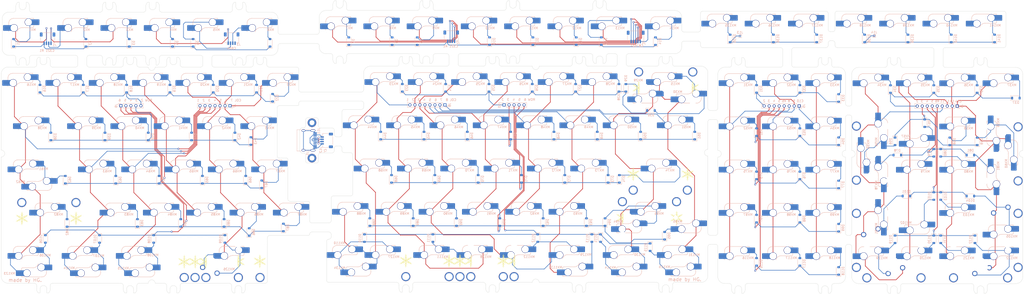
<source format=kicad_pcb>
(kicad_pcb (version 20221018) (generator pcbnew)
  (layers (0 "F.Cu" signal) (31 "B.Cu" signal) (34 "B.Paste" user) (35 "F.Paste" user) (36 "B.SilkS" user "B.Silkscreen") (37 "F.SilkS" user "F.Silkscreen") (38 "B.Mask" user) (39 "F.Mask" user) (44 "Edge.Cuts" user))
  (net 0 "")
  (net 1 "FnL_ROW1")
  (net 2 "Net-(D1-A)")
  (net 3 "Net-(D2-A)")
  (net 4 "Net-(D3-A)")
  (net 5 "Net-(D4-A)")
  (net 6 "Net-(D5-A)")
  (net 7 "Net-(D6-A)")
  (net 8 "FnR_ROW1")
  (net 9 "Net-(D7-A)")
  (net 10 "Net-(D8-A)")
  (net 11 "Net-(D9-A)")
  (net 12 "Net-(D10-A)")
  (net 13 "Net-(D11-A)")
  (net 14 "Net-(D12-A)")
  (net 15 "Net-(D13-A)")
  (net 16 "Net-(D14-A)")
  (net 17 "L_ROW2")
  (net 18 "Net-(D16-A)")
  (net 19 "Net-(D17-A)")
  (net 20 "Net-(D18-A)")
  (net 21 "Net-(D19-A)")
  (net 22 "Net-(D20-A)")
  (net 23 "Net-(D21-A)")
  (net 24 "Net-(D22-A)")
  (net 25 "R_ROW2")
  (net 26 "Net-(D23-A)")
  (net 27 "Net-(D24-A)")
  (net 28 "Net-(D25-A)")
  (net 29 "Net-(D26-A)")
  (net 30 "Net-(D27-A)")
  (net 31 "Net-(D28-A)")
  (net 32 "Net-(D29-A)")
  (net 33 "Net-(D30-A)")
  (net 34 "navi_ROW2")
  (net 35 "Net-(D31-A)")
  (net 36 "Net-(D32-A)")
  (net 37 "Net-(D33-A)")
  (net 38 "NUM_ROW2")
  (net 39 "Net-(D34-A)")
  (net 40 "Net-(D35-A)")
  (net 41 "Net-(D36-A)")
  (net 42 "Net-(D37-A)")
  (net 43 "L_ROW3")
  (net 44 "Net-(D38-A)")
  (net 45 "Net-(D39-A)")
  (net 46 "Net-(D40-A)")
  (net 47 "Net-(D41-A)")
  (net 48 "Net-(D42-A)")
  (net 49 "Net-(D43-A)")
  (net 50 "R_ROW3")
  (net 51 "Net-(D44-A)")
  (net 52 "Net-(D45-A)")
  (net 53 "Net-(D46-A)")
  (net 54 "Net-(D47-A)")
  (net 55 "Net-(D48-A)")
  (net 56 "Net-(D49-A)")
  (net 57 "Net-(D50-A)")
  (net 58 "Net-(D51-A)")
  (net 59 "navi_ROW3")
  (net 60 "Net-(D52-A)")
  (net 61 "Net-(D53-A)")
  (net 62 "Net-(D54-A)")
  (net 63 "NUM_ROW3")
  (net 64 "Net-(D56-A)")
  (net 65 "Net-(D57-A)")
  (net 66 "Net-(D58-A)")
  (net 67 "L_ROW4")
  (net 68 "Net-(D62-A)")
  (net 69 "Net-(D63-A)")
  (net 70 "Net-(D64-A)")
  (net 71 "Net-(D65-A)")
  (net 72 "Net-(D66-A)")
  (net 73 "Net-(D67-A)")
  (net 74 "R_ROW4")
  (net 75 "Net-(D68-A)")
  (net 76 "Net-(D69-A)")
  (net 77 "Net-(D70-A)")
  (net 78 "Net-(D71-A)")
  (net 79 "Net-(D72-A)")
  (net 80 "Net-(D73-A)")
  (net 81 "Net-(D74-A)")
  (net 82 "navi_ROW4")
  (net 83 "Net-(D75-A)")
  (net 84 "Net-(D76-A)")
  (net 85 "Net-(D77-A)")
  (net 86 "NUM_ROW4")
  (net 87 "Net-(D78-A)")
  (net 88 "Net-(D79-A)")
  (net 89 "Net-(D80-A)")
  (net 90 "Net-(D81-A)")
  (net 91 "L_ROW5")
  (net 92 "Net-(D82-A)")
  (net 93 "Net-(D83-A)")
  (net 94 "Net-(D84-A)")
  (net 95 "Net-(D85-A)")
  (net 96 "Net-(D86-A)")
  (net 97 "Net-(D87-A)")
  (net 98 "R_ROW5")
  (net 99 "Net-(D88-A)")
  (net 100 "Net-(D89-A)")
  (net 101 "Net-(D90-A)")
  (net 102 "Net-(D91-A)")
  (net 103 "Net-(D92-A)")
  (net 104 "Net-(D93-A)")
  (net 105 "Net-(D94-A)")
  (net 106 "Net-(D95-A)")
  (net 107 "navi_ROW5")
  (net 108 "Net-(D97-A)")
  (net 109 "Net-(D98-A)")
  (net 110 "Net-(D99-A)")
  (net 111 "NUM_COL13")
  (net 112 "Net-(D101-A)")
  (net 113 "Net-(D102-A)")
  (net 114 "Net-(D103-A)")
  (net 115 "L_ROW6")
  (net 116 "Net-(D106-A)")
  (net 117 "Net-(D107-A)")
  (net 118 "Net-(D108-A)")
  (net 119 "Net-(D109-A)")
  (net 120 "R_ROW6")
  (net 121 "Net-(D110-A)")
  (net 122 "Net-(D111-A)")
  (net 123 "Net-(D112-A)")
  (net 124 "Net-(D113-A)")
  (net 125 "Net-(D114-A)")
  (net 126 "Net-(D115-A)")
  (net 127 "navi_ROW6")
  (net 128 "Net-(D116-A)")
  (net 129 "Net-(D117-A)")
  (net 130 "Net-(D118-A)")
  (net 131 "NUM_ROW6")
  (net 132 "Net-(D119-A)")
  (net 133 "Net-(D120-A)")
  (net 134 "Net-(D121-A)")
  (net 135 "Net-(D122-A)")
  (net 136 "FnL_COL1")
  (net 137 "FnL_COL2")
  (net 138 "FnL_COL3")
  (net 139 "FnR_COL1")
  (net 140 "FnR_COL2")
  (net 141 "FnR_COL3")
  (net 142 "FnL_COL4")
  (net 143 "FnL_COL5")
  (net 144 "FnL_COL6")
  (net 146 "FnR_COL4")
  (net 147 "FnR_COL5")
  (net 148 "FnR_COL6")
  (net 149 "FnR_COL7")
  (net 150 "FnR_COL8")
  (net 151 "navi_COL10")
  (net 152 "navi_COL9")
  (net 153 "navi_COL8")
  (net 154 "NUM_COL14")
  (net 155 "NUM_COL12")
  (net 156 "NUM_COL11")
  (net 157 "L_COL7")
  (net 158 "L_COL6")
  (net 159 "L_COL5")
  (net 160 "L_COL4")
  (net 161 "L_COL3")
  (net 162 "L_COL2")
  (net 163 "L_COL1")
  (net 164 "R_COL8")
  (net 165 "R_COL7")
  (net 166 "R_COL6")
  (net 167 "R_COL5")
  (net 168 "R_COL4")
  (net 169 "R_COL3")
  (net 170 "R_COL2")
  (net 171 "R_COL1")
  (net 172 "Net-(J11-SHIELD)")
  (net 173 "Net-(J12-Pin_1)")
  (net 175 "Net-(J12-Pin_3)")
  (net 176 "Net-(J12-Pin_2)")
  (net 180 "Net-(D59-A)")
  (net 181 "Net-(D104-A)")
  (net 182 "NUM_ROW5")
  (net 183 "EXTRA_ROW1")
  (net 184 "Net-(D135-A)")
  (net 185 "Net-(D136-A)")
  (net 186 "Net-(D137-A)")
  (net 187 "Net-(D138-A)")
  (net 188 "Net-(D139-A)")
  (net 189 "Net-(D140-A)")
  (net 190 "Net-(D141-A)")
  (net 191 "EXTRA_COL1")
  (net 192 "EXTRA_COL2")
  (net 193 "EXTRA_COL3")
  (net 194 "EXTRA_ROW2")
  (net 195 "EXTRA_COL4")
  (net 196 "EXTRA_COL5")
  (net 197 "EXTRA_COL6")
  (net 198 "EXTRA_COL7")
  (footprint "MountingHole:MountingHole_2.1mm" (layer "F.Cu") (at 181.6 186.1)
    (fp_text reference "REF**" hide)
    (fp_text value "MountingHole_2.1mm" hide)
  )
  (footprint "MountingHole:MountingHole_2.1mm" (layer "F.Cu") (at 447.8 105.9 90)
    (fp_text reference "REF**" hide)
    (fp_text value "MountingHole_2.1mm" hide)
  )
  (footprint "MountingHole:MountingHole_2.1mm" (layer "F.Cu") (at 196 129.1)
    (fp_text reference "REF**" hide)
    (fp_text value "MountingHole_2.1mm" hide)
  )
  (footprint "MountingHole:MountingHole_2.1mm" (layer "F.Cu") (at 403.4 100.5)
    (fp_text reference "REF**" hide)
    (fp_text value "MountingHole_2.1mm" hide)
  )
  (footprint "MountingHole:MountingHole_2.1mm" (layer "F.Cu") (at 407.4 135.3 180)
    (fp_text reference "REF**" hide)
    (fp_text value "MountingHole_2.1mm" hide)
  )
  (footprint "MountingHole:MountingHole_2.1mm" (layer "F.Cu") (at 399.6 101.2)
    (fp_text reference "REF**" hide)
    (fp_text value "MountingHole_2.1mm" hide)
  )
  (footprint "MountingHole:MountingHole_2.1mm" (layer "F.Cu") (at 128.4 109.3 90)
    (fp_text reference "REF**" hide)
    (fp_text value "MountingHole_2.1mm" hide)
  )
  (footprint "MountingHole:MountingHole_2.1mm" (layer "F.Cu") (at 351.6 190.8 180)
    (fp_text reference "REF**" hide)
    (fp_text value "MountingHole_2.1mm" hide)
  )
  (footprint "MountingHole:MountingHole_2.1mm" (layer "F.Cu") (at 71.3 114.9 90)
    (fp_text reference "REF**" hide)
    (fp_text value "MountingHole_2.1mm" hide)
  )
  (footprint "MountingHole:MountingHole_2.1mm" (layer "F.Cu") (at 128.4 114.9 90)
    (fp_text reference "REF**" hide)
    (fp_text value "MountingHole_2.1mm" hide)
  )
  (footprint "MountingHole:MountingHole_2.1mm" (layer "F.Cu") (at 351.6 192.2 180)
    (fp_text reference "REF**" hide)
    (fp_text value "MountingHole_2.1mm" hide)
  )
  (footprint "MountingHole:MountingHole_2.1mm" (layer "F.Cu") (at 449.9 105.9 90)
    (fp_text reference "REF**" hide)
    (fp_text value "MountingHole_2.1mm" hide)
  )
  (footprint "MountingHole:MountingHole_2.1mm" (layer "F.Cu") (at 450 115 90)
    (fp_text reference "REF**" hide)
    (fp_text value "MountingHole_2.1mm" hide)
  )
  (footprint "MountingHole:MountingHole_2.1mm" (layer "F.Cu") (at 181.6 185.4)
    (fp_text reference "REF**" hide)
    (fp_text value "MountingHole_2.1mm" hide)
  )
  (footprint "MountingHole:MountingHole_2.1mm" (layer "F.Cu") (at 399.6 102.6)
    (fp_text reference "REF**" hide)
    (fp_text value "MountingHole_2.1mm" hide)
  )
  (footprint "MountingHole:MountingHole_2.1mm" (layer "F.Cu") (at 125.6 109.3 90)
    (fp_text reference "REF**" hide)
    (fp_text value "MountingHole_2.1mm" hide)
  )
  (footprint "MountingHole:MountingHole_2.1mm" (layer "F.Cu") (at 346.9 134.4 180)
    (fp_text reference "REF**" hide)
    (fp_text value "MountingHole_2.1mm" hide)
  )
  (footprint "MountingHole:MountingHole_2.1mm" (layer "F.Cu") (at 186.6 146.6)
    (fp_text reference "REF**" hide)
    (fp_text value "MountingHole_2.1mm" hide)
  )
  (footprint "MountingHole:MountingHole_2.1mm" (layer "F.Cu") (at 407.4 191.6 180)
    (fp_text reference "REF**" hide)
    (fp_text value "MountingHole_2.1mm" hide)
  )
  (footprint "MountingHole:MountingHole_2.1mm" (layer "F.Cu") (at 351.6 137.2 180)
    (fp_text reference "REF**" hide)
    (fp_text value "MountingHole_2.1mm" hide)
  )
  (footprint "MountingHole:MountingHole_2.1mm" (layer "F.Cu") (at 182.4 146.7)
    (fp_text reference "REF**" hide)
    (fp_text value "MountingHole_2.1mm" hide)
  )
  (footprint "MountingHole:MountingHole_2.1mm" (layer "F.Cu") (at 72 109.3 90)
    (fp_text reference "REF**" hide)
    (fp_text value "MountingHole_2.1mm" hide)
  )
  (footprint "MountingHole:MountingHole_2.1mm" (layer "F.Cu") (at 186.6 148.7)
    (fp_text reference "REF**" hide)
    (fp_text value "MountingHole_2.1mm" hide)
  )
  (footprint "MountingHole:MountingHole_2.1mm" (layer "F.Cu") (at 157.6 101.7)
    (fp_text reference "REF**" hide)
    (fp_text value "MountingHole_2.1mm" hide)
  )
  (footprint "MountingHole:MountingHole_2.1mm" (layer "F.Cu") (at 380.6 115 90)
    (fp_text reference "REF**" hide)
    (fp_text value "MountingHole_2.1mm" hide)
  )
  (footprint "MountingHole:MountingHole_2.1mm" (layer "F.Cu") (at 410.5 190.9 180)
    (fp_text reference "REF**" hide)
    (fp_text value "MountingHole_2.1mm" hide)
  )
  (footprint "MountingHole:MountingHole_2.1mm" (layer "F.Cu") (at 176.4 101.6)
    (fp_text reference "REF**" hide)
    (fp_text value "MountingHole_2.1mm" hide)
  )
  (footprint "MountingHole:MountingHole_2.1mm" (layer "F.Cu") (at 234.6 108.6 90)
    (fp_text reference "REF**" hide)
    (fp_text value "MountingHole_2.1mm" hide)
  )
  (footprint "MountingHole:MountingHole_2.1mm" (layer "F.Cu") (at 407.4 189.5 180)
    (fp_text reference "REF**" hide)
    (fp_text value "MountingHole_2.1mm" hide)
  )
  (footprint "MountingHole:MountingHole_2.1mm" (layer "F.Cu") (at 449.3 115 90)
    (fp_text reference "REF**" hide)
    (fp_text value "MountingHole_2.1mm" hide)
  )
  (footprint "MountingHole:MountingHole_2.1mm" (layer "F.Cu") (at 344.2 99.9)
    (fp_text reference "REF**" hide)
    (fp_text value "MountingHole_2.1mm" hide)
  )
  (footprint "MountingHole:MountingHole_2.1mm" (layer "F.Cu") (at 157.6 101)
    (fp_text reference "REF**" hide)
    (fp_text value "MountingHole_2.1mm" hide)
  )
  (footprint "MountingHole:MountingHole_2.1mm" (layer "F.Cu") (at 407.4 133.2 180)
    (fp_text reference "REF**" hide)
    (fp_text value "MountingHole_2.1mm" hide)
  )
  (footprint "MountingHole:MountingHole_2.1mm" (layer "F.Cu") (at 383.4 105.9 90)
    (fp_text reference "REF**" hide)
    (fp_text value "MountingHole_2.1mm" hide)
  )
  (footprint "MountingHole:MountingHole_2.1mm" (layer "F.Cu") (at 70.6 109.3 90)
    (fp_text reference "REF**" hide)
    (fp_text value "MountingHole_2.1mm" hide)
  )
  (footprint "MountingHole:MountingHole_2.1mm" (layer "F.Cu") (at 308.6 114.5 90)
    (fp_text reference "REF**" hide)
    (fp_text value "MountingHole_2.1mm" hide)
  )
  (footprint "MountingHole:MountingHole_2.1mm" (layer "F.Cu") (at 171.7 184 180)
    (fp_text reference "REF**" hide)
    (fp_text value "MountingHole_2.1mm" hide)
  )
  (footprint "MountingHole:MountingHole_2.1mm" (layer "F.Cu") (at 235.3 114.6 90)
    (fp_text reference "REF**" hide)
    (fp_text value "MountingHole_2.1mm" hide)
  )
  (footprint "MountingHole:MountingHole_2.1mm" (layer "F.Cu") (at 127 114.9 90)
    (fp_text reference "REF**" hide)
    (fp_text value "MountingHole_2.1mm" hide)
  )
  (footprint "MountingHole:MountingHole_2.1mm" (layer "F.Cu") (at 407.4 133.9 180)
    (fp_text reference "REF**" hide)
    (fp_text value "MountingHole_2.1mm" hide)
  )
  (footprint "MountingHole:MountingHole_2.1mm" (layer "F.Cu") (at 381.3 115 90)
    (fp_text reference "REF**" hide)
    (fp_text value "MountingHole_2.1mm" hide)
  )
  (footprint "MountingHole:MountingHole_2.1mm" (layer "F.Cu") (at 157.6 103.1)
    (fp_text reference "REF**" hide)
    (fp_text value "MountingHole_2.1mm" hide)
  )
  (footprint "MountingHole:MountingHole_2.1mm" (layer "F.Cu") (at 166.8 128.5)
    (fp_text reference "REF**" hide)
    (fp_text value "MountingHole_2.1mm" hide)
  )
  (footprint "MountingHole:MountingHole_2.1mm" (layer "F.Cu") (at 346.9 136.5 180)
    (fp_text reference "REF**" hide)
    (fp_text value "MountingHole_2.1mm" hide)
  )
  (footprint "MountingHole:MountingHole_2.1mm" (layer "F.Cu") (at 447.9 115 90)
    (fp_text reference "REF**" hide)
    (fp_text value "MountingHole_2.1mm" hide)
  )
  (footprint "MountingHole:MountingHole_2.1mm" (layer "F.Cu") (at 410.5 133.2 180)
    (fp_text reference "REF**" hide)
    (fp_text value "MountingHole_2.1mm" hide)
  )
  (footprint "MountingHole:MountingHole_2.1mm" (layer "F.Cu") (at 310.7 108.6 90)
    (fp_text reference "REF**" hide)
    (fp_text value "MountingHole_2.1mm" hide)
  )
  (footprint "MountingHole:MountingHole_2.1mm" (layer "F.Cu") (at 166.8 126.4)
    (fp_text reference "REF**" hide)
    (fp_text value "MountingHole_2.1mm" hide)
  )
  (footprint "MountingHole:MountingHole_2.1mm" (layer "F.Cu") (at 181.6 184.7)
    (fp_text reference "REF**" hide)
    (fp_text value "MountingHole_2.1mm" hide)
  )
  (footprint "MountingHole:MountingHole_2.1mm" (layer "F.Cu") (at 344.2 101.3)
    (fp_text reference "REF**" hide)
    (fp_text value "MountingHole_2.1mm" hide)
  )
  (footprint "MountingHole:MountingHole_2.1mm" (layer "F.Cu") (at 344.2 102.7)
    (fp_text reference "REF**" hide)
    (fp_text value "MountingHole_2.1mm" hide)
  )
  (footprint "MountingHole:MountingHole_2.1mm" (layer "F.Cu") (at 351.6 134.4 180)
    (fp_text reference "REF**" hide)
    (fp_text value "MountingHole_2.1mm" hide)
  )
  (footprint "MountingHole:MountingHole_2.1mm" (layer "F.Cu") (at 447.1 105.9 90)
    (fp_text reference "REF**" hide)
    (fp_text value "MountingHole_2.1mm" hide)
  )
  (footprint "MountingHole:MountingHole_2.1mm" (layer "F.Cu") (at 351.6 135.8 180)
    (fp_text reference "REF**" hide)
    (fp_text value "MountingHole_2.1mm" hide)
  )
  (footprint "MountingHole:MountingHole_2.1mm" (layer "F.Cu") (at 182.4 147.4)
    (fp_text reference "REF**" hide)
    (fp_text value "MountingHole_2.1mm" hide)
  )
  (footprint "MountingHole:MountingHole_2.1mm" (layer "F.Cu") (at 72.7 109.3 90)
    (fp_text reference "REF**" hide)
    (fp_text value "MountingHole_2.1mm" hide)
  )
  (footprint "MountingHole:MountingHole_2.1mm" (layer "F.Cu") (at 346.9 135.1 180)
    (fp_text reference "REF**" hide)
    (fp_text value "MountingHole_2.1mm" hide)
  )
  (footprint "MountingHole:MountingHole_2.1mm" (layer "F.Cu") (at 196 126.3)
    (fp_text reference "REF**" hide)
    (fp_text value "MountingHole_2.1mm" hide)
  )
  (footprint "MountingHole:MountingHole_2.1mm" (layer "F.Cu") (at 171.7 186.8 180)
    (fp_text reference "REF**" hide)
    (fp_text value "MountingHole_2.1mm" hide)
  )
  (footprint "MountingHole:MountingHole_2.1mm" (layer "F.Cu") (at 407.4 190.9 180)
    (fp_text reference "REF**" hide)
    (fp_text value "MountingHole_2.1mm" hide)
  )
  (footprint "MountingHole:MountingHole_2.1mm" (layer "F.Cu") (at 346.9 192.2 180)
    (fp_text reference "REF**" hide)
    (fp_text value "MountingHole_2.1mm" hide)
  )
  (footprint "MountingHole:MountingHole_2.1mm" (layer "F.Cu") (at 307.9 108.6 90)
    (fp_text reference "REF**" hide)
    (fp_text value "MountingHole_2.1mm" hide)
  )
  (footprint "MountingHole:MountingHole_2.1mm" (layer "F.Cu") (at 182.4 148.1)
    (fp_text reference "REF**" hide)
    (fp_text value "MountingHole_2.1mm" hide)
  )
  (footprint "MountingHole:MountingHole_2.1mm" (layer "F.Cu") (at 236.7 108.6 90)
    (fp_text reference "REF**" hide)
    (fp_text value "MountingHole_2.1mm" hide)
  )
  (footprint "MountingHole:MountingHole_2.1mm" (layer "F.Cu") (at 449.2 105.9 90)
    (fp_text reference "REF**" hide)
    (fp_text value "MountingHole_2.1mm" hide)
  )
  (footprint "MountingHole:MountingHole_2.1mm" (layer "F.Cu") (at 351.6 190.1 180)
    (fp_text reference "REF**" hide)
    (fp_text value "MountingHole_2.1mm" hide)
  )
  (footprint "MountingHole:MountingHole_2.1mm" (layer "F.Cu") (at 410.5 134.6 180)
    (fp_text reference "REF**" hide)
    (fp_text value "MountingHole_2.1mm" hide)
  )
  (footprint "MountingHole:MountingHole_2.1mm" (layer "F.Cu") (at 407.4 132.5 180)
    (fp_text reference "REF**" hide)
    (fp_text value "MountingHole_2.1mm" hide)
  )
  (footprint "MountingHole:MountingHole_2.1mm" (layer "F.Cu") (at 176.4 100.9)
    (fp_text reference "REF**" hide)
    (fp_text value "MountingHole_2.1mm" hide)
  )
  (footprint "MountingHole:MountingHole_2.1mm" (layer "F.Cu") (at 196 128.4)
    (fp_text reference "REF**" hide)
    (fp_text value "MountingHole_2.1mm" hide)
  )
  (footprint "PCM_marbastlib-mx:SW_MX_1u" (layer "F.Cu") (at 428.9 200.55 180)
    (fp_text reference "MX132" hide)
    (fp_text value "MX_SW_HS")
  )
  (footprint "PCM_marbastlib-mx:SW_MX_1u" (layer "F.Cu") (at 419.375 191.025)
    (fp_text reference "MX100" hide)
    (fp_text value "MX_SW_HS")
  )
  (footprint "MountingHole:MountingHole_2.1mm" (layer "F.Cu") (at 127.7 109.3 90)
    (fp_text reference "REF**" hide)
    (fp_text value "MountingHole_2.1mm" hide)
  )
  (footprint "MountingHole:MountingHole_2.1mm" (layer "F.Cu") (at 310 108.6 90)
    (fp_text reference "REF**" hide)
    (fp_text value "MountingHole_2.1mm" hide)
  )
  (footprint "MountingHole:MountingHole_2.1mm" (layer "F.Cu") (at 125.6 114.9 90)
    (fp_text reference "REF**" hide)
    (fp_text value "MountingHole_2.1mm" hide)
  )
  (footprint "MountingHole:MountingHole_2.1mm" (layer "F.Cu") (at 447.2 115 90)
    (fp_text reference "REF**" hide)
    (fp_text value "MountingHole_2.1mm" hide)
  )
  (footprint "MountingHole:MountingHole_2.1mm" (layer "F.Cu") (at 335.2 99.8)
    (fp_text reference "REF**" hide)
    (fp_text value "MountingHole_2.1mm" hide)
  )
  (footprint "MountingHole:MountingHole_2.1mm" (layer "F.Cu") (at 196 127.7)
    (fp_text reference "REF**" hide)
    (fp_text value "MountingHole_2.1mm" hide)
  )
  (footprint "MountingHole:MountingHole_2.1mm" (layer "F.Cu") (at 407.4 190.2 180)
    (fp_text reference "REF**" hide)
    (fp_text value "MountingHole_2.1mm" hide)
  )
  (footprint "PCM_marbastlib-mx:SW_MX_1u" (layer "F.Cu") (at 476.525 181.5)
    (fp_text reference "MX104" hide)
    (fp_text value "MX_SW_HS")
  )
  (footprint "MountingHole:MountingHole_2.1mm" (layer "F.Cu") (at 157.6 103.8)
    (fp_text reference "REF**" hide)
    (fp_text value "MountingHole_2.1mm" hide)
  )
  (footprint "MountingHole:MountingHole_2.1mm" (layer "F.Cu") (at 176.4 102.3)
    (fp_text reference "REF**" hide)
    (fp_text value "MountingHole_2.1mm" hide)
  )
  (footprint "MountingHole:MountingHole_2.1mm" (layer "F.Cu") (at 73.4 114.9 90)
    (fp_text reference "REF**" hide)
    (fp_text value "MountingHole_2.1mm" hide)
  )
  (footprint "MountingHole:MountingHole_2.1mm" (layer "F.Cu") (at 186.6 145.9)
    (fp_text reference "REF**" hide)
    (fp_text value "MountingHole_2.1mm" hide)
  )
  (footprint "MountingHole:MountingHole_2.1mm" (layer "F.Cu") (at 72.7 114.9 90)
    (fp_text reference "REF**" hide)
    (fp_text value "MountingHole_2.1mm" hide)
  )
  (footprint "MountingHole:MountingHole_2.1mm" (layer "F.Cu") (at 233.9 114.6 90)
    (fp_text reference "REF**" hide)
    (fp_text value "MountingHole_2.1mm" hide)
  )
  (footprint "MountingHole:MountingHole_2.1mm" (layer "F.Cu") (at 410.5 190.2 180)
    (fp_text reference "REF**" hide)
    (fp_text value "MountingHole_2.1mm" hide)
  )
  (footprint "MountingHole:MountingHole_2.1mm" (layer "F.Cu") (at 403.4 101.2)
    (fp_text reference "REF**" hide)
    (fp_text value "MountingHole_2.1mm" hide)
  )
  (footprint "MountingHole:MountingHole_2.1mm" (layer "F.Cu") (at 410.5 133.9 180)
    (fp_text reference "REF**" hide)
    (fp_text value "MountingHole_2.1mm" hide)
  )
  (footprint "PCM_marbastlib-mx:SW_MX_1u" (layer "F.Cu") (at 467 200.55 180)
    (fp_text reference "MX133" hide)
    (fp_text value "MX_SW_HS")
  )
  (footprint "MountingHole:MountingHole_2.2mm_M2_DIN965_Pad" (layer "F.Cu") (at 172.95 154.8)
    (fp_text reference "REF**" hide)
    (fp_text value "MountingHole_2.2mm_M2_DIN965_Pad" hide)
  )
  (footprint "MountingHole:MountingHole_2.1mm" (layer "F.Cu") (at 344.2 100.6)
    (fp_text reference "REF**" hide)
    (fp_text value "MountingHole_2.1mm" hide)
  )
  (footprint "MountingHole:MountingHole_2.1mm" (layer "F.Cu") (at 381.3 105.9 90)
    (fp_text reference "REF**" hide)
    (fp_text value "MountingHole_2.1mm" hide)
  )
  (footprint "MountingHole:MountingHole_2.1mm" (layer "F.Cu") (at 382 115 90)
    (fp_text reference "REF**" hide)
    (fp_text value "MountingHole_2.1mm" hide)
  )
  (footprint "MountingHole:MountingHole_2.1mm" (layer "F.Cu") (at 346.9 191.5 180)
    (fp_text reference "REF**" hide)
    (fp_text value "MountingHole_2.1mm" hide)
  )
  (footprint "MountingHole:MountingHole_2.1mm" (layer "F.Cu") (at 234.6 114.6 90)
    (fp_text reference "REF**" hide)
    (fp_text value "MountingHole_2.1mm" hide)
  )
  (footprint "MountingHole:MountingHole_2.1mm" (layer "F.Cu") (at 335.2 101.2)
    (fp_text reference "REF**" hide)
    (fp_text value "MountingHole_2.1mm" hide)
  )
  (footprint "MountingHole:MountingHole_2.1mm" (layer "F.Cu") (at 346.9 137.2 180)
    (fp_text reference "REF**" hide)
    (fp_text value "MountingHole_2.1mm" hide)
  )
  (footprint "MountingHole:MountingHole_2.1mm" (layer "F.Cu") (at 73.4 109.3 90)
    (fp_text reference "REF**" hide)
    (fp_text value "MountingHole_2.1mm" hide)
  )
  (footprint "MountingHole:MountingHole_2.1mm" (layer "F.Cu") (at 399.6 99.8)
    (fp_text reference "REF**" hide)
    (fp_text value "MountingHole_2.1mm" hide)
  )
  (footprint "MountingHole:MountingHole_2.1mm" (layer "F.Cu") (at 448.5 105.9 90)
    (fp_text reference "REF**" hide)
    (fp_text value "MountingHole_2.1mm" hide)
  )
  (footprint "MountingHole:MountingHole_2.1mm" (layer "F.Cu") (at 403.4 102.6)
    (fp_text reference "REF**" hide)
    (fp_text value "MountingHole_2.1mm" hide)
  )
  (footprint "MountingHole:MountingHole_2.1mm" (layer "F.Cu") (at 70.6 114.9 90)
    (fp_text reference "REF**" hide)
    (fp_text value "MountingHole_2.1mm" hide)
  )
  (footprint "MountingHole:MountingHole_2.1mm" (layer "F.Cu") (at 127 109.3 90)
    (fp_text reference "REF**" hide)
    (fp_text value "MountingHole_2.1mm" hide)
  )
  (footprint "MountingHole:MountingHole_2.1mm" (layer "F.Cu") (at 186.6 147.3)
    (fp_text reference "REF**" hide)
    (fp_text value "MountingHole_2.1mm" hide)
  )
  (footprint "MountingHole:MountingHole_2.1mm" (layer "F.Cu") (at 236.7 114.6 90)
    (fp_text reference "REF**" hide)
    (fp_text value "MountingHole_2.1mm" hide)
  )
  (footprint "MountingHole:MountingHole_2.1mm" (layer "F.Cu") (at 383.4 115 90)
    (fp_text reference "REF**" hide)
    (fp_text value "MountingHole_2.1mm" hide)
  )
  (footprint "MountingHole:MountingHole_2.1mm" (layer "F.Cu") (at 410.5 132.5 180)
    (fp_text reference "REF**" hide)
    (fp_text value "MountingHole_2.1mm" hide)
  )
  (footprint "MountingHole:MountingHole_2.1mm" (layer "F.Cu") (at 335.2 101.9)
    (fp_text reference "REF**" hide)
    (fp_text value "MountingHole_2.1mm" hide)
  )
  (footprint "MountingHole:MountingHole_2.1mm" (layer "F.Cu") (at 335.2 100.5)
    (fp_text reference "REF**" hide)
    (fp_text value "MountingHole_2.1mm" hide)
  )
  (footprint "MountingHole:MountingHole_2.1mm" (layer "F.Cu") (at 351.6 191.5 180)
    (fp_text reference "REF**" hide)
    (fp_text value "MountingHole_2.1mm" hide)
  )
  (footprint "MountingHole:MountingHole_2.1mm" (layer "F.Cu") (at 410.5 192.3 180)
    (fp_text reference "REF**" hide)
    (fp_text value "MountingHole_2.1mm" hide)
  )
  (footprint "MountingHole:MountingHole_2.1mm" (layer "F.Cu") (at 351.6 135.1 180)
    (fp_text reference "REF**" hide)
    (fp_text value "MountingHole_2.1mm" hide)
  )
  (footprint "MountingHole:MountingHole_2.1mm" (layer "F.Cu") (at 344.2 102)
    (fp_text reference "REF**" hide)
    (fp_text value "MountingHole_2.1mm" hide)
  )
  (footprint "MountingHole:MountingHole_2.1mm" (layer "F.Cu") (at 182.4 146)
    (fp_text reference "REF**" hide)
    (fp_text value "MountingHole_2.1mm" hide)
  )
  (footprint "MountingHole:MountingHole_2.1mm" (layer "F.Cu") (at 196 127)
    (fp_text reference "REF**" hide)
    (fp_text value "MountingHole_2.1mm" hide)
  )
  (footprint "MountingHole:MountingHole_2.1mm" (layer "F.Cu") (at 310 114.5 90)
    (fp_text reference "REF**" hide)
    (fp_text value "MountingHole_2.1mm" hide)
  )
  (footprint "MountingHole:MountingHole_2.1mm" (layer "F.Cu") (at 181.6 184)
    (fp_text reference "REF**" hide)
    (fp_text value "MountingHole_2.1mm" hide)
  )
  (footprint "MountingHole:MountingHole_2.1mm" (layer "F.Cu") (at 71.3 109.3 90)
    (fp_text reference "REF**" hide)
    (fp_text value "MountingHole_2.1mm" hide)
  )
  (footprint "MountingHole:MountingHole_2.1mm" (layer "F.Cu") (at 410.5 191.6 180)
    (fp_text reference "REF**" hide)
    (fp_text value "MountingHole_2.1mm" hide)
  )
  (footprint "MountingHole:MountingHole_2.1mm" (layer "F.Cu") (at 181.6 186.8)
    (fp_text reference "REF**" hide)
    (fp_text value "MountingHole_2.1mm" hide)
  )
  (footprint "MountingHole:MountingHole_2.1mm" (layer "F.Cu") (at 380.6 105.9 90)
    (fp_text reference "REF**" hide)
    (fp_text value "MountingHole_2.1mm" hide)
  )
  (footprint "MountingHole:MountingHole_2.1mm" (layer "F.Cu") (at 403.4 99.8)
    (fp_text reference "REF**" hide)
    (fp_text value "MountingHole_2.1mm" hide)
  )
  (footprint "MountingHole:MountingHole_2.1mm" (layer "F.Cu") (at 410.5 135.3 180)
    (fp_text reference "REF**" hide)
    (fp_text value "MountingHole_2.1mm" hide)
  )
  (footprint "MountingHole:MountingHole_2.1mm" (layer "F.Cu") (at 310.7 114.5 90)
    (fp_text reference "REF**" hide)
    (fp_text value "MountingHole_2.1mm" hide)
  )
  (footprint "MountingHole:MountingHole_2.1mm" (layer "F.Cu") (at 351.6 136.5 180)
    (fp_text reference "REF**" hide)
    (fp_text value "MountingHole_2.1mm" hide)
  )
  (footprint "MountingHole:MountingHole_2.1mm" (layer "F.Cu") (at 166.8 129.2)
    (fp_text reference "REF**" hide)
    (fp_text value "MountingHole_2.1mm" hide)
  )
  (footprint "MountingHole:MountingHole_2.1mm" (layer "F.Cu") (at 403.4 101.9)
    (fp_text reference "REF**" hide)
    (fp_text value "MountingHole_2.1mm" hide)
  )
  (footprint "MountingHole:MountingHole_2.1mm" (layer "F.Cu") (at 171.7 185.4 180)
    (fp_text reference "REF**" hide)
    (fp_text value "MountingHole_2.1mm" hide)
  )
  (footprint "MountingHole:MountingHole_2.1mm" (layer "F.Cu") (at 157.6 102.4)
    (fp_text reference "REF**" hide)
    (fp_text value "MountingHole_2.1mm" hide)
  )
  (footprint "MountingHole:MountingHole_2.1mm" (layer "F.Cu") (at 233.9 108.6 90)
    (fp_text reference "REF**" hide)
    (fp_text value "MountingHole_2.1mm" hide)
  )
  (footprint "MountingHole:MountingHole_2.1mm" (layer "F.Cu") (at 382 105.9 90)
    (fp_text reference "REF**" hide)
    (fp_text value "MountingHole_2.1mm" hide)
  )
  (footprint "MountingHole:MountingHole_2.1mm" (layer "F.Cu") (at 382.7 115 90)
    (fp_text reference "REF**" hide)
    (fp_text value "MountingHole_2.1mm" hide)
  )
  (footprint "MountingHole:MountingHole_2.1mm" (layer "F.Cu") (at 236 108.6 90)
    (fp_text reference "REF**" hide)
    (fp_text value "MountingHole_2.1mm" hide)
  )
  (footprint "MountingHole:MountingHole_2.1mm" (layer "F.Cu") (at 171.7 186.1 180)
    (fp_text reference "REF**" hide)
    (fp_text value "MountingHole_2.1mm" hide)
  )
  (footprint "MountingHole:MountingHole_2.1mm" (layer "F.Cu") (at 448.6 115 90)
    (fp_text reference "REF**" hide)
    (fp_text value "MountingHole_2.1mm" hide)
  )
  (footprint "MountingHole:MountingHole_2.1mm" (layer "F.Cu") (at 72 114.9 90)
    (fp_text reference "REF**" hide)
    (fp_text value "MountingHole_2.1mm" hide)
  )
  (footprint "MountingHole:MountingHole_2.1mm" (layer "F.Cu") (at 346.9 189.4 180)
    (fp_text reference "REF**" hide)
    (fp_text value "MountingHole_2.1mm" hide)
  )
  (footprint "MountingHole:MountingHole_2.1mm" (layer "F.Cu") (at 236 114.6 90)
    (fp_text reference "REF**" hide)
    (fp_text value "MountingHole_2.1mm" hide)
  )
  (footprint "MountingHole:MountingHole_2.1mm" (layer "F.Cu") (at 171.7 184.7 180)
    (fp_text reference "REF**" hide)
    (fp_text value "MountingHole_2.1mm" hide)
  )
  (footprint "MountingHole:MountingHole_2.1mm" (layer "F.Cu") (at 182.4 148.8)
    (fp_text reference "REF**" hide)
    (fp_text value "MountingHole_2.1mm" hide)
  )
  (footprint "MountingHole:MountingHole_2.1mm" (layer "F.Cu") (at 399.6 100.5)
    (fp_text reference "REF**" hide)
    (fp_text value "MountingHole_2.1mm" hide)
  )
  (footprint "MountingHole:MountingHole_2.1mm" (layer "F.Cu") (at 346.9 135.8 180)
    (fp_text reference "REF**" hide)
    (fp_text value "MountingHole_2.1mm" hide)
  )
  (footprint "MountingHole:MountingHole_2.1mm" (layer "F.Cu") (at 399.6 101.9)
    (fp_text reference "REF**" hide)
    (fp_text value "MountingHole_2.1mm" hide)
  )
  (footprint "MountingHole:MountingHole_2.1mm" (layer "F.Cu") (at 308.6 108.6 90)
    (fp_text reference "REF**" hide)
    (fp_text value "MountingHole_2.1mm" hide)
  )
  (footprint "MountingHole:MountingHole_2.1mm" (layer "F.Cu") (at 176.4 103.7)
    (fp_text reference "REF**" hide)
    (fp_text value "MountingHole_2.1mm" hide)
  )
  (footprint "MountingHole:MountingHole_2.1mm" (layer "F.Cu") (at 186.6 148)
    (fp_text reference "REF**" hide)
    (fp_text value "MountingHole_2.1mm" hide)
  )
  (footprint "MountingHole:MountingHole_2.1mm" (layer "F.Cu") (at 235.3 108.6 90)
    (fp_text reference "REF**" hide)
    (fp_text value "MountingHole_2.1mm" hide)
  )
  (footprint "MountingHole:MountingHole_2.1mm" (layer "F.Cu") (at 407.4 192.3 180)
    (fp_text reference "REF**" hide)
    (fp_text value "MountingHole_2.1mm" hide)
  )
  (footprint "MountingHole:MountingHole_2.1mm" (layer "F.Cu") (at 126.3 109.3 90)
    (fp_text reference "REF**" hide)
    (fp_text value "MountingHole_2.1mm" hide)
  )
  (footprint "MountingHole:MountingHole_2.1mm" (layer "F.Cu") (at 166.8 127.8)
    (fp_text reference "REF**" hide)
    (fp_text value "MountingHole_2.1mm" hide)
  )
  (footprint "MountingHole:MountingHole_2.1mm" (layer "F.Cu") (at 309.3 114.5 90)
    (fp_text reference "REF**" hide)
    (fp_text value "MountingHole_2.1mm" hide)
  )
  (footprint "MountingHole:MountingHole_2.1mm" (layer "F.Cu") (at 351.6 189.4 180)
    (fp_text reference "REF**" hide)
    (fp_text value "MountingHole_2.1mm" hide)
  )
  (footprint "MountingHole:MountingHole_2.1mm" (layer "F.Cu") (at 307.9 114.5 90)
    (fp_text reference "REF**" hide)
    (fp_text value "MountingHole_2.1mm" hide)
  )
  (footprint "MountingHole:MountingHole_2.1mm" (layer "F.Cu") (at 346.9 190.1 180)
    (fp_text reference "REF**" hide)
    (fp_text value "MountingHole_2.1mm" hide)
  )
  (footprint "MountingHole:MountingHole_2.1mm" (layer "F.Cu") (at 407.4 134.6 180)
    (fp_text reference "REF**" hide)
    (fp_text value "MountingHole_2.1mm" hide)
  )
  (footprint "MountingHole:MountingHole_2.1mm" (layer "F.Cu") (at 309.3 108.6 90)
    (fp_text reference "REF**" hide)
    (fp_text value "MountingHole_2.1mm" hide)
  )
  (footprint "MountingHole:MountingHole_2.1mm" (layer "F.Cu") (at 127.7 114.9 90)
    (fp_text reference "REF**" hide)
    (fp_text value "MountingHole_2.1mm" hide)
  )
  (footprint "MountingHole:MountingHole_2.1mm" (layer "F.Cu") (at 382.7 105.9 90)
    (fp_text reference "REF**" hide)
    (fp_text value "MountingHole_2.1mm" hide)
  )
  (footprint "MountingHole:MountingHole_2.2mm_M2_DIN965_Pad" (layer "F.Cu") (at 172.95 139.2)
    (fp_text reference "REF**" hide)
    (fp_text value "MountingHole_2.2mm_M2_DIN965_Pad" hide)
  )
  (footprint "MountingHole:MountingHole_2.1mm" (layer "F.Cu") (at 126.3 114.9 90)
    (fp_text reference "REF**" hide)
    (fp_text value "MountingHole_2.1mm" hide)
  )
  (footprint "MountingHole:MountingHole_2.1mm" (layer "F.Cu") (at 346.9 190.8 180)
    (fp_text reference "REF**" hide)
    (fp_text value "MountingHole_2.1mm" hide)
  )
  (footprint "MountingHole:MountingHole_2.1mm" (layer "F.Cu") (at 176.4 103)
    (fp_text reference "REF**" hide)
    (fp_text value "MountingHole_2.1mm" hide)
  )
  (footprint "MountingHole:MountingHole_2.1mm" (layer "F.Cu") (at 335.2 102.6)
    (fp_text reference "REF**" hide)
    (fp_text value "MountingHole_2.1mm" hide)
  )
  (footprint "MountingHole:MountingHole_2.1mm" (layer "F.Cu") (at 410.5 189.5 180)
    (fp_text reference "REF**" hide)
    (fp_text value "MountingHole_2.1mm" hide)
  )
  (footprint "MountingHole:MountingHole_2.1mm" (layer "F.Cu") (at 166.8 127.1)
    (fp_text reference "REF**" hide)
    (fp_text value "MountingHole_2.1mm" hide)
  )
  (footprint "Diode_SMD:D_SOD-123" (layer "B.Cu") (at 53.3375 124.2 90)
    (fp_text reference "D16")
    (fp_text value "D_Small")
  )
  (footprint "PCM_marbastlib-mx:SW_MX_HS_1u" (layer "B.Cu") (at 140.5875 124.2 180)
    (fp_text reference "MX21")
    (fp_text value "MX_SW_HS")
  )
  (footprint "PCM_marbastlib-mx:STAB_MX_P_2.75u" (layer "B.Cu") (at 138.20625 200.4)
    (fp_text reference "S6" hide)
    (fp_text value "MX_stab")
  )
  (footprint "Diode_SMD:D_SOD-123" (layer "B.Cu") (at 160.4 185.35 90)
    (fp_text reference "D87")
    (fp_text value "D_Small")
  )
  (footprint "Diode_SMD:D_SOD-123" (layer "B.Cu") (at 226.13125 190.025 -90)
    (fp_text reference "D111")
    (fp_text value "D_Small")
  )
  (footprint "PCM_marbastlib-mx:SW_MX_HS_1.25u" (layer "B.Cu") (at 311.85625 200.025)
    (fp_text reference "MX114")
    (fp_text value "MX_SW_HS")
  )
  (footprint "PCM_marbastlib-mx:STAB_MX_P_2u" (layer "B.Cu") (at 419.375 152.59305 -90)
    (fp_text reference "S9" hide)
    (fp_text value "MX_stab")
  )
  (footprint "PCM_marbastlib-mx:SW_MX_HS_1u" (layer "B.Cu") (at 476.525 143.4 -90)
    (fp_text reference "MX59")
    (fp_text value "MX_SW_HS")
  )
  (footprint "PCM_marbastlib-mx:SW_MX_HS_1u" (layer "B.Cu") (at 45.3375 124.2 180)
    (fp_text reference "MX16")
    (fp_text value "MX_SW_HS")
  )
  (footprint "PCM_marbastlib-mx:SW_MX_HS_1u" (layer "B.Cu") (at 360.475 124.3 180)
    (fp_text reference "MX31")
    (fp_text value "MX_SW_HS")
  )
  (footprint "PCM_marbastlib-mx:SW_MX_HS_1u" (layer "B.Cu") (at 360.475 162.4 180)
    (fp_text reference "MX75")
    (fp_text value "MX_SW_HS")
  )
  (footprint "Diode_SMD:D_SOD-123" (layer "B.Cu") (at 92.5875 104 90)
    (fp_text reference "D3")
    (fp_text value "D_Small")
  )
  (footprint "Diode_SMD:D_SOD-123" (layer "B.Cu") (at 250.8 123.825 90)
    (fp_text reference "D25")
    (fp_text value "D_Small")
  )
  (footprint "PCM_marbastlib-mx:SW_MX_HS_1u" (layer "B.Cu") (at 150.1125 143.25 180)
    (fp_text reference "MX43")
    (fp_text value "MX_SW_HS")
  )
  (footprint "PCM_marbastlib-mx:STAB_MX_P_2u" (layer "B.Cu") (at 467 200.55)
    (fp_text reference "S16" hide)
    (fp_text value "MX_stab")
  )
  (footprint "Diode_SMD:D_SOD-123" (layer "B.Cu") (at 241.275 144.875 90)
    (fp_text reference "D46")
    (fp_text value "D_Small")
  )
  (footprint "Diode_SMD:D_SOD-123" (layer "B.Cu") (at 120.0125 145.25 90)
    (fp_text reference "D41")
    (fp_text value "D_Small")
  )
  (footprint "Diode_SMD:D_SOD-123" (layer "B.Cu") (at 155.6375 128.2 90)
    (fp_text reference "D22")
    (fp_text value "D_Small")
  )
  (footprint "Diode_SMD:D_SOD-123" (layer "B.Cu") (at 446.425 190.55 -90)
    (fp_text reference "D120")
    (fp_text value "D_Small")
  )
  (footprint "PCM_marbastlib-mx:SW_MX_HS_1u" (layer "B.Cu") (at 419.375 124.35 180)
    (fp_text reference "MX34")
    (fp_text value "MX_SW_HS")
  )
  (footprint "PCM_marbastlib-mx:SW_MX_HS_1u" (layer "B.Cu") (at 398.575 162.4 180)
    (fp_text reference "MX77")
    (fp_text value "MX_SW_HS")
  )
  (footprint "PCM_marbastlib-mx:SW_MX_HS_1u" (layer "B.Cu") (at 338.05 180.975)
    (fp_text reference "MX95")
    (fp_text value "MX_SW_HS")
  )
  (footprint "PCM_marbastlib-mx:SW_MX_HS_1u" (layer "B.Cu") (at 476.525 200.55 180)
    (fp_text reference "MX122")
    (fp_text value "MX_SW_HS")
  )
  (footprint "Diode_SMD:D_SOD-123" (layer "B.Cu") (at 368.475 200.5 90)
    (fp_text reference "D116")
    (fp_text value "D_Small")
  )
  (footprint "Diode_SMD:D_SOD-123" (layer "B.Cu") (at 368.475 181.45 90)
    (fp_text reference "D97")
    (fp_text value "D_Small")
  )
  (footprint "Diode_SMD:D_SOD-123" (layer "B.Cu") (at 429.375 190.55 -90)
    (fp_text reference "D119")
    (fp_text value "D_Small")
  )
  (footprint "PCM_marbastlib-mx:SW_MX_HS_1u" (layer "B.Cu") (at 257.0875 161.925 180)
    (fp_text reference "MX71")
    (fp_text value "MX_SW_HS")
  )
  (footprint "Diode_SMD:D_SOD-123" (layer "B.Cu") (at 473.15 102.075 90)
    (fp_text reference "D141")
    (fp_text value "D_Small")
  )
  (footprint "Diode_SMD:D_SOD-123" (layer "B.Cu") (at 446.425 152.45 -90)
    (fp_text reference "D79")
    (fp_text value "D_Small")
  )
  (footprint "PCM_marbastlib-mx:SW_MX_HS_1u" (layer "B.Cu") (at 280.9 123.825 180)
    (fp_text reference "MX27")
    (fp_text value "MX_SW_HS")
  )
  (footprint "Diode_SMD:D_SOD-123" (layer "B.Cu") (at 251.0625 103.263604 90)
    (fp_text reference "D10")
    (fp_text value "D_Small")
  )
  (footprint "PCM_marbastlib-mx:SW_MX_HS_1u" (layer "B.Cu") (at 457.475 124.35 180)
    (fp_text reference "MX36")
    (fp_text value "MX_SW_HS")
  )
  (footprint "Diode_SMD:D_SOD-123" (layer "B.Cu") (at 86.675 164.3 90)
    (fp_text reference "D63")
    (fp_text value "D_Small")
  )
  (footprint "Diode_SMD:D_SOD-123" (layer "B.Cu") (at 375.9 102.075 90)
    (fp_text reference "D136")
    (fp_text value "D_Small")
  )
  (footprint "Diode_SMD:D_SOD-123" (layer "B.Cu") (at 387.525 162.4 90)
    (fp_text reference "D76")
    (fp_text value "D_Small")
  )
  (footprint "Diode_SMD:D_SOD-123" (layer "B.Cu") (at 189.15 103.263604 90)
    (fp_text reference "D7")
    (fp_text value "D_Small")
  )
  (footprint "PCM_marbastlib-mx:SW_MX_HS_1u" (layer "B.Cu") (at 412 98.075 180)
    (fp_text reference "MX138")
    (fp_text value "MX_SW_HS")
  )
  (footprint "PCM_marbastlib-mx:STAB_MX_P_2.75u" (layer "B.Cu") (at 321.38125 180.975 180)
    (fp_text reference "S4" hide)
    (fp_text value "MX_stab")
  )
  (footprint "PCM_marbastlib-mx:SW_MX_HS_1.75u" (layer "B.Cu") (at 311.85625 180.975)
    (fp_text reference "MX94")
    (fp_text value "MX_SW_HS")
  )
  (footprint "Diode_SMD:D_SOD-123" (layer "B.Cu") (at 322.05 133.825)
    (fp_text reference "D30")
    (fp_text value "D_Small")
  )
  (footprint "PCM_marbastlib-mx:SW_MX_HS_1.5u" (layer "B.Cu") (at 333.2875 142.875 180)
    (fp_text reference "MX51")
    (fp_text value "MX_SW_HS")
  )
  (footprint "Diode_SMD:D_SOD-123" (layer "B.Cu") (at 274.6125 182.975 90)
    (fp_text reference "D92")
    (fp_text value "D_Small")
  )
  (footprint "Diode_SMD:D_SOD-123" (layer "B.Cu") (at 341.2875 144.875 90)
    (fp_text reference "D51")
    (fp_text value "D_Small")
  )
  (footprint "PCM_marbastlib-mx:SW_MX_HS_1u" (layer "B.Cu") (at 145.35 181.35 180)
    (fp_text reference "MX86")
    (fp_text value "MX_SW_HS")
  )
  (footprint "PCM_marbastlib-mx:SW_MX_HS_1u" (layer "B.Cu") (at 450.1 98.075 180)
    (fp_text reference "MX140")
    (fp_text value "MX_SW_HS")
  )
  (footprint "PCM_marbastlib-mx:STAB_MX_P_6.25u_Right" (layer "B.Cu") (at 192.79375 200.025)
    (fp_text reference "S13" hide)
    (fp_text value "MX_stab")
  )
  (footprint "PCM_marbastlib-mx:STAB_MX_P_2.75u" (layer "B.Cu") (at 226.13125 200.025)
    (fp_text reference "S7" hide)
    (fp_text value "MX_stab")
  )
  (footprint "PCM_marbastlib-mx:SW_MX_HS_1u" (layer "B.Cu") (at 195.175 142.875 180)
    (fp_text reference "MX44")
    (fp_text value "MX_SW_HS")
  )
  (footprint "PCM_marbastlib-mx:SW_MX_HS_1u" (layer "B.Cu") (at 97.725 162.3 180)
    (fp_text reference "MX64")
    (fp_text value "MX_SW_HS")
  )
  (footprint "PCM_marbastlib-mx:SW_MX_HS_1u" (layer "B.Cu") (at 438.425 181.5)
    (fp_text reference "MX102")
    (fp_text value "MX_SW_HS")
  )
  (footprint "Diode_SMD:D_SOD-123" (layer "B.Cu") (at 208.2 103.263604 90)
    (fp_text reference "D8")
    (fp_text value "D_Small")
  )
  (footprint "PCM_marbastlib-mx:SW_MX_HS_1u" (layer "B.Cu") (at 107.6375 100 180)
    (fp_text reference "MX4")
    (fp_text value "MX_SW_HS")
  )
  (footprint "Diode_SMD:D_SOD-123" (layer "B.Cu") (at 430.375 153.45 180)
    (fp_text reference "D78")
    (fp_text value "D_Small")
  )
  (footprint "PCM_marbastlib-mx:SW_MX_HS_1.25u" (layer "B.Cu") (at 288.04375 200.025)
    (fp_text reference "MX113")
    (fp_text value "MX_SW_HS")
  )
  (footprint "Diode_SMD:D_SOD-123" (layer "B.Cu") (at 387.525 200.5 90)
    (fp_text reference "D117")
    (fp_text value "D_Small")
  )
  (footprint "Diode_SMD:D_SOD-123" (layer "B.Cu") (at 81.9125 145.25 90)
    (fp_text reference "D39")
    (fp_text value "D_Small")
  )
  (footprint "PCM_marbastlib-mx:SW_MX_HS_1u" (layer "B.Cu") (at 78.675 162.3 180)
    (fp_text reference "MX63")
    (fp_text value "MX_SW_HS")
  )
  (footprint "Diode_SMD:D_SOD-123" (layer "B.Cu") (at 449.475 171.5 -90)
    (fp_text reference "D103")
    (fp_text value "D_Small")
  )
  (footprint "PCM_marbastlib-mx:SW_MX_HS_1u" (layer "B.Cu") (at 57.24375 181.35 180)
    (fp_text reference "MX82")
    (fp_text value "MX_SW_HS")
  )
  (footprint "Connector_USB:USB_C_Receptacle_HRO_TYPE-C-31-M-12" (layer "B.Cu") (at 170.265 147 90)
    (fp_text reference "J11")
    (fp_text value "USB_C_Receptacle_USB2.0")
  )
  (footprint "PCM_marbastlib-mx:STAB_MX_P_2u" (layer "B.Cu") (at 328.525 123.825 180)
    (fp_text reference "S1" hide)
    (fp_text value "MX_stab")
  )
  (footprint "PCM_marbastlib-mx:SW_MX_HS_1u" (layer "B.Cu") (at 476.525 124.35 180)
    (fp_text reference "MX37")
    (fp_text value "MX_SW_HS")
  )
  (footprint "Diode_SMD:D_SOD-123" (layer "B.Cu") (at 150.875 166.3 90)
    (fp_text reference "D67")
    (fp_text value "D_Small")
  )
  (footprint "Diode_SMD:D_SOD-123" (layer "B.Cu") (at 91.4375 124.2 90)
    (fp_text reference "D18")
    (fp_text value "D_Small")
  )
  (footprint "Diode_SMD:D_SOD-123" (layer "B.Cu") (at 65.24375 183.35 90)
    (fp_text reference "D82")
    (fp_text value "D_Small")
  )
  (footprint "PCM_marbastlib-mx:SW_MX_HS_1u" (layer "B.Cu") (at 309.475 200.025 180)
    (fp_text reference "MX130")
    (fp_text value "MX_SW_HS")
  )
  (footprint "PCM_marbastlib-mx:SW_MX_HS_1u" (layer "B.Cu") (at 379.525 124.3 180)
    (fp_text reference "MX32")
    (fp_text value "MX_SW_HS")
  )
  (footprint "Diode_SMD:D_SOD-123" (layer "B.Cu") (at 368.475 124.3 90)
    (fp_text reference "D31")
    (fp_text value "D_Small")
  )
  (footprint "PCM_marbastlib-mx:SW_MX_HS_1u" (layer "B.Cu") (at 299.95 123.825 180)
    (fp_text reference "MX28")
    (fp_text value "MX_SW_HS")
  )
  (footprint "PCM_marbastlib-mx:SW_MX_HS_1u" (layer "B.Cu") (at 360.475 200.5 180)
    (fp_text reference "MX116")
    (fp_text value "MX_SW_HS")
  )
  (footprint "PCM_marbastlib-mx:SW_MX_HS_1u" (layer "B.Cu") (at 135.825 162.3 180)
    (fp_text reference "MX66")
    (fp_text value "MX_SW_HS")
  )
  (footprint "PCM_marbastlib-mx:SW_MX_HS_1u" (layer "B.Cu") (at 190.4125 180.975 180)
    (fp_text reference "MX88")
    (fp_text value "MX_SW_HS")
  )
  (footprint "PCM_marbastlib-mx:SW_MX_HS_1u" (layer "B.Cu") (at 398.575 200.5 180)
    (fp_text reference "MX118")
    (fp_text value "MX_SW_HS")
  )
  (footprint "PCM_marbastlib-mx:SW_MX_HS_1u" (layer "B.Cu") (at 379.525 181.45 180)
    (fp_text reference "MX98")
    (fp_text value "MX_SW_HS")
  )
  (footprint "PCM_marbastlib-mx:SW_MX_HS_1.5u" (layer "B.Cu") (at 50.1 200.4)
    (fp_text reference "MX123")
    (fp_text value "MX_SW_HS")
  )
  (footprint "PCM_marbastlib-mx:STAB_MX_P_2u" (layer "B.Cu") (at 428.9 200.55)
    (fp_text reference "S17" hide)
    (fp_text value "MX_stab")
  )
  (footprint "Diode_SMD:D_SOD-123" (layer "B.Cu") (at 105.725 164.3 90)
    (fp_text reference "D64")
    (fp_text value "D_Small")
  )
  (footprint "PCM_marbastlib-mx:SW_MX_1u" (layer "B.Cu") (at 128.68125 200.4)
    (fp_text reference "MX109" hide)
    (fp_text value "MX_SW_HS")
  )
  (footprint "Connector_JST:JST_SH_SM05B-SRSS-TB_1x05-1MP_P1.00mm_Horizontal" (layer "B.Cu") (at 315.325 101.438604)
    (fp_text reference "J4")
    (fp_text value "fn")
  )
  (footprint "PCM_marbastlib-mx:SW_MX_HS_1u" (layer "B.Cu") (at 419.375 181.5 90)
    (fp_text reference "MX101")
    (fp_text value "MX_SW_HS")
  )
  (footprint "PCM_marbastlib-mx:SW_MX_HS_1.25u" (layer "B.Cu") (at 95.34375 200.4 180)
    (fp_text reference "MX108")
    (fp_text value "MX_SW_HS")
  )
  (footprint "Diode_SMD:D_SOD-123" (layer "B.Cu") (at 269.85 123.825 90)
    (fp_text reference "D26")
    (fp_text value "D_Small")
  )
  (footprint "PCM_marbastlib-mx:SW_MX_HS_1u" (layer "B.Cu") (at 228.5125 180.975 180)
    (fp_text reference "MX90")
    (fp_text value "MX_SW_HS")
  )
  (footprint "PCM_marbastlib-mx:SW_MX_HS_1u" (layer "B.Cu") (at 226.13125 200.025 180)
    (fp_text reference "MX111")
    (fp_text value "MX_SW_HS")
  )
  (footprint "Diode_SMD:D_SOD-123" (layer "B.Cu") (at 462.525 171.5)
    (fp_text reference "D104")
    (fp_text value "D_Small")
  )
  (footprint "Diode_SMD:D_SOD-123" (layer "B.Cu") (at 115.25 183.35 90)
    (fp_text reference "D84")
    (fp_text value "D_Small")
  )
  (footprint "Diode_SMD:D_SOD-123" (layer "B.Cu") (at 265.0875 163.925 90)
    (fp_text reference "D71")
    (fp_text value "D_Small")
  )
  (footprint "Connector_PinHeader_1.00mm:PinHeader_1x01_P1.00mm_Vertical" (layer "B.Cu") (at 420.2 100.9 180)
    (fp_text reference "J14")
    (fp_text value "Conn_01x01")
  )
  (footprint "PCM_marbastlib-mx:SW_MX_HS_1u" (layer "B.Cu") (at 204.7 123.825 180)
    (fp_text reference "MX23")
    (fp_text value "MX_SW_HS")
  )
  (footprint "PCM_marbastlib-mx:SW_MX_HS_1u" (layer "B.Cu") (at 154.875 162.3 180)
    (fp_text reference "MX67")
    (fp_text value "MX_SW_HS")
  )
  (footprint "PCM_marbastlib-mx:SW_MX_HS_1u" (layer "B.Cu") (at 457.475 143.4 180)
    (fp_text reference "MX58")
    (fp_text value "MX_SW_HS")
  )
  (footprint "PCM_marbastlib-mx:STAB_MX_P_2u" (layer "B.Cu") (at 419.375 191.025 -90)
    (fp_text reference "S11" hide)
    (fp_text value "MX_stab")
  )
  (footprint "Diode_SMD:D_SOD-123" (layer "B.Cu") (at 79.53125 190.4 -90)
    (fp_text reference "D107")
    (fp_text value "D_Small")
  )
  (footprint "PCM_marbastlib-mx:SW_MX_HS_1u" (layer "B.Cu") (at 199.9375 161.925 180)
    (fp_text reference "MX68")
    (fp_text value "MX_SW_HS")
  )
  (footprint "PCM_marbastlib-mx:SW_MX_HS_1.75u_STP_1.25" (layer "B.Cu") (at 47.71875 162.3 180)
    (fp_text reference "MX61")
    (fp_text value "MX_SW_HS")
  )
  (footprint "PCM_marbastlib-mx:SW_MX_HS_1u" (layer "B.Cu") (at 223.25 99.263604 180)
    (fp_text reference "MX9")
    (fp_text value "MX_SW_HS")
  )
  (footprint "Diode_SMD:D_SOD-123" (layer "B.Cu") (at 222.225 144.875 90)
    (fp_text reference "D45")
    (fp_text value "D_Small")
  )
  (footprint "Diode_SMD:D_SOD-123" (layer "B.Cu") (at 58.1 145.25 90)
    (fp_text reference "D38")
    (fp_text value "D_Small")
  )
  (footprint "magnetic_connector_pinhole:PinHeader_1x07_P2.20mm_Vertical" (layer "B.Cu") (at 136.9175 131.725 90)
    (fp_text reference "J7")
    (fp_text value "Conn_01x07")
  )
  (footprint "Diode_SMD:D_SOD-123" (layer "B.Cu") (at 442.425 139.4 -90)
    (fp_text reference "D57")
    (fp_text value "D_Small")
  )
  (footprint "Diode_SMD:D_SOD-123" (layer "B.Cu") (at 446.425 124.35 90)
    (fp_text reference "D35")
    (fp_text value "D_Small")
  )
  (footprint "PCM_marbastlib-mx:SW_MX_HS_1u" (layer "B.Cu") (at 102.4875 124.2 180)
    (fp_text reference "MX19")
    (fp_text value "MX_SW_HS")
  )
  (footprint "PCM_marbastlib-mx:SW_MX_HS_1u" (layer "B.Cu") (at 398.575 124.3 180)
    (fp_text reference "MX33")
    (fp_text value "MX_SW_HS")
  )
  (footprint "Diode_SMD:D_SOD-123" (layer "B.Cu") (at 434.375 171.5 180)
    (fp_text reference "D101")
    (fp_text value "D_Small")
  )
  (footprint "Diode_SMD:D_SOD-123" (layer "B.Cu") (at 368.475 143.35 90)
    (fp_text reference "D52")
    (fp_text value "D_Small")
  )
  (footprint "PCM_marbastlib-mx:SW_MX_HS_1u" (layer "B.Cu") (at 247.5625 180.975 180)
    (fp_text reference "MX91")
    (fp_text value "MX_SW_HS")
  )
  (footprint "PCM_marbastlib-mx:SW_MX_HS_1u" (layer "B.Cu") (at 112.0125 143.25 180)
    (fp_text reference "MX41")
    (fp_text value "MX_SW_HS")
  )
  (footprint "PCM_marbastlib-mx:SW_MX_HS_1u" (layer "B.Cu") (at 371.9 98.075 180)
    (fp_text reference "MX136")
    (fp_text value "MX_SW_HS")
  )
  (footprint "Diode_SMD:D_SOD-123" (layer "B.Cu") (at 226.9875 163.925 90)
    (fp_text reference "D69")
    (fp_text value "D_Small")
  )
  (footprint "Diode_SMD:D_SOD-123" (layer "B.Cu") (at 303.1875 163.925 90)
    (fp_text reference "D73")
    (fp_text value "D_Small")
  )
  (footprint "Diode_SMD:D_SOD-123" (layer "B.Cu") (at 356.85 102.075 90)
    (fp_text reference "D135")
    (fp_text value "D_Small")
  )
  (footprint "PCM_marbastlib-mx:SW_MX_HS_1u" (layer "B.Cu") (at 218.9875 161.925 180)
    (fp_text reference "MX69")
    (fp_text value "MX_SW_HS")
  )
  (footprint "Diode_SMD:D_SOD-123" (layer "B.Cu") (at 404.575 128.3 90)
    (fp_text reference "D33")
    (fp_text value "D_Small")
  )
  (footprint "PCM_marbastlib-mx:SW_MX_HS_1u" (layer "B.Cu") (at 476.525 191.025 180)
    (fp_text reference "MX105")
    (fp_text value "MX_SW_HS")
  )
  (footprint "Diode_SMD:D_SOD-123" (layer "B.Cu") (at 301.85625 182.975 90)
    (fp_text reference "D94")
    (fp_text value "D_Small")
  )
  (footprint "PCM_marbastlib-mx:SW_MX_HS_1u" (layer "B.Cu") (at 360.475 143.35 180)
    (fp_text reference "MX52")
    (fp_text value "MX_SW_HS")
  )
  (footprint "Diode_SMD:D_SOD-123" (layer "B.Cu") (at 148.5875 124.2 90)
    (fp_text reference "D21")
    (fp_text value "D_Small")
  )
  (footprint "Diode_SMD:D_SOD-123" (layer "B.Cu") (at 217.4625 182.975 90)
    (fp_text reference "D89")
    (fp_text value "D_Small")
  )
  (footprint "PCM_marbastlib-mx:SW_MX_HS_1u" (layer "B.Cu") (at 326.14375 161.925 180)
    (fp_text reference "MX74")
    (fp_text value "MX_SW_HS")
  )
  (footprint "Diode_SMD:D_SOD-123" (layer "B.Cu") (at 321.66875 194.025 -90)
    (fp_text reference "D115")
    (fp_text value "D_Small")
  )
  (footprint "Diode_SMD:D_SOD-123" (layer "B.Cu") (at 73.5375 104 90)
    (fp_text reference "D2")
    (fp_text value "D_Small")
  )
  (footprint "PCM_marbastlib-mx:SW_MX_HS_1u" (layer "B.Cu") (at 398.575 143.35 180)
    (fp_text reference "MX54")
    (fp_text value "MX_SW_HS")
  )
  (footprint "PCM_marbastlib-mx:SW_MX_HS_1u" (layer "B.Cu") (at 419.375 200.55 180)
    (fp_text reference "MX119")
    (fp_text value "MX_SW_HS")
  )
  (footprint "Diode_SMD:D_SOD-123" (layer "B.Cu") (at 300.2125 103.263604 90)
    (fp_text reference "D13")
    (fp_text value "D_Small")
  )
  (footprint "PCM_marbastlib-mx:SW_MX_HS_1u" (layer "B.Cu") (at 247.0625 99.263604 180)
    (fp_text reference "MX10")
    (fp_text value "MX_SW_HS")
  )
  (footprint "PCM_marbastlib-mx:SW_MX_HS_1u" (layer "B.Cu") (at 285.6625 180.975 180)
    (fp_text reference "MX93")
    (fp_text value "MX_SW_HS")
  )
  (footprint "Diode_SMD:D_SOD-123" (layer "B.Cu") (at 134.68125 190.4 -90)
    (fp_text reference "D109")
    (fp_text value "D_Small")
  )
  (footprint "PCM_marbastlib-mx:SW_MX_HS_1.25u" (layer "B.Cu") (at 47.71875 200.4 180)
    (fp_text reference "MX106")
    (fp_text value "MX_SW_HS")
  )
  (footprint "Diode_SMD:D_SOD-123" (layer "B.Cu") (at 255.5625 182.975 90)
    (fp_text reference "D91")
    (fp_text value "D_Small")
  )
  (footprint "PCM_marbastlib-mx:SW_MX_HS_1.25u" (layer "B.Cu") (at 264.23125 200.025 180)
    (fp_text reference "MX112")
    (fp_text value "MX_SW_HS")
  )
  (footprint "PCM_marbastlib-mx:SW_MX_HS_1u" (layer "B.Cu") (at 271.375 142.875 180)
    (fp_text reference "MX48")
    (fp_text value "MX_SW_HS")
  )
  (footprint "Connector_JST:JST_SH_SM04B-SRSS-TB_1x04-1MP_P1.00mm_Horizontal" (layer "B.Cu") (at 234.175 101.338604)
    (fp_text reference "J2")
    (fp_text value "fn")
  )
  (footprint "PCM_marbastlib-mx:SW_MX_HS_1u" (layer "B.Cu") (at 379.525 143.35 180)
    (fp_text reference "MX53")
    (fp_text value "MX_SW_HS")
  )
  (footprint "PCM_marbastlib-mx:STAB_MX_P_2.75u" (layer "B.Cu") (at 245.18125 200.025)
    (fp_text reference "S8" hide)
    (fp_text value "MX_stab")
  )
  (footprint "PCM_marbastlib-mx:SW_MX_HS_1u" (layer "B.Cu") (at 238.0375 161.925 180)
    (fp_text reference "MX70")
    (fp_text value "MX_SW_HS")
  )
  (footprint "Connector_JST:JST_SH_SM04B-SRSS-TB_1x04-1MP_P1.00mm_Horizontal" (layer "B.Cu") (at 179.4 147 -90)
    (fp_text reference "J12")
    (fp_text value "Conn_01x04")
  )
  (footprint "Diode_SMD:D_SOD-123" (layer "B.Cu") (at 124.775 164.3 90)
    (fp_text reference "D65")
    (fp_text value "D_Small")
  )
  (footprint "Diode_SMD:D_SOD-123" (layer "B.Cu") (at 41.725 104 90)
    (fp_text reference "D1")
    (fp_text value "D_Small")
  )
  (footprint "Diode_SMD:D_SOD-123" (layer "B.Cu") (at 288.9 123.825 90)
    (fp_text reference "D27")
    (fp_text value "D_Small")
  )
  (footprint "PCM_marbastlib-mx:SW_MX_HS_1u" (layer "B.Cu") (at 159.6375 124.2 180)
    (fp_text reference "MX22")
    (fp_text value "MX_SW_HS")
  )
  (footprint "Diode_SMD:D_SOD-123" (layer "B.Cu") (at 387.525 143.35 90)
    (fp_text reference "D53")
    (fp_text value "D_Small")
  )
  (footprint "Diode_SMD:D_SOD-123" (layer "B.Cu") (at 134.3 183.35 90)
    (fp_text reference "D85")
    (fp_text value "D_Small")
  )
  (footprint "PCM_marbastlib-mx:SW_MX_HS_1u" (layer "B.Cu") (at 209.4625 180.975 180)
    (fp_text reference "MX89")
    (fp_text value "MX_SW_HS")
  )
  (footprint "Diode_SMD:D_SOD-123" (layer "B.Cu") (at 231.75 123.825 90)
    (fp_text reference "D24")
    (fp_text value "D_Small")
  )
  (footprint "PCM_marbastlib-mx:SW_MX_HS_1u" (layer "B.Cu") (at 290.425 142.875 180)
    (fp_text reference "MX49")
    (fp_text value "MX_SW_HS")
  )
  (footprint "PCM_marbastlib-mx:SW_MX_HS_1u" (layer "B.Cu") (at 261.85 123.825 180)
    (fp_text reference "MX26")
    (fp_text value "MX_SW_HS")
  )
  (footprint "Diode_SMD:D_SOD-123" (layer "B.Cu") (at 198.4125 182.975 90)
    (fp_text reference "D88")
    (fp_text value "D_Small")
  )
  (footprint "PCM_marbastlib-mx:SW_MX_HS_1.25u" (layer "B.Cu") (at 188.03125 200.025 180)
    (fp_text reference "MX110")
    (fp_text value "MX_SW_HS")
  )
  (footprint "PCM_marbastlib-mx:SW_MX_HS_1u" (layer "B.Cu") (at 204.2 99.263604 180)
    (fp_text reference "MX8")
    (fp_text value "MX_SW_HS")
  )
  (footprint "PCM_marbastlib-mx:SW_MX_HS_1u" (layer "B.Cu") (at 476.525 152.925 90)
    (fp_text reference "MX60")
    (fp_text value "MX_SW_HS")
  )
  (footprint "PCM_marbastlib-mx:SW_MX_HS_1u_overlapkey" (layer "B.Cu") (at 419.375 162.45 90)
    (fp_text reference "MX78")
    (fp_text value "MX_SW_HS")
  )
  (footprint "PCM_marbastlib-mx:SW_MX_HS_1u" (layer "B.Cu") (at 457.475 200.55 180)
    (fp_text reference "MX121")
    (fp_text value "MX_SW_HS")
  )
  (footprint "PCM_marbastlib-mx:SW_MX_HS_1u" (layer "B.Cu") (at 285.1625 99.263604 180)
    (fp_text reference "MX12")
    (fp_text value "MX_SW_HS")
  )
  (footprint "Diode_SMD:D_SOD-123" (layer "B.Cu") (at 260.325 144.875 90)
    (fp_text reference "D47")
    (fp_text value "D_Small")
  )
  (footprint "Diode_SMD:D_SOD-123" (layer "B.Cu") (at 145.35 187.35 90)
    (fp_text reference "D86")
    (fp_text value "D_Small")
  )
  (footprint "PCM_marbastlib-mx:SW_MX_HS_1u" (layer "B.Cu") (at 457.475 181.5 180)
    (fp_text reference "MX103")
    (fp_text value "MX_SW_HS")
  )
  (footprint "PCM_marbastlib-mx:SW_MX_HS_1u" (layer "B.Cu") (at 319 123.825)
    (fp_text reference "MX29")
    (fp_text value "MX_SW_HS")
  )
  (footprint "Diode_SMD:D_SOD-123" (layer "B.Cu") (at 270.1125 103.263604 90)
    (fp_text reference "D11")
    (fp_text value "D_Small")
  )
  (footprint "PCM_marbastlib-mx:SW_MX_HS_1.5u" (layer "B.Cu") (at 204.7 200.025 180)
    (fp_text reference "MX127")
    (fp_text value "MX_SW_HS")
  )
  (footprint "PCM_marbastlib-mx:SW_MX_HS_1u" (layer "B.Cu") (at 276.1375 161.925 180)
    (fp_text reference "MX72")
    (fp_text value "MX_SW_HS")
  )
  (footprint "PCM_marbastlib-mx:SW_MX_HS_1u" (layer "B.Cu") (at 398.575 181.45 180)
    (fp_text reference "MX99")
    (fp_text value "MX_SW_HS")
  )
  (footprint "PCM_marbastlib-mx:SW_MX_HS_1u_overlapkey" (layer "B.Cu") (at 476.525 162.45 -90)
    (fp_text reference "MX81")
    (fp_text value "MX_SW_HS")
  )
  (footprint "Diode_SMD:D_SOD-123" (layer "B.Cu") (at 272.23125 190.025 -90)
    (fp_text reference "D112")
    (fp_text value "D_Small")
  )
  (footprint "PCM_marbastlib-mx:SW_MX_HS_1u" (layer "B.Cu") (at 438.425 143.4)
    (fp_text reference "MX57")
    (fp_text value "MX_SW_HS")
  )
  (footprint "Diode_SMD:D_SOD-123" (layer "B.Cu") (at 129.5375 124.2 90)
    (fp_text reference "D20")
    (fp_text value "D_Small")
  )
  (footprint "PCM_marbastlib-mx:SW_MX_HS_1u" (layer "B.Cu") (at 64.3875 124.2 180)
    (fp_text reference "MX17")
    (fp_text value "MX_SW_HS")
  )
  (footprint "PCM_marbastlib-mx:SW_MX_HS_1u" (layer "B.Cu") (at 192.79375 200.025)
    (fp_text reference "MX134")
    (fp_text value "MX_SW_HS")
  )
  (footprint "Diode_SMD:D_SOD-123" (layer "B.Cu") (at 394.95 102.075 90)
    (fp_text reference "D137")
    (fp_text value "D_Small")
  )
  (footprint "PCM_marbastlib-mx:SW_MX_HS_1u" (layer "B.Cu") (at 233.275 142.875 180)
    (fp_text reference "MX46")
    (fp_text value "MX_SW_HS")
  )
  (footprint "PCM_marbastlib-mx:SW_MX_HS_1u" (layer "B.Cu") (at 245.18125 200.025 180)
    (fp_text reference "MX128")
    (fp_text value "MX_SW_HS")
  )
  (footprint "PCM_marbastlib-mx:SW_MX_HS_1u" (layer "B.Cu") (at 379.525 162.4 180)
    (fp_text reference "MX76")
    (fp_text value "MX_SW_HS")
  )
  (footprint "Diode_SMD:D_SOD-123" (layer "B.Cu") (at 298.425 144.875 90)
    (fp_text reference "D49")
    (fp_text value "D_Small")
  )
  (footprint "PCM_marbastlib-mx:SW_MX_HS_1u" (layer "B.Cu") (at 321.38125 180.975 180)
    (fp_text reference "MX96")
    (fp_text value "MX_SW_HS")
  )
  (footprint "Diode_SMD:D_SOD-123" (layer "B.Cu") (at 307.95 123.825 90)
    (fp_text reference "D28")
    (fp_text value "D_Small")
  )
  (footprint "Diode_SMD:D_SOD-123" (layer "B.Cu") (at 449.475 190.55 -90)
    (fp_text reference "D121")
    (fp_text value "D_Small")
  )
  (footprint "Diode_SMD:D_SOD-123" (layer "B.Cu") (at 207.9375 163.925 90)
    (fp_text reference "D68")
    (fp_text value "D_Small")
  )
  (footprint "PCM_marbastlib-mx:SW_MX_HS_1u" (layer "B.Cu") (at 419.375 143.4 90)
    (fp_text reference "MX56")
    (fp_text value "MX_SW_HS")
  )
  (footprint "Diode_SMD:D_SOD-123" (layer "B.Cu") (at 482.525 128.35)
    (fp_text reference "D37")
    (fp_text value "D_Small")
  )
  (footprint "PCM_marbastlib-mx:SW_MX_HS_1u" (layer "B.Cu") (at 379.525 200.5 180)
    (fp_text reference "MX117")
    (fp_text value "MX_SW_HS")
  )
  (footprint "PCM_marbastlib-mx:SW_MX_HS_1u" (layer "B.Cu") (at 185.15 99.263604 180)
    (fp_text reference "MX7")
    (fp_text value "MX_SW_HS")
  )
  (footprint "Diode_SMD:D_SOD-123" (layer "B.Cu") (at 465.475 124.35 90)
    (fp_text reference "D36")
    (fp_text value "D_Small")
  )
  (footprint "PCM_marbastlib-mx:SW_MX_HS_1u" (layer "B.Cu") (at 390.95 98.075 180)
    (fp_text reference "MX137")
    (fp_text value "MX_SW_HS")
  )
  (footprint "PCM_marbastlib-mx:SW_MX_HS_1u" (layer "B.Cu") (at 126.6875 100 180)
    (fp_text reference "MX5")
    (fp_text value "MX_SW_HS")
  )
  (footprint "Diode_SMD:D_SOD-123" (layer "B.Cu") (at 203.175 144.875 90)
    (fp_text reference "D44")
    (fp_text value "D_Small")
  )
  (footprint "PCM_marbastlib-mx:SW_MX_HS_1u" (layer "B.Cu") (at 431.05 98.075 180)
    (fp_text reference "MX139")
    (fp_text value "MX_SW_HS")
  )
  (footprint "Diode_SMD:D_SOD-123" (layer "B.Cu") (at 435.05 102.075 90)
    (fp_text reference "D139")
    (fp_text value "D_Small")
  )
  (footprint "Diode_SMD:D_SOD-123" (layer "B.Cu") (at 196.03125 190.025 -90)
    (fp_text reference "D110")
    (fp_text value "D_Small")
  )
  (footprint "Diode_SMD:D_SOD-123" (layer "B.Cu") (at 449.475 152.45 -90)
    (fp_text reference "D80")
    (fp_text value "D_Small")
  )
  (footprint "Connector_PinHeader_1.00mm:PinHeader_1x01_P1.00mm_Vertical" (layer "B.Cu") (at 361.2 101 180)
    (fp_text reference "J13")
    (fp_text value "Conn_01x01")
  )
  (footprint "PCM_marbastlib-mx:SW_MX_HS_1u" (layer "B.Cu") (at 438.425 200.55 180)
    (fp_text reference "MX120")
    (fp_text value "MX_SW_HS")
  )
  (footprint "PCM_marbastlib-mx:SW_MX_HS_1u" (layer "B.Cu") (at 138.20625 200.4 180)
    (fp_text reference "MX126")
    (fp_text value "MX_SW_HS")
  )
  (footprint "Diode_SMD:D_SOD-123" (layer "B.Cu") (at 324.025 103.263604 90)
    (fp_text reference "D14")
    (fp_text value "D_Small")
  )
  (footprint "Diode_SMD:D_SOD-123" (layer "B.Cu") (at 299.85625 190.025 -90)
    (fp_text reference "D114")
    (fp_text value "D_Small")
  )
  (footprint "PCM_marbastlib-mx:SW_MX_HS_1u" (layer "B.Cu") (at 328.025 99.263604 180)
    (fp_text reference "MX14")
    (fp_text value "MX_SW_HS")
  )
  (footprint "PCM_marbastlib-mx:SW_MX_HS_1.25u" (layer "B.Cu") (at 335.66875 200.025)
    (fp_text reference "MX115")
    (fp_text value "MX_SW_HS")
  )
  (footprint "PCM_marbastlib-mx:SW_MX_HS_1u" (layer "B.Cu") (at 73.9125 200.4)
    (fp_text reference "MX124")
    (fp_text value "MX_SW_HS")
  )
  (footprint "Diode_SMD:D_SOD-123" (layer "B.Cu") (at 317.475 144.875 90)
    (fp_text reference "D50")
    (fp_text value "D_Small")
  )
  (footprint "PCM_marbastlib-mx:SW_MX_HS_1u" (layer "B.Cu") (at 438.425 124.35 180)
    (fp_text reference "MX35")
    (fp_text value "MX_SW_HS")
  )
  (footprint "Diode_SMD:D_SOD-123" (layer "B.Cu") (at 293.6625 182.975 90)
    (fp_text reference "D93")
    (fp_text value "D_Small")
  )
  (footprint "PCM_marbastlib-mx:STAB_MX_P_2u" (layer "B.Cu") (at 476.525 152.925 90)
    (fp_text reference "S10" hide)
    (fp_text value "MX_stab")
  )
  (footprint "PCM_marbastlib-mx:SW_MX_HS_1.5u" (layer "B.Cu") (at 97.725 200.4)
    (fp_text reference "MX125")
    (fp_text value "MX_SW_HS")
  )
  (footprint "PCM_marbastlib-mx:SW_MX_HS_1u" (layer "B.Cu") (at 469.15 98.075 180)
    (fp_text reference "MX141")
    (fp_text value "MX_SW_HS")
  )
  (footprint "PCM_marbastlib-mx:STAB_MX_P_2.25u" (layer "B.Cu") (at 326.14375 161.925)
    (fp_text reference "S2" hide)
    (fp_text value "MX_stab")
  )
  (footprint "Diode_SMD:D_SOD-123" (layer "B.Cu") (at 464.525 190.55 -90)
    (fp_text reference "D122")
    (fp_text value "D_Small")
  )
  (footprint "Diode_SMD:D_SOD-123" (layer "B.Cu") (at 387.525 124.3 90)
    (fp_text reference "D32")
    (fp_text value "D_Small")
  )
  (footprint "PCM_marbastlib-mx:SW_MX_HS_1.75u" (layer "B.Cu") (at 52.48125 162.3)
    (fp_text reference "MX62")
    (fp_text value "MX_SW_HS")
  )
  (footprint "Diode_SMD:D_SOD-123" (layer "B.Cu") (at 55.71875 190.4 -90)
    (fp_text reference "D106")
    (fp_text value "D_Small")
  )
  (footprint "PCM_marbastlib-mx:SW_MX_HS_1u" (layer "B.Cu") (at 88.5875 100 180)
    (fp_text reference "MX3")
    (fp_text value "MX_SW_HS")
  )
  (footprint "PCM_marbastlib-mx:SW_MX_HS_1u" (layer "B.Cu") (at 150.5 100 180)
    (fp_text reference "MX6")
    (fp_text value "MX_SW_HS")
  )
  (footprint "PCM_marbastlib-mx:SW_MX_HS_1u" (layer "B.Cu") (at 214.225 142.875 180)
    (fp_text reference "MX45")
    (fp_text value "MX_SW_HS")
  )
  (footprint "PCM_marbastlib-mx:SW_MX_HS_1u" (layer "B.Cu") (at 360.475 181.45 180)
    (fp_text reference "MX97")
    (fp_text value "MX_SW_HS")
  )
  (footprint "magnetic_connector_pinhole:PinHeader_1x09_P2.20mm_Vertical" (layer "B.Cu") (at 456.75 131.875 90)
    (fp_text reference "J6")
    (fp_text value "Conn_01x09")
  )
  (footprint "magnetic_connector_pinhole:PinHeader_1x05_P2.20mm_Vertical" (layer "B.Cu") (at 257.43 131.35 -90)
    (fp_text reference "J10")
    (fp_text value "Conn_01x05")
  )
  (footprint "PCM_marbastlib-mx:SW_MX_HS_1u" (layer "B.Cu") (at 131.0625 143.25 180)
    (fp_text reference "MX42")
    (fp_text value "MX_SW_HS")
  )
  (footprint "Diode_SMD:D_SOD-123" (layer "B.Cu") (at 427.375 124.35 90)
    (fp_text reference "D34")
    (fp_text value "D_Small")
  )
  (footprint "PCM_marbastlib-mx:SW_MX_HS_1u" (layer "B.Cu") (at 295.1875 161.925 180)
    (fp_text reference "MX73")
    (fp_text value "MX_SW_HS")
  )
  (footprint "Diode_SMD:D_SOD-123" (layer "B.Cu") (at 103.34375 190.4 -90)
    (fp_text reference "D108")
    (fp_text value "D_Small")
  )
  (footprint "Diode_SMD:D_SOD-123" (layer "B.Cu") (at 246.0375 163.925 90)
    (fp_text reference "D70")
    (fp_text value "D_Small")
  )
  (footprint "Diode_SMD:D_SOD-123" (layer "B.Cu") (at 404.575 204.5 90)
    (fp_text reference "D118")
    (fp_text value "D_Small")
  )
  (footprint "Connector_JST:JST_SH_SM04B-SRSS-TB_1x04-1MP_P1.00mm_Horizontal" (layer "B.Cu") (at 137.625 102.173)
    (fp_text reference "J3")
    (fp_text value "fn")
  )
  (footprint "PCM_marbastlib-mx:STAB_MX_P_2.25u" (layer "B.Cu") (at 57.24375 181.35 180)
    (fp_text reference "S3" hide)
    (fp_text value "MX_stab")
  )
  (footprint "Diode_SMD:D_SOD-123" (layer "B.Cu") (at 219.25 103.263604 90)
    (fp_text reference "D9")
    (fp_text value "D_Small")
  )
  (footprint "PCM_marbastlib-mx:SW_MX_HS_1.25u" (layer "B.Cu") (at 71.53125 200.4 180)
    (fp_text reference "MX107")
    (fp_text value "MX_SW_HS")
  )
  (footprint "PCM_marbastlib-mx:SW_MX_HS_1u" (layer "B.Cu") (at 328.525 123.825 180)
    (fp_text reference "MX15")
    (fp_text value "MX_SW_HS")
  )
  (footprint "PCM_marbastlib-mx:SW_MX_HS_1u" (layer "B.Cu") (at 309.475 142.875 180)
    (fp_text reference "MX50")
    (fp_text value "MX_SW_HS")
  )
  (footprint "Diode_SMD:D_SOD-123" (layer "B.Cu") (at 404.575 185.45 90)
    (fp_text reference "D99")
    (fp_text value "D_Small")
  )
  (footprint "PCM_marbastlib-mx:SW_MX_HS_1u" (layer "B.Cu") (at 419.375 152.925 -90)
    (fp_text reference "MX55")
    (fp_text value "MX_SW_HS")
  )
  (footprint "Diode_SMD:D_SOD-123" (layer "B.Cu") (at 154.5 104 90)
    (fp_text reference "D6" hide)
    (fp_text value "D_Small")
  )
  (footprint "PCM_marbastlib-mx:STAB_MX_P_2u" (layer "B.Cu") (at 476.525 191.025 90)
    (fp_text reference "S15" hide)
    (fp_text value "MX_stab")
  )
  (footprint "PCM_marbastlib-mx:SW_MX_HS_1u" (layer "B.Cu") (at 457.475 162.45 180)
    (fp_text reference "MX80")
    (fp_text value "MX_SW_HS")
  )
  (footprint "PCM_marbastlib-mx:SW_MX_HS_1.5u" (layer "B.Cu") (at 333.2875 200.025 180)
    (fp_text reference "MX131")
    (fp_text value "MX_SW_HS")
  )
  (footprint "Diode_SMD:D_SOD-123" (layer "B.Cu") (at 429.375 147.4 -90)
    (fp_text reference "D56")
    (fp_text value "D_Small")
  )
  (footprint "Diode_SMD:D_SOD-123" (layer "B.Cu") (at 139.0625 145.25 90)
    (fp_text reference "D42")
    (fp_text value "D_Small")
  )
  (footprint "magnetic_connector_pinhole:PinHeader_1x05_P2.20mm_Vertical" (layer "B.Cu") (at 88.9175 131.725 -90)
    (fp_text reference "J9")
    (fp_text value "Conn_01x05")
  )
  (footprint "Diode_SMD:D_SOD-123" (layer "B.Cu") (at 454.1 102.075 90)
    (fp_text reference "D140")
    (fp_text value "D_Small")
  )
  (footprint "PCM_marbastlib-mx:SW_MX_HS_1u" (layer "B.Cu") (at 69.5375 100 180)
    (fp_text reference "MX2")
    (fp_text value "MX_SW_HS")
  )
  (footprint "Diode_SMD:D_SOD-123" (layer "B.Cu") (at 404.575 166.4 90)
    (fp_text reference "D77")
    (fp_text value "D_Small")
  )
  (footprint "PCM_marbastlib-mx:SW_MX_HS_1u" (layer "B.Cu") (at 266.6125 180.975 180)
    (fp_text reference "MX92")
    (fp_text value "MX_SW_HS")
  )
  (footprint "Diode_SMD:D_SOD-123" (layer "B.Cu") (at 100.9625 145.25 90)
    (fp_text reference "D40")
    (fp_text value "D_Small")
  )
  (footprint "PCM_marbastlib-mx:SW_MX_HS_1u" (layer "B.Cu") (at 88.2 181.35 180)
    (fp_text reference "MX83")
    (fp_text value "MX_SW_HS")
  )
  (footprint "PCM_marbastlib-mx:SW_MX_HS_1u" (layer "B.Cu") (at 116.775 162.3 180)
    (fp_text reference "MX65")
    (fp_text value "MX_SW_HS")
  )
  (footprint "PCM_marbastlib-mx:SW_MX_HS_1u" (layer "B.Cu") (at 92.9625 143.25 180)
    (fp_text reference "MX40")
    (fp_text value "MX_SW_HS")
  )
  (footprint "Diode_SMD:D_SOD-123" (layer "B.Cu") (at 387.525 181.45 90)
    (fp_text reference "D98")
    (fp_text value "D_Small")
  )
  (footprint "PCM_marbastlib-mx:SW_MX_HS_1u" (layer "B.Cu") (at 242.8 123.825 180)
    (fp_text reference "MX25")
    (fp_text value "MX_SW_HS")
  )
  (footprint "PCM_marbastlib-mx:STAB_MX_P_7u_Left" (layer "B.Cu") (at 178.6875 200.4)
    (fp_text reference "S12" hide)
    (fp_text value "MX_stab")
  )
  (footprint "Diode_SMD:D_SOD-123" (layer "B.Cu") (at 236.5125 182.975 90)
    (fp_text reference "D90")
    (fp_text value "D_Small")
  )
  (footprint "PCM_marbastlib-mx:SW_MX_HS_1u" (layer "B.Cu") (at 304.2125 99.263604 180)
    (fp_text reference "MX13")
    (fp_text value "MX_SW_HS")
  )
  (footprint "magnetic_connector_pinhole:PinHeader_1x08_P2.20mm_Vertical" (layer "B.Cu") (at 387.225 131.825 90)
    (fp_text reference "J5")
    (fp_text value "Conn_01x08")
  )
  (footprint "Diode_SMD:D_SOD-123" (layer "B.Cu") (at 64.48125 164.3 90)
    (fp_text reference "D62")
    (fp_text value "D_Small")
  )
  (footprint "Diode_SMD:D_SOD-123" (layer "B.Cu") (at 308.14375 163.925 90)
    (fp_text reference "D74")
    (fp_text value "D_Small")
  )
  (footprint "Diode_SMD:D_SOD-123" (layer "B.Cu") (at 72.3875 124.2 90)
    (fp_text reference "D17")
    (fp_text value "D_Small")
  )
  (footprint "PCM_marbastlib-mx:STAB_MX_P_2.25u" (layer "B.Cu") (at 128.68125 200.4)
    (fp_text reference "S5" hide)
    (fp_text value "MX_stab")
  )
  (footprint "Diode_SMD:D_SOD-123" (layer "B.Cu") (at 404.575 147.35 90)
    (fp_text reference "D54")
    (fp_text value "D_Small")
  )
  (footprint "PCM_marbastlib-mx:SW_MX_HS_1.5u" (layer "B.Cu") (at 285.6625 200.025 180)
    (fp_text reference "MX129")
    (fp_text value "MX_SW_HS")
  )
  (footprint "PCM_marbastlib-mx:SW_MX_HS_1u" (layer "B.Cu") (at 121.5375 124.2 180)
    (fp_text reference "MX20")
    (fp_text value "MX_SW_HS")
  )
  (footprint "PCM_marbastlib-mx:SW_MX_HS_1u" (layer "B.Cu") (at 338.05 123.825)
    (fp_text reference "MX30")
    (fp_text value "MX_SW_HS")
  )
  (footprint "PCM_marbastlib-mx:SW_MX_HS_1u" (layer "B.Cu") (at 126.3 181.35 180)
    (fp_text reference "MX85")
    (fp_text value "MX_SW_HS")
  )
  (footprint "Diode_SMD:D_SOD-123" (layer "B.Cu") (at 279.375 144.875 90)
    (fp_text reference "D48")
    (fp_text value "D_Small")
  )
  (footprint "Diode_SMD:D_SOD-123" (layer "B.Cu") (at 289.1625 103.263604 90)
    (fp_text reference "D12")
    (fp_text value "D_Small")
  )
  (footprint "PCM_marbastlib-mx:STAB_MX_P_7u_Right" (layer "B.Cu") (at 204.7 200.025)
    (fp_text reference "S14" hide)
    (fp_text value "MX_stab")
  )
  (footprint "Diode_SMD:D_SOD-123" (layer "B.Cu") (at 311 123.825 90)
    (fp_text reference "D29")
    (fp_text value "D_Small")
  )
  (footprint "Diode_SMD:D_SOD-123" (layer "B.Cu") (at 328.05 188.975 90)
    (fp_text reference "D95")
    (fp_text value "D_Small")
  )
  (footprint "PCM_marbastlib-mx:SW_MX_HS_1u" (layer "B.Cu") (at 73.9125 143.25 180)
    (fp_text reference "MX39")
    (fp_text value "MX_SW_HS")
  )
  (footprint "Diode_SMD:D_SOD-123" (layer "B.Cu") (at 453.475 147.4 90)
    (fp_text reference "D58")
    (fp_text value "D_Small")
  )
  (footprint "Diode_SMD:D_SOD-123" (layer "B.Cu") (at 368.475 162.4 90)
    (fp_text reference "D75")
    (fp_text value "D_Small")
  )
  (footprint "PCM_marbastlib-mx:SW_MX_HS_1u" (layer "B.Cu") (at 223.75 123.825 180)
    (fp_text reference "MX24")
    (fp_text value "MX_SW_HS")
  )
  (footprint "PCM_marbastlib-mx:SW_MX_HS_1u" (layer "B.Cu") (at 266.1125 99.263604 180)
    (fp_text reference "MX11")
    (fp_text value "MX_SW_HS")
  )
  (footprint "Diode_SMD:D_SOD-123" (layer "B.Cu") (at 110.4875 124.2 90)
    (fp_text reference "D19")
    (fp_text value "D_Small")
  )
  (footprint "Diode_SMD:D_SOD-123" (layer "B.Cu") (at 296.04375 190.025 -90)
    (fp_text reference "D113")
    (fp_text value "D_Small")
  )
  (footprint "PCM_marbastlib-mx:SW_MX_HS_1u" (layer "B.Cu") (at 252.325 142.875 180)
    (fp_text reference "MX47")
    (fp_text value "MX_SW_HS")
  )
  (footprint "Diode_SMD:D_SOD-123" (layer "B.Cu") (at 96.2 183.35 90)
    (fp_text reference "D83")
    (fp_text value "D_Small")
  )
  (footprint "Diode_SMD:D_SOD-123" (layer "B.Cu") (at 284.1375 163.925 90)
    (fp_text reference "D72")
    (fp_text value "D_Small")
  )
  (footprint "Diode_SMD:D_SOD-123" (layer "B.Cu") (at 111.6375 104 90)
    (fp_text reference "D4")
    (fp_text value "D_Small")
  )
  (footprint "PCM_marbastlib-mx:SW_MX_HS_1u" (layer "B.Cu") (at 438.425 162.45 180)
    (fp_text reference "MX79")
    (fp_text value "MX_SW_HS")
  )
  (footprint "Diode_SMD:D_SOD-123" (layer "B.Cu") (at 143.825 164.3 90)
    (fp_text reference "D66")
    (fp_text value "D_Small")
  )
  (footprint "PCM_marbastlib-mx:SW_MX_HS_1.5u" (layer "B.Cu") (at 50.1 143.25 180)
    (fp_text reference "MX38")
    (fp_text value "MX_SW_HS")
  )
  (footprint "PCM_marbastlib-mx:SW_MX_HS_1u" (layer "B.Cu") (at 83.4375 124.2 180)
    (fp_text reference "MX18")
    (fp_text value "MX_SW_HS")
  )
  (footprint "Diode_SMD:D_SOD-123" (layer "B.Cu") (at 446.425 171.5 -90)
    (fp_text reference "D102")
    (fp_text value "D_Small")
  )
  (footprint "PCM_marbastlib-mx:SW_MX_HS_1u" (layer "B.Cu") (at 352.85 98.075 180)
    (fp_text reference "MX135")
    (fp_text value "MX_SW_HS")
  )
  (footprint "Connector_JST:JST_SH_SM04B-SRSS-TB_1x04-1MP_P1.00mm_Horizontal" (layer "B.Cu") (at 56.675 102.223)
    (fp_text reference "J1")
    (fp_text value "fn")
  )
  (footprint "Diode_SMD:D_SOD-123" (layer "B.Cu") (at 212.7 123.825 90)
    (fp_text reference "D23")
    (fp_text value "D_Small")
  )
  (footprint "Diode_SMD:D_SOD-123" (layer "B.Cu") (at 416 102.075 90)
    (fp_text reference "D138")
    (fp_text value "D_Small")
  )
  (footprint "PCM_marbastlib-mx:SW_MX_HS_1u" (layer "B.Cu") (at 164.4 181.35 180)
    (fp_text reference "MX87")
    (fp_text value "MX_SW_HS")
  )
  (footprint "Diode_SMD:D_SOD-123" (layer "B.Cu") (at 462.525 153.45)
    (fp_text reference "D81")
    (fp_text value "D_Small")
  )
  (footprint "Diode_SMD:D_SOD-123" (layer "B.Cu") (at 120.6875 104 90)
    (fp_text reference "D5")
    (fp_text value "D_Small")
  )
  (footprint "magnetic_connector_pinhole:PinHeader_1x08_P2.20mm_Vertical" (layer "B.Cu") (at 231.43 131.35 90)
    (fp_text reference "J8")
    (fp_text value "Conn_01x08")
  )
  (footprint "Diode_SMD:D_SOD-123" (layer "B.Cu") (at 465.525 147.4 90)
    (fp_text reference "D59")
    (fp_text value "D_Small")
  )
  (footprint "PCM_marbastlib-mx:SW_MX_HS_1u" (layer "B.Cu") (at 45.725 100 180)
    (fp_text reference "MX1")
    (fp_text value "MX_SW_HS")
  )
  (footprint "PCM_marbastlib-mx:SW_MX_HS_1u" (layer "B.Cu") (at 107.25 181.35 180)
    (fp_text reference "MX84")
    (fp_text value "MX_SW_HS")
  )
  (footprint "Diode_SMD:D_SOD-123" (layer "B.Cu") (at 146.1125 147.25 90)
    (fp_text reference "D43")
    (fp_text value "D_Small")
  )
  (gr_arc (start 216.492767 110.032233) (mid 217.034699 110.843291) (end 217.225 111.8) (stroke (width 0.1)) (layer "Edge.Cuts"))
  (gr_arc (start 347.075 138.775) (mid 347.367893 138.067893) (end 348.075 137.775) (stroke (width 0.1)) (layer "Edge.Cuts"))
  (gr_arc (start 123.9625 109.523) (mid 124.669607 109.815893) (end 124.9625 110.523) (stroke (width 0.1)) (layer "Edge.Cuts"))
  (gr_line (start 331.525 210.55) (end 331.525 212.05) (stroke (width 0.1)) (layer "Edge.Cuts"))
  (gr_arc (start 80.825 87.975) (mid 81.015301 87.018291) (end 81.557233 86.207233) (stroke (width 0.1)) (layer "Edge.Cuts"))
  (gr_line (start 182.15 109.788604) (end 182.15 111.288604) (stroke (width 0.1)) (layer "Edge.Cuts"))
  (gr_line (start 300.95 87.238604) (end 300.95 85.470837) (stroke (width 0.1)) (layer "Edge.Cuts"))
  (gr_arc (start 176.125 92.738604) (mid 177.00368 90.617284) (end 179.125 89.738604) (stroke (width 0.1)) (layer "Edge.Cuts"))
  (gr_line (start 350.45 133.775) (end 348.075 133.775) (stroke (width 0.1)) (layer "Edge.Cuts"))
  (gr_line (start 53.3625 112.175) (end 53.3625 110.407233) (stroke (width 0.1)) (layer "Edge.Cuts"))
  (gr_arc (start 182.15 88.738604) (mid 181.857107 89.445711) (end 181.15 89.738604) (stroke (width 0.1)) (layer "Edge.Cuts"))
  (gr_arc (start 404.6 114.775) (mid 406.72132 115.65368) (end 407.6 117.775) (stroke (width 0.1)) (layer "Edge.Cuts"))
  (gr_arc (start 470 211.075) (mid 470.292893 210.367893) (end 471 210.075) (stroke (width 0.1)) (layer "Edge.Cuts"))
  (gr_arc (start 343.825 91.05) (mid 344.117893 90.342893) (end 344.825 90.05) (stroke (width 0.1)) (layer "Edge.Cuts"))
  (gr_arc (start 174.775 137) (mid 175.482136 137.292864) (end 175.775 138) (stroke (width 0.1)) (layer "Edge.Cuts"))
  (gr_arc (start 143.5875 212.425) (mid 143.397199 213.381709) (end 142.855267 214.192767) (stroke (width 0.1)) (layer "Edge.Cuts"))
  (gr_arc (start 408.6 131.825) (mid 407.892893 131.532107) (end 407.6 130.825) (stroke (width 0.1)) (layer "Edge.Cuts"))
  (gr_arc (start 114.280267 110.407233) (mid 114.822199 111.218291) (end 115.0125 112.175) (stroke (width 0.1)) (layer "Edge.Cuts"))
  (gr_line (start 311.225 113.3) (end 311.225 109.788604) (stroke (width 0.1)) (layer "Edge.Cuts"))
  (gr_arc (start 181.3875 172.45) (mid 181.680393 171.742893) (end 182.3875 171.45) (stroke (width 0.1)) (layer "Edge.Cuts"))
  (gr_arc (start 181.775 141.5) (mid 182.482136 141.792864) (end 182.775 142.5) (stroke (width 0.1)) (layer "Edge.Cuts"))
  (gr_line (start 253.825 212.05) (end 253.825 213.817767) (stroke (width 0.1)) (layer "Edge.Cuts"))
  (gr_arc (start 211.225 113.3) (mid 210.932107 114.007107) (end 210.225 114.3) (stroke (width 0.1)) (layer "Edge.Cuts"))
  (gr_arc (start 176.125 99.288604) (mid 175.832105 99.995708) (end 175.125 100.288604) (stroke (width 0.1)) (layer "Edge.Cuts"))
  (gr_line (start 88.9625 209.925) (end 58.8625 209.925) (stroke (width 0.1)) (layer "Edge.Cuts"))
  (gr_line (start 264.35 109.788604) (end 264.35 111.288604) (stroke (width 0.1)) (layer "Edge.Cuts"))
  (gr_line (start 189.15 108.788604) (end 219.25 108.788604) (stroke (width 0.1)) (layer "Edge.Cuts"))
  (gr_line (start 53.3625 110.407233) (end 52.594733 110.407233) (stroke (width 0.1)) (layer "Edge.Cuts"))
  (gr_line (start 249.325 210.55) (end 249.325 212.05) (stroke (width 0.1)) (layer "Edge.Cuts"))
  (gr_arc (start 158.025 106.523) (mid 157.14632 108.64432) (end 155.025 109.523) (stroke (width 0.1)) (layer "Edge.Cuts"))
  (gr_line (start 153.1125 112.175) (end 153.1125 113.675) (stroke (width 0.1)) (layer "Edge.Cuts"))
  (gr_arc (start 169.125 152.5) (mid 169.832136 152.792864) (end 170.125 153.5) (stroke (width 0.1)) (layer "Edge.Cuts"))
  (gr_arc (start 181.3875 189.5) (mid 181.094607 190.207107) (end 180.3875 190.5) (stroke (width 0.1)) (layer "Edge.Cuts"))
  (gr_line (start 288.925 111.8) (end 288.925 110.032233) (stroke (width 0.1)) (layer "Edge.Cuts"))
  (gr_line (start 142.475 113.790767) (end 143.242767 113.790767) (stroke (width 0.1)) (layer "Edge.Cuts"))
  (gr_line (start 350.45 137.775) (end 348.075 137.775) (stroke (width 0.1)) (layer "Edge.Cuts"))
  (gr_line (start 95.230267 110.407233) (end 94.4625 110.407233) (stroke (width 0.1)) (layer "Edge.Cuts"))
  (gr_arc (start 395.575 112.275) (mid 395.765301 111.318291) (end 396.307233 110.507233) (stroke (width 0.1)) (layer "Edge.Cuts"))
  (gr_line (start 172.9 183.35) (end 180.3875 183.35) (stroke (width 0.1)) (layer "Edge.Cuts"))
  (gr_line (start 105.142767 86.207233) (end 104.375 86.207233) (stroke (width 0.1)) (layer "Edge.Cuts"))
  (gr_line (start 303.45 108.788604) (end 306.225 108.788604) (stroke (width 0.1)) (layer "Edge.Cuts"))
  (gr_line (start 220.982233 85.470837) (end 221.75 85.470837) (stroke (width 0.1)) (layer "Edge.Cuts"))
  (gr_line (start 215.725 111.8) (end 215.725 110.032233) (stroke (width 0.1)) (layer "Edge.Cuts"))
  (gr_arc (start 361.975 112.275) (mid 360.475 113.775) (end 358.975 112.275) (stroke (width 0.1)) (layer "Edge.Cuts"))
  (gr_line (start 343.825 91.05) (end 343.825 98.238604) (stroke (width 0.1)) (layer "Edge.Cuts"))
  (gr_arc (start 464.732233 214.342767) (mid 464.190301 213.531709) (end 464 212.575) (stroke (width 0.1)) (layer "Edge.Cuts"))
  (gr_line (start 73.9625 113.675) (end 73.9625 110.523) (stroke (width 0.1)) (layer "Edge.Cuts"))
  (gr_line (start 464.732233 214.342767) (end 465.5 214.342767) (stroke (width 0.1)) (layer "Edge.Cuts"))
  (gr_arc (start 296.45 88.738604) (mid 296.157107 89.445711) (end 295.45 89.738604) (stroke (width 0.1)) (layer "Edge.Cuts"))
  (gr_arc (start 147.1125 112.175) (mid 147.302801 111.218291) (end 147.844733 110.407233) (stroke (width 0.1)) (layer "Edge.Cuts"))
  (gr_line (start 464.732233 110.557233) (end 465.5 110.557233) (stroke (width 0.1)) (layer "Edge.Cuts"))
  (gr_line (start 128.9625 113.675) (end 128.9625 110.523) (stroke (width 0.1)) (layer "Edge.Cuts"))
  (gr_line (start 224.75 111.288604) (end 224.75 113.056371) (stroke (width 0.1)) (layer "Edge.Cuts"))
  (gr_line (start 47.225 87.975) (end 47.225 86.207233) (stroke (width 0.1)) (layer "Edge.Cuts"))
  (gr_line (start 407.6 154.375) (end 407.6 187.825) (stroke (width 0.1)) (layer "Edge.Cuts"))
  (gr_arc (start 186.15 144.4) (mid 185.857107 145.107107) (end 185.15 145.4) (stroke (width 0.1)) (layer "Edge.Cuts"))
  (gr_line (start 336.55 103.238604) (end 342.825 103.238604) (stroke (width 0.1)) (layer "Edge.Cuts"))
  (gr_line (start 168.137 125.675) (end 194.675 125.675) (stroke (width 0.1)) (layer "Edge.Cuts"))
  (gr_line (start 469.267767 214.342767) (end 468.5 214.342767) (stroke (width 0.1)) (layer "Edge.Cuts"))
  (gr_line (start 198.675 114.3) (end 210.225 114.3) (stroke (width 0.1)) (layer "Edge.Cuts"))
  (gr_arc (start 464 112.325) (mid 464.190301 111.368291) (end 464.732233 110.557233) (stroke (width 0.1)) (layer "Edge.Cuts"))
  (gr_line (start 175.775 140.5) (end 175.775 138) (stroke (width 0.1)) (layer "Edge.Cuts"))
  (gr_arc (start 351.45 117.775) (mid 352.32868 115.65368) (end 354.45 114.775) (stroke (width 0.1)) (layer "Edge.Cuts"))
  (gr_line (start 226.25 109.788604) (end 226.25 111.288604) (stroke (width 0.1)) (layer "Edge.Cuts"))
  (gr_arc (start 143.975 112.023) (mid 143.784699 112.979709) (end 143.242767 113.790767) (stroke (width 0.1)) (layer "Edge.Cuts"))
  (gr_line (start 86.825 110.523) (end 86.825 112.023) (stroke (width 0.1)) (layer "Edge.Cuts"))
  (gr_line (start 139.0875 212.425) (end 139.0875 214.192767) (stroke (width 0.1)) (layer "Edge.Cuts"))
  (gr_arc (start 350.45 192.775) (mid 351.157107 193.067893) (end 351.45 193.775) (stroke (width 0.1)) (layer "Edge.Cuts"))
  (gr_arc (start 143.5875 210.925) (mid 143.880393 210.217893) (end 144.5875 209.925) (stroke (width 0.1)) (layer "Edge.Cuts"))
  (gr_line (start 292.692767 110.032233) (end 291.925 110.032233) (stroke (width 0.1)) (layer "Edge.Cuts"))
  (gr_line (start 303.45 89.738604) (end 332.55 89.738604) (stroke (width 0.1)) (layer "Edge.Cuts"))
  (gr_line (start 330.025 111.8) (end 330.025 110.032233) (stroke (width 0.1)) (layer "Edge.Cuts"))
  (gr_arc (start 158.613 154.8) (mid 157.905893 154.507107) (end 157.613 153.8) (stroke (width 0.1)) (layer "Edge.Cuts"))
  (gr_line (start 237.225 113.3) (end 237.225 109.788604) (stroke (width 0.1)) (layer "Edge.Cuts"))
  (gr_line (start 99.875 87.975) (end 99.875 89.475) (stroke (width 0.1)) (layer "Edge.Cuts"))
  (gr_arc (start 101.375 112.025) (mid 102.875 110.525) (end 104.375 112.025) (stroke (width 0.1)) (layer "Edge.Cuts"))
  (gr_arc (start 325.525 111.8) (mid 325.715301 110.843291) (end 326.257233 110.032233) (stroke (width 0.1)) (layer "Edge.Cuts"))
  (gr_line (start 426.632233 214.342767) (end 427.4 214.342767) (stroke (width 0.1)) (layer "Edge.Cuts"))
  (gr_line (start 296.45 109.788604) (end 296.45 111.288604) (stroke (width 0.1)) (layer "Edge.Cuts"))
  (gr_arc (start 401.575 211.025) (mid 401.867893 210.317893) (end 402.575 210.025) (stroke (width 0.1)) (layer "Edge.Cuts"))
  (gr_arc (start 172.9 183.35) (mid 172.192893 183.057107) (end 171.9 182.35) (stroke (width 0.1)) (layer "Edge.Cuts"))
  (gr_line (start 432.9 114.825) (end 445.5 114.825) (stroke (width 0.1)) (layer "Edge.Cuts"))
  (gr_line (start 286.425 209.55) (end 272.875 209.55) (stroke (width 0.1)) (layer "Edge.Cuts"))
  (gr_line (start 430.4 112.325) (end 430.4 110.557233) (stroke (width 0.1)) (layer "Edge.Cuts"))
  (gr_line (start 431.9 211.075) (end 431.9 212.575) (stroke (width 0.1)) (layer "Edge.Cuts"))
  (gr_arc (start 136.5875 209.925) (mid 137.294607 210.217893) (end 137.5875 210.925) (stroke (width 0.1)) (layer "Edge.Cuts"))
  (gr_line (start 212.725 212.05) (end 212.725 213.817767) (stroke (width 0.1)) (layer "Edge.Cuts"))
  (gr_line (start 351.45 193.775) (end 351.45 207.025) (stroke (width 0.1)) (layer "Edge.Cuts"))
  (gr_line (start 109.0125 210.925) (end 109.0125 212.425) (stroke (width 0.1)) (layer "Edge.Cuts"))
  (gr_line (start 262.85 87.238604) (end 262.85 85.470837) (stroke (width 0.1)) (layer "Edge.Cuts"))
  (gr_line (start 291.925 212.05) (end 291.925 213.817767) (stroke (width 0.1)) (layer "Edge.Cuts"))
  (gr_arc (start 36.3125 117.675) (mid 37.19118 115.55368) (end 39.3125 114.675) (stroke (width 0.1)) (layer "Edge.Cuts"))
  (gr_line (start 167.625 151.5) (end 167.625 142.5) (stroke (width 0.1)) (layer "Edge.Cuts"))
  (gr_arc (start 255.325 210.55) (mid 255.617893 209.842893) (end 256.325 209.55) (stroke (width 0.1)) (layer "Edge.Cuts"))
  (gr_line (start 343.825 104.238604) (end 343.825 105.1) (stroke (width 0.1)) (layer "Edge.Cuts"))
  (gr_arc (start 86.825 110.523) (mid 87.117893 109.815893) (end 87.825 109.523) (stroke (width 0.1)) (layer "Edge.Cuts"))
  (gr_line (start 409.35 135.825) (end 408.6 135.825) (stroke (width 0.1)) (layer "Edge.Cuts"))
  (gr_line (start 153.375 189.85) (end 153.375 208.925) (stroke (width 0.1)) (layer "Edge.Cuts"))
  (gr_arc (start 407.6 136.825) (mid 407.892893 136.117893) (end 408.6 135.825) (stroke (width 0.1)) (layer "Edge.Cuts"))
  (gr_line (start 400.075 112.275) (end 400.075 110.507233) (stroke (width 0.1)) (layer "Edge.Cuts"))
  (gr_line (start 468.5 212.575) (end 468.5 214.342767) (stroke (width 0.1)) (layer "Edge.Cuts"))
  (gr_arc (start 287.425 113.3) (mid 287.132107 114.007107) (end 286.425 114.3) (stroke (width 0.1)) (layer "Edge.Cuts"))
  (gr_arc (start 350.45 137.775) (mid 351.157107 138.067893) (end 351.45 138.775) (stroke (width 0.1)) (layer "Edge.Cuts"))
  (gr_line (start 143.242767 86.207233) (end 142.475 86.207233) (stroke (width 0.1)) (layer "Edge.Cuts"))
  (gr_line (start 100.607233 113.790767) (end 101.375 113.790767) (stroke (width 0.1)) (layer "Edge.Cuts"))
  (gr_arc (start 211.957233 213.817767) (mid 211.415301 213.006709) (end 211.225 212.05) (stroke (width 0.1)) (layer "Edge.Cuts"))
  (gr_arc (start 407.6 207.025) (mid 406.72132 209.14632) (end 404.6 210.025) (stroke (width 0.1)) (layer "Edge.Cuts"))
  (gr_line (start 400.975 99.1) (end 401.975 99.1) (stroke (width 0.1)) (layer "Edge.Cuts"))
  (gr_line (start 471 114.825) (end 482.55 114.825) (stroke (width 0.1)) (layer "Edge.Cuts"))
  (gr_arc (start 189.9125 152.4) (mid 190.619607 152.692893) (end 190.9125 153.4) (stroke (width 0.1)) (layer "Edge.Cuts"))
  (gr_line (start 138.319733 214.192767) (end 139.0875 214.192767) (stroke (width 0.1)) (layer "Edge.Cuts"))
  (gr_arc (start 469.267767 110.557233) (mid 469.809699 111.368291) (end 470 112.325) (stroke (width 0.1)) (layer "Edge.Cuts"))
  (gr_arc (start 175.775 153.5) (mid 176.067864 152.792864) (end 176.775 152.5) (stroke (width 0.1)) (layer "Edge.Cuts"))
  (gr_arc (start 99.875 87.975) (mid 100.065301 87.018291) (end 100.607233 86.207233) (stroke (width 0.1)) (layer "Edge.Cuts"))
  (gr_line (start 263.617767 113.056371) (end 262.85 113.056371) (stroke (width 0.1)) (layer "Edge.Cuts"))
  (gr_arc (start 115.0125 212.425) (mid 114.822199 213.381709) (end 114.280267 214.192767) (stroke (width 0.1)) (layer "Edge.Cuts"))
  (gr_arc (start 398.975 90.05) (mid 399.682107 90.342893) (end 399.975 91.05) (stroke (width 0.1)) (layer "Edge.Cuts"))
  (gr_arc (start 51.8625 113.675) (mid 51.569607 114.382107) (end 50.8625 114.675) (stroke (width 0.1)) (layer "Edge.Cuts"))
  (gr_line (start 104.375 87.975) (end 104.375 86.207233) (stroke (width 0.1)) (layer "Edge.Cuts"))
  (gr_line (start 347.075 153.9) (end 347.075 187.775) (stroke (width 0.1)) (layer "Edge.Cuts"))
  (gr_line (start 158.025 105.288604) (end 158.025 106.523) (stroke (width 0.1)) (layer "Edge.Cuts"))
  (gr_line (start 312.225 114.3) (end 324.525 114.3) (stroke (width 0.1)) (layer "Edge.Cuts"))
  (gr_arc (start 143.975 110.523) (mid 144.267893 109.815893) (end 144.975 109.523) (stroke (width 0.1)) (layer "Edge.Cuts"))
  (gr_line (start 255.325 111.8) (end 255.325 113.3) (stroke (width 0.1)) (layer "Edge.Cuts"))
  (gr_line (start 288.157233 213.817767) (end 288.925 213.817767) (stroke (width 0.1)) (layer "Edge.Cuts"))
  (gr_arc (start 256.325 114.3) (mid 255.617893 114.007107) (end 255.325 113.3) (stroke (width 0.1)) (layer "Edge.Cuts"))
  (gr_arc (start 89.9625 113.675) (mid 89.669607 114.382107) (end 88.9625 114.675) (stroke (width 0.1)) (layer "Edge.Cuts"))
  (gr_arc (start 465.5 212.575) (mid 467 211.075) (end 468.5 212.575) (stroke (width 0.1)) (layer "Edge.Cuts"))
  (gr_arc (start 401.975 103.1) (mid 402.682107 103.392893) (end 402.975 104.1) (stroke (width 0.1)) (layer "Edge.Cuts"))
  (gr_line (start 101.375 112.025) (end 101.375 113.790767) (stroke (width 0.1)) (layer "Edge.Cuts"))
  (gr_arc (start 220.25 87.238604) (mid 220.440301 86.281895) (end 220.982233 85.470837) (stroke (width 0.1)) (layer "Edge.Cuts"))
  (gr_line (start 409.35 188.825) (end 408.6 188.825) (stroke (width 0.1)) (layer "Edge.Cuts"))
  (gr_arc (start 217.225 210.55) (mid 217.517893 209.842893) (end 218.225 209.55) (stroke (width 0.1)) (layer "Edge.Cuts"))
  (gr_line (start 105.875 87.975) (end 105.875 89.475) (stroke (width 0.1)) (layer "Edge.Cuts"))
  (gr_line (start 114.280267 110.407233) (end 113.5125 110.407233) (stroke (width 0.1)) (layer "Edge.Cuts"))
  (gr_arc (start 470 212.575) (mid 469.809699 213.531709) (end 469.267767 214.342767) (stroke (width 0.1)) (layer "Edge.Cuts"))
  (gr_arc (start 227.25 89.738604) (mid 226.542893 89.445711) (end 226.25 88.738604) (stroke (width 0.1)) (layer "Edge.Cuts"))
  (gr_line (start 269.875 114.3) (end 256.325 114.3) (stroke (width 0.1)) (layer "Edge.Cuts"))
  (gr_arc (start 158.025 105.288604) (mid 158.317892 104.581495) (end 159.025 104.288604) (stroke (width 0.1)) (layer "Edge.Cuts"))
  (gr_arc (start 343.825 98.238604) (mid 343.532105 98.945708) (end 342.825 99.238604) (stroke (width 0.1)) (layer "Edge.Cuts"))
  (gr_line (start 142.0875 212.425) (end 142.0875 214.192767) (stroke (width 0.1)) (layer "Edge.Cuts"))
  (gr_line (start 296.45 87.238604) (end 296.45 88.738604) (stroke (width 0.1)) (layer "Edge.Cuts"))
  (gr_line (start 151.6125 112.175) (end 151.6125 110.407233) (stroke (width 0.1)) (layer "Edge.Cuts"))
  (gr_arc (start 292.692767 110.032233) (mid 293.234699 110.843291) (end 293.425 111.8) (stroke (width 0.1)) (layer "Edge.Cuts"))
  (gr_arc (start 394.575 210.025) (mid 395.282107 210.317893) (end 395.575 211.025) (stroke (width 0.1)) (layer "Edge.Cuts"))
  (gr_line (start 185.15 145.4) (end 183.775 145.4) (stroke (width 0.1)) (layer "Edge.Cuts"))
  (gr_arc (start 186.15 134.35) (mid 186.442893 133.642893) (end 187.15 133.35) (stroke (width 0.1)) (layer "Edge.Cuts"))
  (gr_line (start 158.025 93.475) (end 158.025 99.288604) (stroke (width 0.1)) (layer "Edge.Cuts"))
  (gr_line (start 259.082233 85.470837) (end 259.85 85.470837) (stroke (width 0.1)) (layer "Edge.Cuts"))
  (gr_line (start 263.617767 85.470837) (end 262.85 85.470837) (stroke (width 0.1)) (layer "Edge.Cuts"))
  (gr_arc (start 95.230267 110.407233) (mid 95.772199 111.218291) (end 95.9625 112.175) (stroke (width 0.1)) (layer "Edge.Cuts"))
  (gr_arc (start 254.592767 110.032233) (mid 255.134699 110.843291) (end 255.325 111.8) (stroke (width 0.1)) (layer "Edge.Cuts"))
  (gr_arc (start 427.4 212.575) (mid 428.9 211.075) (end 430.4 212.575) (stroke (width 0.1)) (layer "Edge.Cuts"))
  (gr_line (start 39.7 109.525) (end 41.725 109.525) (stroke (width 0.1)) (layer "Edge.Cuts"))
  (gr_line (start 217.225 111.8) (end 217.225 113.3) (stroke (width 0.1)) (layer "Edge.Cuts"))
  (gr_line (start 358.207233 214.292767) (end 358.975 214.292767) (stroke (width 0.1)) (layer "Edge.Cuts"))
  (gr_line (start 109.0125 112.175) (end 109.0125 113.675) (stroke (width 0.1)) (layer "Edge.Cuts"))
  (gr_line (start 181.775 152.5) (end 176.775 152.5) (stroke (width 0.1)) (layer "Edge.Cuts"))
  (gr_arc (start 407.6 154.375) (mid 406.1 152.875) (end 407.6 151.375) (stroke (width 0.1)) (layer "Edge.Cuts"))
  (gr_arc (start 379.975 113.775) (mid 379.682107 114.482107) (end 378.975 114.775) (stroke (width 0.1)) (layer "Edge.Cuts"))
  (gr_line (start 227.25 108.788604) (end 232.225 108.788604) (stroke (width 0.1)) (layer "Edge.Cuts"))
  (gr_arc (start 195.675 132.35) (mid 195.382107 133.057107) (end 194.675 133.35) (stroke (width 0.1)) (layer "Edge.Cuts"))
  (gr_arc (start 124.9625 113.675) (mid 124.669607 114.382107) (end 123.9625 114.675) (stroke (width 0.1)) (layer "Edge.Cuts"))
  (gr_line (start 210.225 209.55) (end 180.3875 209.55) (stroke (width 0.1)) (layer "Edge.Cuts"))
  (gr_line (start 249.325 111.8) (end 249.325 113.3) (stroke (width 0.1)) (layer "Edge.Cuts"))
  (gr_arc (start 219.25 108.788604) (mid 219.957107 109.081497) (end 220.25 109.788604) (stroke (width 0.1)) (layer "Edge.Cuts"))
  (gr_line (start 287.425 210.55) (end 287.425 212.05) (stroke (width 0.1)) (layer "Edge.Cuts"))
  (gr_line (start 185.15 149.4) (end 183.775 149.4) (stroke (width 0.1)) (layer "Edge.Cuts"))
  (gr_arc (start 357.475 113.775) (mid 357.182107 114.482107) (end 356.475 114.775) (stroke (width 0.1)) (layer "Edge.Cuts"))
  (gr_arc (start 50.8625 209.925) (mid 51.569607 210.217893) (end 51.8625 210.925) (stroke (width 0.1)) (layer "Edge.Cuts"))
  (gr_arc (start 109.0125 112.175) (mid 109.202801 111.218291) (end 109.744733 110.407233) (stroke (width 0.1)) (layer "Edge.Cuts"))
  (gr_line (start 95.230267 214.192767) (end 94.4625 214.192767) (stroke (width 0.1)) (layer "Edge.Cuts"))
  (gr_arc (start 288.157233 213.817767) (mid 287.615301 213.006709) (end 287.425 212.05) (stroke (width 0.1)) (layer "Edge.Cuts"))
  (gr_line (start 258.35 87.238604) (end 258.35 88.738604) (stroke (width 0.1)) (layer "Edge.Cuts"))
  (gr_arc (start 468.5 112.325) (mid 467 113.825) (end 465.5 112.325) (stroke (width 0.1)) (layer "Edge.Cuts"))
  (gr_line (start 431.167767 110.557233) (end 430.4 110.557233) (stroke (width 0.1)) (layer "Edge.Cuts"))
  (gr_arc (start 87.825 90.475) (mid 87.117893 90.182107) (end 86.825 89.475) (stroke (width 0.1)) (layer "Edge.Cuts"))
  (gr_line (start 144.5875 209.925) (end 152.375 209.925) (stroke (width 0.1)) (layer "Edge.Cuts"))
  (gr_line (start 186.15 144.4) (end 186.15 134.35) (stroke (width 0.1)) (layer "Edge.Cuts"))
  (gr_arc (start 187.15 152.4) (mid 186.442893 152.107107) (end 186.15 151.4) (stroke (width 0.1)) (layer "Edge.Cuts"))
  (gr_line (start 357.475 112.275) (end 357.475 113.775) (stroke (width 0.1)) (layer "Edge.Cuts"))
  (gr_arc (start 364.475 114.775) (mid 363.767893 114.482107) (end 363.475 113.775) (stroke (width 0.1)) (layer "Edge.Cuts"))
  (gr_arc (start 95.9625 212.425) (mid 95.772199 213.381709) (end 95.230267 214.192767) (stroke (width 0.1)) (layer "Edge.Cuts"))
  (gr_line (start 161.875 154.8) (end 158.613 154.8) (stroke (width 0.1)) (layer "Edge.Cuts"))
  (gr_line (start 101.375 87.975) (end 101.375 86.207233) (stroke (width 0.1)) (layer "Edge.Cuts"))
  (gr_line (start 407.6 136.825) (end 407.6 151.375) (stroke (width 0.1)) (layer "Edge.Cuts"))
  (gr_arc (start 307.225 113.3) (mid 306.932107 114.007107) (end 306.225 114.3) (stroke (width 0.1)) (layer "Edge.Cuts"))
  (gr_arc (start 259.85 111.288604) (mid 261.35 109.788604) (end 262.85 111.288604) (stroke (width 0.1)) (layer "Edge.Cuts"))
  (gr_line (start 154.375 188.85) (end 171.4 188.85) (stroke (width 0.1)) (layer "Edge.Cuts"))
  (gr_arc (start 108.0125 209.925) (mid 108.719607 210.217893) (end 109.0125 210.925) (stroke (width 0.1)) (layer "Edge.Cuts"))
  (gr_arc (start 142.475 87.975) (mid 140.975 89.475) (end 139.475 87.975) (stroke (width 0.1)) (layer "Edge.Cuts"))
  (gr_arc (start 232.225 108.788604) (mid 232.932107 109.081497) (end 233.225 109.788604) (stroke (width 0.1)) (layer "Edge.Cuts"))
  (gr_arc (start 477.175 90.05) (mid 477.882107 90.342893) (end 478.175 91.05) (stroke (width 0.1)) (layer "Edge.Cuts"))
  (gr_arc (start 336.55 99.238604) (mid 335.842892 98.945711) (end 335.55 98.238604) (stroke (width 0.1)) (layer "Edge.Cuts"))
  (gr_line (start 181.775 141.5) (end 176.775 141.5) (stroke (width 0.1)) (layer "Edge.Cuts"))
  (gr_arc (start 161.875 154.8) (mid 162.228553 154.946447) (end 162.375 155.3) (stroke (width 0.1)) (layer "Edge.Cuts"))
  (gr_arc (start 86.825 112.023) (mid 86.634699 112.979709) (end 86.092767 113.790767) (stroke (width 0.1)) (layer "Edge.Cuts"))
  (gr_line (start 148.6125 112.175) (end 148.6125 110.407233) (stroke (width 0.1)) (layer "Edge.Cuts"))
  (gr_line (start 113.5125 212.425) (end 113.5125 214.192767) (stroke (width 0.1)) (layer "Edge.Cuts"))
  (gr_line (start 335.55 92.738604) (end 335.55 98.238604) (stroke (width 0.1)) (layer "Edge.Cuts"))
  (gr_arc (start 269.875 209.55) (mid 271.375 208.05) (end 272.875 209.55) (stroke (width 0.1)) (layer "Edge.Cuts"))
  (gr_arc (start 163.375 173.85) (mid 162.667893 173.557107) (end 162.375 172.85) (stroke (width 0.1)) (layer "Edge.Cuts"))
  (gr_arc (start 263.617767 85.470837) (mid 264.159689 86.281901) (end 264.35 87.238604) (stroke (width 0.1)) (layer "Edge.Cuts"))
  (gr_arc (start 187.417767 85.470837) (mid 187.959699 86.281895) (end 188.15 87.238604) (stroke (width 0.1)) (layer "Edge.Cuts"))
  (gr_line (start 80.825 87.975) (end 80.825 89.475) (stroke (width 0.1)) (layer "Edge.Cuts"))
  (gr_arc (start 301.717767 85.470837) (mid 302.259689 86.281901) (end 302.45 87.238604) (stroke (width 0.1)) (layer "Edge.Cuts"))
  (gr_line (start 187.15 152.4) (end 189.9125 152.4) (stroke (width 0.1)) (layer "Edge.Cuts"))
  (gr_line (start 108.0125 114.675) (end 103.9875 114.675) (stroke (width 0.1)) (layer "Edge.Cuts"))
  (gr_line (start 358.975 112.275) (end 358.975 110.507233) (stroke (width 0.1)) (layer "Edge.Cuts"))
  (gr_line (start 362.742767 110.507233) (end 361.975 110.507233) (stroke (width 0.1)) (layer "Edge.Cuts"))
  (gr_arc (start 116.0125 114.675) (mid 115.305393 114.382107) (end 115.0125 113.675) (stroke (width 0.1)) (layer "Edge.Cuts"))
  (gr_line (start 450.5 107.1) (end 450.5 113.825) (stroke (width 0.1)) (layer "Edge.Cuts"))
  (gr_line (start 42.725 87.975) (end 42.725 89.475) (stroke (width 0.1)) (layer "Edge.Cuts"))
  (gr_arc (start 73.9625 110.523) (mid 74.255393 109.815893) (end 74.9625 109.523) (stroke (width 0.1)) (layer "Edge.Cuts"))
  (gr_arc (start 58.8625 114.675) (mid 58.155393 114.382107) (end 57.8625 113.675) (stroke (width 0.1)) (layer "Edge.Cuts"))
  (gr_line (start 410.35 130.825) (end 410.35 117.825) (stroke (width 0.1)) (layer "Edge.Cuts"))
  (gr_line (start 144.975 109.523) (end 155.025 109.523) (stroke (width 0.1)) (layer "Edge.Cuts"))
  (gr_arc (start 89.9625 112.175) (mid 90.152801 111.218291) (end 90.694733 110.407233) (stroke (width 0.1)) (layer "Edge.Cuts"))
  (gr_arc (start 128.9625 110.523) (mid 129.255393 109.815893) (end 129.9625 109.523) (stroke (width 0.1)) (layer "Edge.Cuts"))
  (gr_arc (start 185.15 149.4) (mid 185.857107 149.692893) (end 186.15 150.4) (stroke (width 0.1)) (layer "Edge.Cuts"))
  (gr_line (start 259.85 87.238604) (end 259.85 85.470837) (stroke (width 0.1)) (layer "Edge.Cuts"))
  (gr_arc (start 52.594733 214.192767) (mid 52.052801 213.381709) (end 51.8625 212.425) (stroke (width 0.1)) (layer "Edge.Cuts"))
  (gr_line (start 292.692767 213.817767) (end 291.925 213.817767) (stroke (width 0.1)) (layer "Edge.Cuts"))
  (gr_line (start 168.625 152.5) (end 169.125 152.5) (stroke (width 0.1)) (layer "Edge.Cuts"))
  (gr_arc (start 98.875 109.523) (mid 99.582107 109.815893) (end 99.875 110.523) (stroke (width 0.1)) (layer "Edge.Cuts"))
  (gr_line (start 259.082233 113.056371) (end 259.85 113.056371) (stroke (width 0.1)) (layer "Edge.Cuts"))
  (gr_line (start 137.975 87.975) (end 137.975 89.475) (stroke (width 0.1)) (layer "Edge.Cuts"))
  (gr_line (start 44.225 87.975) (end 44.225 86.207233) (stroke (width 0.1)) (layer "Edge.Cuts"))
  (gr_line (start 297.182233 85.470837) (end 297.95 85.470837) (stroke (width 0.1)) (layer "Edge.Cuts"))
  (gr_arc (start 326.257233 213.817767) (mid 325.715301 213.006709) (end 325.525 212.05) (stroke (width 0.1)) (layer "Edge.Cuts"))
  (gr_arc (start 258.35 88.738604) (mid 258.057107 89.445711) (end 257.35 89.738604) (stroke (width 0.1)) (layer "Edge.Cuts"))
  (gr_arc (start 139.0875 212.425) (mid 140.5875 210.925) (end 142.0875 212.425) (stroke (width 0.1)) (layer "Edge.Cuts"))
  (gr_arc (start 183.775 145.4) (mid 183.067893 145.107107) (end 182.775 144.4) (stroke (width 0.1)) (layer "Edge.Cuts"))
  (gr_line (start 402.975 91.05) (end 402.975 98.1) (stroke (width 0.1)) (layer "Edge.Cuts"))
  (gr_line (start 431.167767 214.342767) (end 430.4 214.342767) (stroke (width 0.1)) (layer "Edge.Cuts"))
  (gr_arc (start 42.725 89.475) (mid 42.432107 90.182107) (end 41.725 90.475) (stroke (width 0.1)) (layer "Edge.Cuts"))
  (gr_arc (start 262.85 87.238604) (mid 261.35 88.738604) (end 259.85 87.238604) (stroke (width 0.1)) (layer "Edge.Cuts"))
  (gr_arc (start 81.557233 113.790767) (mid 81.015301 112.979709) (end 80.825 112.023) (stroke (width 0.1)) (layer "Edge.Cuts"))
  (gr_line (start 57.8625 210.925) (end 57.8625 212.425) (stroke (width 0.1)) (layer "Edge.Cuts"))
  (gr_line (start 58.8625 114.675) (end 68.9625 114.675) (stroke (width 0.1)) (layer "Edge.Cuts"))
  (gr_arc (start 190.9125 170.45) (mid 190.619607 171.157107) (end 189.9125 171.45) (stroke (width 0.1)) (layer "Edge.Cuts"))
  (gr_line (start 430.4 212.575) (end 430.4 214.342767) (stroke (width 0.1)) (layer "Edge.Cuts"))
  (gr_line (start 68.9625 109.523) (end 49.725 109.523) (stroke (width 0.1)) (layer "Edge.Cuts"))
  (gr_arc (start 109.0125 113.675) (mid 108.719607 114.382107) (end 108.0125 114.675) (stroke (width 0.1)) (layer "Edge.Cuts"))
  (gr_line (start 358.207233 110.507233) (end 358.975 110.507233) (stroke (width 0.1)) (layer "Edge.Cuts"))
  (gr_arc (start 167.137 131.2) (mid 166.990553 131.553553) (end 166.637 131.7) (stroke (width 0.1)) (layer "Edge.Cuts"))
  (gr_arc (start 39.7 109.525) (mid 37.57868 108.64632) (end 36.7 106.525) (stroke (width 0.1)) (layer "Edge.Cuts"))
  (gr_arc (start 410.35 151.425) (mid 411.85 152.925) (end 410.35 154.425) (stroke (width 0.1)) (layer "Edge.Cuts"))
  (gr_line (start 216.492767 110.032233) (end 215.725 110.032233) (stroke (width 0.1)) (layer "Edge.Cuts"))
  (gr_line (start 163.375 173.85) (end 171.4 173.85) (stroke (width 0.1)) (layer "Edge.Cuts"))
  (gr_arc (start 47.225 87.975) (mid 45.725 89.475) (end 44.225 87.975) (stroke (width 0.1)) (layer "Edge.Cuts"))
  (gr_arc (start 351.45 187.775) (mid 351.157107 188.482107) (end 350.45 188.775) (stroke (width 0.1)) (layer "Edge.Cuts"))
  (gr_arc (start 90.694733 214.192767) (mid 90.152801 213.381709) (end 89.9625 212.425) (stroke (width 0.1)) (layer "Edge.Cuts"))
  (gr_line (start 265.35 108.788604) (end 295.45 108.788604) (stroke (width 0.1)) (layer "Edge.Cuts"))
  (gr_arc (start 402.975 91.05) (mid 403.267893 90.342893) (end 403.975 90.05) (stroke (width 0.1)) (layer "Edge.Cuts"))
  (gr_arc (start 296.45 87.238604) (mid 296.640274 86.28188) (end 297.182233 85.470837) (stroke (width 0.1)) (layer "Edge.Cuts"))
  (gr_arc (start 485.55 207.075) (mid 484.67132 209.19632) (end 482.55 210.075) (stroke (width 0.1)) (layer "Edge.Cuts"))
  (gr_line (start 211.225 210.55) (end 211.225 212.05) (stroke (width 0.1)) (layer "Edge.Cuts"))
  (gr_line (start 171.9 182.35) (end 171.9 174.35) (stroke (width 0.1)) (layer "Edge.Cuts"))
  (gr_line (start 287.425 111.8) (end 287.425 113.3) (stroke (width 0.1)) (layer "Edge.Cuts"))
  (gr_arc (start 445.5 106.1) (mid 446.207107 106.392893) (end 446.5 107.1) (stroke (width 0.1)) (layer "Edge.Cuts"))
  (gr_arc (start 51.8625 112.175) (mid 52.052801 111.218291) (end 52.594733 110.407233) (stroke (width 0.1)) (layer "Edge.Cuts"))
  (gr_arc (start 351.45 151.375) (mid 352.95 152.875) (end 351.45 154.375) (stroke (width 0.1)) (layer "Edge.Cuts"))
  (gr_arc (start 220.25 88.738604) (mid 219.957107 89.445711) (end 219.25 89.738604) (stroke (width 0.1)) (layer "Edge.Cuts"))
  (gr_arc (start 311.225 109.788604) (mid 311.517891 109.081495) (end 312.225 108.788604) (stroke (width 0.1)) (layer "Edge.Cuts"))
  (gr_arc (start 105.142767 86.207233) (mid 105.684699 87.018291) (end 105.875 87.975) (stroke (width 0.1)) (layer "Edge.Cuts"))
  (gr_line (start 115.0125 210.925) (end 115.0125 212.425) (stroke (width 0.1)) (layer "Edge.Cuts"))
  (gr_line (start 48.725 110.523) (end 48.725 112.023) (stroke (width 0.1)) (layer "Edge.Cuts"))
  (gr_arc (start 57.8625 210.925) (mid 58.155393 210.217893) (end 58.8625 209.925) (stroke (width 0.1)) (layer "Edge.Cuts"))
  (gr_arc (start 347.075 193.775) (mid 347.367893 193.067893) (end 348.075 192.775) (stroke (width 0.1)) (layer "Edge.Cuts"))
  (gr_line (start 325.525 111.8) (end 325.525 113.3) (stroke (width 0.1)) (layer "Edge.Cuts"))
  (gr_line (start 224.75 87.238604) (end 224.75 85.470837) (stroke (width 0.1)) (layer "Edge.Cuts"))
  (gr_arc (start 233.225 113.3) (mid 232.932107 114.007107) (end 232.225 114.3) (stroke (width 0.1)) (layer "Edge.Cuts"))
  (gr_line (start 51.8625 210.925) (end 51.8625 212.425) (stroke (width 0.1)) (layer "Edge.Cuts"))
  (gr_line (start 114.280267 214.192767) (end 113.5125 214.192767) (stroke (width 0.1)) (layer "Edge.Cuts"))
  (gr_line (start 336.55 99.238604) (end 342.825 99.238604) (stroke (width 0.1)) (layer "Edge.Cuts"))
  (gr_line (start 330.792767 110.032233) (end 330.025 110.032233) (stroke (width 0.1)) (layer "Edge.Cuts"))
  (gr_line (start 53.3625 214.192767) (end 52.594733 214.192767) (stroke (width 0.1)) (layer "Edge.Cuts"))
  (gr_arc (start 176.775 141.5) (mid 176.067923 141.207077) (end 175.775 140.5) (stroke (width 0.1)) (layer "Edge.Cuts"))
  (gr_line (start 85.325 112.025) (end 85.325 113.790767) (stroke (width 0.1)) (layer "Edge.Cuts"))
  (gr_arc (start 410.35 117.825) (mid 411.22868 115.70368) (end 413.35 114.825) (stroke (width 0.1)) (layer "Edge.Cuts"))
  (gr_line (start 327.025 212.05) (end 327.025 213.817767) (stroke (width 0.1)) (layer "Edge.Cuts"))
  (gr_line (start 413.35 210.075) (end 424.9 210.075) (stroke (width 0.1)) (layer "Edge.Cuts"))
  (gr_line (start 110.5125 110.407233) (end 109.744733 110.407233) (stroke (width 0.1)) (layer "Edge.Cuts"))
  (gr_line (start 142.475 87.975) (end 142.475 86.207233) (stroke (width 0.1)) (layer "Edge.Cuts"))
  (gr_arc (start 264.35 109.788604) (mid 264.642893 109.081497) (end 265.35 108.788604) (stroke (width 0.1)) (layer "Edge.Cuts"))
  (gr_line (start 94.4625 212.425) (end 94.4625 214.192767) (stroke (width 0.1)) (layer "Edge.Cuts"))
  (gr_arc (start 224.75 87.238604) (mid 223.25 88.738604) (end 221.75 87.238604) (stroke (width 0.1)) (layer "Edge.Cuts"))
  (gr_arc (start 110.5125 212.425) (mid 112.0125 210.925) (end 113.5125 212.425) (stroke (width 0.1)) (layer "Edge.Cuts"))
  (gr_line (start 258.35 109.788604) (end 258.35 111.288604) (stroke (width 0.1)) (layer "Edge.Cuts"))
  (gr_line (start 431.9 112.325) (end 431.9 113.825) (stroke (width 0.1)) (layer "Edge.Cuts"))
  (gr_line (start 409.35 192.825) (end 408.6 192.825) (stroke (width 0.1)) (layer "Edge.Cuts"))
  (gr_line (start 400.975 103.1) (end 401.975 103.1) (stroke (width 0.1)) (layer "Edge.Cuts"))
  (gr_line (start 113.5125 112.175) (end 113.5125 110.407233) (stroke (width 0.1)) (layer "Edge.Cuts"))
  (gr_line (start 361.975 212.525) (end 361.975 214.292767) (stroke (width 0.1)) (layer "Edge.Cuts"))
  (gr_line (start 464 211.075) (end 464 212.575) (stroke (width 0.1)) (layer "Edge.Cuts"))
  (gr_line (start 363.475 112.275) (end 363.475 113.775) (stroke (width 0.1)) (layer "Edge.Cuts"))
  (gr_line (start 410.35 151.425) (end 410.35 136.825) (stroke (width 0.1)) (layer "Edge.Cuts"))
  (gr_arc (start 482.55 114.825) (mid 484.67132 115.70368) (end 485.55 117.825) (stroke (width 0.1)) (layer "Edge.Cuts"))
  (gr_arc (start 294.425 114.3) (mid 293.717893 114.007107) (end 293.425 113.3) (stroke (width 0.1)) (layer "Edge.Cuts"))
  (gr_line (start 138.707233 86.207233) (end 139.475 86.207233) (stroke (width 0.1)) (layer "Edge.Cuts"))
  (gr_arc (start 395.575 113.775) (mid 395.282107 114.482107) (end 394.575 114.775) (stroke (width 0.1)) (layer "Edge.Cuts"))
  (gr_arc (start 303.45 89.738604) (mid 302.742864 89.44574) (end 302.45 88.738604) (stroke (width 0.1)) (layer "Edge.Cuts"))
  (gr_line (start 384.975 106.1) (end 398.975 106.1) (stroke (width 0.1)) (layer "Edge.Cuts"))
  (gr_arc (start 288.925 212.05) (mid 290.425 210.55) (end 291.925 212.05) (stroke (width 0.1)) (layer "Edge.Cuts"))
  (gr_line (start 129.9625 114.675) (end 146.1125 114.675) (stroke (width 0.1)) (layer "Edge.Cuts"))
  (gr_line (start 99.875 110.523) (end 99.875 112.023) (stroke (width 0.1)) (layer "Edge.Cuts"))
  (gr_arc (start 74.9625 114.675) (mid 74.255393 114.382107) (end 73.9625 113.675) (stroke (width 0.1)) (layer "Edge.Cuts"))
  (gr_line (start 219.25 89.738604) (end 189.15 89.738604) (stroke (width 0.1)) (layer "Edge.Cuts"))
  (gr_arc (start 215.725 111.8) (mid 214.225 113.3) (end 212.725 111.8) (stroke (width 0.1)) (layer "Edge.Cuts"))
  (gr_line (start 106.875 109.523) (end 123.9625 109.523) (stroke (width 0.1)) (layer "Edge.Cuts"))
  (gr_line (start 188.15 109.788604) (end 188.15 111.288604) (stroke (width 0.1)) (layer "Edge.Cuts"))
  (gr_arc (start 357.475 112.275) (mid 357.665301 111.318291) (end 358.207233 110.507233) (stroke (width 0.1)) (layer "Edge.Cuts"))
  (gr_line (start 187.417767 113.056371) (end 186.65 113.056371) (stroke (width 0.1)) (layer "Edge.Cuts"))
  (gr_arc (start 300.95 87.238604) (mid 299.45 88.738604) (end 297.95 87.238604) (stroke (width 0.1)) (layer "Edge.Cuts"))
  (gr_line (start 410.35 154.425) (end 410.35 187.825) (stroke (width 0.1)) (layer "Edge.Cuts"))
  (gr_arc (start 195.675 117.3) (mid 196.55368 115.17868) (end 198.675 114.3) (stroke (width 0.1)) (layer "Edge.Cuts"))
  (gr_line (start 211.957233 110.032233) (end 212.725 110.032233) (stroke (width 0.1)) (layer "Edge.Cuts"))
  (gr_arc (start 407.6 193.825) (mid 407.892893 193.117893) (end 408.6 192.825) (stroke (width 0.1)) (layer "Edge.Cuts"))
  (gr_arc (start 265.35 89.738604) (mid 264.642864 89.44574) (end 264.35 88.738604) (stroke (width 0.1)) (layer "Edge.Cuts"))
  (gr_line (start 115.0125 112.175) (end 115.0125 113.675) (stroke (width 0.1)) (layer "Edge.Cuts"))
  (gr_arc (start 402.975 98.1) (mid 402.682107 98.807107) (end 401.975 99.1) (stroke (width 0.1)) (layer "Edge.Cuts"))
  (gr_arc (start 330.792767 110.032233) (mid 331.334699 110.843291) (end 331.525 111.8) (stroke (width 0.1)) (layer "Edge.Cuts"))
  (gr_line (start 195.675 130.675) (end 195.675 132.35) (stroke (width 0.1)) (layer "Edge.Cuts"))
  (gr_line (start 179.3875 191.5) (end 179.3875 208.55) (stroke (width 0.1)) (layer "Edge.Cuts"))
  (gr_arc (start 220.982233 113.056371) (mid 220.440301 112.245313) (end 220.25 111.288604) (stroke (width 0.1)) (layer "Edge.Cuts"))
  (gr_line (start 254.592767 110.032233) (end 253.825 110.032233) (stroke (width 0.1)) (layer "Edge.Cuts"))
  (gr_arc (start 137.975 87.975) (mid 138.165301 87.018291) (end 138.707233 86.207233) (stroke (width 0.1)) (layer "Edge.Cuts"))
  (gr_line (start 397.075 112.275) (end 397.075 110.507233) (stroke (width 0.1)) (layer "Edge.Cuts"))
  (gr_arc (start 180.3875 209.55) (mid 179.680393 209.257107) (end 179.3875 208.55) (stroke (width 0.1)) (layer "Edge.Cuts"))
  (gr_line (start 332.525 209.55) (end 344.075 209.55) (stroke (width 0.1)) (layer "Edge.Cuts"))
  (gr_line (start 56.3625 212.425) (end 56.3625 214.192767) (stroke (width 0.1)) (layer "Edge.Cuts"))
  (gr_line (start 105.142767 113.790767) (end 104.375 113.790767) (stroke (width 0.1)) (layer "Edge.Cuts"))
  (gr_line (start 446.5 107.1) (end 446.5 113.825) (stroke (width 0.1)) (layer "Edge.Cuts"))
  (gr_arc (start 347.075 153.9) (mid 345.575 152.4) (end 347.075 150.9) (stroke (width 0.1)) (layer "Edge.Cuts"))
  (gr_line (start 108.0125 209.925) (end 103.9875 209.925) (stroke (width 0.1)) (layer "Edge.Cuts"))
  (gr_line (start 106.875 90.475) (end 136.975 90.475) (stroke (width 0.1)) (layer "Edge.Cuts"))
  (gr_arc (start 136.975 109.523) (mid 137.682107 109.815893) (end 137.975 110.523) (stroke (width 0.1)) (layer "Edge.Cuts"))
  (gr_arc (start 408.6 188.825) (mid 407.892893 188.532107) (end 407.6 187.825) (stroke (width 0.1)) (layer "Edge.Cuts"))
  (gr_arc (start 396.307233 214.292767) (mid 395.765301 213.481709) (end 395.575 212.525) (stroke (width 0.1)) (layer "Edge.Cuts"))
  (gr_line (start 137.5875 210.925) (end 137.5875 212.425) (stroke (width 0.1)) (layer "Edge.Cuts"))
  (gr_arc (start 302.45 109.788604) (mid 302.742893 109.081497) (end 303.45 108.788604) (stroke (width 0.1)) (layer "Edge.Cuts"))
  (gr_line (start 139.475 112.025) (end 139.475 113.790767) (stroke (width 0.1)) (layer "Edge.Cuts"))
  (gr_line (start 465.5 212.575) (end 465.5 214.342767) (stroke (width 0.1)) (layer "Edge.Cuts"))
  (gr_line (start 215.725 212.05) (end 215.725 213.817767) (stroke (width 0.1)) (layer "Edge.Cuts"))
  (gr_line (start 286.425 114.3) (end 272.875 114.3) (stroke (width 0.1)) (layer "Edge.Cuts"))
  (gr_line (start 195.675 117.3) (end 195.675 124.675) (stroke (width 0.1)) (layer "Edge.Cuts"))
  (gr_arc (start 312.225 114.3) (mid 311.517894 114.007107) (end 311.225 113.3) (stroke (width 0.1)) (layer "Edge.Cuts"))
  (gr_arc (start 181.15 108.788604) (mid 181.857107 109.081497) (end 182.15 109.788604) (stroke (width 0.1)) (layer "Edge.Cuts"))
  (gr_line (start 470 112.325) (end 470 113.825) (stroke (width 0.1)) (layer "Edge.Cuts"))
  (gr_line (start 181.3875 189.5) (end 181.3875 188.35) (stroke (width 0.1)) (layer "Edge.Cuts"))
  (gr_arc (start 297.182233 113.056371) (mid 296.640291 112.245318) (end 296.45 111.288604) (stroke (width 0.1)) (layer "Edge.Cuts"))
  (gr_arc (start 189.15 89.738604) (mid 188.442893 89.445711) (end 188.15 88.738604) (stroke (width 0.1)) (layer "Edge.Cuts"))
  (gr_line (start 86.092767 113.790767) (end 85.325 113.790767) (stroke (width 0.1)) (layer "Edge.Cuts"))
  (gr_line (start 332.525 114.3) (end 344.075 114.3) (stroke (width 0.1)) (layer "Edge.Cuts"))
  (gr_line (start 269.875 209.55) (end 256.325 209.55) (stroke (width 0.1)) (layer "Edge.Cuts"))
  (gr_arc (start 49.725 90.475) (mid 49.017893 90.182107) (end 48.725 89.475) (stroke (width 0.1)) (layer "Edge.Cuts"))
  (gr_line (start 325.525 210.55) (end 325.525 212.05) (stroke (width 0.1)) (layer "Edge.Cuts"))
  (gr_arc (start 356.475 210.025) (mid 357.182107 210.317893) (end 357.475 211.025) (stroke (width 0.1)) (layer "Edge.Cuts"))
  (gr_line (start 470 211.075) (end 470 212.575) (stroke (width 0.1)) (layer "Edge.Cuts"))
  (gr_line (start 79.825 109.523) (end 74.9625 109.523) (stroke (width 0.1)) (layer "Edge.Cuts"))
  (gr_line (start 168.137 129.675) (end 194.675 129.675) (stroke (width 0.1)) (layer "Edge.Cuts"))
  (gr_line (start 394.575 114.775) (end 384.975 114.775) (stroke (width 0.1)) (layer "Edge.Cuts"))
  (gr_line (start 186.65 111.288604) (end 186.65 113.056371) (stroke (width 0.1)) (layer "Edge.Cuts"))
  (gr_line (start 395.575 211.025) (end 395.575 212.525) (stroke (width 0.1)) (layer "Edge.Cuts"))
  (gr_arc (start 225.517767 85.470837) (mid 226.059699 86.281895) (end 226.25 87.238604) (stroke (width 0.1)) (layer "Edge.Cuts"))
  (gr_line (start 221.75 87.238604) (end 221.75 85.470837) (stroke (width 0.1)) (layer "Edge.Cuts"))
  (gr_arc (start 351.45 132.775) (mid 351.157107 133.482107) (end 350.45 133.775) (stroke (width 0.1)) (layer "Edge.Cuts"))
  (gr_line (start 47.225 112.025) (end 47.225 113.790767) (stroke (width 0.1)) (layer "Edge.Cuts"))
  (gr_line (start 362.742767 214.292767) (end 361.975 214.292767) (stroke (width 0.1)) (layer "Edge.Cuts"))
  (gr_arc (start 432.9 114.825) (mid 432.192893 114.532107) (end 431.9 113.825) (stroke (width 0.1)) (layer "Edge.Cuts"))
  (gr_arc (start 43.457233 113.790767) (mid 42.915301 112.979709) (end 42.725 112.023) (stroke (width 0.1)) (layer "Edge.Cuts"))
  (gr_arc (start 249.325 113.3) (mid 249.032107 114.007107) (end 248.325 114.3) (stroke (width 0.1)) (layer "Edge.Cuts"))
  (gr_line (start 358.975 212.525) (end 358.975 214.292767) (stroke (width 0.1)) (layer "Edge.Cuts"))
  (gr_arc (start 363.475 211.025) (mid 363.767893 210.317893) (end 364.475 210.025) (stroke (width 0.1)) (layer "Edge.Cuts"))
  (gr_arc (start 347.075 206.549998) (mid 346.196321 208.67132) (end 344.075 209.549998) (stroke (width 0.1)) (layer "Edge.Cuts"))
  (gr_line (start 227.25 89.738604) (end 257.35 89.738604) (stroke (width 0.1)) (layer "Edge.Cuts"))
  (gr_line (start 291.925 111.8) (end 291.925 110.032233) (stroke (width 0.1)) (layer "Edge.Cuts"))
  (gr_line (start 81.557233 113.790767) (end 82.325 113.790767) (stroke (width 0.1)) (layer "Edge.Cuts"))
  (gr_arc (start 170.125 138) (mid 170.417864 137.292864) (end 171.125 137) (stroke (width 0.1)) (layer "Edge.Cuts"))
  (gr_line (start 188.15 87.238604) (end 188.15 88.738604) (stroke (width 0.1)) (layer "Edge.Cuts"))
  (gr_arc (start 171.9 188.35) (mid 172.192893 187.642893) (end 172.9 187.35) (stroke (width 0.1)) (layer "Edge.Cuts"))
  (gr_line (start 407.6 117.775) (end 407.6 130.825) (stroke (width 0.1)) (layer "Edge.Cuts"))
  (gr_line (start 49.725 90.475) (end 79.825 90.475) (stroke (width 0.1)) (layer "Edge.Cuts"))
  (gr_arc (start 182.15 87.238604) (mid 182.340301 86.281895) (end 182.882233 85.470837) (stroke (width 0.1)) (layer "Edge.Cuts"))
  (gr_line (start 217.225 210.55) (end 217.225 212.05) (stroke (width 0.1)) (layer "Edge.Cuts"))
  (gr_arc (start 143.242767 86.207233) (mid 143.784699 87.018291) (end 143.975 87.975) (stroke (width 0.1)) (layer "Edge.Cuts"))
  (gr_arc (start 170.125 140.5) (mid 169.832136 141.207136) (end 169.125 141.5) (stroke (width 0.1)) (layer "Edge.Cuts"))
  (gr_arc (start 226.25 109.788604) (mid 226.542893 109.081497) (end 227.25 108.788604) (stroke (width 0.1)) (layer "Edge.Cuts"))
  (gr_line (start 57.130267 214.192767) (end 56.3625 214.192767) (stroke (width 0.1)) (layer "Edge.Cuts"))
  (gr_arc (start 344.075 114.3) (mid 346.19632 115.17868) (end 347.075 117.3) (stroke (width 0.1)) (layer "Edge.Cuts"))
  (gr_line (start 331.525 111.8) (end 331.525 113.3) (stroke (width 0.1)) (layer "Edge.Cuts"))
  (gr_arc (start 113.5125 112.175) (mid 112.0125 113.675) (end 110.5125 112.175) (stroke (width 0.1)) (layer "Edge.Cuts"))
  (gr_line (start 183.65 111.288604) (end 183.65 113.056371) (stroke (width 0.1)) (layer "Edge.Cuts"))
  (gr_line (start 171.9 188.35) (end 171.9 188.35) (stroke (width 0.1)) (layer "Edge.Cuts"))
  (gr_line (start 326.257233 213.817767) (end 327.025 213.817767) (stroke (width 0.1)) (layer "Edge.Cuts"))
  (gr_line (start 166.637 131.7) (end 158.613 131.7) (stroke (width 0.1)) (layer "Edge.Cuts"))
  (gr_line (start 43.457233 86.207233) (end 44.225 86.207233) (stroke (width 0.1)) (layer "Edge.Cuts"))
  (gr_line (start 216.492767 213.817767) (end 215.725 213.817767) (stroke (width 0.1)) (layer "Edge.Cuts"))
  (gr_line (start 397.075 212.525) (end 397.075 214.292767) (stroke (width 0.1)) (layer "Edge.Cuts"))
  (gr_line (start 57.130267 110.407233) (end 56.3625 110.407233) (stroke (width 0.1)) (layer "Edge.Cuts"))
  (gr_arc (start 297.95 111.288604) (mid 299.45 109.788604) (end 300.95 111.288604) (stroke (width 0.1)) (layer "Edge.Cuts"))
  (gr_arc (start 464 113.825) (mid 463.707107 114.532107) (end 463 114.825) (stroke (width 0.1)) (layer "Edge.Cuts"))
  (gr_line (start 395.575 113.775) (end 395.575 112.275) (stroke (width 0.1)) (layer "Edge.Cuts"))
  (gr_arc (start 402.575 114.775) (mid 401.867893 114.482107) (end 401.575 113.775) (stroke (width 0.1)) (layer "Edge.Cuts"))
  (gr_line (start 396.307233 110.507233) (end 397.075 110.507233) (stroke (width 0.1)) (layer "Edge.Cuts"))
  (gr_line (start 89.9625 112.175) (end 89.9625 113.675) (stroke (width 0.1)) (layer "Edge.Cuts"))
  (gr_arc (start 358.207233 214.292767) (mid 357.665301 213.481709) (end 357.475 212.525) (stroke (width 0.1)) (layer "Edge.Cuts"))
  (gr_line (start 42.725 110.523) (end 42.725 112.023) (stroke (width 0.1)) (layer "Edge.Cuts"))
  (gr_line (start 142.855267 214.192767) (end 142.0875 214.192767) (stroke (width 0.1)) (layer "Edge.Cuts"))
  (gr_line (start 110.5125 212.425) (end 110.5125 214.192767) (stroke (width 0.1)) (layer "Edge.Cuts"))
  (gr_line (start 138.707233 113.790767) (end 139.475 113.790767) (stroke (width 0.1)) (layer "Edge.Cuts"))
  (gr_line (start 464 112.325) (end 464 113.825) (stroke (width 0.1)) (layer "Edge.Cuts"))
  (gr_arc (start 166.137 114.675) (mid 166.844107 114.967893) (end 167.137 115.675) (stroke (width 0.1)) (layer "Edge.Cuts"))
  (gr_line (start 187.417767 85.470837) (end 186.65 85.470837) (stroke (width 0.1)) (layer "Edge.Cuts"))
  (gr_arc (start 36.7 93.475) (mid 37.57868 91.35368) (end 39.7 90.475) (stroke (width 0.1)) (layer "Edge.Cuts"))
  (gr_arc (start 409.35 192.825) (mid 410.057107 193.117893) (end 410.35 193.825) (stroke (width 0.1)) (layer "Edge.Cuts"))
  (gr_arc (start 47.992767 86.207233) (mid 48.534699 87.018291) (end 48.725 87.975) (stroke (width 0.1)) (layer "Edge.Cuts"))
  (gr_line (start 190.9125 153.4) (end 190.9125 170.45) (stroke (width 0.1)) (layer "Edge.Cuts"))
  (gr_line (start 174.775 157) (end 171.125 157) (stroke (width 0.1)) (layer "Edge.Cuts"))
  (gr_arc (start 384.975 114.775) (mid 384.267893 114.482107) (end 383.975 113.775) (stroke (width 0.1)) (layer "Edge.Cuts"))
  (gr_line (start 179.125 108.788604) (end 181.15 108.788604) (stroke (width 0.1)) (layer "Edge.Cuts"))
  (gr_line (start 425.9 112.325) (end 425.9 113.825) (stroke (width 0.1)) (layer "Edge.Cuts"))
  (gr_line (start 143.5875 210.925) (end 143.5875 212.425) (stroke (width 0.1)) (layer "Edge.Cuts"))
  (gr_arc (start 226.25 111.288604) (mid 226.059699 112.245313) (end 225.517767 113.056371) (stroke (width 0.1)) (layer "Edge.Cuts"))
  (gr_arc (start 425.9 113.825) (mid 425.607107 114.532107) (end 424.9 114.825) (stroke (width 0.1)) (layer "Edge.Cuts"))
  (gr_line (start 80.825 110.523) (end 80.825 112.023) (stroke (width 0.1)) (layer "Edge.Cuts"))
  (gr_line (start 400.075 212.525) (end 400.075 214.292767) (stroke (width 0.1)) (layer "Edge.Cuts"))
  (gr_line (start 297.95 111.288604) (end 297.95 113.056371) (stroke (width 0.1)) (layer "Edge.Cuts"))
  (gr_arc (start 325.525 113.3) (mid 325.232107 114.007107) (end 324.525 114.3) (stroke (width 0.1)) (layer "Edge.Cuts"))
  (gr_line (start 89.9625 210.925) (end 89.9625 212.425) (stroke (width 0.1)) (layer "Edge.Cuts"))
  (gr_line (start 183.65 87.238604) (end 183.65 85.470837) (stroke (width 0.1)) (layer "Edge.Cuts"))
  (gr_arc (start 397.075 212.525) (mid 398.575 211.025) (end 400.075 212.525) (stroke (width 0.1)) (layer "Edge.Cuts"))
  (gr_arc (start 403.975 106.1) (mid 403.267893 105.807107) (end 402.975 105.1) (stroke (width 0.1)) (layer "Edge.Cuts"))
  (gr_line (start 485.55 154.425) (end 485.55 207.075) (stroke (width 0.1)) (layer "Edge.Cuts"))
  (gr_line (start 396.307233 214.292767) (end 397.075 214.292767) (stroke (width 0.1)) (layer "Edge.Cuts"))
  (gr_arc (start 218.225 114.3) (mid 217.517893 114.007107) (end 217.225 113.3) (stroke (width 0.1)) (layer "Edge.Cuts"))
  (gr_line (start 259.85 111.288604) (end 259.85 113.056371) (stroke (width 0.1)) (layer "Edge.Cuts"))
  (gr_arc (start 324.525 209.55) (mid 325.232107 209.842893) (end 325.525 210.55) (stroke (width 0.1)) (layer "Edge.Cuts"))
  (gr_line (start 354.45 210.025) (end 356.475 210.025) (stroke (width 0.1)) (layer "Edge.Cuts"))
  (gr_arc (start 330.025 111.8) (mid 328.525 113.3) (end 327.025 111.8) (stroke (width 0.1)) (layer "Edge.Cuts"))
  (gr_line (start 250.825 212.05) (end 250.825 213.817767) (stroke (width 0.1)) (layer "Edge.Cuts"))
  (gr_arc (start 348.075 133.775) (mid 347.367893 133.482107) (end 347.075 132.775) (stroke (width 0.1)) (layer "Edge.Cuts"))
  (gr_arc (start 44.225 112.025) (mid 45.725 110.525) (end 47.225 112.025) (stroke (width 0.1)) (layer "Edge.Cuts"))
  (gr_line (start 167.137 130.675) (end 167.137 131.2) (stroke (width 0.1)) (layer "Edge.Cuts"))
  (gr_line (start 100.9875 209.925) (end 96.9625 209.925) (stroke (width 0.1)) (layer "Edge.Cuts"))
  (gr_line (start 36.3125 154.275) (end 36.3125 206.925) (stroke (width 0.1)) (layer "Edge.Cuts"))
  (gr_arc (start 94.4625 112.175) (mid 92.9625 113.675) (end 91.4625 112.175) (stroke (width 0.1)) (layer "Edge.Cuts"))
  (gr_arc (start 85.325 87.975) (mid 83.825 89.475) (end 82.325 87.975) (stroke (width 0.1)) (layer "Edge.Cuts"))
  (gr_line (start 402.575 114.775) (end 404.6 114.775) (stroke (width 0.1)) (layer "Edge.Cuts"))
  (gr_line (start 378.975 114.775) (end 364.475 114.775) (stroke (width 0.1)) (layer "Edge.Cuts"))
  (gr_line (start 254.592767 213.817767) (end 253.825 213.817767) (stroke (width 0.1)) (layer "Edge.Cuts"))
  (gr_arc (start 153.375 189.85) (mid 153.667893 189.142893) (end 154.375 188.85) (stroke (width 0.1)) (layer "Edge.Cuts"))
  (gr_arc (start 181.3875 182.35) (mid 181.094607 183.057107) (end 180.3875 183.35) (stroke (width 0.1)) (layer "Edge.Cuts"))
  (gr_line (start 293.425 210.55) (end 293.425 212.05) (stroke (width 0.1)) (layer "Edge.Cuts"))
  (gr_arc (start 485.55 154.425) (mid 484.05 152.925) (end 485.55 151.425) (stroke (width 0.1)) (layer "Edge.Cuts"))
  (gr_arc (start 144.975 90.475) (mid 144.267893 90.182107) (end 143.975 89.475) (stroke (width 0.1)) (layer "Edge.Cuts"))
  (gr_arc (start 186.65 87.238604) (mid 185.15 88.738604) (end 183.65 87.238604) (stroke (width 0.1)) (layer "Edge.Cuts"))
  (gr_arc (start 188.15 109.788604) (mid 188.442893 109.081497) (end 189.15 108.788604) (stroke (width 0.1)) (layer "Edge.Cuts"))
  (gr_arc (start 217.225 212.05) (mid 217.034699 213.006709) (end 216.492767 213.817767) (stroke (width 0.1)) (layer "Edge.Cuts"))
  (gr_line (start 176.125 105.788604) (end 176.125 105.788604) (stroke (width 0.1)) (layer "Edge.Cuts"))
  (gr_line (start 189.9125 171.45) (end 182.3875 171.45) (stroke (width 0.1)) (layer "Edge.Cuts"))
  (gr_line (start 347.075 206.549998) (end 347.075 193.775) (stroke (width 0.1)) (layer "Edge.Cuts"))
  (gr_arc (start 167.137 130.675) (mid 167.429893 129.967893) (end 168.137 129.675) (stroke (width 0.1)) (layer "Edge.Cuts"))
  (gr_line (start 182.15 87.238604) (end 182.15 88.738604) (stroke (width 0.1)) (layer "Edge.Cuts"))
  (gr_line (start 427.4 212.575) (end 427.4 214.342767) (stroke (width 0.1)) (layer "Edge.Cuts"))
  (gr_line (start 306.225 114.3) (end 294.425 114.3) (stroke (width 0.1)) (layer "Edge.Cuts"))
  (gr_line (start 451.5 106.1) (end 477.175 106.1) (stroke (width 0.1)) (layer "Edge.Cuts"))
  (gr_arc (start 400.975 99.1) (mid 400.267893 98.807107) (end 399.975 98.1) (stroke (width 0.1)) (layer "Edge.Cuts"))
  (gr_line (start 47.992767 86.207233) (end 47.225 86.207233) (stroke (width 0.1)) (layer "Edge.Cuts"))
  (gr_arc (start 39.3125 209.925) (mid 37.19118 209.04632) (end 36.3125 206.925) (stroke (width 0.1)) (layer "Edge.Cuts"))
  (gr_arc (start 152.380267 110.407233) (mid 152.922199 111.218291) (end 153.1125 112.175) (stroke (width 0.1)) (layer "Edge.Cuts"))
  (gr_arc (start 106.875 90.475) (mid 106.167893 90.182107) (end 105.875 89.475) (stroke (width 0.1)) (layer "Edge.Cuts"))
  (gr_arc (start 463 210.075) (mid 463.707107 210.367893) (end 464 211.075) (stroke (width 0.1)) (layer "Edge.Cuts"))
  (gr_line (start 409.35 131.825) (end 408.6 131.825) (stroke (width 0.1)) (layer "Edge.Cuts"))
  (gr_line (start 400.842767 214.292767) (end 400.075 214.292767) (stroke (width 0.1)) (layer "Edge.Cuts"))
  (gr_line (start 399.975 104.1) (end 399.975 105.1) (stroke (width 0.1)) (layer "Edge.Cuts"))
  (gr_line (start 232.225 114.3) (end 218.225 114.3) (stroke (width 0.1)) (layer "Edge.Cuts"))
  (gr_arc (start 362.742767 110.507233) (mid 363.284699 111.318291) (end 363.475 112.275) (stroke (width 0.1)) (layer "Edge.Cuts"))
  (gr_arc (start 291.925 111.8) (mid 290.425 113.3) (end 288.925 111.8) (stroke (width 0.1)) (layer "Edge.Cuts"))
  (gr_arc (start 42.725 87.975) (mid 42.915301 87.018291) (end 43.457233 86.207233) (stroke (width 0.1)) (layer "Edge.Cuts"))
  (gr_arc (start 259.082233 113.056371) (mid 258.540291 112.245318) (end 258.35 111.288604) (stroke (width 0.1)) (layer "Edge.Cuts"))
  (gr_line (start 43.457233 113.790767) (end 44.225 113.790767) (stroke (width 0.1)) (layer "Edge.Cuts"))
  (gr_line (start 169.125 141.5) (end 168.625 141.5) (stroke (width 0.1)) (layer "Edge.Cuts"))
  (gr_line (start 402.975 104.1) (end 402.975 105.1) (stroke (width 0.1)) (layer "Edge.Cuts"))
  (gr_arc (start 138.707233 113.790767) (mid 138.165301 112.979709) (end 137.975 112.023) (stroke (width 0.1)) (layer "Edge.Cuts"))
  (gr_line (start 250.057233 110.032233) (end 250.825 110.032233) (stroke (width 0.1)) (layer "Edge.Cuts"))
  (gr_line (start 212.725 111.8) (end 212.725 110.032233) (stroke (width 0.1)) (layer "Edge.Cuts"))
  (gr_arc (start 182.775 151.5) (mid 182.482136 152.207136) (end 181.775 152.5) (stroke (width 0.1)) (layer "Edge.Cuts"))
  (gr_arc (start 327.025 212.05) (mid 328.525 210.55) (end 330.025 212.05) (stroke (width 0.1)) (layer "Edge.Cuts"))
  (gr_arc (start 250.825 212.05) (mid 252.325 210.55) (end 253.825 212.05) (stroke (width 0.1)) (layer "Edge.Cuts"))
  (gr_arc (start 335.55 104.238604) (mid 335.842892 103.531495) (end 336.55 103.238604) (stroke (width 0.1)) (layer "Edge.Cuts"))
  (gr_arc (start 168.137 125.675) (mid 167.429893 125.382107) (end 167.137 124.675) (stroke (width 0.1)) (layer "Edge.Cuts"))
  (gr_line (start 167.137 124.675) (end 167.137 115.675) (stroke (width 0.1)) (layer "Edge.Cuts"))
  (gr_arc (start 410.35 130.825) (mid 410.057107 131.532107) (end 409.35 131.825) (stroke (width 0.1)) (layer "Edge.Cuts"))
  (gr_arc (start 410.35 187.825) (mid 410.057107 188.532107) (end 409.35 188.825) (stroke (width 0.1)) (layer "Edge.Cuts"))
  (gr_arc (start 210.225 209.55) (mid 210.932107 209.842893) (end 211.225 210.55) (stroke (width 0.1)) (layer "Edge.Cuts"))
  (gr_line (start 175.125 100.288604) (end 159.025 100.288604) (stroke (width 0.1)) (layer "Edge.Cuts"))
  (gr_arc (start 258.35 87.238604) (mid 258.540274 86.28188) (end 259.082233 85.470837) (stroke (width 0.1)) (layer "Edge.Cuts"))
  (gr_line (start 465.5 112.325) (end 465.5 110.557233) (stroke (width 0.1)) (layer "Edge.Cuts"))
  (gr_arc (start 69.9625 113.675) (mid 69.669607 114.382107) (end 68.9625 114.675) (stroke (width 0.1)) (layer "Edge.Cuts"))
  (gr_line (start 105.875 110.523) (end 105.875 112.023) (stroke (width 0.1)) (layer "Edge.Cuts"))
  (gr_line (start 402.575 210.025) (end 404.6 210.025) (stroke (width 0.1)) (layer "Edge.Cuts"))
  (gr_line (start 300.95 111.288604) (end 300.95 113.056371) (stroke (width 0.1)) (layer "Edge.Cuts"))
  (gr_line (start 47.992767 113.790767) (end 47.225 113.790767) (stroke (width 0.1)) (layer "Edge.Cuts"))
  (gr_arc (start 175.125 104.288604) (mid 175.832105 104.581497) (end 176.125 105.288604) (stroke (width 0.1)) (layer "Edge.Cuts"))
  (gr_arc (start 86.092767 86.207233) (mid 86.634699 87.018291) (end 86.825 87.975) (stroke (width 0.1)) (layer "Edge.Cuts"))
  (gr_arc (start 354.45 210.025) (mid 352.32868 209.14632) (end 351.45 207.025) (stroke (width 0.1)) (layer "Edge.Cuts"))
  (gr_line (start 100.607233 86.207233) (end 101.375 86.207233) (stroke (width 0.1)) (layer "Edge.Cuts"))
  (gr_arc (start 171.9 188.35) (mid 171.753553 188.703553) (end 171.4 188.85) (stroke (width 0.1)) (layer "Edge.Cuts"))
  (gr_arc (start 180.3875 187.35) (mid 181.094607 187.642893) (end 181.3875 188.35) (stroke (width 0.1)) (layer "Edge.Cuts"))
  (gr_line (start 426.632233 110.557233) (end 427.4 110.557233) (stroke (width 0.1)) (layer "Edge.Cuts"))
  (gr_line (start 312.225 108.788604) (end 332.55 108.788604) (stroke (width 0.1)) (layer "Edge.Cuts"))
  (gr_line (start 295.45 89.738604) (end 265.35 89.738604) (stroke (width 0.1)) (layer "Edge.Cuts"))
  (gr_arc (start 249.325 111.8) (mid 249.515301 110.843291) (end 250.057233 110.032233) (stroke (width 0.1)) (layer "Edge.Cuts"))
  (gr_arc (start 425.9 112.325) (mid 426.090301 111.368291) (end 426.632233 110.557233) (stroke (width 0.1)) (layer "Edge.Cuts"))
  (gr_arc (start 302.45 111.288604) (mid 302.259672 112.245297) (end 301.717767 113.056371) (stroke (width 0.1)) (layer "Edge.Cuts"))
  (gr_line (start 293.425 111.8) (end 293.425 113.3) (stroke (width 0.1)) (layer "Edge.Cuts"))
  (gr_arc (start 344.825 106.1) (mid 344.117893 105.807107) (end 343.825 105.1) (stroke (width 0.1)) (layer "Edge.Cuts"))
  (gr_arc (start 100.9875 209.925) (mid 102.4875 208.425) (end 103.9875 209.925) (stroke (width 0.1)) (layer "Edge.Cuts"))
  (gr_line (start 301.717767 113.056371) (end 300.95 113.056371) (stroke (width 0.1)) (layer "Edge.Cuts"))
  (gr_line (start 250.825 111.8) (end 250.825 110.032233) (stroke (width 0.1)) (layer "Edge.Cuts"))
  (gr_line (start 154.1125 114.675) (end 166.137 114.675) (stroke (width 0.1)) (layer "Edge.Cuts"))
  (gr_arc (start 335.55 105.788604) (mid 334.67132 107.909924) (end 332.55 108.788604) (stroke (width 0.1)) (layer "Edge.Cuts"))
  (gr_line (start 95.9625 112.175) (end 95.9625 113.675) (stroke (width 0.1)) (layer "Edge.Cuts"))
  (gr_arc (start 95.9625 210.925) (mid 96.255393 210.217893) (end 96.9625 209.925) (stroke (width 0.1)) (layer "Edge.Cuts"))
  (gr_line (start 478.175 91.05) (end 478.175 105.1) (stroke (width 0.1)) (layer "Edge.Cuts"))
  (gr_arc (start 57.130267 110.407233) (mid 57.672199 111.218291) (end 57.8625 112.175) (stroke (width 0.1)) (layer "Edge.Cuts"))
  (gr_line (start 48.725 87.975) (end 48.725 89.475) (stroke (width 0.1)) (layer "Edge.Cuts"))
  (gr_line (start 211.957233 213.817767) (end 212.725 213.817767) (stroke (width 0.1)) (layer "Edge.Cuts"))
  (gr_arc (start 138.319733 214.192767) (mid 137.777801 213.381709) (end 137.5875 212.425) (stroke (width 0.1)) (layer "Edge.Cuts"))
  (gr_arc (start 211.225 111.8) (mid 211.415301 110.843291) (end 211.957233 110.032233) (stroke (width 0.1)) (layer "Edge.Cuts"))
  (gr_line (start 330.792767 213.817767) (end 330.025 213.817767) (stroke (width 0.1)) (layer "Edge.Cuts"))
  (gr_arc (start 154.1125 114.675) (mid 153.405393 114.382107) (end 153.1125 113.675) (stroke (width 0.1)) (layer "Edge.Cuts"))
  (gr_line (start 410.35 207.075) (end 410.35 193.825) (stroke (width 0.1)) (layer "Edge.Cuts"))
  (gr_line (start 41.725 90.475) (end 39.7 90.475) (stroke (width 0.1)) (layer "Edge.Cuts"))
  (gr_line (start 469.267767 110.557233) (end 468.5 110.557233) (stroke (width 0.1)) (layer "Edge.Cuts"))
  (gr_arc (start 188.15 111.288604) (mid 187.959699 112.245313) (end 187.417767 113.056371) (stroke (width 0.1)) (layer "Edge.Cuts"))
  (gr_arc (start 167.625 142.5) (mid 167.917864 141.792864) (end 168.625 141.5) (stroke (width 0.1)) (layer "Edge.Cuts"))
  (gr_line (start 143.975 87.975) (end 143.975 89.475) (stroke (width 0.1)) (layer "Edge.Cuts"))
  (gr_arc (start 348.075 188.775) (mid 347.367893 188.482107) (end 347.075 187.775) (stroke (width 0.1)) (layer "Edge.Cuts"))
  (gr_arc (start 451.5 114.825) (mid 450.792893 114.532107) (end 450.5 113.825) (stroke (width 0.1)) (layer "Edge.Cuts"))
  (gr_line (start 91.4625 212.425) (end 91.4625 214.192767) (stroke (width 0.1)) (layer "Edge.Cuts"))
  (gr_line (start 225.517767 113.056371) (end 224.75 113.056371) (stroke (width 0.1)) (layer "Edge.Cuts"))
  (gr_arc (start 399.975 104.1) (mid 400.267893 103.392893) (end 400.975 103.1) (stroke (width 0.1)) (layer "Edge.Cuts"))
  (gr_line (start 186.65 87.238604) (end 186.65 85.470837) (stroke (width 0.1)) (layer "Edge.Cuts"))
  (gr_arc (start 82.325 112.025) (mid 83.825 110.525) (end 85.325 112.025) (stroke (width 0.1)) (layer "Edge.Cuts"))
  (gr_arc (start 48.725 110.523) (mid 49.017893 109.815893) (end 49.725 109.523) (stroke (width 0.1)) (layer "Edge.Cuts"))
  (gr_arc (start 409.35 135.825) (mid 410.057107 136.117893) (end 410.35 136.825) (stroke (width 0.1)) (layer "Edge.Cuts"))
  (gr_arc (start 358.975 212.525) (mid 360.475 211.025) (end 361.975 212.525) (stroke (width 0.1)) (layer "Edge.Cuts"))
  (gr_line (start 116.0125 209.925) (end 136.5875 209.925) (stroke (width 0.1)) (layer "Edge.Cuts"))
  (gr_arc (start 79.825 109.523) (mid 80.532107 109.815893) (end 80.825 110.523) (stroke (width 0.1)) (layer "Edge.Cuts"))
  (gr_line (start 326.257233 110.032233) (end 327.025 110.032233) (stroke (width 0.1)) (layer "Edge.Cuts"))
  (gr_line (start 182.882233 85.470837) (end 183.65 85.470837) (stroke (width 0.1)) (layer "Edge.Cuts"))
  (gr_arc (start 179.125 108.788604) (mid 177.00368 107.909924) (end 176.125 105.788604) (stroke (width 0.1)) (layer "Edge.Cuts"))
  (gr_arc (start 99.875 89.475) (mid 99.582107 90.182107) (end 98.875 90.475) (stroke (width 0.1)) (layer "Edge.Cuts"))
  (gr_line (start 104.375 112.025) (end 104.375 113.790767) (stroke (width 0.1)) (layer "Edge.Cuts"))
  (gr_line (start 179.125 89.738604) (end 181.15 89.738604) (stroke (width 0.1)) (layer "Edge.Cuts"))
  (gr_arc (start 342.825 103.238604) (mid 343.532105 103.531497) (end 343.825 104.238604) (stroke (width 0.1)) (layer "Edge.Cuts"))
  (gr_arc (start 424.9 210.075) (mid 425.607107 210.367893) (end 425.9 211.075) (stroke (width 0.1)) (layer "Edge.Cuts"))
  (gr_arc (start 179.3875 191.5) (mid 179.680393 190.792893) (end 180.3875 190.5) (stroke (width 0.1)) (layer "Edge.Cuts"))
  (gr_arc (start 431.9 212.575) (mid 431.709699 213.531709) (end 431.167767 214.342767) (stroke (width 0.1)) (layer "Edge.Cuts"))
  (gr_line (start 468.5 112.325) (end 468.5 110.557233) (stroke (width 0.1)) (layer "Edge.Cuts"))
  (gr_line (start 174.775 137) (end 171.125 137) (stroke (width 0.1)) (layer "Edge.Cuts"))
  (gr_arc (start 88.9625 209.925) (mid 89.669607 210.217893) (end 89.9625 210.925) (stroke (width 0.1)) (layer "Edge.Cuts"))
  (gr_arc (start 151.6125 112.175) (mid 150.1125 113.675) (end 148.6125 112.175) (stroke (width 0.1)) (layer "Edge.Cuts"))
  (gr_line (start 255.325 210.55) (end 255.325 212.05) (stroke (width 0.1)) (layer "Edge.Cuts"))
  (gr_line (start 344.825 90.05) (end 398.975 90.05) (stroke (width 0.1)) (layer "Edge.Cuts"))
  (gr_line (start 86.092767 86.207233) (end 85.325 86.207233) (stroke (width 0.1)) (layer "Edge.Cuts"))
  (gr_arc (start 53.3625 212.425) (mid 54.8625 210.925) (end 56.3625 212.425) (stroke (width 0.1)) (layer "Edge.Cuts"))
  (gr_line (start 144.975 90.475) (end 155.025 90.475) (stroke (width 0.1)) (layer "Edge.Cuts"))
  (gr_line (start 347.075 150.9) (end 347.075 138.775) (stroke (width 0.1)) (layer "Edge.Cuts"))
  (gr_line (start 238.225 108.788604) (end 257.35 108.788604) (stroke (width 0.1)) (layer "Edge.Cuts"))
  (gr_line (start 100.9875 114.675) (end 96.9625 114.675) (stroke (width 0.1)) (layer "Edge.Cuts"))
  (gr_arc (start 332.525 114.3) (mid 331.817893 114.007107) (end 331.525 113.3) (stroke (width 0.1)) (layer "Edge.Cuts"))
  (gr_arc (start 91.4625 212.425) (mid 92.9625 210.925) (end 94.4625 212.425) (stroke (width 0.1)) (layer "Edge.Cuts"))
  (gr_line (start 302.45 87.238604) (end 302.45 88.738604) (stroke (width 0.1)) (layer "Edge.Cuts"))
  (gr_arc (start 331.525 212.05) (mid 331.334699 213.006709) (end 330.792767 213.817767) (stroke (width 0.1)) (layer "Edge.Cuts"))
  (gr_line (start 85.325 87.975) (end 85.325 86.207233) (stroke (width 0.1)) (layer "Edge.Cuts"))
  (gr_line (start 157.613 132.7) (end 157.613 153.8) (stroke (width 0.1)) (layer "Edge.Cuts"))
  (gr_arc (start 430.4 112.325) (mid 428.9 113.825) (end 427.4 112.325) (stroke (width 0.1)) (layer "Edge.Cuts"))
  (gr_line (start 354.45 114.775) (end 356.475 114.775) (stroke (width 0.1)) (layer "Edge.Cuts"))
  (gr_line (start 152.380267 110.407233) (end 151.6125 110.407233) (stroke (width 0.1)) (layer "Edge.Cuts"))
  (gr_line (start 182.882233 113.056371) (end 183.65 113.056371) (stroke (width 0.1)) (layer "Edge.Cuts"))
  (gr_line (start 44.225 112.025) (end 44.225 113.790767) (stroke (width 0.1)) (layer "Edge.Cuts"))
  (gr_arc (start 104.375 87.975) (mid 102.875 89.475) (end 101.375 87.975) (stroke (width 0.1)) (layer "Edge.Cuts"))
  (gr_line (start 139.475 87.975) (end 139.475 86.207233) (stroke (width 0.1)) (layer "Edge.Cuts"))
  (gr_arc (start 401.575 212.525) (mid 401.384699 213.481709) (end 400.842767 214.292767) (stroke (width 0.1)) (layer "Edge.Cuts"))
  (gr_line (start 82.325 112.025) (end 82.325 113.790767) (stroke (width 0.1)) (layer "Edge.Cuts"))
  (gr_arc (start 147.1125 113.675) (mid 146.819607 114.382107) (end 146.1125 114.675) (stroke (width 0.1)) (layer "Edge.Cuts"))
  (gr_arc (start 478.175 105.1) (mid 477.882107 105.807107) (end 477.175 106.1) (stroke (width 0.1)) (layer "Edge.Cuts"))
  (gr_line (start 425.9 211.075) (end 425.9 212.575) (stroke (width 0.1)) (layer "Edge.Cuts"))
  (gr_arc (start 105.875 110.523) (mid 106.167893 109.815893) (end 106.875 109.523) (stroke (width 0.1)) (layer "Edge.Cuts"))
  (gr_arc (start 400.075 112.275) (mid 398.575 113.775) (end 397.075 112.275) (stroke (width 0.1)) (layer "Edge.Cuts"))
  (gr_line (start 39.3125 114.675) (end 50.8625 114.675) (stroke (width 0.1)) (layer "Edge.Cuts"))
  (gr_arc (start 253.825 111.8) (mid 252.325 113.3) (end 250.825 111.8) (stroke (width 0.1)) (layer "Edge.Cuts"))
  (gr_arc (start 139.475 112.025) (mid 140.975 110.525) (end 142.475 112.025) (stroke (width 0.1)) (layer "Edge.Cuts"))
  (gr_line (start 307.225 113.3) (end 307.225 109.788604) (stroke (width 0.1)) (layer "Edge.Cuts"))
  (gr_arc (start 237.225 109.788604) (mid 237.517892 109.081495) (end 238.225 108.788604) (stroke (width 0.1)) (layer "Edge.Cuts"))
  (gr_arc (start 115.0125 210.925) (mid 115.305393 210.217893) (end 116.0125 209.925) (stroke (width 0.1)) (layer "Edge.Cuts"))
  (gr_line (start 330.025 212.05) (end 330.025 213.817767) (stroke (width 0.1)) (layer "Edge.Cuts"))
  (gr_arc (start 80.825 89.475) (mid 80.532107 90.182107) (end 79.825 90.475) (stroke (width 0.1)) (layer "Edge.Cuts"))
  (gr_line (start 211.225 111.8) (end 211.225 113.3) (stroke (width 0.1)) (layer "Edge.Cuts"))
  (gr_arc (start 103.9875 114.675) (mid 102.4875 116.175) (end 100.9875 114.675) (stroke (width 0.1)) (layer "Edge.Cuts"))
  (gr_line (start 56.3625 112.175) (end 56.3625 110.407233) (stroke (width 0.1)) (layer "Edge.Cuts"))
  (gr_line (start 110.5125 112.175) (end 110.5125 110.407233) (stroke (width 0.1)) (layer "Edge.Cuts"))
  (gr_line (start 383.975 107.1) (end 383.975 113.775) (stroke (width 0.1)) (layer "Edge.Cuts"))
  (gr_line (start 400.842767 110.507233) (end 400.075 110.507233) (stroke (width 0.1)) (layer "Edge.Cuts"))
  (gr_line (start 288.925 212.05) (end 288.925 213.817767) (stroke (width 0.1)) (layer "Edge.Cuts"))
  (gr_line (start 51.8625 112.175) (end 51.8625 113.675) (stroke (width 0.1)) (layer "Edge.Cuts"))
  (gr_line (start 194.675 133.35) (end 187.15 133.35) (stroke (width 0.1)) (layer "Edge.Cuts"))
  (gr_line (start 361.975 112.275) (end 361.975 110.507233) (stroke (width 0.1)) (layer "Edge.Cuts"))
  (gr_line (start 445.5 106.1) (end 403.975 106.1) (stroke (width 0.1)) (layer "Edge.Cuts"))
  (gr_arc (start 57.8625 212.425) (mid 57.672199 213.381709) (end 57.130267 214.192767) (stroke (width 0.1)) (layer "Edge.Cuts"))
  (gr_line (start 170.125 156) (end 170.125 153.5) (stroke (width 0.1)) (layer "Edge.Cuts"))
  (gr_line (start 124.9625 113.675) (end 124.9625 110.523) (stroke (width 0.1)) (layer "Edge.Cuts"))
  (gr_arc (start 168.625 152.5) (mid 167.917923 152.207077) (end 167.625 151.5) (stroke (width 0.1)) (layer "Edge.Cuts"))
  (gr_line (start 262.85 111.288604) (end 262.85 113.056371) (stroke (width 0.1)) (layer "Edge.Cuts"))
  (gr_arc (start 426.632233 214.342767) (mid 426.090301 213.531709) (end 425.9 212.575) (stroke (width 0.1)) (layer "Edge.Cuts"))
  (gr_line (start 233.225 113.3) (end 233.225 109.788604) (stroke (width 0.1)) (layer "Edge.Cuts"))
  (gr_line (start 413.35 114.825) (end 424.9 114.825) (stroke (width 0.1)) (layer "Edge.Cuts"))
  (gr_line (start 471 210.075) (end 482.55 210.075) (stroke (width 0.1)) (layer "Edge.Cuts"))
  (gr_line (start 297.182233 113.056371) (end 297.95 113.056371) (stroke (width 0.1)) (layer "Edge.Cuts"))
  (gr_arc (start 109.744733 214.192767) (mid 109.202801 213.381709) (end 109.0125 212.425) (stroke (width 0.1)) (layer "Edge.Cuts"))
  (gr_arc (start 431.9 211.075) (mid 432.192893 210.367893) (end 432.9 210.075) (stroke (width 0.1)) (layer "Edge.Cuts"))
  (gr_arc (start 56.3625 112.175) (mid 54.8625 113.675) (end 53.3625 112.175) (stroke (width 0.1)) (layer "Edge.Cuts"))
  (gr_line (start 225.517767 85.470837) (end 224.75 85.470837) (stroke (width 0.1)) (layer "Edge.Cuts"))
  (gr_line (start 82.325 87.975) (end 82.325 86.207233) (stroke (width 0.1)) (layer "Edge.Cuts"))
  (gr_line (start 407.6 193.825) (end 407.6 207.025) (stroke (width 0.1)) (layer "Edge.Cuts"))
  (gr_line (start 53.3625 212.425) (end 53.3625 214.192767) (stroke (width 0.1)) (layer "Edge.Cuts"))
  (gr_line (start 250.057233 213.817767) (end 250.825 213.817767) (stroke (width 0.1)) (layer "Edge.Cuts"))
  (gr_arc (start 255.325 212.05) (mid 255.134699 213.006709) (end 254.592767 213.817767) (stroke (width 0.1)) (layer "Edge.Cuts"))
  (gr_line (start 176.125 105.288604) (end 176.125 105.788604) (stroke (width 0.1)) (layer "Edge.Cuts"))
  (gr_arc (start 157.613 132.7) (mid 157.905893 131.992893) (end 158.613 131.7) (stroke (width 0.1)) (layer "Edge.Cuts"))
  (gr_arc (start 331.525 210.55) (mid 331.817893 209.842893) (end 332.525 209.55) (stroke (width 0.1)) (layer "Edge.Cuts"))
  (gr_arc (start 264.35 111.288604) (mid 264.159672 112.245297) (end 263.617767 113.056371) (stroke (width 0.1)) (layer "Edge.Cuts"))
  (gr_line (start 357.475 211.025) (end 357.475 212.525) (stroke (width 0.1)) (layer "Edge.Cuts"))
  (gr_line (start 147.844733 110.407233) (end 148.6125 110.407233) (stroke (width 0.1)) (layer "Edge.Cuts"))
  (gr_arc (start 221.75 111.288604) (mid 223.25 109.788604) (end 224.75 111.288604) (stroke (width 0.1)) (layer "Edge.Cuts"))
  (gr_line (start 172.9 187.35) (end 180.3875 187.35) (stroke (width 0.1)) (layer "Edge.Cuts"))
  (gr_line (start 109.744733 214.192767) (end 110.5125 214.192767) (stroke (width 0.1)) (layer "Edge.Cuts"))
  (gr_arc (start 238.225 114.3) (mid 237.517893 114.007107) (end 237.225 113.3) (stroke (width 0.1)) (layer "Edge.Cuts"))
  (gr_line (start 39.3125 209.925) (end 50.8625 209.925) (stroke (width 0.1)) (layer "Edge.Cuts"))
  (gr_arc (start 171.125 157) (mid 170.417923 156.707077) (end 170.125 156) (stroke (width 0.1)) (layer "Edge.Cuts"))
  (gr_line (start 182.775 144.4) (end 182.775 142.5) (stroke (width 0.1)) (layer "Edge.Cuts"))
  (gr_line (start 137.975 110.523) (end 137.975 112.023) (stroke (width 0.1)) (layer "Edge.Cuts"))
  (gr_arc (start 194.675 129.675) (mid 195.382107 129.967893) (end 195.675 130.675) (stroke (width 0.1)) (layer "Edge.Cuts"))
  (gr_arc (start 272.875 114.3) (mid 271.375 115.8) (end 269.875 114.3) (stroke (width 0.1)) (layer "Edge.Cuts"))
  (gr_arc (start 182.882233 113.056371) (mid 182.340301 112.245313) (end 182.15 111.288604) (stroke (width 0.1)) (layer "Edge.Cuts"))
  (gr_arc (start 446.5 113.825) (mid 446.207107 114.532107) (end 445.5 114.825) (stroke (width 0.1)) (layer "Edge.Cuts"))
  (gr_arc (start 431.167767 110.557233) (mid 431.709699 111.368291) (end 431.9 112.325) (stroke (width 0.1)) (layer "Edge.Cuts"))
  (gr_line (start 186.15 150.4) (end 186.15 151.4) (stroke (width 0.1)) (layer "Edge.Cuts"))
  (gr_arc (start 155.025 90.475) (mid 157.14632 91.35368) (end 158.025 93.475) (stroke (width 0.1)) (layer "Edge.Cuts"))
  (gr_line (start 175.125 104.288604) (end 159.025 104.288604) (stroke (width 0.1)) (layer "Edge.Cuts"))
  (gr_line (start 181.3875 172.45) (end 181.3875 182.35) (stroke (width 0.1)) (layer "Edge.Cuts"))
  (gr_line (start 220.25 109.788604) (end 220.25 111.288604) (stroke (width 0.1)) (layer "Edge.Cuts"))
  (gr_arc (start 171.4 173.85) (mid 171.753553 173.996447) (end 171.9 174.35) (stroke (width 0.1)) (layer "Edge.Cuts"))
  (gr_line (start 87.825 90.475) (end 98.875 90.475) (stroke (width 0.1)) (layer "Edge.Cuts"))
  (gr_arc (start 248.325 209.55) (mid 249.032107 209.842893) (end 249.325 210.55) (stroke (width 0.1)) (layer "Edge.Cuts"))
  (gr_line (start 350.45 188.775) (end 348.075 188.775) (stroke (width 0.1)) (layer "Edge.Cuts"))
  (gr_line (start 351.45 132.775) (end 351.45 117.775) (stroke (width 0.1)) (layer "Edge.Cuts"))
  (gr_line (start 253.825 111.8) (end 253.825 110.032233) (stroke (width 0.1)) (layer "Edge.Cuts"))
  (gr_line (start 264.35 87.238604) (end 264.35 88.738604) (stroke (width 0.1)) (layer "Edge.Cuts"))
  (gr_line (start 175.775 156) (end 175.775 153.5) (stroke (width 0.1)) (layer "Edge.Cuts"))
  (gr_arc (start 450.5 107.1) (mid 450.792893 106.392893) (end 451.5 106.1) (stroke (width 0.1)) (layer "Edge.Cuts"))
  (gr_line (start 36.7 93.475) (end 36.7 106.525) (stroke (width 0.1)) (layer "Edge.Cuts"))
  (gr_arc (start 306.225 108.788604) (mid 306.932106 109.081498) (end 307.225 109.788604) (stroke (width 0.1)) (layer "Edge.Cuts"))
  (gr_arc (start 257.35 108.788604) (mid 258.057077 109.081527) (end 258.35 109.788604) (stroke (width 0.1)) (layer "Edge.Cuts"))
  (gr_line (start 248.325 209.55) (end 218.225 209.55) (stroke (width 0.1)) (layer "Edge.Cuts"))
  (gr_line (start 301.717767 85.470837) (end 300.95 85.470837) (stroke (width 0.1)) (layer "Edge.Cuts"))
  (gr_line (start 182.775 151.5) (end 182.775 150.4) (stroke (width 0.1)) (layer "Edge.Cuts"))
  (gr_line (start 364.475 210.025) (end 394.575 210.025) (stroke (width 0.1)) (layer "Edge.Cuts"))
  (gr_line (start 226.25 87.238604) (end 226.25 88.738604) (stroke (width 0.1)) (layer "Edge.Cuts"))
  (gr_line (start 335.55 104.238604) (end 335.55 105.788604) (stroke (width 0.1)) (layer "Edge.Cuts"))
  (gr_line (start 143.975 110.523) (end 143.975 112.023) (stroke (width 0.1)) (layer "Edge.Cuts"))
  (gr_arc (start 399.975 105.1) (mid 399.682107 105.807107) (end 398.975 106.1) (stroke (width 0.1)) (layer "Edge.Cuts"))
  (gr_arc (start 137.975 89.475) (mid 137.682107 90.182107) (end 136.975 90.475) (stroke (width 0.1)) (layer "Edge.Cuts"))
  (gr_line (start 170.125 140.5) (end 170.125 138) (stroke (width 0.1)) (layer "Edge.Cuts"))
  (gr_line (start 401.575 112.275) (end 401.575 113.775) (stroke (width 0.1)) (layer "Edge.Cuts"))
  (gr_arc (start 195.675 124.675) (mid 195.382107 125.382107) (end 194.675 125.675) (stroke (width 0.1)) (layer "Edge.Cuts"))
  (gr_arc (start 153.375 208.925) (mid 153.082107 209.632107) (end 152.375 209.925) (stroke (width 0.1)) (layer "Edge.Cuts"))
  (gr_line (start 288.157233 110.032233) (end 288.925 110.032233) (stroke (width 0.1)) (layer "Edge.Cuts"))
  (gr_line (start 95.9625 210.925) (end 95.9625 212.425) (stroke (width 0.1)) (layer "Edge.Cuts"))
  (gr_line (start 379.975 107.1) (end 379.975 113.775) (stroke (width 0.1)) (layer "Edge.Cuts"))
  (gr_arc (start 286.425 209.55) (mid 287.132107 209.842893) (end 287.425 210.55) (stroke (width 0.1)) (layer "Edge.Cuts"))
  (gr_line (start 378.975 106.1) (end 344.825 106.1) (stroke (width 0.1)) (layer "Edge.Cuts"))
  (gr_arc (start 383.975 107.1) (mid 384.267893 106.392893) (end 384.975 106.1) (stroke (width 0.1)) (layer "Edge.Cuts"))
  (gr_line (start 176.125 92.738604) (end 176.125 99.288604) (stroke (width 0.1)) (layer "Edge.Cuts"))
  (gr_line (start 363.475 212.525) (end 363.475 211.025) (stroke (width 0.1)) (layer "Edge.Cuts"))
  (gr_arc (start 96.9625 114.675) (mid 96.255393 114.382107) (end 95.9625 113.675) (stroke (width 0.1)) (layer "Edge.Cuts"))
  (gr_line (start 432.9 210.075) (end 463 210.075) (stroke (width 0.1)) (layer "Edge.Cuts"))
  (gr_line (start 427.4 112.325) (end 427.4 110.557233) (stroke (width 0.1)) (layer "Edge.Cuts"))
  (gr_line (start 399.975 91.05) (end 399.975 98.1) (stroke (width 0.1)) (layer "Edge.Cuts"))
  (gr_line (start 57.8625 112.175) (end 57.8625 113.675) (stroke (width 0.1)) (layer "Edge.Cuts"))
  (gr_line (start 91.4625 112.175) (end 91.4625 110.407233) (stroke (width 0.1)) (layer "Edge.Cuts"))
  (gr_arc (start 293.425 212.05) (mid 293.234699 213.006709) (end 292.692767 213.817767) (stroke (width 0.1)) (layer "Edge.Cuts"))
  (gr_line (start 297.95 87.238604) (end 297.95 85.470837) (stroke (width 0.1)) (layer "Edge.Cuts"))
  (gr_arc (start 68.9625 109.523) (mid 69.669607 109.815893) (end 69.9625 110.523) (stroke (width 0.1)) (layer "Edge.Cuts"))
  (gr_arc (start 250.057233 213.817767) (mid 249.515301 213.006709) (end 249.325 212.05) (stroke (width 0.1)) (layer "Edge.Cuts"))
  (gr_line (start 324.525 209.55) (end 294.425 209.55) (stroke (width 0.1)) (layer "Edge.Cuts"))
  (gr_arc (start 105.875 112.023) (mid 105.684699 112.979709) (end 105.142767 113.790767) (stroke (width 0.1)) (layer "Edge.Cuts"))
  (gr_line (start 477.175 90.05) (end 403.975 90.05) (stroke (width 0.1)) (layer "Edge.Cuts"))
  (gr_line (start 351.45 138.775) (end 351.45 151.375) (stroke (width 0.1)) (layer "Edge.Cuts"))
  (gr_arc (start 159.025 100.288604) (mid 158.317892 99.995711) (end 158.025 99.288604) (stroke (width 0.1)) (layer "Edge.Cuts"))
  (gr_line (start 94.4625 112.175) (end 94.4625 110.407233) (stroke (width 0.1)) (layer "Edge.Cuts"))
  (gr_line (start 74.9625 114.675) (end 88.9625 114.675) (stroke (width 0.1)) (layer "Edge.Cuts"))
  (gr_line (start 451.5 114.825) (end 463 114.825) (stroke (width 0.1)) (layer "Edge.Cuts"))
  (gr_line (start 36.3125 151.275) (end 36.3125 117.675) (stroke (width 0.1)) (layer "Edge.Cuts"))
  (gr_line (start 162.375 155.3) (end 162.375 172.85) (stroke (width 0.1)) (layer "Edge.Cuts"))
  (gr_arc (start 129.9625 114.675) (mid 129.255393 114.382107) (end 128.9625 113.675) (stroke (width 0.1)) (layer "Edge.Cuts"))
  (gr_arc (start 212.725 212.05) (mid 214.225 210.55) (end 215.725 212.05) (stroke (width 0.1)) (layer "Edge.Cuts"))
  (gr_line (start 351.45 154.375) (end 351.45 187.775) (stroke (width 0.1)) (layer "Edge.Cuts"))
  (gr_arc (start 332.55 89.738604) (mid 334.671291 90.617313) (end 335.55 92.738604) (stroke (width 0.1)) (layer "Edge.Cuts"))
  (gr_arc (start 378.975 106.1) (mid 379.682107 106.392893) (end 379.975 107.1) (stroke (width 0.1)) (layer "Edge.Cuts"))
  (gr_arc (start 36.3125 151.275) (mid 37.8125 152.775) (end 36.3125 154.275) (stroke (width 0.1)) (layer "Edge.Cuts"))
  (gr_arc (start 100.607233 113.790767) (mid 100.065301 112.979709) (end 99.875 112.023) (stroke (width 0.1)) (layer "Edge.Cuts"))
  (gr_arc (start 287.425 111.8) (mid 287.615301 110.843291) (end 288.157233 110.032233) (stroke (width 0.1)) (layer "Edge.Cuts"))
  (gr_line (start 401.575 212.525) (end 401.575 211.025) (stroke (width 0.1)) (layer "Edge.Cuts"))
  (gr_arc (start 295.45 108.788604) (mid 296.157077 109.081527) (end 296.45 109.788604) (stroke (width 0.1)) (layer "Edge.Cuts"))
  (gr_line (start 180.3875 190.5) (end 180.3875 190.5) (stroke (width 0.1)) (layer "Edge.Cuts"))
  (gr_line (start 327.025 111.8) (end 327.025 110.032233) (stroke (width 0.1)) (layer "Edge.Cuts"))
  (gr_arc (start 41.725 109.523) (mid 42.432107 109.815893) (end 42.725 110.523) (stroke (width 0.1)) (layer "Edge.Cuts"))
  (gr_line (start 485.55 151.425) (end 485.55 117.825) (stroke (width 0.1)) (layer "Edge.Cuts"))
  (gr_line (start 81.557233 86.207233) (end 82.325 86.207233) (stroke (width 0.1)) (layer "Edge.Cuts"))
  (gr_line (start 90.694733 214.192767) (end 91.4625 214.192767) (stroke (width 0.1)) (layer "Edge.Cuts"))
  (gr_line (start 238.225 114.3) (end 248.325 114.3) (stroke (width 0.1)) (layer "Edge.Cuts"))
  (gr_line (start 302.45 109.788604) (end 302.45 111.288604) (stroke (width 0.1)) (layer "Edge.Cuts"))
  (gr_arc (start 363.475 212.525) (mid 363.284699 213.481709) (end 362.742767 214.292767) (stroke (width 0.1)) (layer "Edge.Cuts"))
  (gr_line (start 90.694733 110.407233) (end 91.4625 110.407233) (stroke (width 0.1)) (layer "Edge.Cuts"))
  (gr_line (start 147.1125 112.175) (end 147.1125 113.675) (stroke (width 0.1)) (layer "Edge.Cuts"))
  (gr_line (start 86.825 87.975) (end 86.825 89.475) (stroke (width 0.1)) (layer "Edge.Cuts"))
  (gr_line (start 221.75 111.288604) (end 221.75 113.056371) (stroke (width 0.1)) (layer "Edge.Cuts"))
  (gr_line (start 87.825 109.523) (end 98.875 109.523) (stroke (width 0.1)) (layer "Edge.Cuts"))
  (gr_line (start 136.975 109.523) (end 129.9625 109.523) (stroke (width 0.1)) (layer "Edge.Cuts"))
  (gr_line (start 350.45 192.775) (end 348.075 192.775) (stroke (width 0.1)) (layer "Edge.Cuts"))
  (gr_line (start 220.982233 113.056371) (end 221.75 113.056371) (stroke (width 0.1)) (layer "Edge.Cuts"))
  (gr_arc (start 400.842767 110.507233) (mid 401.384699 111.318291) (end 401.575 112.275) (stroke (width 0.1)) (layer "Edge.Cuts"))
  (gr_arc (start 471 114.825) (mid 470.292893 114.532107) (end 470 113.825) (stroke (width 0.1)) (layer "Edge.Cuts"))
  (gr_arc (start 293.425 210.55) (mid 293.717893 209.842893) (end 294.425 209.55) (stroke (width 0.1)) (layer "Edge.Cuts"))
  (gr_line (start 123.9625 114.675) (end 116.0125 114.675) (stroke (width 0.1)) (layer "Edge.Cuts"))
  (gr_line (start 220.25 87.238604) (end 220.25 88.738604) (stroke (width 0.1)) (layer "Edge.Cuts"))
  (gr_arc (start 182.775 150.4) (mid 183.067893 149.692893) (end 183.775 149.4) (stroke (width 0.1)) (layer "Edge.Cuts"))
  (gr_arc (start 48.725 112.023) (mid 48.534699 112.979709) (end 47.992767 113.790767) (stroke (width 0.1)) (layer "Edge.Cuts"))
  (gr_arc (start 175.775 156) (mid 175.482136 156.707136) (end 174.775 157) (stroke (width 0.1)) (layer "Edge.Cuts"))
  (gr_arc (start 183.65 111.288604) (mid 185.15 109.788604) (end 186.65 111.288604) (stroke (width 0.1)) (layer "Edge.Cuts"))
  (gr_line (start 347.075 117.3) (end 347.075 132.775) (stroke (width 0.1)) (layer "Edge.Cuts"))
  (gr_line (start 69.9625 113.675) (end 69.9625 110.523) (stroke (width 0.1)) (layer "Edge.Cuts"))
  (gr_arc (start 413.35 210.075) (mid 411.22868 209.19632) (end 410.35 207.075) (stroke (width 0.1)) (layer "Edge.Cuts"))
  (gr_line (start 142.475 112.025) (end 142.475 113.790767) (stroke (width 0.1)) (layer "Edge.Cuts"))
  (gr_text "ROW 6  5  4  3  2" (at 271.2 129.6) (layer "B.SilkS") (effects (font (size 1 1)) (justify left bottom mirror)))
  (gr_text "12" (at 453.4 130.3) (layer "B.SilkS") (effects (font (size 1 1)) (justify left bottom mirror)))
  (gr_text "C321 R1" (at 59.8 108) (layer "B.SilkS") (effects (font (size 1 1)) (justify left bottom mirror)))
  (gr_text "4" (at 376.8 130.2) (layer "B.SilkS") (effects (font (size 1 1)) (justify left bottom mirror)))
  (gr_text "5" (at 379 130.2) (layer "B.SilkS") (effects (font (size 1 1)) (justify left bottom mirror)))
  (gr_text "made by HG." (at 329.5 209.1) (layer "B.SilkS") (effects (font (size 1.5 1.5) (thickness 0.1875)) (justify left bottom)))
  (gr_text "ROW 2  3  4  5  6" (at 102.8 129.9) (layer "B.SilkS") (effects (font (size 1 1)) (justify left bottom mirror)))
  (gr_text "3" (at 374.5 130.2) (layer "B.SilkS") (effects (font (size 1 1)) (justify left bottom mirror)))
  (gr_text "G D+D-V" (at 176.4 148.8 90) (layer "B.SilkS") (effects (font (size 0.5 0.5) (thickness 0.1) bold) (justify left bottom)))
  (gr_text "" (at 172.9 139.325 -90) (layer "B.SilkS") (effects (font (size 1.27 1.27)) (justify mirror)))
  (gr_text "R6" (at 449 130.3) (layer "B.SilkS") (effects (font (size 1 1)) (justify left bottom mirror)))
  (gr_text "R6" (at 381.7 130.2) (layer "B.SilkS") (effects (font (size 1 1)) (justify left bottom mirror)))
  (gr_text "J1" (at 170.925 152.85 90) (layer "B.SilkS") (effects (font (size 1 1)) (justify mirror)))
  (gr_text "" (at 172.85 154.75 -90) (layer "B.SilkS") (effects (font (size 1.27 1.27)) (justify mirror)))
  (gr_text "11" (at 451.2 130.3) (layer "B.SilkS") (effects (font (size 1 1)) (justify left bottom mirror)))
  (gr_text "9" (at 385.6 130.2) (layer "B.SilkS") (effects (font (size 1 1)) (justify left bottom mirror)))
  (gr_text "4" (at 444.1 130.3) (layer "B.SilkS") (effects (font (size 1 1)) (justify left bottom mirror)))
  (gr_text "" (at 172.9 139.325 -90) (layer "B.SilkS") (effects (font (size 1.27 1.27)) (justify mirror)))
  (gr_text "2" (at 372.4 130.2) (layer "B.SilkS") (effects (font (size 1 1)) (justify left bottom mirror)))
  (gr_text "" (at 172.85 154.75 -90) (layer "B.SilkS") (effects (font (size 1.27 1.27)) (justify mirror)))
  (gr_text "3" (at 441.8 130.3) (layer "B.SilkS") (effects (font (size 1 1)) (justify left bottom mirror)))
  (gr_text "COL 7  6  5  4  3  2  1" (at 141.9 129.9) (layer "B.SilkS") (effects (font (size 1 1)) (justify left bottom mirror)))
  (gr_text "8" (at 383.3 130.2) (layer "B.SilkS") (effects (font (size 1 1)) (justify left bottom mirror)))
  (gr_text "C10" (at 389.2 130.2) (layer "B.SilkS") (effects (font (size 1 1)) (justify left bottom mirror)))
  (gr_text "13" (at 455.6 130.3) (layer "B.SilkS") (effects (font (size 1 1)) (justify left bottom mirror)))
  (gr_text "COL 8  7  6  5  4  3  2  1" (at 236.5 129.7) (layer "B.SilkS") (effects (font (size 1 1)) (justify left bottom mirror)))
  (gr_text "5" (at 446.3 130.3) (layer "B.SilkS") (effects (font (size 1 1)) (justify left bottom mirror)))
  (gr_text "C321 R1" (at 237.3 106.1) (layer "B.SilkS") (effects (font (size 1 1)) (justify left bottom mirror)))
  (gr_text "made by HG." (at 39.4 209.4) (layer "B.SilkS") (effects (font (size 1.5 1.5) (thickness 0.1875)) (justify left bottom)))
  (gr_text "C14" (at 458.8 130.3) (layer "B.SilkS") (effects (font (size 1 1)) (justify left bottom mirror)))
  (gr_text "C654" (at 139.6 107) (layer "B.SilkS") (effects (font (size 1 1)) (justify left bottom mirror)))
  (gr_text "2" (at 439.7 130.3) (layer "B.SilkS") (effects (font (size 1 1)) (justify left bottom mirror)))
  (gr_text "C87654" (at 318.8 105.9) (layer "B.SilkS") (effects (font (size 1 1)) (justify left bottom mirror)))
  (gr_text "J2" (at 178.725 151.55 -90) (layer "B.SilkS") (effects (font (size 1 1)) (justify mirror)))
  (gr_text "Y" (at 309.028532 179.777406) (layer "F.SilkS") (effects (font (size 1 1)) (justify left bottom)))
  (gr_text "Y" (at 239.334591 199.941132 -152) (layer "F.SilkS") (effects (font (size 1 1)) (justify left bottom)))
  (gr_text "Y" (at 140.131043 202.285745) (layer "F.SilkS") (effects (font (size 1 1)) (justify left bottom)))
  (gr_text "Y" (at 71.088182 180.836236 120) (layer "F.SilkS") (effects (font (size 1 1)) (justify left bottom)))
  (gr_text "Y" (at 237.529775 200.419199) (layer "F.SilkS") (effects (font (size 1 1)) (justify left bottom)))
  (gr_text "Y" (at 244.24039 201.443801 60) (layer "F.SilkS") (effects (font (size 1 1)) (justify left bottom)))
  (gr_text "Y" (at 315.214406 123.639988 60) (layer "F.SilkS") (effects (font (size 1 1)) (justify left bottom)))
  (gr_text "Y" (at 236.639446 198.68778 -120) (layer "F.SilkS") (effects (font (size 1 1)) (justify left bottom)))
  (gr_text "Y" (at 69.083848 180.820356 32) (layer "F.SilkS") (effects (font (size 1 1)) (justify left bottom)))
  (gr_text "Y" (at 339.145245 123.990449 28) (layer "F.SilkS") (effects (font (size 1 1)) (justify left bottom)))
  (gr_text "Y" (at 45.929598 181.520306 -88) (layer "F.SilkS") (effects (font (size 1 1)) (justify left bottom)))
  (gr_text "Y" (at 44.51248 182.435192 120) (layer "F.SilkS") (effects (font (size 1 1)) (justify left bottom)))
  (gr_text "Y" (at 338.214446 162.48778 60) (layer "F.SilkS") (effects (font (size 1 1)) (justify left bottom)))
  (gr_text "I" (at 215.655026 198.78126 -60) (layer "F.SilkS") (effects (font (size 1 1)) (justify left bottom)))
  (gr_text "Y" (at 150.575301 199.085403 -92) (layer "F.SilkS") (effects (font (size 1 1)) (justify left bottom)))
  (gr_text "Y" (at 239.44039 201.443801 60) (layer "F.SilkS") (effects (font (size 1 1)) (justify left bottom)))
  (gr_text "Y" (at 45.336046 180.739528 -120) (layer "F.SilkS") (effects (font (size 1 1)) (justify left bottom)))
  (gr_text "Y" (at 126.736537 200.092781 180) (layer "F.SilkS") (effects (font (size 1 1)) (justify left bottom)))
  (gr_text "I" (at 309.217436 179.263521) (layer "F.SilkS") (effects (font (size 1 1)) (justify left bottom)))
  (gr_text "Y" (at 337.724117 162.20644 152) (layer "F.SilkS") (effects (font (size 1 1)) (justify left bottom)))
  (gr_text "Y" (at 125.341824 201.514155 120) (layer "F.SilkS") (effects (font (size 1 1)) (justify left bottom)))
  (gr_text "Y" (at 244.729414 199.544703 120) (layer "F.SilkS") (effects (font (size 1 1)) (justify left bottom)))
  (gr_text "Y" (at 237.528532 198.777406) (layer "F.SilkS") (effects (font (size 1 1)) (justify left bottom)))
  (gr_text "I" (at 115.039446 199.839988 60) (layer "F.SilkS") (effects (font (size 1 1)) (justify left bottom)))
  (gr_text "Y" (at 263.34039 201.443801 60) (layer "F.SilkS") (effects (font (size 1 1)) (justify left bottom)))
  (gr_text "Y" (at 262.492717 200.311034 120) (layer "F.SilkS") (effects (font (size 1 1)) (justify left bottom)))
  (gr_text "I" (at 308.098435 182.229453 120) (layer "F.SilkS") (effects (font (size 1 1)) (justify left bottom)))
  (gr_text "Y" (at 314.724047 124.36601 -60) (layer "F.SilkS") (effects (font (size 1 1)) (justify left bottom)))
  (gr_text "Y" (at 261.428532 198.777406) (layer "F.SilkS") (effects (font (size 1 1)) (justify left bottom)))
  (gr_text "Y" (at 237.92508 199.528823 32) (layer "F.SilkS") (effects (font (size 1 1)) (justify left bottom)))
  (gr_text "I" (at 232.917436 198.263521) (layer "F.SilkS") (effects (font (size 1 1)) (justify left bottom)))
  (gr_text "Y" (at 47.30007 180.84043 120) (layer "F.SilkS") (effects (font (size 1 1)) (justify left bottom)))
  (gr_text "Y" (at 122.379608 201.535313 148) (layer "F.SilkS") (effects (font (size 1 1)) (justify left bottom)))
  (gr_text "Y" (at 117.29739 201.768291 180) (layer "F.SilkS") (effects (font (size 1 1)) (justify left bottom)))
  (gr_text "Y" (at 121.131043 202.377278) (layer "F.SilkS") (effects (font (size 1 1)) (justify left bottom)))
  (gr_text "Y" (at 127.64039 201.818491 60) (layer "F.SilkS") (effects (font (size 1 1)) (justify left bottom)))
  (gr_text "Y" (at 310.834591 180.941132 -152) (layer "F.SilkS") (effects (font (size 1 1)) (justify left bottom)))
  (gr_text "Y" (at 232.824117 200.40644 152) (layer "F.SilkS") (effects (font (size 1 1)) (justify left bottom)))
  (gr_text "Y" (at 115.901434 201.547872 120) (layer "F.SilkS") (effects (font (size 1 1)) (justify left bottom)))
  (gr_text "Y" (at 239.46543 200.291593 -120) (layer "F.SilkS") (effects (font (size 1 1)) (justify left bottom)))
  (gr_text "Y" (at 141.934591 200.241132 -152) (layer "F.SilkS") (effects (font (size 1 1)) (justify left bottom)))
  (gr_text "Y" (at 261.360744 199.799679 -60) (layer "F.SilkS") (effects (font (size 1 1)) (justify left bottom)))
  (gr_text "Y" (at 337.386704 160.79351 -32) (layer "F.SilkS") (effects (font (size 1 1)) (justify left bottom)))
  (gr_text "Y" (at 313.720894 161.707002 92) (layer "F.SilkS") (effects (font (size 1 1)) (justify left bottom)))
  (gr_text "Y" (at 141.135269 198.451545 180) (layer "F.SilkS") (effects (font (size 1 1)) (justify left bottom)))
  (gr_text "Y" (at 340.024117 124.20644 152) (layer "F.SilkS") (effects (font (size 1 1)) (justify left bottom)))
  (gr_text "Y" (at 316.060744 123.599679 -60) (layer "F.SilkS") (effects (font (size 1 1)) (justify left bottom)))
  (gr_text "Y" (at 121.56539 199.835334 -120) (layer "F.SilkS") (effects (font (size 1 1)) (justify left bottom)))
  (gr_text "Y" (at 125.824117 200.78113 152) (layer "F.SilkS") (effects (font (size 1 1)) (justify left bottom)))
  (gr_text "Y" (at 261.82508 199.528823 32) (layer "F.SilkS") (effects (font (size 1 1)) (justify left bottom)))
  (gr_text "Y" (at 316.128532 122.577406) (layer "F.SilkS") (effects (font (size 1 1)) (justify left bottom)))
  (gr_text "Y" (at 340.36539 123.243801 -120) (layer "F.SilkS") (effects (font (size 1 1)) (justify left bottom)))
  (gr_text "I" (at 339.555026 160.68126 -60) (layer "F.SilkS") (effects (font (size 1 1)) (justify left bottom)))
  (gr_text "Y" (at 116.289385 200.827606) (layer "F.SilkS") (effects (font (size 1 1)) (justify left bottom)))
  (gr_text "Y" (at 233.792717 200.311034 120) (layer "F.SilkS") (effects (font (size 1 1)) (justify left bottom)))
  (gr_text "Y" (at 151.334591 200.141132 -152) (layer "F.SilkS") (effects (font (size 1 1)) (justify left bottom)))
  (gr_text "Y" (at 337.628532 160.577406) (layer "F.SilkS") (effects (font (size 1 1)) (justify left bottom)))
  (gr_text "Y" (at 334.76543 181.291593 -120) (layer "F.SilkS") (effects (font (size 1 1)) (justify left bottom)))
  (gr_text "Y" (at 314.979608 162.94378 148) (layer "F.SilkS") (effects (font (size 1 1)) (justify left bottom)))
  (gr_text "Y" (at 212.324047 200.46601 -60) (layer "F.SilkS") (effects (font (size 1 1)) (justify left bottom)))
  (gr_text "Y" (at 341.734591 123.741132 -152) (layer "F.SilkS") (effects (font (size 1 1)) (justify left bottom)))
  (gr_text "Y" (at 238.558942 200.224579 -88) (layer "F.SilkS") (effects (font (size 1 1)) (justify left bottom)))
  (gr_text "Y" (at 117.352327 200.719441 120) (layer "F.SilkS") (effects (font (size 1 1)) (justify left bottom)))
  (gr_text "Y" (at 239.929414 199.544703 120) (layer "F.SilkS") (effects (font (size 1 1)) (justify left bottom)))
  (gr_text "Y" (at 44.994773 181.702167 152) (layer "F.SilkS") (effects (font (size 1 1)) (justify left bottom)))
  (gr_text "I" (at 124.479836 199.806271 60) (layer "F.SilkS") (effects (font (size 1 1)) (justify left bottom)))
  (gr_text "Y" (at 68.689811 183.277278) (layer "F.SilkS") (effects (font (size 1 1)) (justify left bottom)))
  (gr_text "Y" (at 139.886704 199.29351 -32) (layer "F.SilkS") (effects (font (size 1 1)) (justify left bottom)))
  (gr_text "Y" (at 139.239446 198.98778 -120) (layer "F.SilkS") (effects (font (size 1 1)) (justify left bottom)))
  (gr_text "Y" (at 149.460744 199.999679 -60) (layer "F.SilkS") (effects (font (size 1 1)) (justify left bottom)))
  (gr_text "Y" (at 313.660744 161.599679 -60) (layer "F.SilkS") (effects (font (size 1 1)) (justify left bottom)))
  (gr_text "Y" (at 308.960744 180.799679 -60) (layer "F.SilkS") (effects (font (size 1 1)) (justify left bottom)))
  (gr_text "Y" (at 212.839446 198.58778 -120) (layer "F.SilkS") (effects (font (size 1 1)) (justify left bottom)))
  (gr_text "Y" (at 149.528532 198.977406) (layer "F.SilkS") (effects (font (size 1 1)) (justify left bottom)))
  (gr_text "Y" (at 261.420894 199.907002 92) (layer "F.SilkS") (effects (font (size 1 1)) (justify left bottom)))
  (gr_text "Y" (at 116.900842 201.016874 -148) (layer "F.SilkS") (effects (font (size 1 1)) (justify left bottom)))
  (gr_text "Y" (at 233.758942 200.224579 -88) (layer "F.SilkS") (effects (font (size 1 1)) (justify left bottom)))
  (gr_text "Y" (at 256.631043 201.985745) (layer "F.SilkS") (effects (font (size 1 1)) (justify left bottom)))
  (gr_text "I" (at 148.279836 199.631581 60) (layer "F.SilkS") (effects (font (size 1 1)) (justify left bottom)))
  (gr_text "Y" (at 339.434591 161.741132 -152) (layer "F.SilkS") (effects (font (size 1 1)) (justify left bottom)))
  (gr_text "Y" (at 69.751485 181.602567 120) (layer "F.SilkS") (effects (font (size 1 1)) (justify left bottom)))
  (gr_text "Y" (at 332.924117 181.40644 152) (layer "F.SilkS") (effects (font (size 1 1)) (justify left bottom)))
  (gr_text "Y" (at 242.76539 199.443801 -120) (layer "F.SilkS") (effects (font (size 1 1)) (justify left bottom)))
  (gr_text "Y" (at 148.614406 200.039988 60) (layer "F.SilkS") (effects (font (size 1 1)) (justify left bottom)))
  (gr_text "Y" (at 124.324047 200.9407 -60) (layer "F.SilkS") (effects (font (size 1 1)) (justify left bottom)))
  (gr_text "Y" (at 310.411637 179.971248 -60) (layer "F.SilkS") (effects (font (size 1 1)) (justify left bottom)))
  (gr_text "Y" (at 214.73778 201.259884 180) (layer "F.SilkS") (effects (font (size 1 1)) (justify left bottom)))
  (gr_text "Y" (at 314.775301 160.685403 -92) (layer "F.SilkS") (effects (font (size 1 1)) (justify left bottom)))
  (gr_text "Y" (at 233.16539 199.443801 -120) (layer "F.SilkS") (effects (font (size 1 1)) (justify left bottom)))
  (gr_text "Y" (at 317.379608 124.94378 148) (layer "F.SilkS") (effects (font (size 1 1)) (justify left bottom)))
  (gr_text "Y" (at 138.724047 200.86601 -60) (layer "F.SilkS") (effects (font (size 1 1)) (justify left bottom)))
  (gr_text "Y" (at 314.736537 161.518091 180) (layer "F.SilkS") (effects (font (size 1 1)) (justify left bottom)))
  (gr_text "Y" (at 124.839446 199.06247 -120) (layer "F.SilkS") (effects (font (size 1 1)) (justify left bottom)))
  (gr_text "I" (at 263.7 200.7 -120) (layer "F.SilkS") (effects (font (size 1 1)) (justify left bottom)))
  (gr_text "Y" (at 316.714446 124.48778 60) (layer "F.SilkS") (effects (font (size 1 1)) (justify left bottom)))
  (gr_text "Y" (at 127.111637 199.345938 -60) (layer "F.SilkS") (effects (font (size 1 1)) (justify left bottom)))
  (gr_text "Y" (at 308.97816 182.22531 88) (layer "F.SilkS") (effects (font (size 1 1)) (justify left bottom)))
  (gr_text "Y" (at 243.579608 201.14378 148) (layer "F.SilkS") (effects (font (size 1 1)) (justify left bottom)))
  (gr_text "Y" (at 242.260744 199.799679 -60) (layer "F.SilkS") (effects (font (size 1 1)) (justify left bottom)))
  (gr_text "Y" (at 120.886704 199.385043 -32) (layer "F.SilkS") (effects (font (size 1 1)) (justify left bottom)))
  (gr_text "I" (at 255.379836 199.431581 60) (layer "F.SilkS") (effects (font (size 1 1)) (justify left bottom)))
  (gr_text "Y" (at 117.334911 199.29381 -92) (layer "F.SilkS") (effects (font (size 1 1)) (justify left bottom)))
  (gr_text "Y" (at 316.741232 124.408467 -148) (layer "F.SilkS") (effects (font (size 1 1)) (justify left bottom)))
  (gr_text "Y" (at 337.57816 163.02531 88) (layer "F.SilkS") (effects (font (size 1 1)) (justify left bottom)))
  (gr_text "Y" (at 338.658942 162.024579 -88) (layer "F.SilkS") (effects (font (size 1 1)) (justify left bottom)))
  (gr_text "Y" (at 122.136537 200.109624 180) (layer "F.SilkS") (effects (font (size 1 1)) (justify left bottom)))
  (gr_text "Y" (at 237.286704 198.99351 -32) (layer "F.SilkS") (effects (font (size 1 1)) (justify left bottom)))
  (gr_text "Y" (at 243.711637 198.971248 -60) (layer "F.SilkS") (effects (font (size 1 1)) (justify left bottom)))
  (gr_text "Y" (at 140.07816 201.52531 88) (layer "F.SilkS") (effects (font (size 1 1)) (justify left bottom)))
  (gr_text "Y" (at 232.67816 201.22531 88) (layer "F.SilkS") (effects (font (size 1 1)) (justify left bottom)))
  (gr_text "Y" (at 213.341824 201.039465 120) (layer "F.SilkS") (effects (font (size 1 1)) (justify left bottom)))
  (gr_text "Y" (at 44.115901 181.486176 28) (layer "F.SilkS") (effects (font (size 1 1)) (justify left bottom)))
  (gr_text "I" (at 335.1 181.7 -120) (layer "F.SilkS") (effects (font (size 1 1)) (justify left bottom)))
  (gr_text "Y" (at 315.239446 122.48778 -120) (layer "F.SilkS") (effects (font (size 1 1)) (justify left bottom)))
  (gr_text "Y" (at 233.736537 199.718091 180) (layer "F.SilkS") (effects (font (size 1 1)) (justify left bottom)))
  (gr_text "Y" (at 67.282815 181.857543 -60) (layer "F.SilkS") (effects (font (size 1 1)) (justify left bottom)))
  (gr_text "I" (at 318.4 124.5 -120) (layer "F.SilkS") (effects (font (size 1 1)) (justify left bottom)))
  (gr_text "Y" (at 149.47816 201.42531 88) (layer "F.SilkS") (effects (font (size 1 1)) (justify left bottom)))
  (gr_text "Y" (at 338.524047 124.36601 -60) (layer "F.SilkS") (effects (font (size 1 1)) (justify left bottom)))
  (gr_text "Y" (at 257.241232 200.608467 -148) (layer "F.SilkS") (effects (font (size 1 1)) (justify left bottom)))
  (gr_text "Y" (at 308.114406 180.839988 60) (layer "F.SilkS") (effects (font (size 1 1)) (justify left bottom)))
  (gr_text "Y" (at 238.536537 199.718091 180) (layer "F.SilkS") (effects (font (size 1 1)) (justify left bottom)))
  (gr_text "Y" (at 310.058942 181.224579 -88) (layer "F.SilkS") (effects (font (size 1 1)) (justify left bottom)))
  (gr_text "Y" (at 242.27816 201.22531 88) (layer "F.SilkS") (effects (font (size 1 1)) (justify left bottom)))
  (gr_text "I" (at 140.317436 198.563521) (layer "F.SilkS") (effects (font (size 1 1)) (justify left bottom)))
  (gr_text "Y" (at 126.758942 200.599269 -88) (layer "F.SilkS") (effects (font (size 1 1)) (justify left bottom)))
  (gr_text "I" (at 315.198435 125.029453 120) (layer "F.SilkS") (effects (font (size 1 1)) (justify left bottom)))
  (gr_text "Y" (at 338.63778 163.159884 180) (layer "F.SilkS") (effects (font (size 1 1)) (justify left bottom)))
  (gr_text "Y" (at 337.629775 162.219199) (layer "F.SilkS") (effects (font (size 1 1)) (justify left bottom)))
  (gr_text "Y" (at 68.445472 180.285043 -32) (layer "F.SilkS") (effects (font (size 1 1)) (justify left bottom)))
  (gr_text "Y" (at 120.741824 201.530998 120) (layer "F.SilkS") (effects (font (size 1 1)) (justify left bottom)))
  (gr_text "Y" (at 214.792717 200.211034 120) (layer "F.SilkS") (effects (font (size 1 1)) (justify left bottom)))
  (gr_text "Y" (at 123.04039 201.835334 60) (layer "F.SilkS") (effects (font (size 1 1)) (justify left bottom)))
  (gr_text "Y" (at 69.124158 180.735334 -120) (layer "F.SilkS") (effects (font (size 1 1)) (justify left bottom)))
  (gr_text "Y" (at 309.029775 181.419199) (layer "F.SilkS") (effects (font (size 1 1)) (justify left bottom)))
  (gr_text "Y" (at 231.814406 199.839988 60) (layer "F.SilkS") (effects (font (size 1 1)) (justify left bottom)))
  (gr_text "Y" (at 314.314446 162.48778 60) (layer "F.SilkS") (effects (font (size 1 1)) (justify left bottom)))
  (gr_text "Y" (at 338.692717 162.111034 120) (layer "F.SilkS") (effects (font (size 1 1)) (justify left bottom)))
  (gr_text "Y" (at 342.329414 123.344703 120) (layer "F.SilkS") (effects (font (size 1 1)) (justify left bottom)))
  (gr_text "Y" (at 139.741824 201.439465 120) (layer "F.SilkS") (effects (font (size 1 1)) (justify left bottom)))
  (gr_text "Y" (at 256.628532 198.777406) (layer "F.SilkS") (effects (font (size 1 1)) (justify left bottom)))
  (gr_text "Y" (at 338.635269 159.951545 180) (layer "F.SilkS") (effects (font (size 1 1)) (justify left bottom)))
  (gr_text "Y" (at 257.635269 198.151545 180) (layer "F.SilkS") (effects (font (size 1 1)) (justify left bottom)))
  (gr_text "Y" (at 332.829775 181.419199) (layer "F.SilkS") (effects (font (size 1 1)) (justify left bottom)))
  (gr_text "Y" (at 258.011637 198.971248 -60) (layer "F.SilkS") (effects (font (size 1 1)) (justify left bottom)))
  (gr_text "I" (at 339.9 162.5 -120) (layer "F.SilkS") (effects (font (size 1 1)) (justify left bottom)))
  (gr_text "Y" (at 244.134591 199.941132 -152) (layer "F.SilkS") (effects (font (size 1 1)) (justify left bottom)))
  (gr_text "I" (at 231.479836 199.431581 60) (layer "F.SilkS") (effects (font (size 1 1)) (justify left bottom)))
  (gr_text "I" (at 120.198435 201.620986 120) (layer "F.SilkS") (effects (font (size 1 1)) (justify left bottom)))
  (gr_text "Y" (at 232.486704 198.99351 -32) (layer "F.SilkS") (effects (font (size 1 1)) (justify left bottom)))
  (gr_text "Y" (at 126.16539 199.818491 -120) (layer "F.SilkS") (effects (font (size 1 1)) (justify left bottom)))
  (gr_text "Y" (at 122.029344 200.095806 -28) (layer "F.SilkS") (effects (font (size 1 1)) (justify left bottom)))
  (gr_text "I" (at 213.917436 198.163521) (layer "F.SilkS") (effects (font (size 1 1)) (justify left bottom)))
  (gr_text "Y" (at 309.929344 180.704273 -28) (layer "F.SilkS") (effects (font (size 1 1)) (justify left bottom)))
  (gr_text "Y" (at 309.031043 182.985745) (layer "F.SilkS") (effects (font (size 1 1)) (justify left bottom)))
  (gr_text "Y" (at 333.83778 182.359884 180) (layer "F.SilkS") (effects (font (size 1 1)) (justify left bottom)))
  (gr_text "Y" (at 341.86543 124.091593 -120) (layer "F.SilkS") (effects (font (size 1 1)) (justify left bottom)))
  (gr_text "Y" (at 310.03778 182.359884 180) (layer "F.SilkS") (effects (font (size 1 1)) (justify left bottom)))
  (gr_text "I" (at 123.4 201.091533 -120) (layer "F.SilkS") (effects (font (size 1 1)) (justify left bottom)))
  (gr_text "Y" (at 232.728532 198.777406) (layer "F.SilkS") (effects (font (size 1 1)) (justify left bottom)))
  (gr_text "Y" (at 116.280504 200.315409 92) (layer "F.SilkS") (effects (font (size 1 1)) (justify left bottom)))
  (gr_text "Y" (at 236.614406 199.839988 60) (layer "F.SilkS") (effects (font (size 1 1)) (justify left bottom)))
  (gr_text "Y" (at 310.036537 180.718091 180) (layer "F.SilkS") (effects (font (size 1 1)) (justify left bottom)))
  (gr_text "Y" (at 125.731043 202.360435) (layer "F.SilkS") (effects (font (size 1 1)) (justify left bottom)))
  (gr_text "Y" (at 118.689024 199.95311 120) (layer "F.SilkS") (effects (font (size 1 1)) (justify left bottom)))
  (gr_text "Y" (at 150.114446 200.88778 60) (layer "F.SilkS") (effects (font (size 1 1)) (justify left bottom)))
  (gr_text "Y" (at 339.56543 162.091593 -120) (layer "F.SilkS") (effects (font (size 1 1)) (justify left bottom)))
  (gr_text "I" (at 125.917436 198.638211) (layer "F.SilkS") (effects (font (size 1 1)) (justify left bottom)))
  (gr_text "Y" (at 257.529344 199.704273 -28) (layer "F.SilkS") (effects (font (size 1 1)) (justify left bottom)))
  (gr_text "Y" (at 214.341232 200.508467 -148) (layer "F.SilkS") (effects (font (size 1 1)) (justify left bottom)))
  (gr_text "Y" (at 334.079608 182.14378 148) (layer "F.SilkS") (effects (font (size 1 1)) (justify left bottom)))
  (gr_text "Y" (at 45.295736 180.82455 32) (layer "F.SilkS") (effects (font (size 1 1)) (justify left bottom)))
  (gr_text "I" (at 342.2 124.5 -120) (layer "F.SilkS") (effects (font (size 1 1)) (justify left bottom)))
  (gr_text "I" (at 212.479836 199.331581 60) (layer "F.SilkS") (effects (font (size 1 1)) (justify left bottom)))
  (gr_text "Y" (at 122.934591 200.332665 -152) (layer "F.SilkS") (effects (font (size 1 1)) (justify left bottom)))
  (gr_text "Y" (at 315.741824 124.939465 120) (layer "F.SilkS") (effects (font (size 1 1)) (justify left bottom)))
  (gr_text "Y" (at 243.335269 198.151545 180) (layer "F.SilkS") (effects (font (size 1 1)) (justify left bottom)))
  (gr_text "Y" (at 213.660744 199.699679 -60) (layer "F.SilkS") (effects (font (size 1 1)) (justify left bottom)))
  (gr_text "Y" (at 312.945245 161.990449 28) (layer "F.SilkS") (effects (font (size 1 1)) (justify left bottom)))
  (gr_text "Y" (at 337.560744 161.599679 -60) (layer "F.SilkS") (effects (font (size 1 1)) (justify left bottom)))
  (gr_text "Y" (at 233.314446 200.68778 60) (layer "F.SilkS") (effects (font (size 1 1)) (justify left bottom)))
  (gr_text "Y" (at 44.901699 183.281472) (layer "F.SilkS") (effects (font (size 1 1)) (justify left bottom)))
  (gr_text "Y" (at 45.511888 181.904194 -148) (layer "F.SilkS") (effects (font (size 1 1)) (justify left bottom)))
  (gr_text "Y" (at 121.741232 201 -148) (layer "F.SilkS") (effects (font (size 1 1)) (justify left bottom)))
  (gr_text "Y" (at 142.06543 200.591593 -120) (layer "F.SilkS") (effects (font (size 1 1)) (justify left bottom)))
  (gr_text "Y" (at 116.220354 200.208086 -60) (layer "F.SilkS") (effects (font (size 1 1)) (justify left bottom)))
  (gr_text "Y" (at 215.66543 200.191593 -120) (layer "F.SilkS") (effects (font (size 1 1)) (justify left bottom)))
  (gr_text "I" (at 239.8 200.7 -120) (layer "F.SilkS") (effects (font (size 1 1)) (justify left bottom)))
  (gr_text "I" (at 127.655026 199.25595 -60) (layer "F.SilkS") (effects (font (size 1 1)) (justify left bottom)))
  (gr_text "Y" (at 232.729775 200.419199) (layer "F.SilkS") (effects (font (size 1 1)) (justify left bottom)))
  (gr_text "Y" (at 213.67816 201.12531 88) (layer "F.SilkS") (effects (font (size 1 1)) (justify left bottom)))
  (gr_text "I" (at 43.969091 182.52518 120) (layer "F.SilkS") (effects (font (size 1 1)) (justify left bottom)))
  (gr_text "Y" (at 214.16539 199.343801 -120) (layer "F.SilkS") (effects (font (size 1 1)) (justify left bottom)))
  (gr_text "Y" (at 118.2 201.852208 60) (layer "F.SilkS") (effects (font (size 1 1)) (justify left bottom)))
  (gr_text "Y" (at 309.46539 180.443801 -120) (layer "F.SilkS") (effects (font (size 1 1)) (justify left bottom)))
  (gr_text "Y" (at 312.839446 160.48778 -120) (layer "F.SilkS") (effects (font (size 1 1)) (justify left bottom)))
  (gr_text "I" (at 149.717436 198.463521) (layer "F.SilkS") (effects (font (size 1 1)) (justify left bottom)))
  (gr_text "Y" (at 338.879608 162.94378 148) (layer "F.SilkS") (effects (font (size 1 1)) (justify left bottom)))
  (gr_text "Y" (at 317.136537 123.518091 180) (layer "F.SilkS") (effects (font (size 1 1)) (justify left bottom)))
  (gr_text "Y" (at 316.224117 124.20644 152) (layer "F.SilkS") (effects (font (size 1 1)) (justify left bottom)))
  (gr_text "Y" (at 262.435269 198.151545 180) (layer "F.SilkS") (effects (font (size 1 1)) (justify left bottom)))
  (gr_text "Y" (at 45.963373 181.606761 120) (layer "F.SilkS") (effects (font (size 1 1)) (justify left bottom)))
  (gr_text "Y" (at 337.620894 161.707002 92) (layer "F.SilkS") (effects (font (size 1 1)) (justify left bottom)))
  (gr_text "Y" (at 313.486704 160.79351 -32) (layer "F.SilkS") (effects (font (size 1 1)) (justify left bottom)))
  (gr_text "Y" (at 261.86539 199.443801 -120) (layer "F.SilkS") (effects (font (size 1 1)) (justify left bottom)))
  (gr_text "Y" (at 121.129775 200.810732) (layer "F.SilkS") (effects (font (size 1 1)) (justify left bottom)))
  (gr_text "I" (at 263.355026 198.88126 -60) (layer "F.SilkS") (effects (font (size 1 1)) (justify left bottom)))
  (gr_text "Y" (at 150.911637 199.171248 -60) (layer "F.SilkS") (effects (font (size 1 1)) (justify left bottom)))
  (gr_text "Y" (at 141.175301 199.185403 -92) (layer "F.SilkS") (effects (font (size 1 1)) (justify left bottom)))
  (gr_text "Y" (at 242.328532 198.777406) (layer "F.SilkS") (effects (font (size 1 1)) (justify left bottom)))
  (gr_text "Y" (at 341.179608 124.94378 148) (layer "F.SilkS") (effects (font (size 1 1)) (justify left bottom)))
  (gr_text "Y" (at 149.624117 200.60644 152) (layer "F.SilkS") (effects (font (size 1 1)) (justify left bottom)))
  (gr_text "I" (at 216 200.6 -120) (layer "F.SilkS") (effects (font (size 1 1)) (justify left bottom)))
  (gr_text "Y" (at 46.836086 181.58732 -120) (layer "F.SilkS") (effects (font (size 1 1)) (justify left bottom)))
  (gr_text "Y" (at 140.741232 200.908467 -148) (layer "F.SilkS") (effects (font (size 1 1)) (justify left bottom)))
  (gr_text "Y" (at 150.536537 199.918091 180) (layer "F.SilkS") (effects (font (size 1 1)) (justify left bottom)))
  (gr_text "Y" (at 338.675301 160.685403 -92) (layer "F.SilkS") (effects (font (size 1 1)) (justify left bottom)))
  (gr_text "Y" (at 69.3 181.9 -148) (layer "F.SilkS") (effects (font (size 1 1)) (justify left bottom)))
  (gr_text "Y" (at 149.96539 199.643801 -120) (layer "F.SilkS") (effects (font (size 1 1)) (justify left bottom)))
  (gr_text "Y" (at 215.64039 201.343801 60) (layer "F.SilkS") (effects (font (size 1 1)) (justify left bottom)))
  (gr_text "I" (at 312.798435 163.029453 120) (layer "F.SilkS") (effects (font (size 1 1)) (justify left bottom)))
  (gr_text "Y" (at 332.045245 181.190449 28) (layer "F.SilkS") (effects (font (size 1 1)) (justify left bottom)))
  (gr_text "Y" (at 333.875301 179.885403 -92) (layer "F.SilkS") (effects (font (size 1 1)) (justify left bottom)))
  (gr_text "Y" (at 238.535269 198.151545 180) (layer "F.SilkS") (effects (font (size 1 1)) (justify left bottom)))
  (gr_text "Y" (at 243.358942 200.224579 -88) (layer "F.SilkS") (effects (font (size 1 1)) (justify left bottom)))
  (gr_text "Y" (at 150.592717 200.511034 120) (layer "F.SilkS") (effects (font (size 1 1)) (justify left bottom)))
  (gr_text "Y" (at 339.931043 125.785745) (layer "F.SilkS") (effects (font (size 1 1)) (justify left bottom)))
  (gr_text "Y" (at 231.839446 198.68778 -120) (layer "F.SilkS") (effects (font (size 1 1)) (justify left bottom)))
  (gr_text "Y" (at 333.729344 180.704273 -28) (layer "F.SilkS") (effects (font (size 1 1)) (justify left bottom)))
  (gr_text "I" (at 69.507644 183.165302 180) (layer "F.SilkS") (effects (font (size 1 1)) (justify left bottom)))
  (gr_text "I" (at 123.055026 199.272793 -60) (layer "F.SilkS") (effects (font (size 1 1)) (justify left bottom)))
  (gr_text "Y" (at 310.96543 181.291593 -120) (layer "F.SilkS") (effects (font (size 1 1)) (justify left bottom)))
  (gr_text "Y" (at 234.534591 199.941132 -152) (layer "F.SilkS") (effects (font (size 1 1)) (justify left bottom)))
  (gr_text "Y" (at 121.128532 199.168939) (layer "F.SilkS") (effects (font (size 1 1)) (justify left bottom)))
  (gr_text "Y" (at 68.300592 182.430998 120) (layer "F.SilkS") (effects (font (size 1 1)) (justify left bottom)))
  (gr_text "Y" (at 336.224047 162.36601 -60) (layer "F.SilkS") (effects (font (size 1 1)) (justify left bottom)))
  (gr_text "Y" (at 233.775301 198.885403 -92) (layer "F.SilkS") (effects (font (size 1 1)) (justify left bottom)))
  (gr_text "I" (at 238.348876 201.873769 180) (layer "F.SilkS") (effects (font (size 1 1)) (justify left bottom)))
  (gr_text "Y" (at 260.645245 200.190449 28) (layer "F.SilkS") (effects (font (size 1 1)) (justify left bottom)))
  (gr_text "Y" (at 150.779608 201.34378 148) (layer "F.SilkS") (effects (font (size 1 1)) (justify left bottom)))
  (gr_text "Y" (at 241.545245 200.190449 28) (layer "F.SilkS") (effects (font (size 1 1)) (justify left bottom)))
  (gr_text "Y" (at 333.26539 180.443801 -120) (layer "F.SilkS") (effects (font (size 1 1)) (justify left bottom)))
  (gr_text "Y" (at 238.592717 200.311034 120) (layer "F.SilkS") (effects (font (size 1 1)) (justify left bottom)))
  (gr_text "Y" (at 121.224117 200.797973 152) (layer "F.SilkS") (effects (font (size 1 1)) (justify left bottom)))
  (gr_text "I" (at 316.317436 122.063521) (layer "F.SilkS") (effects (font (size 1 1)) (justify left bottom)))
  (gr_text "I" (at 241.398435 201.229453 120) (layer "F.SilkS") (effects (font (size 1 1)) (justify left bottom)))
  (gr_text "Y" (at 126.775301 199.260093 -92) (layer "F.SilkS") (effects (font (size 1 1)) (justify left bottom)))
  (gr_text "Y" (at 313.731043 163.785745) (layer "F.SilkS") (effects (font (size 1 1)) (justify left bottom)))
  (gr_text "Y" (at 237.96539 199.443801 -120) (layer "F.SilkS") (effects (font (size 1 1)) (justify left bottom)))
  (gr_text "Y" (at 339.54039 163.243801 60) (layer "F.SilkS") (effects (font (size 1 1)) (justify left bottom)))
  (gr_text "Y" (at 44.89155 181.202729 92) (layer "F.SilkS") (effects (font (size 1 1)) (justify left bottom)))
  (gr_text "Y" (at 309.614446 181.68778 60) (layer "F.SilkS") (effects (font (size 1 1)) (justify left bottom)))
  (gr_text "Y" (at 263.234591 199.941132 -152) (layer "F.SilkS") (effects (font (size 1 1)) (justify left bottom)))
  (gr_text "Y" (at 44.899188 180.073133) (layer "F.SilkS") (effects (font (size 1 1)) (justify left bottom)))
  (gr_text "Y" (at 257.692717 200.311034 120) (layer "F.SilkS") (effects (font (size 1 1)) (justify left bottom)))
  (gr_text "Y" (at 117.294879 198.559952 180) (layer "F.SilkS") (effects (font (size 1 1)) (justify left bottom)))
  (gr_text "Y" (at 312.814406 161.639988 60) (layer "F.SilkS") (effects (font (size 1 1)) (justify left bottom)))
  (gr_text "Y" (at 122.192717 200.702567 120) (layer "F.SilkS") (effects (font (size 1 1)) (justify left bottom)))
  (gr_text "Y" (at 46.282293 180.266975 -60) (layer "F.SilkS") (effects (font (size 1 1)) (justify left bottom)))
  (gr_text "I" (at 314.548876 163.673769 180) (layer "F.SilkS") (effects (font (size 1 1)) (justify left bottom)))
  (gr_text "Y" (at 122.158942 200.616112 -88) (layer "F.SilkS") (effects (font (size 1 1)) (justify left bottom)))
  (gr_text "Y" (at 256.629775 200.419199) (layer "F.SilkS") (effects (font (size 1 1)) (justify left bottom)))
  (gr_text "Y" (at 257.214446 200.68778 60) (layer "F.SilkS") (effects (font (size 1 1)) (justify left bottom)))
  (gr_text "Y" (at 262.041232 200.608467 -148) (layer "F.SilkS") (effects (font (size 1 1)) (justify left bottom)))
  (gr_text "Y" (at 258.56543 200.291593 -120) (layer "F.SilkS") (effects (font (size 1 1)) (justify left bottom)))
  (gr_text "Y" (at 337.241824 162.939465 120) (layer "F.SilkS") (effects (font (size 1 1)) (justify left bottom)))
  (gr_text "Y" (at 338.06539 161.243801 -120) (layer "F.SilkS") (effects (font (size 1 1)) (justify left bottom)))
  (gr_text "Y" (at 334.74039 182.443801 60) (layer "F.SilkS") (effects (font (size 1 1)) (justify left bottom)))
  (gr_text "Y" (at 309.641232 181.608467 -148) (layer "F.SilkS") (effects (font (size 1 1)) (justify left bottom)))
  (gr_text "Y" (at 333.858942 181.224579 -88) (layer "F.SilkS") (effects (font (size 1 1)) (justify left bottom)))
  (gr_text "Y" (at 313.67816 163.02531 88) (layer "F.SilkS") (effects (font (size 1 1)) (justify left bottom)))
  (gr_text "Y" (at 314.341232 162.408467 -148) (layer "F.SilkS") (effects (font (size 1 1)) (justify left bottom)))
  (gr_text "Y" (at 149.286704 199.19351 -32) (layer "F.SilkS") (effects (font (size 1 1)) (justify left bottom)))
  (gr_text "I" (at 239.455026 198.88126 -60) (layer "F.SilkS") (effects (font (size 1 1)) (justify left bottom)))
  (gr_text "Y" (at 257.02508 199.528823 32) (layer "F.SilkS") (effects (font (size 1 1)) (justify left bottom)))
  (gr_text "Y" (at 121.060744 200.191212 -60) (layer "F.SilkS") (effects (font (size 1 1)) (justify left bottom)))
  (gr_text "Y" (at 139.214406 200.139988 60) (layer "F.SilkS") (effects (font (size 1 1)) (justify left bottom)))
  (gr_text "I" (at 68.876204 179.555054) (layer "F.SilkS") (effects (font (size 1 1)) (justify left bottom)))
  (gr_text "Y" (at 336.714406 161.639988 60) (layer "F.SilkS") (effects (font (size 1 1)) (justify left bottom)))
  (gr_text "Y" (at 332.586704 179.99351 -32) (layer "F.SilkS") (effects (font (size 1 1)) (justify left bottom)))
  (gr_text "Y" (at 243.392717 200.311034 120) (layer "F.SilkS") (effects (font (size 1 1)) (justify left bottom)))
  (gr_text "Y" (at 261.041824 201.139465 120) (layer "F.SilkS") (effects (font (size 1 1)) (justify left bottom)))
  (gr_text "Y" (at 44.8314 181.095406 -60) (layer "F.SilkS") (effects (font (size 1 1)) (justify left bottom)))
  (gr_text "Y" (at 256.724117 200.40644 152) (layer "F.SilkS") (effects (font (size 1 1)) (justify left bottom)))
  (gr_text "I" (at 258.9 200.7 -120) (layer "F.SilkS") (effects (font (size 1 1)) (justify left bottom)))
  (gr_text "Y" (at 310.075301 179.885403 -92) (layer "F.SilkS") (effects (font (size 1 1)) (justify left bottom)))
  (gr_text "Y" (at 117.539218 201.552187 148) (layer "F.SilkS") (effects (font (size 1 1)) (justify left bottom)))
  (gr_text "I" (at 118.55961 201.108407 -120) (layer "F.SilkS") (effects (font (size 1 1)) (justify left bottom)))
  (gr_text "Y" (at 116.725 199.852208 -120) (layer "F.SilkS") (effects (font (size 1 1)) (justify left bottom)))
  (gr_text "Y" (at 256.620894 199.907002 92) (layer "F.SilkS") (effects (font (size 1 1)) (justify left bottom)))
  (gr_text "Y" (at 45.485102 181.983507 60) (layer "F.SilkS") (effects (font (size 1 1)) (justify left bottom)))
  (gr_text "Y" (at 255.845245 200.190449 28) (layer "F.SilkS") (effects (font (size 1 1)) (justify left bottom)))
  (gr_text "I" (at 212.798435 201.129453 120) (layer "F.SilkS") (effects (font (size 1 1)) (justify left bottom)))
  (gr_text "Y" (at 243.33778 201.359884 180) (layer "F.SilkS") (effects (font (size 1 1)) (justify left bottom)))
  (gr_text "Y" (at 126.979608 201.51847 148) (layer "F.SilkS") (effects (font (size 1 1)) (justify left bottom)))
  (gr_text "Y" (at 309.124117 181.40644 152) (layer "F.SilkS") (effects (font (size 1 1)) (justify left bottom)))
  (gr_text "I" (at 139.198435 201.529453 120) (layer "F.SilkS") (effects (font (size 1 1)) (justify left bottom)))
  (gr_text "Y" (at 261.186704 198.99351 -32) (layer "F.SilkS") (effects (font (size 1 1)) (justify left bottom)))
  (gr_text "Y" (at 340.829344 123.504273 -28) (layer "F.SilkS") (effects (font (size 1 1)) (justify left bottom)))
  (gr_text "Y" (at 313.341824 162.939465 120) (layer "F.SilkS") (effects (font (size 1 1)) (justify left bottom)))
  (gr_text "I" (at 121.317436 198.655054) (layer "F.SilkS") (effects (font (size 1 1)) (justify left bottom)))
  (gr_text "I" (at 336.379836 161.231581 60) (layer "F.SilkS") (effects (font (size 1 1)) (justify left bottom)))
  (gr_text "I" (at 260.498435 201.229453 120) (layer "F.SilkS") (effects (font (size 1 1)) (justify left bottom)))
  (gr_text "I" (at 340.117436 122.063521) (layer "F.SilkS") (effects (font (size 1 1)) (justify left bottom)))
  (gr_text "I" (at 214.548876 201.773769 180) (layer "F.SilkS") (effects (font (size 1 1)) (justify left bottom)))
  (gr_text "Y" (at 140.56539 199.743801 -120) (layer "F.SilkS") (effects (font (size 1 1)) (justify left bottom)))
  (gr_text "Y" (at 242.331043 201.985745) (layer "F.SilkS") (effects (font (size 1 1)) (justify left bottom)))
  (gr_text "Y" (at 314.629344 161.504273 -28) (layer "F.SilkS") (effects (font (size 1 1)) (justify left bottom)))
  (gr_text "Y" (at 238.429344 199.704273 -28) (layer "F.SilkS") (effects (font (size 1 1)) (justify left bottom)))
  (gr_text "Y" (at 126.314446 201.06247 60) (layer "F.SilkS") (effects (font (size 1 1)) (justify left bottom)))
  (gr_text "Y" (at 150.558942 200.424579 -88) (layer "F.SilkS") (effects (font (size 1 1)) (justify left bottom)))
  (gr_text "Y" (at 241.941824 201.139465 120) (layer "F.SilkS") (effects (font (size 1 1)) (justify left bottom)))
  (gr_text "Y" (at 263.36543 200.291593 -120) (layer "F.SilkS") (effects (font (size 1 1)) (justify left bottom)))
  (gr_text "Y" (at 242.72508 199.528823 32) (layer "F.SilkS") (effects (font (size 1 1)) (justify left bottom)))
  (gr_text "Y" (at 141.136537 200.018091 180) (layer "F.SilkS") (effects (font (size 1 1)) (justify left bottom)))
  (gr_text "Y" (at 242.320894 199.907002 92) (layer "F.SilkS") (effects (font (size 1 1)) (justify left bottom)))
  (gr_text "Y" (at 46.705247 181.236859 -152) (layer "F.SilkS") (effects (font (size 1 1)) (justify left bottom)))
  (gr_text "I" (at 70.613794 180.172793 -60) (layer "F.SilkS") (effects (font (size 1 1)) (justify left bottom)))
  (gr_text "Y" (at 43.985062 181.135715 60) (layer "F.SilkS") (effects (font (size 1 1)) (justify left bottom)))
  (gr_text "Y" (at 338.02508 161.328823 32) (layer "F.SilkS") (effects (font (size 1 1)) (justify left bottom)))
  (gr_text "Y" (at 151.46543 200.491593 -120) (layer "F.SilkS") (effects (font (size 1 1)) (justify left bottom)))
  (gr_text "Y" (at 334.211637 179.971248 -60) (layer "F.SilkS") (effects (font (size 1 1)) (justify left bottom)))
  (gr_text "Y" (at 118.094201 200.349539 -152) (layer "F.SilkS") (effects (font (size 1 1)) (justify left bottom)))
  (gr_text "I" (at 140.948876 202.173769 180) (layer "F.SilkS") (effects (font (size 1 1)) (justify left bottom)))
  (gr_text "Y" (at 140.060744 200.099679 -60) (layer "F.SilkS") (effects (font (size 1 1)) (justify left bottom)))
  (gr_text "I" (at 46.825682 180.176987 -60) (layer "F.SilkS") (effects (font (size 1 1)) (justify left bottom)))
  (gr_text "Y" (at 340.992717 124.111034 120) (layer "F.SilkS") (effects (font (size 1 1)) (justify left bottom)))
  (gr_text "Y" (at 340.935269 121.951545 180) (layer "F.SilkS") (effects (font (size 1 1)) (justify left bottom)))
  (gr_text "I" (at 126.548876 202.248459 180) (layer "F.SilkS") (effects (font (size 1 1)) (justify left bottom)))
  (gr_text "Y" (at 312.324047 162.36601 -60) (layer "F.SilkS") (effects (font (size 1 1)) (justify left bottom)))
  (gr_text "Y" (at 128.129414 199.919393 120) (layer "F.SilkS") (effects (font (size 1 1)) (justify left bottom)))
  (gr_text "Y" (at 243.375301 198.885403 -92) (layer "F.SilkS") (effects (font (size 1 1)) (justify left bottom)))
  (gr_text "Y" (at 308.641824 182.139465 120) (layer "F.SilkS") (effects (font (size 1 1)) (justify left bottom)))
  (gr_text "Y" (at 215.534591 199.841132 -152) (layer "F.SilkS") (effects (font (size 1 1)) (justify left bottom)))
  (gr_text "Y" (at 339.686704 122.79351 -32) (layer "F.SilkS") (effects (font (size 1 1)) (justify left bottom)))
  (gr_text "Y" (at 232.341824 201.139465 120) (layer "F.SilkS") (effects (font (size 1 1)) (justify left bottom)))
  (gr_text "Y" (at 255.224047 200.56601 -60) (layer "F.SilkS") (effects (font (size 1 1)) (justify left bottom)))
  (gr_text "Y" (at 214.758942 200.124579 -88) (layer "F.SilkS") (effects (font (size 1 1)) (justify left bottom)))
  (gr_text "Y" (at 150.53778 201.559884 180) (layer "F.SilkS") (effects (font (size 1 1)) (justify left bottom)))
  (gr_text "Y" (at 331.424047 181.56601 -60) (layer "F.SilkS") (effects (font (size 1 1)) (justify left bottom)))
  (gr_text "Y" (at 123.06543 200.683126 -120) (layer "F.SilkS") (effects (font (size 1 1)) (justify left bottom)))
  (gr_text "Y" (at 139.345245 200.490449 28) (layer "F.SilkS") (effects (font (size 1 1)) (justify left bottom)))
  (gr_text "Y" (at 127.66543 200.666283 -120) (layer "F.SilkS") (effects (font (size 1 1)) (justify left bottom)))
  (gr_text "Y" (at 262.475301 198.885403 -92) (layer "F.SilkS") (effects (font (size 1 1)) (justify left bottom)))
  (gr_text "Y" (at 121.714446 201.079313 60) (layer "F.SilkS") (effects (font (size 1 1)) (justify left bottom)))
  (gr_text "Y" (at 124.945245 200.565139 28) (layer "F.SilkS") (effects (font (size 1 1)) (justify left bottom)))
  (gr_text "Y" (at 148.124047 200.76601 -60) (layer "F.SilkS") (effects (font (size 1 1)) (justify left bottom)))
  (gr_text "Y" (at 126.12508 199.903513 32) (layer "F.SilkS") (effects (font (size 1 1)) (justify left bottom)))
  (gr_text "Y" (at 116.68469 199.93723 32) (layer "F.SilkS") (effects (font (size 1 1)) (justify left bottom)))
  (gr_text "Y" (at 238.141232 200.608467 -148) (layer "F.SilkS") (effects (font (size 1 1)) (justify left bottom)))
  (gr_text "Y" (at 116.290653 202.394152) (layer "F.SilkS") (effects (font (size 1 1)) (justify left bottom)))
  (gr_text "Y" (at 238.114446 200.68778 60) (layer "F.SilkS") (effects (font (size 1 1)) (justify left bottom)))
  (gr_text "I" (at 260.179836 199.431581 60) (layer "F.SilkS") (effects (font (size 1 1)) (justify left bottom)))
  (gr_text "I" (at 115.358045 201.63786 120) (layer "F.SilkS") (effects (font (size 1 1)) (justify left bottom)))
  (gr_text "Y" (at 115.374016 200.248395 60) (layer "F.SilkS") (effects (font (size 1 1)) (justify left bottom)))
  (gr_text "Y" (at 233.735269 198.151545 180) (layer "F.SilkS") (effects (font (size 1 1)) (justify left bottom)))
  (gr_text "Y" (at 68.6873 180.068939) (layer "F.SilkS") (effects (font (size 1 1)) (justify left bottom)))
  (gr_text "Y" (at 69.588112 180.995806 -28) (layer "F.SilkS") (effects (font (size 1 1)) (justify left bottom)))
  (gr_text "Y" (at 214.775301 198.785403 -92) (layer "F.SilkS") (effects (font (size 1 1)) (justify left bottom)))
  (gr_text "Y" (at 332.828532 179.777406) (layer "F.SilkS") (effects (font (size 1 1)) (justify left bottom)))
  (gr_text "I" (at 242.517436 198.263521) (layer "F.SilkS") (effects (font (size 1 1)) (justify left bottom)))
  (gr_text "Y" (at 258.434591 199.941132 -152) (layer "F.SilkS") (effects (font (size 1 1)) (justify left bottom)))
  (gr_text "Y" (at 70.493359 181.232665 -152) (layer "F.SilkS") (effects (font (size 1 1)) (justify left bottom)))
  (gr_text "I" (at 337.817436 160.063521) (layer "F.SilkS") (effects (font (size 1 1)) (justify left bottom)))
  (gr_text "Y" (at 310.092717 181.311034 120) (layer "F.SilkS") (effects (font (size 1 1)) (justify left bottom)))
  (gr_text "Y" (at 140.714446 200.98778 60) (layer "F.SilkS") (effects (font (size 1 1)) (justify left bottom)))
  (gr_text "Y" (at 126.792717 200.685724 120) (layer "F.SilkS") (effects (font (size 1 1)) (justify left bottom)))
  (gr_text "I" (at 47.170656 181.995727 -120) (layer "F.SilkS") (effects (font (size 1 1)) (justify left bottom)))
  (gr_text "Y" (at 69.695305 181.009624 180) (layer "F.SilkS") (effects (font (size 1 1)) (justify left bottom)))
  (gr_text "I" (at 256.817436 198.263521) (layer "F.SilkS") (effects (font (size 1 1)) (justify left bottom)))
  (gr_text "I" (at 118.214636 199.289667 -60) (layer "F.SilkS") (effects (font (size 1 1)) (justify left bottom)))
  (gr_text "Y" (at 333.892717 181.311034 120) (layer "F.SilkS") (effects (font (size 1 1)) (justify left bottom)))
  (gr_text "Y" (at 126.73778 201.734574 180) (layer "F.SilkS") (effects (font (size 1 1)) (justify left bottom)))
  (gr_text "Y" (at 310.94039 182.443801 60) (layer "F.SilkS") (effects (font (size 1 1)) (justify left bottom)))
  (gr_text "Y" (at 140.120894 200.207002 92) (layer "F.SilkS") (effects (font (size 1 1)) (justify left bottom)))
  (gr_text "Y" (at 237.624117 200.40644 152) (layer "F.SilkS") (effects (font (size 1 1)) (justify left bottom)))
  (gr_text "Y" (at 241.414406 199.839988 60) (layer "F.SilkS") (effects (font (size 1 1)) (justify left bottom)))
  (gr_text "I" (at 43.650492 180.727308 60) (layer "F.SilkS") (effects (font (size 1 1)) (justify left bottom)))
  (gr_text "I" (at 241.079836 199.431581 60) (layer "F.SilkS") (effects (font (size 1 1)) (justify left bottom)))
  (gr_text "Y" (at 242.914446 200.68778 60) (layer "F.SilkS") (effects (font (size 1 1)) (justify left bottom)))
  (gr_text "Y" (at 316.120894 123.707002 92) (layer "F.SilkS") (effects (font (size 1 1)) (justify left bottom)))
  (gr_text "I" (at 318.055026 122.68126 -60) (layer "F.SilkS") (effects (font (size 1 1)) (justify left bottom)))
  (gr_text "Y" (at 125.728532 199.152096) (layer "F.SilkS") (effects (font (size 1 1)) (justify left bottom)))
  (gr_text "Y" (at 69.938376 182.435313 148) (layer "F.SilkS") (effects (font (size 1 1)) (justify left bottom)))
  (gr_text "Y" (at 315.66543 162.091593 -120) (layer "F.SilkS") (effects (font (size 1 1)) (justify left bottom)))
  (gr_text "Y" (at 234.64039 201.443801 60) (layer "F.SilkS") (effects (font (size 1 1)) (justify left bottom)))
  (gr_text "Y" (at 243.336537 199.718091 180) (layer "F.SilkS") (effects (font (size 1 1)) (justify left bottom)))
  (gr_text "Y" (at 318.04039 125.243801 60) (layer "F.SilkS") (effects (font (size 1 1)) (justify left bottom)))
  (gr_text "Y" (at 141.029344 200.004273 -28) (layer "F.SilkS") (effects (font (size 1 1)) (justify left bottom)))
  (gr_text "I" (at 121.948876 202.265302 180) (layer "F.SilkS") (effects (font (size 1 1)) (justify left bottom)))
  (gr_text "Y" (at 340.029414 161.344703 120) (layer "F.SilkS") (effects (font (size 1 1)) (justify left bottom)))
  (gr_text "Y" (at 123.529414 199.936236 120) (layer "F.SilkS") (effects (font (size 1 1)) (justify left bottom)))
  (gr_text "Y" (at 140.52508 199.828823 32) (layer "F.SilkS") (effects (font (size 1 1)) (justify left bottom)))
  (gr_text "Y" (at 241.439446 198.68778 -120) (layer "F.SilkS") (effects (font (size 1 1)) (justify left bottom)))
  (gr_text "Y" (at 258.54039 201.443801 60) (layer "F.SilkS") (effects (font (size 1 1)) (justify left bottom)))
  (gr_text "I" (at 151.455026 199.08126 -60) (layer "F.SilkS") (effects (font (size 1 1)) (justify left bottom)))
  (gr_text "Y" (at 126.735269 198.526235 180) (layer "F.SilkS") (effects (font (size 1 1)) (justify left bottom)))
  (gr_text "Y" (at 309.020894 180.907002 92) (layer "F.SilkS") (effects (font (size 1 1)) (justify left bottom)))
  (gr_text "Y" (at 338.636537 161.518091 180) (layer "F.SilkS") (effects (font (size 1 1)) (justify left bottom)))
  (gr_text "Y" (at 333.835269 179.151545 180) (layer "F.SilkS") (effects (font (size 1 1)) (justify left bottom)))
  (gr_text "I" (at 235 200.7 -120) (layer "F.SilkS") (effects (font (size 1 1)) (justify left bottom)))
  (gr_text "I" (at 244.6 200.7 -120) (layer "F.SilkS") (effects (font (size 1 1)) (justify left bottom)))
  (gr_text "I" (at 309.848876 182.873769 180) (layer "F.SilkS") (effects (font (size 1 1)) (justify left bottom)))
  (gr_text "Y" (at 117.318552 200.632986 -88) (layer "F.SilkS") (effects (font (size 1 1)) (justify left bottom)))
  (gr_text "Y" (at 150.141232 200.808467 -148) (layer "F.SilkS") (effects (font (size 1 1)) (justify left bottom)))
  (gr_text "Y" (at 69.694037 179.443078 180) (layer "F.SilkS") (effects (font (size 1 1)) (justify left bottom)))
  (gr_text "Y" (at 125.729775 200.793889) (layer "F.SilkS") (effects (font (size 1 1)) (justify left bottom)))
  (gr_text "I" (at 310.955026 179.88126 -60) (layer "F.SilkS") (effects (font (size 1 1)) (justify left bottom)))
  (gr_text "Y" (at 255.714406 199.839988 60) (layer "F.SilkS") (effects (font (size 1 1)) (justify left bottom)))
  (gr_text "Y" (at 339.541824 124.939465 120) (layer "F.SilkS") (effects (font (size 1 1)) (justify left bottom)))
  (gr_text "Y" (at 124.814406 200.214678 60) (layer "F.SilkS") (effects (font (size 1 1)) (justify left bottom)))
  (gr_text "Y" (at 339.011637 160.771248 -60) (layer "F.SilkS") (effects (font (size 1 1)) (justify left bottom)))
  (gr_text "Y" (at 257.879608 201.14378 148) (layer "F.SilkS") (effects (font (size 1 1)) (justify left bottom)))
  (gr_text "Y" (at 341.311637 122.771248 -60) (layer "F.SilkS") (effects (font (size 1 1)) (justify left bottom)))
  (gr_text "I" (at 236.598435 201.229453 120) (layer "F.SilkS") (effects (font (size 1 1)) (justify left bottom)))
  (gr_text "Y" (at 314.758942 162.024579 -88) (layer "F.SilkS") (effects (font (size 1 1)) (justify left bottom)))
  (gr_text "Y" (at 261.429775 200.419199) (layer "F.SilkS") (effects (font (size 1 1)) (justify left bottom)))
  (gr_text "Y" (at 315.886704 122.79351 -32) (layer "F.SilkS") (effects (font (size 1 1)) (justify left bottom)))
  (gr_text "Y" (at 332.77816 182.22531 88) (layer "F.SilkS") (effects (font (size 1 1)) (justify left bottom)))
  (gr_text "Y" (at 256.57816 201.22531 88) (layer "F.SilkS") (effects (font (size 1 1)) (justify left bottom)))
  (gr_text "Y" (at 311.429414 180.544703 120) (layer "F.SilkS") (effects (font (size 1 1)) (justify left bottom)))
  (gr_text "Y" (at 232.660744 199.799679 -60) (layer "F.SilkS") (effects (font (size 1 1)) (justify left bottom)))
  (gr_text "Y" (at 115.399056 199.096187 -120) (layer "F.SilkS") (effects (font (size 1 1)) (justify left bottom)))
  (gr_text "Y" (at 315.345245 123.990449 28) (layer "F.SilkS") (effects (font (size 1 1)) (justify left bottom)))
  (gr_text "Y" (at 141.511637 199.271248 -60) (layer "F.SilkS") (effects (font (size 1 1)) (justify left bottom)))
  (gr_text "Y" (at 340.541232 124.408467 -148) (layer "F.SilkS") (effects (font (size 1 1)) (justify left bottom)))
  (gr_text "Y" (at 315.64039 163.243801 60) (layer "F.SilkS") (effects (font (size 1 1)) (justify left bottom)))
  (gr_text "Y" (at 233.12508 199.528823 32) (layer "F.SilkS") (effects (font (size 1 1)) (justify left bottom)))
  (gr_text "Y" (at 126.341232 200.983157 -148) (layer "F.SilkS") (effects (font (size 1 1)) (justify left bottom)))
  (gr_text "I" (at 45.719532 183.169496 180) (layer "F.SilkS") (effects (font (size 1 1)) (justify left bottom)))
  (gr_text "Y" (at 308.245245 181.190449 28) (layer "F.SilkS") (effects (font (size 1 1)) (justify left bottom)))
  (gr_text "Y" (at 235.129414 199.544703 120) (layer "F.SilkS") (effects (font (size 1 1)) (justify left bottom)))
  (gr_text "Y" (at 314.73778 163.159884 180) (layer "F.SilkS") (effects (font (size 1 1)) (justify left bottom)))
  (gr_text "Y" (at 261.431043 201.985745) (layer "F.SilkS") (effects (font (size 1 1)) (justify left bottom)))
  (gr_text "Y" (at 242.329775 200.419199) (layer "F.SilkS") (effects (font (size 1 1)) (justify left bottom)))
  (gr_text "Y" (at 70.599158 182.735334 60) (layer "F.SilkS") (effects (font (size 1 1)) (justify left bottom)))
  (gr_text "Y" (at 69.696548 182.651417 180) (layer "F.SilkS") (effects (font (size 1 1)) (justify left bottom)))
  (gr_text "Y" (at 313.728532 160.577406) (layer "F.SilkS") (effects (font (size 1 1)) (justify left bottom)))
  (gr_text "Y" (at 212.945245 200.090449 28) (layer "F.SilkS") (effects (font (size 1 1)) (justify left bottom)))
  (gr_text "Y" (at 256.386704 198.99351 -32) (layer "F.SilkS") (effects (font (size 1 1)) (justify left bottom)))
  (gr_text "Y" (at 116.288142 199.185813) (layer "F.SilkS") (effects (font (size 1 1)) (justify left bottom)))
  (gr_text "Y" (at 333.441232 181.608467 -148) (layer "F.SilkS") (effects (font (size 1 1)) (justify left bottom)))
  (gr_text "I" (at 313.917436 160.063521) (layer "F.SilkS") (effects (font (size 1 1)) (justify left bottom)))
  (gr_text "I" (at 261.617436 198.263521) (layer "F.SilkS") (effects (font (size 1 1)) (justify left bottom)))
  (gr_text "Y" (at 233.979608 201.14378 148) (layer "F.SilkS") (effects (font (size 1 1)) (justify left bottom)))
  (gr_text "Y" (at 317.029344 123.504273 -28) (layer "F.SilkS") (effects (font (size 1 1)) (justify left bottom)))
  (gr_text "I" (at 316.948876 125.673769 180) (layer "F.SilkS") (effects (font (size 1 1)) (justify left bottom)))
  (gr_text "Y" (at 308.139446 179.68778 -120) (layer "F.SilkS") (effects (font (size 1 1)) (justify left bottom)))
  (gr_text "Y" (at 242.086704 198.99351 -32) (layer "F.SilkS") (effects (font (size 1 1)) (justify left bottom)))
  (gr_text "Y" (at 121.52508 199.920356 32) (layer "F.SilkS") (effects (font (size 1 1)) (justify left bottom)))
  (gr_text "Y" (at 340.975301 122.685403 -92) (layer "F.SilkS") (effects (font (size 1 1)) (justify left bottom)))
  (gr_text "Y" (at 141.379608 201.44378 148) (layer "F.SilkS") (effects (font (size 1 1)) (justify left bottom)))
  (gr_text "Y" (at 69.71771 181.516112 -88) (layer "F.SilkS") (effects (font (size 1 1)) (justify left bottom)))
  (gr_text "Y" (at 260.514406 199.839988 60) (layer "F.SilkS") (effects (font (size 1 1)) (justify left bottom)))
  (gr_text "Y" (at 240.924047 200.56601 -60) (layer "F.SilkS") (effects (font (size 1 1)) (justify left bottom)))
  (gr_text "Y" (at 151.44039 201.643801 60) (layer "F.SilkS") (effects (font (size 1 1)) (justify left bottom)))
  (gr_text "Y" (at 122.175301 199.276936 -92) (layer "F.SilkS") (effects (font (size 1 1)) (justify left bottom)))
  (gr_text "I" (at 338.998435 125.029453 120) (layer "F.SilkS") (effects (font (size 1 1)) (justify left bottom)))
  (gr_text "I" (at 142.4 201 -120) (layer "F.SilkS") (effects (font (size 1 1)) (justify left bottom)))
  (gr_text "Y" (at 316.131043 125.785745) (layer "F.SilkS") (effects (font (size 1 1)) (justify left bottom)))
  (gr_text "Y" (at 257.675301 198.885403 -92) (layer "F.SilkS") (effects (font (size 1 1)) (justify left bottom)))
  (gr_text "Y" (at 331.939446 179.68778 -120) (layer "F.SilkS") (effects (font (size 1 1)) (justify left bottom)))
  (gr_text "Y" (at 149.531043 202.185745) (layer "F.SilkS") (effects (font (size 1 1)) (justify left bottom)))
  (gr_text "Y" (at 237.47816 201.22531 88) (layer "F.SilkS") (effects (font (size 1 1)) (justify left bottom)))
  (gr_text "Y" (at 213.729775 200.319199) (layer "F.SilkS") (effects (font (size 1 1)) (justify left bottom)))
  (gr_text "Y" (at 125.660744 200.174369 -60) (layer "F.SilkS") (effects (font (size 1 1)) (justify left bottom)))
  (gr_text "I" (at 314.879836 123.231581 60) (layer "F.SilkS") (effects (font (size 1 1)) (justify left bottom)))
  (gr_text "Y" (at 262.329344 199.704273 -28) (layer "F.SilkS") (effects (font (size 1 1)) (justify left bottom)))
  (gr_text "Y" (at 68.636928 182.516843 88) (layer "F.SilkS") (effects (font (size 1 1)) (justify left bottom)))
  (gr_text "Y" (at 214.629344 199.604273 -28) (layer "F.SilkS") (effects (font (size 1 1)) (justify left bottom)))
  (gr_text "Y" (at 310.279608 182.14378 148) (layer "F.SilkS") (effects (font (size 1 1)) (justify left bottom)))
  (gr_text "Y" (at 238.779608 201.14378 148) (layer "F.SilkS") (effects (font (size 1 1)) (justify left bottom)))
  (gr_text "I" (at 234.655026 198.88126 -60) (layer "F.SilkS") (effects (font (size 1 1)) (justify left bottom)))
  (gr_text "Y" (at 341.84039 125.243801 60) (layer "F.SilkS") (effects (font (size 1 1)) (justify left bottom)))
  (gr_text "I" (at 307.779836 180.431581 60) (layer "F.SilkS") (effects (font (size 1 1)) (justify left bottom)))
  (gr_text "Y" (at 237.520894 199.907002 92) (layer "F.SilkS") (effects (font (size 1 1)) (justify left bottom)))
  (gr_text "Y" (at 262.679608 201.14378 148) (layer "F.SilkS") (effects (font (size 1 1)) (justify left bottom)))
  (gr_text "I" (at 312.479836 161.231581 60) (layer "F.SilkS") (effects (font (size 1 1)) (justify left bottom)))
  (gr_text "Y" (at 331.914406 180.839988 60) (layer "F.SilkS") (effects (font (size 1 1)) (justify left bottom)))
  (gr_text "Y" (at 262.43778 201.359884 180) (layer "F.SilkS") (effects (font (size 1 1)) (justify left bottom)))
  (gr_text "Y" (at 314.792717 162.111034 120) (layer "F.SilkS") (effects (font (size 1 1)) (justify left bottom)))
  (gr_text "Y" (at 127.534591 200.315822 -152) (layer "F.SilkS") (effects (font (size 1 1)) (justify left bottom)))
  (gr_text "Y" (at 340.958942 124.024579 -88) (layer "F.SilkS") (effects (font (size 1 1)) (justify left bottom)))
  (gr_text "Y" (at 214.12508 199.428823 32) (layer "F.SilkS") (effects (font (size 1 1)) (justify left bottom)))
  (gr_text "Y" (at 314.735269 159.951545 180) (layer "F.SilkS") (effects (font (size 1 1)) (justify left bottom)))
  (gr_text "Y" (at 337.631043 163.785745) (layer "F.SilkS") (effects (font (size 1 1)) (justify left bottom)))
  (gr_text "Y" (at 262.014446 200.68778 60) (layer "F.SilkS") (effects (font (size 1 1)) (justify left bottom)))
  (gr_text "Y" (at 316.129775 124.219199) (layer "F.SilkS") (effects (font (size 1 1)) (justify left bottom)))
  (gr_text "Y" (at 262.811637 198.971248 -60) (layer "F.SilkS") (effects (font (size 1 1)) (justify left bottom)))
  (gr_text "Y" (at 339.87816 125.02531 88) (layer "F.SilkS") (effects (font (size 1 1)) (justify left bottom)))
  (gr_text "Y" (at 44.010102 179.983507 -120) (layer "F.SilkS") (effects (font (size 1 1)) (justify left bottom)))
  (gr_text "Y" (at 151.929414 199.744703 120) (layer "F.SilkS") (effects (font (size 1 1)) (justify left bottom)))
  (gr_text "Y" (at 237.460744 199.799679 -60) (layer "F.SilkS") (effects (font (size 1 1)) (justify left bottom)))
  (gr_text "Y" (at 335.229414 180.544703 120) (layer "F.SilkS") (effects (font (size 1 1)) (justify left bottom)))
  (gr_text "Y" (at 317.13778 125.159884 180) (layer "F.SilkS") (effects (font (size 1 1)) (justify left bottom)))
  (gr_text "Y" (at 340.514446 124.48778 60) (layer "F.SilkS") (effects (font (size 1 1)) (justify left bottom)))
  (gr_text "Y" (at 332.831043 182.985745) (layer "F.SilkS") (effects (font (size 1 1)) (justify left bottom)))
  (gr_text "I" (at 117.108486 202.282176 180) (layer "F.SilkS") (effects (font (size 1 1)) (justify left bottom)))
  (gr_text "Y" (at 215.111637 198.871248 -60) (layer "F.SilkS") (effects (font (size 1 1)) (justify left bottom)))
  (gr_text "I" (at 244.255026 198.88126 -60) (layer "F.SilkS") (effects (font (size 1 1)) (justify left bottom)))
  (gr_text "Y" (at 339.014406 123.639988 60) (layer "F.SilkS") (effects (font (size 1 1)) (justify left bottom)))
  (gr_text "I" (at 338.448876 163.673769 180) (layer "F.SilkS") (effects (font (size 1 1)) (justify left bottom)))
  (gr_text "Y" (at 310.035269 179.151545 180) (layer "F.SilkS") (effects (font (size 1 1)) (justify left bottom)))
  (gr_text "I" (at 258.555026 198.88126 -60) (layer "F.SilkS") (effects (font (size 1 1)) (justify left bottom)))
  (gr_text "Y" (at 45.905925 179.447272 180) (layer "F.SilkS") (effects (font (size 1 1)) (justify left bottom)))
  (gr_text "I" (at 128 201.07469 -120) (layer "F.SilkS") (effects (font (size 1 1)) (justify left bottom)))
  (gr_text "Y" (at 232.731043 201.985745) (layer "F.SilkS") (effects (font (size 1 1)) (justify left bottom)))
  (gr_text "Y" (at 314.12508 161.328823 32) (layer "F.SilkS") (effects (font (size 1 1)) (justify left bottom)))
  (gr_text "I" (at 331.898435 182.229453 120) (layer "F.SilkS") (effects (font (size 1 1)) (justify left bottom)))
  (gr_text "Y" (at 238.911637 198.971248 -60) (layer "F.SilkS") (effects (font (size 1 1)) (justify left bottom)))
  (gr_text "Y" (at 120.239446 199.079313 -120) (layer "F.SilkS") (effects (font (size 1 1)) (justify left bottom)))
  (gr_text "Y" (at 149.520894 200.107002 92) (layer "F.SilkS") (effects (font (size 1 1)) (justify left bottom)))
  (gr_text "Y" (at 339.928532 122.577406) (layer "F.SilkS") (effects (font (size 1 1)) (justify left bottom)))
  (gr_text "Y" (at 117.188954 200.11268 -28) (layer "F.SilkS") (effects (font (size 1 1)) (justify left bottom)))
  (gr_text "I" (at 336.698435 163.029453 120) (layer "F.SilkS") (effects (font (size 1 1)) (justify left bottom)))
  (gr_text "Y" (at 216.129414 199.444703 120) (layer "F.SilkS") (effects (font (size 1 1)) (justify left bottom)))
  (gr_text "I" (at 119.879836 199.823114 60) (layer "F.SilkS") (effects (font (size 1 1)) (justify left bottom)))
  (gr_text "Y" (at 45.907193 181.013818 180) (layer "F.SilkS") (effects (font (size 1 1)) (justify left bottom)))
  (gr_text "Y" (at 125.720894 200.281692 92) (layer "F.SilkS") (effects (font (size 1 1)) (justify left bottom)))
  (gr_text "Y" (at 318.06543 124.091593 -120) (layer "F.SilkS") (effects (font (size 1 1)) (justify left bottom)))
  (gr_text "Y" (at 121.07816 201.616843 88) (layer "F.SilkS") (effects (font (size 1 1)) (justify left bottom)))
  (gr_text "I" (at 138.879836 199.731581 60) (layer "F.SilkS") (effects (font (size 1 1)) (justify left bottom)))
  (gr_text "Y" (at 116.23777 201.633717 88) (layer "F.SilkS") (effects (font (size 1 1)) (justify left bottom)))
  (gr_text "I" (at 70.958768 181.991533 -120) (layer "F.SilkS") (effects (font (size 1 1)) (justify left bottom)))
  (gr_text "Y" (at 260.539446 198.68778 -120) (layer "F.SilkS") (effects (font (size 1 1)) (justify left bottom)))
  (gr_text "I" (at 236.279836 199.431581 60) (layer "F.SilkS") (effects (font (size 1 1)) (justify left bottom)))
  (gr_text "Y" (at 338.241232 162.408467 -148) (layer "F.SilkS") (effects (font (size 1 1)) (justify left bottom)))
  (gr_text "Y" (at 317.192717 124.111034 120) (layer "F.SilkS") (effects (font (size 1 1)) (justify left bottom)))
  (gr_text "Y" (at 115.504855 200.598856 28) (layer "F.SilkS") (effects (font (size 1 1)) (justify left bottom)))
  (gr_text "I" (at 338.679836 123.231581 60) (layer "F.SilkS") (effects (font (size 1 1)) (justify left bottom)))
  (gr_text "Y" (at 257.63778 201.359884 180) (layer "F.SilkS") (effects (font (size 1 1)) (justify left bottom)))
  (gr_text "Y" (at 69.734069 180.176936 -92) (layer "F.SilkS") (effects (font (size 1 1)) (justify left bottom)))
  (gr_text "Y" (at 140.224117 200.70644 152) (layer "F.SilkS") (effects (font (size 1 1)) (justify left bottom)))
  (gr_text "I" (at 151.8 200.9 -120) (layer "F.SilkS") (effects (font (size 1 1)) (justify left bottom)))
  (gr_text "Y" (at 334.634591 180.941132 -152) (layer "F.SilkS") (effects (font (size 1 1)) (justify left bottom)))
  (gr_text "Y" (at 332.441824 182.139465 120) (layer "F.SilkS") (effects (font (size 1 1)) (justify left bottom)))
  (gr_text "Y" (at 126.629344 200.078963 -28) (layer "F.SilkS") (effects (font (size 1 1)) (justify left bottom)))
  (gr_text "Y" (at 125.67816 201.6 88) (layer "F.SilkS") (effects (font (size 1 1)) (justify left bottom)))
  (gr_text "Y" (at 243.229344 199.704273 -28) (layer "F.SilkS") (effects (font (size 1 1)) (justify left bottom)))
  (gr_text "Y" (at 257.658942 200.224579 -88) (layer "F.SilkS") (effects (font (size 1 1)) (justify left bottom)))
  (gr_text "Y" (at 256.560744 199.799679 -60) (layer "F.SilkS") (effects (font (size 1 1)) (justify left bottom)))
  (gr_text "Y" (at 317.135269 121.951545 180) (layer "F.SilkS") (effects (font (size 1 1)) (justify left bottom)))
  (gr_text "Y" (at 339.920894 123.707002 92) (layer "F.SilkS") (effects (font (size 1 1)) (justify left bottom)))
  (gr_text "Y" (at 68.782885 181.697973 152) (layer "F.SilkS") (effects (font (size 1 1)) (justify left bottom)))
  (gr_text "I" (at 311.3 181.7 -120) (layer "F.SilkS") (effects (font (size 1 1)) (justify left bottom)))
  (gr_text "I" (at 231.798435 201.229453 120) (layer "F.SilkS") (effects (font (size 1 1)) (justify left bottom)))
  (gr_text "Y" (at 116.383727 200.814847 152) (layer "F.SilkS") (effects (font (size 1 1)) (justify left bottom)))
  (gr_text "Y" (at 336.845245 161.990449 28) (layer "F.SilkS") (effects (font (size 1 1)) (justify left bottom)))
  (gr_text "Y" (at 67.904013 181.481982 28) (layer "F.SilkS") (effects (font (size 1 1)) (justify left bottom)))
  (gr_text "Y" (at 213.728532 198.677406) (layer "F.SilkS") (effects (font (size 1 1)) (justify left bottom)))
  (gr_text "Y" (at 261.524117 200.40644 152) (layer "F.SilkS") (effects (font (size 1 1)) (justify left bottom)))
  (gr_text "I" (at 67.757203 182.520986 120) (layer "F.SilkS") (effects (font (size 1 1)) (justify left bottom)))
  (gr_text "Y" (at 114.883657 200.974417 -60) (layer "F.SilkS") (effects (font (size 1 1)) (justify left bottom)))
  (gr_text "Y" (at 316.52508 123.328823 32) (layer "F.SilkS") (effects (font (size 1 1)) (justify left bottom)))
  (gr_text "Y" (at 338.529344 161.504273 -28) (layer "F.SilkS") (effects (font (size 1 1)) (justify left bottom)))
  (gr_text "I" (at 333.648876 182.873769 180) (layer "F.SilkS") (effects (font (size 1 1)) (justify left bottom)))
  (gr_text "Y" (at 232.720894 199.907002 92) (layer "F.SilkS") (effects (font (size 1 1)) (justify left bottom)))
  (gr_text "Y" (at 213.731043 201.885745) (layer "F.SilkS") (effects (font (size 1 1)) (justify left bottom)))
  (gr_text "Y" (at 141.13778 201.659884 180) (layer "F.SilkS") (effects (font (size 1 1)) (justify left bottom)))
  (gr_text "Y" (at 242.941232 200.608467 -148) (layer "F.SilkS") (effects (font (size 1 1)) (justify left bottom)))
  (gr_text "Y" (at 125.486704 199.3682 -32) (layer "F.SilkS") (effects (font (size 1 1)) (justify left bottom)))
  (gr_text "Y" (at 340.32508 123.328823 32) (layer "F.SilkS") (effects (font (size 1 1)) (justify left bottom)))
  (gr_text "I" (at 331.579836 180.431581 60) (layer "F.SilkS") (effects (font (size 1 1)) (justify left bottom)))
  (gr_text "Y" (at 263.829414 199.544703 120) (layer "F.SilkS") (effects (font (size 1 1)) (justify left bottom)))
  (gr_text "Y" (at 141.192717 200.611034 120) (layer "F.SilkS") (effects (font (size 1 1)) (justify left bottom)))
  (gr_text "Y" (at 332.760744 180.799679 -60) (layer "F.SilkS") (effects (font (size 1 1)) (justify left bottom)))
  (gr_text "Y" (at 314.16539 161.243801 -120) (layer "F.SilkS") (effects (font (size 1 1)) (justify left bottom)))
  (gr_text "Y" (at 140.128532 199.077406) (layer "F.SilkS") (effects (font (size 1 1)) (justify left bottom)))
  (gr_text "I" (at 315.655026 160.68126 -60) (layer "F.SilkS") (effects (font (size 1 1)) (justify left bottom)))
  (gr_text "Y" (at 212.814406 199.739988 60) (layer "F.SilkS") (effects (font (size 1 1)) (justify left bottom)))
  (gr_text "Y" (at 44.900431 181.714926) (layer "F.SilkS") (effects (font (size 1 1)) (justify left bottom)))
  (gr_text "Y" (at 140.129775 200.719199) (layer "F.SilkS") (effects (font (size 1 1)) (justify left bottom)))
  (gr_text "Y" (at 313.729775 162.219199) (layer "F.SilkS") (effects (font (size 1 1)) (justify left bottom)))
  (gr_text "Y" (at 214.735269 198.051545 180) (layer "F.SilkS") (effects (font (size 1 1)) (justify left bottom)))
  (gr_text "Y" (at 43.494703 181.861737 -60) (layer "F.SilkS") (effects (font (size 1 1)) (justify left bottom)))
  (gr_text "Y" (at 122.135269 198.543078 180) (layer "F.SilkS") (effects (font (size 1 1)) (justify left bottom)))
  (gr_text "I" (at 333.017436 179.263521) (layer "F.SilkS") (effects (font (size 1 1)) (justify left bottom)))
  (gr_text "Y" (at 257.636537 199.718091 180) (layer "F.SilkS") (effects (font (size 1 1)) (justify left bottom)))
  (gr_text "Y" (at 116.046314 199.401917 -32) (layer "F.SilkS") (effects (font (size 1 1)) (justify left bottom)))
  (gr_text "Y" (at 340.936537 123.518091 180) (layer "F.SilkS") (effects (font (size 1 1)) (justify left bottom)))
  (gr_text "Y" (at 259.029414 199.544703 120) (layer "F.SilkS") (effects (font (size 1 1)) (justify left bottom)))
  (gr_text "Y" (at 120.214406 200.231521 60) (layer "F.SilkS") (effects (font (size 1 1)) (justify left bottom)))
  (gr_text "Y" (at 45.945957 180.18113 -92) (layer "F.SilkS") (effects (font (size 1 1)) (justify left bottom)))
  (gr_text "Y" (at 233.629344 199.704273 -28) (layer "F.SilkS") (effects (font (size 1 1)) (justify left bottom)))
  (gr_text "Y" (at 44.848816 182.521037 88) (layer "F.SilkS") (effects (font (size 1 1)) (justify left bottom)))
  (gr_text "Y" (at 262.458942 200.224579 -88) (layer "F.SilkS") (effects (font (size 1 1)) (justify left bottom)))
  (gr_text "Y" (at 309.42508 180.528823 32) (layer "F.SilkS") (effects (font (size 1 1)) (justify left bottom)))
  (gr_text "I" (at 142.055026 199.18126 -60) (layer "F.SilkS") (effects (font (size 1 1)) (justify left bottom)))
  (gr_text "Y" (at 120.345245 200.581982 28) (layer "F.SilkS") (effects (font (size 1 1)) (justify left bottom)))
  (gr_text "Y" (at 316.56539 123.243801 -120) (layer "F.SilkS") (effects (font (size 1 1)) (justify left bottom)))
  (gr_text "Y" (at 213.486704 198.89351 -32) (layer "F.SilkS") (effects (font (size 1 1)) (justify left bottom)))
  (gr_text "Y" (at 316.07816 125.02531 88) (layer "F.SilkS") (effects (font (size 1 1)) (justify left bottom)))
  (gr_text "Y" (at 237.531043 201.985745) (layer "F.SilkS") (effects (font (size 1 1)) (justify left bottom)))
  (gr_text "Y" (at 233.73778 201.359884 180) (layer "F.SilkS") (effects (font (size 1 1)) (justify left bottom)))
  (gr_text "Y" (at 333.22508 180.528823 32) (layer "F.SilkS") (effects (font (size 1 1)) (justify left bottom)))
  (gr_text "Y" (at 118.22504 200.7 -120) (layer "F.SilkS") (effects (font (size 1 1)) (justify left bottom)))
  (gr_text "Y" (at 214.736537 199.618091 180) (layer "F.SilkS") (effects (font (size 1 1)) (justify left bottom)))
  (gr_text "Y" (at 242.424117 200.40644 152) (layer "F.SilkS") (effects (font (size 1 1)) (justify left bottom)))
  (gr_text "Y" (at 236.124047 200.56601 -60) (layer "F.SilkS") (effects (font (size 1 1)) (justify left bottom)))
  (gr_text "Y" (at 121.120894 200.298535 92) (layer "F.SilkS") (effects (font (size 1 1)) (justify left bottom)))
  (gr_text "Y" (at 237.141824 201.139465 120) (layer "F.SilkS") (effects (font (size 1 1)) (justify left bottom)))
  (gr_text "I" (at 340.748876 125.673769 180) (layer "F.SilkS") (effects (font (size 1 1)) (justify left bottom)))
  (gr_text "Y" (at 231.945245 200.190449 28) (layer "F.SilkS") (effects (font (size 1 1)) (justify left bottom)))
  (gr_text "Y" (at 339.039446 122.48778 -120) (layer "F.SilkS") (effects (font (size 1 1)) (justify left bottom)))
  (gr_text "Y" (at 213.720894 199.807002 92) (layer "F.SilkS") (effects (font (size 1 1)) (justify left bottom)))
  (gr_text "Y" (at 213.824117 200.30644 152) (layer "F.SilkS") (effects (font (size 1 1)) (justify left bottom)))
  (gr_text "I" (at 316 162.5 -120) (layer "F.SilkS") (effects (font (size 1 1)) (justify left bottom)))
  (gr_text "I" (at 255.698435 201.229453 120) (layer "F.SilkS") (effects (font (size 1 1)) (justify left bottom)))
  (gr_text "I" (at 148.598435 201.429453 120) (layer "F.SilkS") (effects (font (size 1 1)) (justify left bottom)))
  (gr_text "Y" (at 142.04039 201.743801 60) (layer "F.SilkS") (effects (font (size 1 1)) (justify left bottom)))
  (gr_text "Y" (at 317.934591 123.741132 -152) (layer "F.SilkS") (effects (font (size 1 1)) (justify left bottom)))
  (gr_text "Y" (at 308.786704 179.99351 -32) (layer "F.SilkS") (effects (font (size 1 1)) (justify left bottom)))
  (gr_text "Y" (at 315.534591 161.741132 -152) (layer "F.SilkS") (effects (font (size 1 1)) (justify left bottom)))
  (gr_text "Y" (at 238.575301 198.885403 -92) (layer "F.SilkS") (effects (font (size 1 1)) (justify left bottom)))
  (gr_text "Y" (at 231.324047 200.56601 -60) (layer "F.SilkS") (effects (font (size 1 1)) (justify left bottom)))
  (gr_text "I" (at 262.248876 201.873769 180) (layer "F.SilkS") (effects (font (size 1 1)) (justify left bottom)))
  (gr_text "Y" (at 315.111637 160.771248 -60) (layer "F.SilkS") (effects (font (size 1 1)) (justify left bottom)))
  (gr_text "Y" (at 340.93778 125.159884 180) (layer "F.SilkS") (effects (font (size 1 1)) (justify left bottom)))
  (gr_text "Y" (at 116.874056 201.096187 60) (layer "F.SilkS") (effects (font (size 1 1)) (justify left bottom)))
  (gr_text "Y" (at 234.66543 200.291593 -120) (layer "F.SilkS") (effects (font (size 1 1)) (justify left bottom)))
  (gr_text "Y" (at 333.836537 180.718091 180) (layer "F.SilkS") (effects (font (size 1 1)) (justify left bottom)))
  (gr_text "Y" (at 117.671247 199.379655 -60) (layer "F.SilkS") (effects (font (size 1 1)) (justify left bottom)))
  (gr_text "I" (at 67.438604 180.723114 60) (layer "F.SilkS") (effects (font (size 1 1)) (justify left bottom)))
  (gr_text "I" (at 243.148876 201.873769 180) (layer "F.SilkS") (effects (font (size 1 1)) (justify left bottom)))
  (gr_text "I" (at 341.855026 122.68126 -60) (layer "F.SilkS") (effects (font (size 1 1)) (justify left bottom)))
  (gr_text "Y" (at 69.273214 181.979313 60) (layer "F.SilkS") (effects (font (size 1 1)) (justify left bottom)))
  (gr_text "Y" (at 261.37816 201.22531 88) (layer "F.SilkS") (effects (font (size 1 1)) (justify left bottom)))
  (gr_text "I" (at 150.348876 202.073769 180) (layer "F.SilkS") (effects (font (size 1 1)) (justify left bottom)))
  (gr_text "I" (at 334.755026 179.88126 -60) (layer "F.SilkS") (effects (font (size 1 1)) (justify left bottom)))
  (gr_text "I" (at 233.548876 201.873769 180) (layer "F.SilkS") (effects (font (size 1 1)) (justify left bottom)))
  (gr_text "Y" (at 316.129414 161.344703 120) (layer "F.SilkS") (effects (font (size 1 1)) (justify left bottom)))
  (gr_text "Y" (at 317.511637 122.771248 -60) (layer "F.SilkS") (effects (font (size 1 1)) (justify left bottom)))
  (gr_text "Y" (at 234.111637 198.971248 -60) (layer "F.SilkS") (effects (font (size 1 1)) (justify left bottom)))
  (gr_text "Y" (at 260.024047 200.56601 -60) (layer "F.SilkS") (effects (font (size 1 1)) (justify left bottom)))
  (gr_text "Y" (at 238.53778 201.359884 180) (layer "F.SilkS") (effects (font (size 1 1)) (justify left bottom)))
  (gr_text "Y" (at 148.639446 198.88778 -120) (layer "F.SilkS") (effects (font (size 1 1)) (justify left bottom)))
  (gr_text "Y" (at 150.429344 199.904273 -28) (layer "F.SilkS") (effects (font (size 1 1)) (justify left bottom)))
  (gr_text "Y" (at 333.414446 181.68778 60) (layer "F.SilkS") (effects (font (size 1 1)) (justify left bottom)))
  (gr_text "I" (at 257.448876 201.873769 180) (layer "F.SilkS") (effects (font (size 1 1)) (justify left bottom)))
  (gr_text "I" (at 124.798435 201.604143 120) (layer "F.SilkS") (effects (font (size 1 1)) (justify left bottom)))
  (gr_text "Y" (at 68.619512 181.091212 -60) (layer "F.SilkS") (effects (font (size 1 1)) (justify left bottom)))
  (gr_text "Y" (at 244.26543 200.291593 -120) (layer "F.SilkS") (effects (font (size 1 1)) (justify left bottom)))
  (gr_text "Y" (at 117.296147 200.126498 180) (layer "F.SilkS") (effects (font (size 1 1)) (justify left bottom)))
  (gr_text "Y" (at 46.811046 182.739528 60) (layer "F.SilkS") (effects (font (size 1 1)) (justify left bottom)))
  (gr_text "Y" (at 313.824117 162.20644 152) (layer "F.SilkS") (effects (font (size 1 1)) (justify left bottom)))
  (gr_text "Y" (at 46.150264 182.439507 148) (layer "F.SilkS") (effects (font (size 1 1)) (justify left bottom)))
  (gr_text "Y" (at 149.92508 199.728823 32) (layer "F.SilkS") (effects (font (size 1 1)) (justify left bottom)))
  (gr_text "Y" (at 149.141824 201.339465 120) (layer "F.SilkS") (effects (font (size 1 1)) (justify left bottom)))
  (gr_text "Y" (at 255.739446 198.68778 -120) (layer "F.SilkS") (effects (font (size 1 1)) (justify left bottom)))
  (gr_text "Y" (at 336.739446 160.48778 -120) (layer "F.SilkS") (effects (font (size 1 1)) (justify left bottom)))
  (gr_text "Y" (at 148.745245 200.390449 28) (layer "F.SilkS") (effects (font (size 1 1)) (justify left bottom)))
  (gr_text "Y" (at 119.724047 200.957543 -60) (layer "F.SilkS") (effects (font (size 1 1)) (justify left bottom)))
  (gr_text "Y" (at 256.241824 201.139465 120) (layer "F.SilkS") (effects (font (size 1 1)) (justify left bottom)))
  (gr_text "Y" (at 339.860744 123.599679 -60) (layer "F.SilkS") (effects (font (size 1 1)) (justify left bottom)))
  (gr_text "Y" (at 150.535269 198.351545 180) (layer "F.SilkS") (effects (font (size 1 1)) (justify left bottom)))
  (gr_text "Y" (at 141.158942 200.524579 -88) (layer "F.SilkS") (effects (font (size 1 1)) (justify left bottom)))
  (gr_text "Y" (at 317.175301 122.685403 -92) (layer "F.SilkS") (effects (font (size 1 1)) (justify left bottom)))
  (gr_text "Y" (at 149.529775 200.619199) (layer "F.SilkS") (effects (font (size 1 1)) (justify left bottom)))
  (gr_text "Y" (at 44.65736 180.289237 -32) (layer "F.SilkS") (effects (font (size 1 1)) (justify left bottom)))
  (gr_text "Y" (at 70.070405 180.262781 -60) (layer "F.SilkS") (effects (font (size 1 1)) (justify left bottom)))
  (gr_text "I" (at 237.717436 198.263521) (layer "F.SilkS") (effects (font (size 1 1)) (justify left bottom)))
  (gr_text "Y" (at 68.679662 181.198535 92) (layer "F.SilkS") (effects (font (size 1 1)) (justify left bottom)))
  (gr_text "Y" (at 214.314446 200.58778 60) (layer "F.SilkS") (effects (font (size 1 1)) (justify left bottom)))
  (gr_text "I" (at 45.088092 179.559248) (layer "F.SilkS") (effects (font (size 1 1)) (justify left bottom)))
  (gr_text "Y" (at 68.688543 181.710732) (layer "F.SilkS") (effects (font (size 1 1)) (justify left bottom)))
  (gr_text "Y" (at 67.773174 181.131521 60) (layer "F.SilkS") (effects (font (size 1 1)) (justify left bottom)))
  (gr_text "Y" (at 307.624047 181.56601 -60) (layer "F.SilkS") (effects (font (size 1 1)) (justify left bottom)))
  (gr_text "Y" (at 262.436537 199.718091 180) (layer "F.SilkS") (effects (font (size 1 1)) (justify left bottom)))
  (gr_text "Y" (at 233.341232 200.608467 -148) (layer "F.SilkS") (effects (font (size 1 1)) (justify left bottom)))
  (gr_text "I" (at 116.477046 198.671928) (layer "F.SilkS") (effects (font (size 1 1)) (justify left bottom)))
  (gr_text "Y" (at 317.158942 124.024579 -88) (layer "F.SilkS") (effects (font (size 1 1)) (justify left bottom)))
  (gr_text "Y" (at 122.511637 199.362781 -60) (layer "F.SilkS") (effects (font (size 1 1)) (justify left bottom)))
  (gr_text "Y" (at 45.908436 182.655611 180) (layer "F.SilkS") (effects (font (size 1 1)) (justify left bottom)))
  (gr_text "Y" (at 236.745245 200.190449 28) (layer "F.SilkS") (effects (font (size 1 1)) (justify left bottom)))
  (gr_text "Y" (at 339.929775 124.219199) (layer "F.SilkS") (effects (font (size 1 1)) (justify left bottom)))
  (gr_text "Y" (at 214.979608 201.04378 148) (layer "F.SilkS") (effects (font (size 1 1)) (justify left bottom)))
  (gr_text "Y" (at 318.529414 123.344703 120) (layer "F.SilkS") (effects (font (size 1 1)) (justify left bottom)))
  (gr_text "Y" (at 332.820894 180.907002 92) (layer "F.SilkS") (effects (font (size 1 1)) (justify left bottom)))
  (gr_text "Y" (at 122.13778 201.751417 180) (layer "F.SilkS") (effects (font (size 1 1)) (justify left bottom)))
  (gr_text "Y" (at 67.798214 179.979313 -120) (layer "F.SilkS") (effects (font (size 1 1)) (justify left bottom)))
  (gr_text "Y" (at 257.06539 199.443801 -120) (layer "F.SilkS") (effects (font (size 1 1)) (justify left bottom)))
  (gr_text "Y" (at 70.624198 181.583126 -120) (layer "F.SilkS") (effects (font (size 1 1)) (justify left bottom)))
  (gr_text "Y" (at 142.529414 199.844703 120) (layer "F.SilkS") (effects (font (size 1 1)) (justify left bottom)))
  (gr_text "Y" (at 45.8 181 -28) (layer "F.SilkS") (effects (font (size 1 1)) (justify left bottom)))
  (segment (start 55.875 106.623) (end 72.5645 106.623) (width 0.25) (layer "B.Cu") (net 1))
  (segment (start 111.6375 105.65) (end 120.6875 105.65) (width 0.25) (layer "B.Cu") (net 1))
  (segment (start 41.725 105.65) (end 53.748 105.65) (width 0.25) (layer "B.Cu") (net 1))
  (segment (start 55.175 104.223) (end 55.175 105.923) (width 0.25) (layer "B.Cu") (net 1))
  (segment (start 73.5375 105.65) (end 92.5875 105.65) (width 0.25) (layer "B.Cu") (net 1))
  (segment (start 122.1105 107.073) (end 120.6875 105.65) (width 0.25) (layer "B.Cu") (net 1))
  (segment (start 53.748 105.65) (end 55.175 104.223) (width 0.25) (layer "B.Cu") (net 1))
  (segment (start 72.5645 106.623) (end 73.5375 105.65) (width 0.25) (layer "B.Cu") (net 1))
  (segment (start 92.5875 105.65) (end 111.6375 105.65) (width 0.25) (layer "B.Cu") (net 1))
  (segment (start 55.175 105.923) (end 55.875 106.623) (width 0.25) (layer "B.Cu") (net 1))
  (segment (start 154.5 105.65) (end 153.077 107.073) (width 0.25) (layer "B.Cu") (net 1))
  (segment (start 153.077 107.073) (end 122.1105 107.073) (width 0.25) (layer "B.Cu") (net 1))
  (segment (start 48.9 95.555) (end 48.9 101.998) (width 0.25) (layer "B.Cu") (net 2))
  (segment (start 47.475 103.423) (end 42.798 103.423) (width 0.25) (layer "B.Cu") (net 2))
  (segment (start 42.798 103.423) (end 41.725 102.35) (width 0.25) (layer "B.Cu") (net 2))
  (segment (start 48.9 101.998) (end 47.475 103.423) (width 0.25) (layer "B.Cu") (net 2))
  (segment (start 48.265 94.92) (end 48.9 95.555) (width 0.25) (layer "B.Cu") (net 2))
  (segment (start 72.65 95.4925) (end 72.0775 94.92) (width 0.25) (layer "B.Cu") (net 3))
  (segment (start 72.65 101.4625) (end 72.65 95.4925) (width 0.25) (layer "B.Cu") (net 3))
  (segment (start 73.5375 102.35) (end 72.65 101.4625) (width 0.25) (layer "B.Cu") (net 3))
  (segment (start 92.5875 102.35) (end 91.725 101.4875) (width 0.25) (layer "B.Cu") (net 4))
  (segment (start 91.725 101.4875) (end 91.725 95.5175) (width 0.25) (layer "B.Cu") (net 4))
  (segment (start 91.725 95.5175) (end 91.1275 94.92) (width 0.25) (layer "B.Cu") (net 4))
  (segment (start 110.725 95.4675) (end 110.1775 94.92) (width 0.25) (layer "B.Cu") (net 5))
  (segment (start 111.6375 102.35) (end 110.725 101.4375) (width 0.25) (layer "B.Cu") (net 5))
  (segment (start 110.725 101.4375) (end 110.725 95.4675) (width 0.25) (layer "B.Cu") (net 5))
  (segment (start 116.45 95.698) (end 116.45 101.523) (width 0.25) (layer "B.Cu") (net 6))
  (segment (start 132.7775 94.92) (end 117.228 94.92) (width 0.25) (layer "B.Cu") (net 6))
  (segment (start 116.45 101.523) (end 117.277 102.35) (width 0.25) (layer "B.Cu") (net 6))
  (segment (start 117.277 102.35) (end 120.6875 102.35) (width 0.25) (layer "B.Cu") (net 6))
  (segment (start 117.228 94.92) (end 116.45 95.698) (width 0.25) (layer "B.Cu") (net 6))
  (segment (start 153.04 94.92) (end 153.575 95.455) (width 0.25) (layer "B.Cu") (net 7))
  (segment (start 153.575 95.455) (end 153.575 101.425) (width 0.25) (layer "B.Cu") (net 7))
  (segment (start 153.575 101.425) (end 154.5 102.35) (width 0.25) (layer "B.Cu") (net 7))
  (segment (start 232.675 103.338604) (end 231.1 104.913604) (width 0.25) (layer "B.Cu") (net 8))
  (segment (start 300.2125 104.913604) (end 289.1625 104.913604) (width 0.25) (layer "B.Cu") (net 8))
  (segment (start 301.0375 105.738604) (end 300.2125 104.913604) (width 0.25) (layer "B.Cu") (net 8))
  (segment (start 250.9875 104.988604) (end 233.175 104.988604) (width 0.25) (layer "B.Cu") (net 8))
  (segment (start 208.2 104.913604) (end 219.25 104.913604) (width 0.25) (layer "B.Cu") (net 8))
  (segment (start 324.025 104.913604) (end 323.2 105.738604) (width 0.25) (layer "B.Cu") (net 8))
  (segment (start 323.2 105.738604) (end 301.0375 105.738604) (width 0.25) (layer "B.Cu") (net 8))
  (segment (start 289.1625 104.913604) (end 270.1125 104.913604) (width 0.25) (layer "B.Cu") (net 8))
  (segment (start 270.1125 104.913604) (end 251.0625 104.913604) (width 0.25) (layer "B.Cu") (net 8))
  (segment (start 232.675 104.488604) (end 232.675 103.338604) (width 0.25) (layer "B.Cu") (net 8))
  (segment (start 189.15 104.913604) (end 208.2 104.913604) (width 0.25) (layer "B.Cu") (net 8))
  (segment (start 251.0625 104.913604) (end 250.9875 104.988604) (width 0.25) (layer "B.Cu") (net 8))
  (segment (start 233.175 104.988604) (end 232.675 104.488604) (width 0.25) (layer "B.Cu") (net 8))
  (segment (start 231.1 104.913604) (end 219.25 104.913604) (width 0.25) (layer "B.Cu") (net 8))
  (segment (start 189.15 101.613604) (end 188.2 100.663604) (width 0.25) (layer "B.Cu") (net 9))
  (segment (start 188.2 94.693604) (end 187.69 94.183604) (width 0.25) (layer "B.Cu") (net 9))
  (segment (start 188.2 100.663604) (end 188.2 94.693604) (width 0.25) (layer "B.Cu") (net 9))
  (segment (start 207.3 94.743604) (end 206.74 94.183604) (width 0.25) (layer "B.Cu") (net 10))
  (segment (start 207.3 100.713604) (end 207.3 94.743604) (width 0.25) (layer "B.Cu") (net 10))
  (segment (start 208.2 101.613604) (end 207.3 100.713604) (width 0.25) (layer "B.Cu") (net 10))
  (segment (start 220.275 102.638604) (end 224.625 102.638604) (width 0.25) (layer "B.Cu") (net 11))
  (segment (start 224.625 102.638604) (end 226.45 100.813604) (width 0.25) (layer "B.Cu") (net 11))
  (segment (start 226.45 100.813604) (end 226.45 94.843604) (width 0.25) (layer "B.Cu") (net 11))
  (segment (start 226.45 94.843604) (end 225.79 94.183604) (width 0.25) (layer "B.Cu") (net 11))
  (segment (start 219.25 101.613604) (end 220.275 102.638604) (width 0.25) (layer "B.Cu") (net 11))
  (segment (start 251.0625 101.613604) (end 250.175 100.726104) (width 0.25) (layer "B.Cu") (net 12))
  (segment (start 250.175 100.726104) (end 250.175 94.756104) (width 0.25) (layer "B.Cu") (net 12))
  (segment (start 250.175 94.756104) (end 249.6025 94.183604) (width 0.25) (layer "B.Cu") (net 12))
  (segment (start 269.15 94.681104) (end 268.6525 94.183604) (width 0.25) (layer "B.Cu") (net 13))
  (segment (start 270.1125 101.613604) (end 269.15 100.651104) (width 0.25) (layer "B.Cu") (net 13))
  (segment (start 269.15 100.651104) (end 269.15 94.681104) (width 0.25) (layer "B.Cu") (net 13))
  (segment (start 289.1625 101.613604) (end 288.3 100.751104) (width 0.25) (layer "B.Cu") (net 14))
  (segment (start 288.3 94.781104) (end 287.7025 94.183604) (width 0.25) (layer "B.Cu") (net 14))
  (segment (start 288.3 100.751104) (end 288.3 94.781104) (width 0.25) (layer "B.Cu") (net 14))
  (segment (start 295.155 94.183604) (end 294.425 94.913604) (width 0.25) (layer "B.Cu") (net 15))
  (segment (start 294.425 94.913604) (end 294.425 100.463604) (width 0.25) (layer "B.Cu") (net 15))
  (segment (start 306.7525 94.183604) (end 295.155 94.183604) (width 0.25) (layer "B.Cu") (net 15))
  (segment (start 294.425 100.463604) (end 295.575 101.613604) (width 0.25) (layer "B.Cu") (net 15))
  (segment (start 295.575 101.613604) (end 300.2125 101.613604) (width 0.25) (layer "B.Cu") (net 15))
  (segment (start 331.15 101.238604) (end 329.925 102.463604) (width 0.25) (layer "B.Cu") (net 16))
  (segment (start 331.15 94.768604) (end 331.15 101.238604) (width 0.25) (layer "B.Cu") (net 16))
  (segment (start 329.925 102.463604) (end 324.875 102.463604) (width 0.25) (layer "B.Cu") (net 16))
  (segment (start 324.875 102.463604) (end 324.025 101.613604) (width 0.25) (layer "B.Cu") (net 16))
  (segment (start 330.565 94.183604) (end 331.15 94.768604) (width 0.25) (layer "B.Cu") (net 16))
  (segment (start 97.7175 129.9675) (end 97.7175 131.725) (width 0.25) (layer "B.Cu") (net 17))
  (segment (start 54.9375 127.45) (end 53.3375 125.85) (width 0.25) (layer "B.Cu") (net 17))
  (segment (start 92.45 128.7) (end 96.45 128.7) (width 0.25) (layer "B.Cu") (net 17))
  (segment (start 91.4375 125.85) (end 91.4375 127.6875) (width 0.25) (layer "B.Cu") (net 17))
  (segment (start 110.4875 125.85) (end 108.9875 127.35) (width 0.25) (layer "B.Cu") (net 17))
  (segment (start 148.5875 125.85) (end 147.1375 127.3) (width 0.25) (layer "B.Cu") (net 17))
  (segment (start 130.9875 127.3) (end 129.5375 125.85) (width 0.25) (layer "B.Cu") (net 17))
  (segment (start 111.9875 127.35) (end 110.4875 125.85) (width 0.25) (layer "B.Cu") (net 17))
  (segment (start 73.9375 127.4) (end 72.3875 125.85) (width 0.25) (layer "B.Cu") (net 17))
  (segment (start 152.5875 129.85) (end 148.5875 125.85) (width 0.25) (layer "B.Cu") (net 17))
  (segment (start 91.4375 125.85) (end 89.8875 127.4) (width 0.25) (layer "B.Cu") (net 17))
  (segment (start 147.1375 127.3) (end 130.9875 127.3) (width 0.25) (layer "B.Cu") (net 17))
  (segment (start 96.45 128.7) (end 97.7175 129.9675) (width 0.25) (layer "B.Cu") (net 17))
  (segment (start 155.6375 129.85) (end 152.5875 129.85) (width 0.25) (layer "B.Cu") (net 17))
  (segment (start 72.3875 125.85) (end 70.7875 127.45) (width 0.25) (layer "B.Cu") (net 17))
  (segment (start 70.7875 127.45) (end 54.9375 127.45) (width 0.25) (layer "B.Cu") (net 17))
  (segment (start 108.9875 127.35) (end 92.9375 127.35) (width 0.25) (layer "B.Cu") (net 17))
  (segment (start 128.0375 127.35) (end 111.9875 127.35) (width 0.25) (layer "B.Cu") (net 17))
  (segment (start 91.4375 127.6875) (end 92.45 128.7) (width 0.25) (layer "B.Cu") (net 17))
  (segment (start 89.8875 127.4) (end 73.9375 127.4) (width 0.25) (layer "B.Cu") (net 17))
  (segment (start 92.9375 127.35) (end 91.4375 125.85) (width 0.25) (layer "B.Cu") (net 17))
  (segment (start 129.5375 125.85) (end 128.0375 127.35) (width 0.25) (layer "B.Cu") (net 17))
  (segment (start 53.3375 121.03) (end 53.3375 122.55) (width 0.25) (layer "B.Cu") (net 18))
  (segment (start 51.4275 119.12) (end 53.3375 121.03) (width 0.25) (layer "B.Cu") (net 18))
  (segment (start 70.4775 119.12) (end 72.3875 121.03) (width 0.25) (layer "B.Cu") (net 19))
  (segment (start 72.3875 121.03) (end 72.3875 122.55) (width 0.25) (layer "B.Cu") (net 19))
  (segment (start 89.5275 119.12) (end 91.4375 121.03) (width 0.25) (layer "B.Cu") (net 20))
  (segment (start 91.4375 121.03) (end 91.4375 122.55) (width 0.25) (layer "B.Cu") (net 20))
  (segment (start 110.4875 121.03) (end 110.4875 122.55) (width 0.25) (layer "B.Cu") (net 21))
  (segment (start 108.5775 119.12) (end 110.4875 121.03) (width 0.25) (layer "B.Cu") (net 21))
  (segment (start 129.5375 121.03) (end 129.5375 122.55) (width 0.25) (layer "B.Cu") (net 22))
  (segment (start 127.6275 119.12) (end 129.5375 121.03) (width 0.25) (layer "B.Cu") (net 22))
  (segment (start 148.5875 121.03) (end 148.5875 122.55) (width 0.25) (layer "B.Cu") (net 23))
  (segment (start 146.6775 119.12) (end 148.5875 121.03) (width 0.25) (layer "B.Cu") (net 23))
  (segment (start 162.1775 119.12) (end 162.7 119.6425) (width 0.25) (layer "B.Cu") (net 24))
  (segment (start 160.85 127.55) (end 156.6375 127.55) (width 0.25) (layer "B.Cu") (net 24))
  (segment (start 162.7 119.6425) (end 162.7 125.7) (width 0.25) (layer "B.Cu") (net 24))
  (segment (start 156.6375 127.55) (end 155.6375 126.55) (width 0.25) (layer "B.Cu") (net 24))
  (segment (start 162.7 125.7) (end 160.85 127.55) (width 0.25) (layer "B.Cu") (net 24))
  (segment (start 268.425 126.9) (end 269.85 125.475) (width 0.25) (layer "B.Cu") (net 25))
  (segment (start 320.4 133.825) (end 319.325 134.9) (width 0.25) (layer "B.Cu") (net 25))
  (segment (start 319.325 134.9) (end 313.35 134.9) (width 0.25) (layer "B.Cu") (net 25))
  (segment (start 252.85 131.35) (end 257.43 131.35) (width 0.25) (layer "B.Cu") (net 25))
  (segment (start 250.8 125.475) (end 252.225 126.9) (width 0.25) (layer "B.Cu") (net 25))
  (segment (start 231.75 125.475) (end 233.175 126.9) (width 0.25) (layer "B.Cu") (net 25))
  (segment (start 214.125 126.9) (end 230.325 126.9) (width 0.25) (layer "B.Cu") (net 25))
  (segment (start 271.275 126.9) (end 287.475 126.9) (width 0.25) (layer "B.Cu") (net 25))
  (segment (start 252.225 126.9) (end 268.425 126.9) (width 0.25) (layer "B.Cu") (net 25))
  (segment (start 309.7 131.25) (end 309.7 127.75) (width 0.25) (layer "B.Cu") (net 25))
  (segment (start 233.175 126.9) (end 249.375 126.9) (width 0.25) (layer "B.Cu") (net 25))
  (segment (start 212.7 125.475) (end 214.125 126.9) (width 0.25) (layer "B.Cu") (net 25))
  (segment (start 287.475 126.9) (end 288.9 125.475) (width 0.25) (layer "B.Cu") (net 25))
  (segment (start 250.8 129.3) (end 252.85 131.35) (width 0.25) (layer "B.Cu") (net 25))
  (segment (start 290.325 126.9) (end 306.525 126.9) (width 0.25) (layer "B.Cu") (net 25))
  (segment (start 249.375 126.9) (end 250.8 125.475) (width 0.25) (layer "B.Cu") (net 25))
  (segment (start 269.85 125.475) (end 271.275 126.9) (width 0.25) (layer "B.Cu") (net 25))
  (segment (start 230.325 126.9) (end 231.75 125.475) (width 0.25) (layer "B.Cu") (net 25))
  (segment (start 288.9 125.475) (end 290.325 126.9) (width 0.25) (layer "B.Cu") (net 25))
  (segment (start 313.35 134.9) (end 309.7 131.25) (width 0.25) (layer "B.Cu") (net 25))
  (segment (start 309.7 127.75) (end 311 126.45) (width 0.25) (layer "B.Cu") (net 25))
  (segment (start 250.8 125.475) (end 250.8 129.3) (width 0.25) (layer "B.Cu") (net 25))
  (segment (start 307.95 125.475) (end 311 125.475) (width 0.25) (layer "B.Cu") (net 25))
  (segment (start 306.525 126.9) (end 307.95 125.475) (width 0.25) (layer "B.Cu") (net 25))
  (segment (start 311 126.45) (end 311 125.475) (width 0.25) (layer "B.Cu") (net 25))
  (segment (start 210.79 118.745) (end 212.7 120.655) (width 0.25) (layer "B.Cu") (net 26))
  (segment (start 212.7 120.655) (end 212.7 122.175) (width 0.25) (layer "B.Cu") (net 26))
  (segment (start 229.84 118.745) (end 231.75 120.655) (width 0.25) (layer "B.Cu") (net 27))
  (segment (start 231.75 120.655) (end 231.75 122.175) (width 0.25) (layer "B.Cu") (net 27))
  (segment (start 248.89 118.745) (end 250.8 120.655) (width 0.25) (layer "B.Cu") (net 28))
  (segment (start 250.8 120.655) (end 250.8 122.175) (width 0.25) (layer "B.Cu") (net 28))
  (segment (start 267.94 118.745) (end 269.85 120.655) (width 0.25) (layer "B.Cu") (net 29))
  (segment (start 269.85 120.655) (end 269.85 122.175) (width 0.25) (layer "B.Cu") (net 29))
  (segment (start 288.9 120.655) (end 288.9 122.175) (width 0.25) (layer "B.Cu") (net 30))
  (segment (start 286.99 118.745) (end 288.9 120.655) (width 0.25) (layer "B.Cu") (net 30))
  (segment (start 306.04 118.745) (end 307.95 120.655) (width 0.25) (layer "B.Cu") (net 31))
  (segment (start 307.95 120.655) (end 307.95 122.175) (width 0.25) (layer "B.Cu") (net 31))
  (segment (start 315.85 128.295) (end 316.46 128.905) (width 0.25) (layer "B.Cu") (net 32))
  (segment (start 311 122.175) (end 315.075 122.175) (width 0.25) (layer "B.Cu") (net 32))
  (segment (start 315.075 122.175) (end 315.85 122.95) (width 0.25) (layer "B.Cu") (net 32))
  (segment (start 315.85 122.95) (end 315.85 128.295) (width 0.25) (layer "B.Cu") (net 32))
  (segment (start 343.15 135.2) (end 345.41 132.94) (width 0.25) (layer "B.Cu") (net 33))
  (segment (start 323.7 133.825) (end 325.075 135.2) (width 0.25) (layer "B.Cu") (net 33))
  (segment (start 341.2 125.705) (end 341.86 126.365) (width 0.25) (layer "B.Cu") (net 33))
  (segment (start 325.075 135.2) (end 343.15 135.2) (width 0.25) (layer "B.Cu") (net 33))
  (segment (start 337.645 118.745) (end 341.2 122.3) (width 0.25) (layer "B.Cu") (net 33))
  (segment (start 345.41 132.94) (end 345.41 126.365) (width 0.25) (layer "B.Cu") (net 33))
  (segment (start 331.065 118.745) (end 337.645 118.745) (width 0.25) (layer "B.Cu") (net 33))
  (segment (start 341.2 122.3) (end 341.2 125.705) (width 0.25) (layer "B.Cu") (net 33))
  (segment (start 368.475 128.475) (end 371.825 131.825) (width 0.25) (layer "B.Cu") (net 34))
  (segment (start 395.45 125.95) (end 399.45 129.95) (width 0.25) (layer "B.Cu") (net 34))
  (segment (start 387.525 125.95) (end 395.45 125.95) (width 0.25) (layer "B.Cu") (net 34))
  (segment (start 368.475 125.95) (end 370.125 127.6) (width 0.25) (layer "B.Cu") (net 34))
  (segment (start 385.875 127.6) (end 387.525 125.95) (width 0.25) (layer "B.Cu") (net 34))
  (segment (start 399.45 129.95) (end 404.575 129.95) (width 0.25) (layer "B.Cu") (net 34))
  (segment (start 368.475 125.95) (end 368.475 128.475) (width 0.25) (layer "B.Cu") (net 34))
  (segment (start 370.125 127.6) (end 385.875 127.6) (width 0.25) (layer "B.Cu") (net 34))
  (segment (start 368.475 121.13) (end 368.475 122.65) (width 0.25) (layer "B.Cu") (net 35))
  (segment (start 366.565 119.22) (end 368.475 121.13) (width 0.25) (layer "B.Cu") (net 35))
  (segment (start 385.615 119.22) (end 387.525 121.13) (width 0.25) (layer "B.Cu") (net 36))
  (segment (start 387.525 121.13) (end 387.525 122.65) (width 0.25) (layer "B.Cu") (net 36))
  (segment (start 405.4 125.825) (end 404.575 126.65) (width 0.25) (layer "B.Cu") (net 37))
  (segment (start 405.4 119.955) (end 405.4 125.825) (width 0.25) (layer "B.Cu") (net 37))
  (segment (start 404.665 119.22) (end 405.4 119.955) (width 0.25) (layer "B.Cu") (net 37))
  (segment (start 448.125 127.7) (end 446.425 126) (width 0.25) (layer "B.Cu") (net 38))
  (segment (start 429.375 131.875) (end 427.375 129.875) (width 0.25) (layer "B.Cu") (net 38))
  (segment (start 427.375 129.875) (end 427.375 126) (width 0.25) (layer "B.Cu") (net 38))
  (segment (start 467.825 128.35) (end 465.475 126) (width 0.25) (layer "B.Cu") (net 38))
  (segment (start 463.775 127.7) (end 448.125 127.7) (width 0.25) (layer "B.Cu") (net 38))
  (segment (start 429.175 127.8) (end 427.375 126) (width 0.25) (layer "B.Cu") (net 38))
  (segment (start 480.875 128.35) (end 467.825 128.35) (width 0.25) (layer "B.Cu") (net 38))
  (segment (start 439.15 131.875) (end 429.375 131.875) (width 0.25) (layer "B.Cu") (net 38))
  (segment (start 465.475 126) (end 463.775 127.7) (width 0.25) (layer "B.Cu") (net 38))
  (segment (start 446.425 126) (end 444.625 127.8) (width 0.25) (layer "B.Cu") (net 38))
  (segment (start 444.625 127.8) (end 429.175 127.8) (width 0.25) (layer "B.Cu") (net 38))
  (segment (start 425.465 119.27) (end 427.375 121.18) (width 0.25) (layer "B.Cu") (net 39))
  (segment (start 427.375 121.18) (end 427.375 122.7) (width 0.25) (layer "B.Cu") (net 39))
  (segment (start 444.515 119.27) (end 446.425 121.18) (width 0.25) (layer "B.Cu") (net 40))
  (segment (start 446.425 121.18) (end 446.425 122.7) (width 0.25) (layer "B.Cu") (net 40))
  (segment (start 465.475 121.18) (end 465.475 122.7) (width 0.25) (layer "B.Cu") (net 41))
  (segment (start 463.565 119.27) (end 465.475 121.18) (width 0.25) (layer "B.Cu") (net 41))
  (segment (start 484.175 120.83) (end 484.175 128.35) (width 0.25) (layer "B.Cu") (net 42))
  (segment (start 482.615 119.27) (end 484.175 120.83) (width 0.25) (layer "B.Cu") (net 42))
  (segment (start 102.3 135.65) (end 102.3 145.5625) (width 0.25) (layer "B.Cu") (net 43))
  (segment (start 95.5175 131.725) (end 95.5175 133.8675) (width 0.25) (layer "B.Cu") (net 43))
  (segment (start 96.55 134.9) (end 101.55 134.9) (width 0.25) (layer "B.Cu") (net 43))
  (segment (start 100.9625 146.9) (end 81.9125 146.9) (width 0.25) (layer "B.Cu") (net 43))
  (segment (start 102.3 145.5625) (end 100.9625 146.9) (width 0.25) (layer "B.Cu") (net 43))
  (segment (start 120.0125 146.9) (end 100.9625 146.9) (width 0.25) (layer "B.Cu") (net 43))
  (segment (start 81.9125 146.9) (end 58.1 146.9) (width 0.25) (layer "B.Cu") (net 43))
  (segment (start 101.55 134.9) (end 102.3 135.65) (width 0.25) (layer "B.Cu") (net 43))
  (segment (start 141.0625 148.9) (end 139.0625 146.9) (width 0.25) (layer "B.Cu") (net 43))
  (segment (start 146.1125 148.9) (end 141.0625 148.9) (width 0.25) (layer "B.Cu") (net 43))
  (segment (start 95.5175 133.8675) (end 96.55 134.9) (width 0.25) (layer "B.Cu") (net 43))
  (segment (start 139.0625 146.9) (end 120.0125 146.9) (width 0.25) (layer "B.Cu") (net 43))
  (segment (start 56.19 138.17) (end 58.1 140.08) (width 0.25) (layer "B.Cu") (net 44))
  (segment (start 58.1 140.08) (end 58.1 143.6) (width 0.25) (layer "B.Cu") (net 44))
  (segment (start 81.9125 140.08) (end 81.9125 143.6) (width 0.25) (layer "B.Cu") (net 45))
  (segment (start 80.0025 138.17) (end 81.9125 140.08) (width 0.25) (layer "B.Cu") (net 45))
  (segment (start 100.9625 140.08) (end 100.9625 143.6) (width 0.25) (layer "B.Cu") (net 46))
  (segment (start 99.0525 138.17) (end 100.9625 140.08) (width 0.25) (layer "B.Cu") (net 46))
  (segment (start 118.1025 138.17) (end 120.0125 140.08) (width 0.25) (layer "B.Cu") (net 47))
  (segment (start 120.0125 140.08) (end 120.0125 143.6) (width 0.25) (layer "B.Cu") (net 47))
  (segment (start 137.1525 138.17) (end 139.0625 140.08) (width 0.25) (layer "B.Cu") (net 48))
  (segment (start 139.0625 140.08) (end 139.0625 143.6) (width 0.25) (layer "B.Cu") (net 48))
  (segment (start 146.9125 146.4) (end 146.1125 145.6) (width 0.25) (layer "B.Cu") (net 49))
  (segment (start 153.2 144.85) (end 151.65 146.4) (width 0.25) (layer "B.Cu") (net 49))
  (segment (start 152.6525 138.17) (end 153.2 138.7175) (width 0.25) (layer "B.Cu") (net 49))
  (segment (start 153.2 138.7175) (end 153.2 144.85) (width 0.25) (layer "B.Cu") (net 49))
  (segment (start 151.65 146.4) (end 146.9125 146.4) (width 0.25) (layer "B.Cu") (net 49))
  (segment (start 259.63 149.13) (end 259.9 149.4) (width 0.25) (layer "F.Cu") (net 50))
  (segment (start 259.63 131.35) (end 259.63 149.13) (width 0.25) (layer "F.Cu") (net 50))
  (via (at 259.9 149.4) (size 0.8) (drill 0.4) (layers "F.Cu" "B.Cu") (net 50))
  (segment (start 259.9 149.4) (end 260.325 148.975) (width 0.25) (layer "B.Cu") (net 50))
  (segment (start 341.2875 146.525) (end 317.475 146.525) (width 0.25) (layer "B.Cu") (net 50))
  (segment (start 279.375 146.525) (end 260.325 146.525) (width 0.25) (layer "B.Cu") (net 50))
  (segment (start 298.425 146.525) (end 279.375 146.525) (width 0.25) (layer "B.Cu") (net 50))
  (segment (start 222.225 146.525) (end 203.175 146.525) (width 0.25) (layer "B.Cu") (net 50))
  (segment (start 260.325 146.525) (end 241.275 146.525) (width 0.25) (layer "B.Cu") (net 50))
  (segment (start 241.275 146.525) (end 222.225 146.525) (width 0.25) (layer "B.Cu") (net 50))
  (segment (start 317.475 146.525) (end 298.425 146.525) (width 0.25) (layer "B.Cu") (net 50))
  (segment (start 260.325 148.975) (end 260.325 146.525) (width 0.25) (layer "B.Cu") (net 50))
  (segment (start 203.175 139.705) (end 203.175 143.225) (width 0.25) (layer "B.Cu") (net 51))
  (segment (start 201.265 137.795) (end 203.175 139.705) (width 0.25) (layer "B.Cu") (net 51))
  (segment (start 222.225 139.705) (end 222.225 143.225) (width 0.25) (layer "B.Cu") (net 52))
  (segment (start 220.315 137.795) (end 222.225 139.705) (width 0.25) (layer "B.Cu") (net 52))
  (segment (start 241.275 139.705) (end 241.275 143.225) (width 0.25) (layer "B.Cu") (net 53))
  (segment (start 239.365 137.795) (end 241.275 139.705) (width 0.25) (layer "B.Cu") (net 53))
  (segment (start 260.325 139.705) (end 260.325 143.225) (width 0.25) (layer "B.Cu") (net 54))
  (segment (start 258.415 137.795) (end 260.325 139.705) (width 0.25) (layer "B.Cu") (net 54))
  (segment (start 277.465 137.795) (end 279.375 139.705) (width 0.25) (layer "B.Cu") (net 55))
  (segment (start 279.375 139.705) (end 279.375 143.225) (width 0.25) (layer "B.Cu") (net 55))
  (segment (start 298.425 139.705) (end 298.425 143.225) (width 0.25) (layer "B.Cu") (net 56))
  (segment (start 296.515 137.795) (end 298.425 139.705) (width 0.25) (layer "B.Cu") (net 56))
  (segment (start 315.565 137.795) (end 317.475 139.705) (width 0.25) (layer "B.Cu") (net 57))
  (segment (start 317.475 139.705) (end 317.475 143.225) (width 0.25) (layer "B.Cu") (net 57))
  (segment (start 341.2875 139.705) (end 341.2875 143.225) (width 0.25) (layer "B.Cu") (net 58))
  (segment (start 339.3775 137.795) (end 341.2875 139.705) (width 0.25) (layer "B.Cu") (net 58))
  (segment (start 368.75 136.35) (end 368.75 146.95) (width 0.25) (layer "F.Cu") (net 59))
  (segment (start 374.025 133.475) (end 372.9 134.6) (width 0.25) (layer "F.Cu") (net 59))
  (segment (start 372.9 134.6) (end 370.5 134.6) (width 0.25) (layer "F.Cu") (net 59))
  (segment (start 374.025 131.825) (end 374.025 133.475) (width 0.25) (layer "F.Cu") (net 59))
  (segment (start 370.5 134.6) (end 368.75 136.35) (width 0.25) (layer "F.Cu") (net 59))
  (segment (start 368.75 146.95) (end 368 147.7) (width 0.25) (layer "F.Cu") (net 59))
  (via (at 368 147.7) (size 0.8) (drill 0.4) (layers "F.Cu" "B.Cu") (net 59))
  (segment (start 387.525 145) (end 391.525 149) (width 0.25) (layer "B.Cu") (net 59))
  (segment (start 368 147.7) (end 368 145.475) (width 0.25) (layer "B.Cu") (net 59))
  (segment (start 370.175 146.7) (end 385.825 146.7) (width 0.25) (layer "B.Cu") (net 59))
  (segment (start 368 145.475) (end 368.475 145) (width 0.25) (layer "B.Cu") (net 59))
  (segment (start 368.475 145) (end 370.175 146.7) (width 0.25) (layer "B.Cu") (net 59))
  (segment (start 391.525 149) (end 404.575 149) (width 0.25) (layer "B.Cu") (net 59))
  (segment (start 385.825 146.7) (end 387.525 145) (width 0.25) (layer "B.Cu") (net 59))
  (segment (start 368.475 140.18) (end 368.475 141.7) (width 0.25) (layer "B.Cu") (net 60))
  (segment (start 366.565 138.27) (end 368.475 140.18) (width 0.25) (layer "B.Cu") (net 60))
  (segment (start 385.615 138.27) (end 387.525 140.18) (width 0.25) (layer "B.Cu") (net 61))
  (segment (start 387.525 140.18) (end 387.525 141.7) (width 0.25) (layer "B.Cu") (net 61))
  (segment (start 405.4 144.875) (end 404.575 145.7) (width 0.25) (layer "B.Cu") (net 62))
  (segment (start 405.4 139.005) (end 405.4 144.875) (width 0.25) (layer "B.Cu") (net 62))
  (segment (start 404.665 138.27) (end 405.4 139.005) (width 0.25) (layer "B.Cu") (net 62))
  (segment (start 441.35 131.875) (end 441.35 135.35) (width 0.25) (layer "F.Cu") (net 63))
  (segment (start 441.35 135.35) (end 442.2 136.2) (width 0.25) (layer "F.Cu") (net 63))
  (via (at 442.2 136.2) (size 0.8) (drill 0.4) (layers "F.Cu" "B.Cu") (net 63))
  (segment (start 442.425 137.75) (end 436.25 137.75) (width 0.25) (layer "B.Cu") (net 63))
  (segment (start 442.425 137.75) (end 442.425 136.425) (width 0.25) (layer "B.Cu") (net 63))
  (segment (start 436.25 137.75) (end 429.375 144.625) (width 0.25) (layer "B.Cu") (net 63))
  (segment (start 442.425 137.75) (end 444.425 137.75) (width 0.25) (layer "B.Cu") (net 63))
  (segment (start 448 141.325) (end 448 146.575) (width 0.25) (layer "B.Cu") (net 63))
  (segment (start 453.475 149.05) (end 465.525 149.05) (width 0.25) (layer "B.Cu") (net 63))
  (segment (start 442.425 136.425) (end 442.2 136.2) (width 0.25) (layer "B.Cu") (net 63))
  (segment (start 448 146.575) (end 450.475 149.05) (width 0.25) (layer "B.Cu") (net 63))
  (segment (start 444.425 137.75) (end 448 141.325) (width 0.25) (layer "B.Cu") (net 63))
  (segment (start 450.475 149.05) (end 453.475 149.05) (width 0.25) (layer "B.Cu") (net 63))
  (segment (start 429.375 144.625) (end 429.375 145.75) (width 0.25) (layer "B.Cu") (net 63))
  (segment (start 416.835 156.735) (end 416 155.9) (width 0.25) (layer "B.Cu") (net 64))
  (segment (start 416 155.9) (end 416 152.1) (width 0.25) (layer "B.Cu") (net 64))
  (segment (start 429.375 149.05) (end 428.935 149.49) (width 0.25) (layer "B.Cu") (net 64))
  (segment (start 420.195 150.2) (end 424.455 145.94) (width 0.25) (layer "B.Cu") (net 64))
  (segment (start 416 152.1) (end 417.9 150.2) (width 0.25) (layer "B.Cu") (net 64))
  (segment (start 428.935 149.49) (end 424.455 149.49) (width 0.25) (layer "B.Cu") (net 64))
  (segment (start 417.9 150.2) (end 420.195 150.2) (width 0.25) (layer "B.Cu") (net 64))
  (segment (start 442.425 141.05) (end 444.425 141.05) (width 0.25) (layer "B.Cu") (net 65))
  (segment (start 444.425 141.05) (end 445.785 142.41) (width 0.25) (layer "B.Cu") (net 65))
  (segment (start 445.785 142.41) (end 445.785 145.94) (width 0.25) (layer "B.Cu") (net 65))
  (segment (start 453.475 145.75) (end 454.825 147.1) (width 0.25) (layer "B.Cu") (net 66))
  (segment (start 460.6 138.905) (end 460.015 138.32) (width 0.25) (layer "B.Cu") (net 66))
  (segment (start 454.825 147.1) (end 458.5 147.1) (width 0.25) (layer "B.Cu") (net 66))
  (segment (start 458.5 147.1) (end 460.6 145) (width 0.25) (layer "B.Cu") (net 66))
  (segment (start 460.6 145) (end 460.6 138.905) (width 0.25) (layer "B.Cu") (net 66))
  (segment (start 102 134.6) (end 104.7 137.3) (width 0.25) (layer "F.Cu") (net 67))
  (segment (start 104.7 137.3) (end 104.7 150.75) (width 0.25) (layer "F.Cu") (net 67))
  (segment (start 94.2 134.6) (end 102 134.6) (width 0.25) (layer "F.Cu") (net 67))
  (segment (start 104.7 150.75) (end 108.1 154.15) (width 0.25) (layer "F.Cu") (net 67))
  (segment (start 93.3175 131.725) (end 93.3175 133.7175) (width 0.25) (layer "F.Cu") (net 67))
  (segment (start 108.1 154.15) (end 108.1 163.45) (width 0.25) (layer "F.Cu") (net 67))
  (segment (start 93.3175 133.7175) (end 94.2 134.6) (width 0.25) (layer "F.Cu") (net 67))
  (via (at 108.1 163.45) (size 0.8) (drill 0.4) (layers "F.Cu" "B.Cu") (net 67))
  (segment (start 64.48125 165.95) (end 86.675 165.95) (width 0.25) (layer "B.Cu") (net 67))
  (segment (start 143.825 165.95) (end 145.825 167.95) (width 0.25) (layer "B.Cu") (net 67))
  (segment (start 145.825 167.95) (end 150.875 167.95) (width 0.25) (layer "B.Cu") (net 67))
  (segment (start 108.1 163.45) (end 108.1 163.575) (width 0.25) (layer "B.Cu") (net 67))
  (segment (start 124.775 165.95) (end 143.825 165.95) (width 0.25) (layer "B.Cu") (net 67))
  (segment (start 105.725 165.95) (end 86.675 165.95) (width 0.25) (layer "B.Cu") (net 67))
  (segment (start 108.1 163.575) (end 105.725 165.95) (width 0.25) (layer "B.Cu") (net 67))
  (segment (start 105.725 165.95) (end 124.775 165.95) (width 0.25) (layer "B.Cu") (net 67))
  (segment (start 53.80875 157.22) (end 54.249017 157.22) (width 0.25) (layer "B.Cu") (net 68))
  (segment (start 59.84125 164.84) (end 62.03125 162.65) (width 0.25) (layer "B.Cu") (net 68))
  (segment (start 55.5 158.470983) (end 55.5 164.04875) (width 0.25) (layer "B.Cu") (net 68))
  (segment (start 62.03125 162.65) (end 64.48125 162.65) (width 0.25) (layer "B.Cu") (net 68))
  (segment (start 55.5 164.04875) (end 56.29125 164.84) (width 0.25) (layer "B.Cu") (net 68))
  (segment (start 54.249017 157.22) (end 55.5 158.470983) (width 0.25) (layer "B.Cu") (net 68))
  (segment (start 86.675 159.13) (end 86.675 162.65) (width 0.25) (layer "B.Cu") (net 69))
  (segment (start 84.765 157.22) (end 86.675 159.13) (width 0.25) (layer "B.Cu") (net 69))
  (segment (start 105.725 159.13) (end 105.725 162.65) (width 0.25) (layer "B.Cu") (net 70))
  (segment (start 103.815 157.22) (end 105.725 159.13) (width 0.25) (layer "B.Cu") (net 70))
  (segment (start 124.775 159.13) (end 124.775 162.65) (width 0.25) (layer "B.Cu") (net 71))
  (segment (start 122.865 157.22) (end 124.775 159.13) (width 0.25) (layer "B.Cu") (net 71))
  (segment (start 141.915 157.22) (end 143.825 159.13) (width 0.25) (layer "B.Cu") (net 72))
  (segment (start 143.825 159.13) (end 143.825 162.65) (width 0.25) (layer "B.Cu") (net 72))
  (segment (start 151.725 165.5) (end 157.25 165.5) (width 0.25) (layer "B.Cu") (net 73))
  (segment (start 157.25 165.5) (end 158.15 164.6) (width 0.25) (layer "B.Cu") (net 73))
  (segment (start 150.875 164.65) (end 151.725 165.5) (width 0.25) (layer "B.Cu") (net 73))
  (segment (start 158.15 157.955) (end 157.415 157.22) (width 0.25) (layer "B.Cu") (net 73))
  (segment (start 158.15 164.6) (end 158.15 157.955) (width 0.25) (layer "B.Cu") (net 73))
  (segment (start 261.83 151.03) (end 264.3 153.5) (width 0.25) (layer "F.Cu") (net 74))
  (segment (start 264.3 168.1) (end 264.6 168.4) (width 0.25) (layer "F.Cu") (net 74))
  (segment (start 261.83 131.35) (end 261.83 151.03) (width 0.25) (layer "F.Cu") (net 74))
  (segment (start 264.3 153.5) (end 264.3 168.1) (width 0.25) (layer "F.Cu") (net 74))
  (via (at 264.6 168.4) (size 0.8) (drill 0.4) (layers "F.Cu" "B.Cu") (net 74))
  (segment (start 264.6 168.4) (end 265.0875 167.9125) (width 0.25) (layer "B.Cu") (net 74))
  (segment (start 284.1375 165.575) (end 303.1875 165.575) (width 0.25) (layer "B.Cu") (net 74))
  (segment (start 303.1875 165.575) (end 308.14375 165.575) (width 0.25) (layer "B.Cu") (net 74))
  (segment (start 226.9875 165.575) (end 207.9375 165.575) (width 0.25) (layer "B.Cu") (net 74))
  (segment (start 284.1375 165.575) (end 265.0875 165.575) (width 0.25) (layer "B.Cu") (net 74))
  (segment (start 246.0375 165.575) (end 226.9875 165.575) (width 0.25) (layer "B.Cu") (net 74))
  (segment (start 265.0875 167.9125) (end 265.0875 165.575) (width 0.25) (layer "B.Cu") (net 74))
  (segment (start 265.0875 165.575) (end 246.0375 165.575) (width 0.25) (layer "B.Cu") (net 74))
  (segment (start 207.9375 158.755) (end 207.9375 162.275) (width 0.25) (layer "B.Cu") (net 75))
  (segment (start 206.0275 156.845) (end 207.9375 158.755) (width 0.25) (layer "B.Cu") (net 75))
  (segment (start 226.9875 158.755) (end 226.9875 162.275) (width 0.25) (layer "B.Cu") (net 76))
  (segment (start 225.0775 156.845) (end 226.9875 158.755) (width 0.25) (layer "B.Cu") (net 76))
  (segment (start 244.1275 156.845) (end 246.0375 158.755) (width 0.25) (layer "B.Cu") (net 77))
  (segment (start 246.0375 158.755) (end 246.0375 162.275) (width 0.25) (layer "B.Cu") (net 77))
  (segment (start 265.0875 158.755) (end 265.0875 162.275) (width 0.25) (layer "B.Cu") (net 78))
  (segment (start 263.1775 156.845) (end 265.0875 158.755) (width 0.25) (layer "B.Cu") (net 78))
  (segment (start 282.2275 156.845) (end 284.1375 158.755) (width 0.25) (layer "B.Cu") (net 79))
  (segment (start 284.1375 158.755) (end 284.1375 162.275) (width 0.25) (layer "B.Cu") (net 79))
  (segment (start 301.2775 156.845) (end 303.1875 158.755) (width 0.25) (layer "B.Cu") (net 80))
  (segment (start 303.1875 158.755) (end 303.1875 162.275) (width 0.25) (layer "B.Cu") (net 80))
  (segment (start 334.75 159.36125) (end 332.23375 156.845) (width 0.25) (layer "B.Cu") (net 81))
  (segment (start 318.6 165.3) (end 332.55 165.3) (width 0.25) (layer "B.Cu") (net 81))
  (segment (start 308.14375 162.275) (end 315.575 162.275) (width 0.25) (layer "B.Cu") (net 81))
  (segment (start 332.55 165.3) (end 334.75 163.1) (width 0.25) (layer "B.Cu") (net 81))
  (segment (start 315.575 162.275) (end 318.6 165.3) (width 0.25) (layer "B.Cu") (net 81))
  (segment (start 334.75 163.1) (end 334.75 159.36125) (width 0.25) (layer "B.Cu") (net 81))
  (segment (start 376.225 133.275) (end 374.45 135.05) (width 0.25) (layer "F.Cu") (net 82))
  (segment (start 369.2 165.1) (end 367.9 166.4) (width 0.25) (layer "F.Cu") (net 82))
  (segment (start 370.686396 135.05) (end 369.2 136.536396) (width 0.25) (layer "F.Cu") (net 82))
  (segment (start 376.225 131.825) (end 376.225 133.275) (width 0.25) (layer "F.Cu") (net 82))
  (segment (start 374.45 135.05) (end 370.686396 135.05) (width 0.25) (layer "F.Cu") (net 82))
  (segment (start 369.2 136.536396) (end 369.2 165.1) (width 0.25) (layer "F.Cu") (net 82))
  (via (at 367.9 166.4) (size 0.8) (drill 0.4) (layers "F.Cu" "B.Cu") (net 82))
  (segment (start 367.9 164.625) (end 368.475 164.05) (width 0.25) (layer "B.Cu") (net 82))
  (segment (start 370.225 165.8) (end 385.775 165.8) (width 0.25) (layer "B.Cu") (net 82))
  (segment (start 368.475 164.05) (end 370.225 165.8) (width 0.25) (layer "B.Cu") (net 82))
  (segment (start 387.525 164.05) (end 391.525 168.05) (width 0.25) (layer "B.Cu") (net 82))
  (segment (start 385.775 165.8) (end 387.525 164.05) (width 0.25) (layer "B.Cu") (net 82))
  (segment (start 391.525 168.05) (end 404.575 168.05) (width 0.25) (layer "B.Cu") (net 82))
  (segment (start 367.9 166.4) (end 367.9 164.625) (width 0.25) (layer "B.Cu") (net 82))
  (segment (start 366.565 157.32) (end 368.475 159.23) (width 0.25) (layer "B.Cu") (net 83))
  (segment (start 368.475 159.23) (end 368.475 160.75) (width 0.25) (layer "B.Cu") (net 83))
  (segment (start 385.615 157.32) (end 387.525 159.23) (width 0.25) (layer "B.Cu") (net 84))
  (segment (start 387.525 159.23) (end 387.525 160.75) (width 0.25) (layer "B.Cu") (net 84))
  (segment (start 405.5 163.825) (end 404.575 164.75) (width 0.25) (layer "B.Cu") (net 85))
  (segment (start 404.665 157.32) (end 405.5 158.155) (width 0.25) (layer "B.Cu") (net 85))
  (segment (start 405.5 158.155) (end 405.5 163.825) (width 0.25) (layer "B.Cu") (net 85))
  (segment (start 447.05 136.85) (end 447.05 148.95) (width 0.25) (layer "F.Cu") (net 86))
  (segment (start 443.55 133.35) (end 447.05 136.85) (width 0.25) (layer "F.Cu") (net 86))
  (segment (start 447.05 148.95) (end 443.9 152.1) (width 0.25) (layer "F.Cu") (net 86))
  (segment (start 443.55 131.875) (end 443.55 133.35) (width 0.25) (layer "F.Cu") (net 86))
  (via (at 443.9 152.1) (size 0.8) (drill 0.4) (layers "F.Cu" "B.Cu") (net 86))
  (segment (start 444 150.8) (end 446.425 150.8) (width 0.25) (layer "B.Cu") (net 86))
  (segment (start 449.475 150.8) (end 458.225 150.8) (width 0.25) (layer "B.Cu") (net 86))
  (segment (start 441.35 153.45) (end 444 150.8) (width 0.25) (layer "B.Cu") (net 86))
  (segment (start 458.225 150.8) (end 460.875 153.45) (width 0.25) (layer "B.Cu") (net 86))
  (segment (start 445.125 152.1) (end 446.425 150.8) (width 0.25) (layer "B.Cu") (net 86))
  (segment (start 432.025 153.45) (end 441.35 153.45) (width 0.25) (layer "B.Cu") (net 86))
  (segment (start 446.425 150.8) (end 449.475 150.8) (width 0.25) (layer "B.Cu") (net 86))
  (segment (start 443.9 152.1) (end 445.125 152.1) (width 0.25) (layer "B.Cu") (net 86))
  (segment (start 427.105 153.45) (end 421.915 158.64) (width 0.25) (layer "B.Cu") (net 87))
  (segment (start 428.725 153.45) (end 427.105 153.45) (width 0.25) (layer "B.Cu") (net 87))
  (segment (start 444.235 154.1) (end 440.965 157.37) (width 0.25) (layer "B.Cu") (net 88))
  (segment (start 446.425 154.1) (end 444.235 154.1) (width 0.25) (layer "B.Cu") (net 88))
  (segment (start 456.745 154.1) (end 460.015 157.37) (width 0.25) (layer "B.Cu") (net 89))
  (segment (start 449.475 154.1) (end 456.745 154.1) (width 0.25) (layer "B.Cu") (net 89))
  (segment (start 464.985 153.45) (end 471.445 159.91) (width 0.25) (layer "B.Cu") (net 90))
  (segment (start 464.175 153.45) (end 464.985 153.45) (width 0.25) (layer "B.Cu") (net 90))
  (segment (start 91.1175 133.9175) (end 92.25 135.05) (width 0.25) (layer "F.Cu") (net 91))
  (segment (start 107 153.686396) (end 107 164.8) (width 0.25) (layer "F.Cu") (net 91))
  (segment (start 91.1175 131.725) (end 91.1175 133.9175) (width 0.25) (layer "F.Cu") (net 91))
  (segment (start 104.25 137.486396) (end 104.25 150.936396) (width 0.25) (layer "F.Cu") (net 91))
  (segment (start 107 164.8) (end 117.75 175.55) (width 0.25) (layer "F.Cu") (net 91))
  (segment (start 101.813604 135.05) (end 104.25 137.486396) (width 0.25) (layer "F.Cu") (net 91))
  (segment (start 104.25 150.936396) (end 107 153.686396) (width 0.25) (layer "F.Cu") (net 91))
  (segment (start 92.25 135.05) (end 101.813604 135.05) (width 0.25) (layer "F.Cu") (net 91))
  (segment (start 117.75 175.55) (end 117.75 182.35) (width 0.25) (layer "F.Cu") (net 91))
  (via (at 117.75 182.35) (size 0.8) (drill 0.4) (layers "F.Cu" "B.Cu") (net 91))
  (segment (start 147.35 187) (end 145.35 189) (width 0.25) (layer "B.Cu") (net 91))
  (segment (start 115.25 185) (end 96.2 185) (width 0.25) (layer "B.Cu") (net 91))
  (segment (start 141.35 185) (end 134.3 185) (width 0.25) (layer "B.Cu") (net 91))
  (segment (start 160.4 187) (end 147.35 187) (width 0.25) (layer "B.Cu") (net 91))
  (segment (start 117.75 182.35) (end 117.75 182.5) (width 0.25) (layer "B.Cu") (net 91))
  (segment (start 96.2 185) (end 65.24375 185) (width 0.25) (layer "B.Cu") (net 91))
  (segment (start 145.35 189) (end 141.35 185) (width 0.25) (layer "B.Cu") (net 91))
  (segment (start 134.3 185) (end 115.25 185) (width 0.25) (layer "B.Cu") (net 91))
  (segment (start 117.75 182.5) (end 115.25 185) (width 0.25) (layer "B.Cu") (net 91))
  (segment (start 65.24375 178.18) (end 65.24375 181.7) (width 0.25) (layer "B.Cu") (net 92))
  (segment (start 63.33375 176.27) (end 65.24375 178.18) (width 0.25) (layer "B.Cu") (net 92))
  (segment (start 96.2 178.18) (end 96.2 181.7) (width 0.25) (layer "B.Cu") (net 93))
  (segment (start 94.29 176.27) (end 96.2 178.18) (width 0.25) (layer "B.Cu") (net 93))
  (segment (start 113.34 176.27) (end 115.25 178.18) (width 0.25) (layer "B.Cu") (net 94))
  (segment (start 115.25 178.18) (end 115.25 181.7) (width 0.25) (layer "B.Cu") (net 94))
  (segment (start 134.3 178.18) (end 134.3 181.7) (width 0.25) (layer "B.Cu") (net 95))
  (segment (start 132.39 176.27) (end 134.3 178.18) (width 0.25) (layer "B.Cu") (net 95))
  (segment (start 147.89 176.27) (end 148.5 176.88) (width 0.25) (layer "B.Cu") (net 96))
  (segment (start 148.5 182.55) (end 145.35 185.7) (width 0.25) (layer "B.Cu") (net 96))
  (segment (start 148.5 176.88) (end 148.5 182.55) (width 0.25) (layer "B.Cu") (net 96))
  (segment (start 166.25 184.5) (end 167.45 183.3) (width 0.25) (layer "B.Cu") (net 97))
  (segment (start 167.45 183.3) (end 167.45 176.78) (width 0.25) (layer "B.Cu") (net 97))
  (segment (start 161.2 184.5) (end 166.25 184.5) (width 0.25) (layer "B.Cu") (net 97))
  (segment (start 167.45 176.78) (end 166.94 176.27) (width 0.25) (layer "B.Cu") (net 97))
  (segment (start 160.4 183.7) (end 161.2 184.5) (width 0.25) (layer "B.Cu") (net 97))
  (segment (start 265.85 168.900267) (end 254.8 179.950267) (width 0.25) (layer "F.Cu") (net 98))
  (segment (start 254.8 186.7) (end 255.1 187) (width 0.25) (layer "F.Cu") (net 98))
  (segment (start 262.3 150.863604) (end 265.85 154.413604) (width 0.25) (layer "F.Cu") (net 98))
  (segment (start 254.8 179.950267) (end 254.8 186.7) (width 0.25) (layer "F.Cu") (net 98))
  (segment (start 262.3 134.6) (end 262.3 150.863604) (width 0.25) (layer "F.Cu") (net 98))
  (segment (start 265.85 154.413604) (end 265.85 168.900267) (width 0.25) (layer "F.Cu") (net 98))
  (segment (start 264.03 132.87) (end 262.3 134.6) (width 0.25) (layer "F.Cu") (net 98))
  (segment (start 264.03 131.35) (end 264.03 132.87) (width 0.25) (layer "F.Cu") (net 98))
  (via (at 255.1 187) (size 0.8) (drill 0.4) (layers "F.Cu" "B.Cu") (net 98))
  (segment (start 313.05 192.05) (end 306.7 192.05) (width 0.25) (layer "B.Cu") (net 98))
  (segment (start 274.6125 184.625) (end 293.6625 184.625) (width 0.25) (layer "B.Cu") (net 98))
  (segment (start 306.7 192.05) (end 301.85625 187.20625) (width 0.25) (layer "B.Cu") (net 98))
  (segment (start 327.975 190.55) (end 314.55 190.55) (width 0.25) (layer "B.Cu") (net 98))
  (segment (start 198.4125 184.625) (end 217.4625 184.625) (width 0.25) (layer "B.Cu") (net 98))
  (segment (start 255.5625 184.625) (end 274.6125 184.625) (width 0.25) (layer "B.Cu") (net 98))
  (segment (start 217.4625 184.625) (end 236.5125 184.625) (width 0.25) (layer "B.Cu") (net 98))
  (segment (start 301.85625 184.625) (end 301.85625 187.20625) (width 0.25) (layer "B.Cu") (net 98))
  (segment (start 236.5125 184.625) (end 255.5625 184.625) (width 0.25) (layer "B.Cu") (net 98))
  (segment (start 255.5625 186.5375) (end 255.5625 184.625) (width 0.25) (layer "B.Cu") (net 98))
  (segment (start 293.6625 184.625) (end 301.85625 184.625) (width 0.25) (layer "B.Cu") (net 98))
  (segment (start 255.1 187) (end 255.5625 186.5375) (width 0.25) (layer "B.Cu") (net 98))
  (segment (start 328.05 190.625) (end 327.975 190.55) (width 0.25) (layer "B.Cu") (net 98))
  (segment (start 314.55 190.55) (end 313.05 192.05) (width 0.25) (layer "B.Cu") (net 98))
  (segment (start 196.5025 175.895) (end 198.4125 177.805) (width 0.25) (layer "B.Cu") (net 99))
  (segment (start 198.4125 177.805) (end 198.4125 181.325) (width 0.25) (layer "B.Cu") (net 99))
  (segment (start 217.4625 177.805) (end 217.4625 181.325) (width 0.25) (layer "B.Cu") (net 100))
  (segment (start 215.5525 175.895) (end 217.4625 177.805) (width 0.25) (layer "B.Cu") (net 100))
  (segment (start 236.5125 177.805) (end 236.5125 181.325) (width 0.25) (layer "B.Cu") (net 101))
  (segment (start 234.6025 175.895) (end 236.5125 177.805) (width 0.25) (layer "B.Cu") (net 101))
  (segment (start 253.6525 175.895) (end 255.5625 177.805) (width 0.25) (layer "B.Cu") (net 102))
  (segment (start 255.5625 177.805) (end 255.5625 181.325) (width 0.25) (layer "B.Cu") (net 102))
  (segment (start 274.6125 177.805) (end 274.6125 181.325) (width 0.25) (layer "B.Cu") (net 103))
  (segment (start 272.7025 175.895) (end 274.6125 177.805) (width 0.25) (layer "B.Cu") (net 103))
  (segment (start 291.7525 175.895) (end 293.6625 177.805) (width 0.25) (layer "B.Cu") (net 104))
  (segment (start 293.6625 177.805) (end 293.6625 181.325) (width 0.25) (layer "B.Cu") (net 104))
  (segment (start 312.205 175.895) (end 323.92125 175.895) (width 0.25) (layer "B.Cu") (net 105))
  (segment (start 324.5 176.47375) (end 323.92125 175.895) (width 0.25) (layer "B.Cu") (net 105))
  (segment (start 315.66625 183.515) (end 323.485 183.515) (width 0.25) (layer "B.Cu") (net 105))
  (segment (start 305.38125 177.8) (end 310.3 177.8) (width 0.25) (layer "B.Cu") (net 105))
  (segment (start 310.3 177.8) (end 312.205 175.895) (width 0.25) (layer "B.Cu") (net 105))
  (segment (start 301.85625 181.325) (end 305.38125 177.8) (width 0.25) (layer "B.Cu") (net 105))
  (segment (start 323.485 183.515) (end 324.5 182.5) (width 0.25) (layer "B.Cu") (net 105))
  (segment (start 324.5 182.5) (end 324.5 176.47375) (width 0.25) (layer "B.Cu") (net 105))
  (segment (start 329.32 186.055) (end 328.05 187.325) (width 0.25) (layer "B.Cu") (net 106))
  (segment (start 331.96 186.055) (end 329.32 186.055) (width 0.25) (layer "B.Cu") (net 106))
  (segment (start 378.425 133.375) (end 376.3 135.5) (width 0.25) (layer "F.Cu") (net 107))
  (segment (start 369.65 183.45) (end 367.9 185.2) (width 0.25) (layer "F.Cu") (net 107))
  (segment (start 369.65 136.722792) (end 369.65 183.45) (width 0.25) (layer "F.Cu") (net 107))
  (segment (start 378.425 131.825) (end 378.425 133.375) (width 0.25) (layer "F.Cu") (net 107))
  (segment (start 370.872792 135.5) (end 369.65 136.722792) (width 0.25) (layer "F.Cu") (net 107))
  (segment (start 376.3 135.5) (end 370.872792 135.5) (width 0.25) (layer "F.Cu") (net 107))
  (via (at 367.9 185.2) (size 0.8) (drill 0.4) (layers "F.Cu" "B.Cu") (net 107))
  (segment (start 367.9 185.2) (end 367.9 183.675) (width 0.25) (layer "B.Cu") (net 107))
  (segment (start 368.475 183.1) (end 370.475 185.1) (width 0.25) (layer "B.Cu") (net 107))
  (segment (start 370.475 185.1) (end 385.525 185.1) (width 0.25) (layer "B.Cu") (net 107))
  (segment (start 385.525 185.1) (end 387.525 183.1) (width 0.25) (layer "B.Cu") (net 107))
  (segment (start 367.9 183.675) (end 368.475 183.1) (width 0.25) (layer "B.Cu") (net 107))
  (segment (start 387.525 183.1) (end 391.525 187.1) (width 0.25) (layer "B.Cu") (net 107))
  (segment (start 391.525 187.1) (end 404.575 187.1) (width 0.25) (layer "B.Cu") (net 107))
  (segment (start 368.475 178.28) (end 368.475 179.8) (width 0.25) (layer "B.Cu") (net 108))
  (segment (start 366.565 176.37) (end 368.475 178.28) (width 0.25) (layer "B.Cu") (net 108))
  (segment (start 387.525 178.28) (end 387.525 179.8) (width 0.25) (layer "B.Cu") (net 109))
  (segment (start 385.615 176.37) (end 387.525 178.28) (width 0.25) (layer "B.Cu") (net 109))
  (segment (start 405.5 177.205) (end 405.5 182.875) (width 0.25) (layer "B.Cu") (net 110))
  (segment (start 404.665 176.37) (end 405.5 177.205) (width 0.25) (layer "B.Cu") (net 110))
  (segment (start 405.5 182.875) (end 404.575 183.8) (width 0.25) (layer "B.Cu") (net 110))
  (segment (start 454.3 179.595) (end 454.3 183.8) (width 0.25) (layer "F.Cu") (net 111))
  (segment (start 452.015 186.085) (end 452.015 196.36) (width 0.25) (layer "F.Cu") (net 111))
  (segment (start 454.55 130.35) (end 454.55 131.875) (width 0.25) (layer "F.Cu") (net 111))
  (segment (start 454.3 130.1) (end 454.55 130.35) (width 0.25) (layer "F.Cu") (net 111))
  (segment (start 453.665 140.86) (end 454.55 139.975) (width 0.25) (layer "F.Cu") (net 111))
  (segment (start 454.4 141.595) (end 454.4 159.175) (width 0.25) (layer "F.Cu") (net 111))
  (segment (start 453.665 159.91) (end 454.4 160.645) (width 0.25) (layer "F.Cu") (net 111))
  (segment (start 453.665 140.86) (end 454.4 141.595) (width 0.25) (layer "F.Cu") (net 111))
  (segment (start 454.55 139.975) (end 454.55 131.875) (width 0.25) (layer "F.Cu") (net 111))
  (segment (start 454.4 178.225) (end 453.665 178.96) (width 0.25) (layer "F.Cu") (net 111))
  (segment (start 454.4 159.175) (end 453.665 159.91) (width 0.25) (layer "F.Cu") (net 111))
  (segment (start 454.4 160.645) (end 454.4 178.225) (width 0.25) (layer "F.Cu") (net 111))
  (segment (start 453.665 121.81) (end 454.3 122.445) (width 0.25) (layer "F.Cu") (net 111))
  (segment (start 453.665 178.96) (end 454.3 179.595) (width 0.25) (layer "F.Cu") (net 111))
  (segment (start 452.015 196.36) (end 453.665 198.01) (width 0.25) (layer "F.Cu") (net 111))
  (segment (start 454.3 122.445) (end 454.3 130.1) (width 0.25) (layer "F.Cu") (net 111))
  (segment (start 454.3 183.8) (end 452.015 186.085) (width 0.25) (layer "F.Cu") (net 111))
  (segment (start 430.1 171.5) (end 424.455 177.145) (width 0.25) (layer "B.Cu") (net 112))
  (segment (start 432.725 171.5) (end 430.1 171.5) (width 0.25) (layer "B.Cu") (net 112))
  (segment (start 421.915 185.945) (end 423.82 184.04) (width 0.25) (layer "B.Cu") (net 112))
  (segment (start 423.82 184.04) (end 424.455 184.04) (width 0.25) (layer "B.Cu") (net 112))
  (segment (start 424.455 177.145) (end 424.455 184.04) (width 0.25) (layer "B.Cu") (net 112))
  (segment (start 442.235 175.15) (end 444.235 173.15) (width 0.25) (layer "B.Cu") (net 113))
  (segment (start 446.425 173.15) (end 444.235 173.15) (width 0.25) (layer "B.Cu") (net 113))
  (segment (start 442.235 184.04) (end 442.235 175.15) (width 0.25) (layer "B.Cu") (net 113))
  (segment (start 452.745 176.42) (end 449.475 173.15) (width 0.25) (layer "B.Cu") (net 114))
  (segment (start 460.015 176.42) (end 452.745 176.42) (width 0.25) (layer "B.Cu") (net 114))
  (segment (start 103.8 137.672792) (end 103.8 151.122792) (width 0.25) (layer "F.Cu") (net 115))
  (segment (start 116.55 184.75) (end 114.1 187.2) (width 0.25) (layer "F.Cu") (net 115))
  (segment (start 106.55 153.872792) (end 106.55 164.986396) (width 0.25) (layer "F.Cu") (net 115))
  (segment (start 101.627208 135.5) (end 103.8 137.672792) (width 0.25) (layer "F.Cu") (net 115))
  (segment (start 88.9175 131.725) (end 88.9175 133.8675) (width 0.25) (layer "F.Cu") (net 115))
  (segment (start 116.55 174.986396) (end 116.55 184.75) (width 0.25) (layer "F.Cu") (net 115))
  (segment (start 90.55 135.5) (end 101.627208 135.5) (width 0.25) (layer "F.Cu") (net 115))
  (segment (start 103.8 151.122792) (end 106.55 153.872792) (width 0.25) (layer "F.Cu") (net 115))
  (segment (start 88.9175 133.8675) (end 90.55 135.5) (width 0.25) (layer "F.Cu") (net 115))
  (segment (start 114.1 187.2) (end 111.25 187.2) (width 0.25) (layer "F.Cu") (net 115))
  (segment (start 106.55 164.986396) (end 116.55 174.986396) (width 0.25) (layer "F.Cu") (net 115))
  (via (at 111.25 187.2) (size 0.8) (drill 0.4) (layers "F.Cu" "B.Cu") (net 115))
  (segment (start 77.23125 186.45) (end 79.53125 188.75) (width 0.25) (layer "B.Cu") (net 115))
  (segment (start 104.89375 187.2) (end 103.34375 188.75) (width 0.25) (layer "B.Cu") (net 115))
  (segment (start 55.71875 188.75) (end 58.01875 186.45) (width 0.25) (layer "B.Cu") (net 115))
  (segment (start 79.53125 188.75) (end 103.34375 188.75) (width 0.25) (layer "B.Cu") (net 115))
  (segment (start 111.25 187.2) (end 104.89375 187.2) (width 0.25) (layer "B.Cu") (net 115))
  (segment (start 103.34375 188.75) (end 134.68125 188.75) (width 0.25) (layer "B.Cu") (net 115))
  (segment (start 58.01875 186.45) (end 77.23125 186.45) (width 0.25) (layer "B.Cu") (net 115))
  (segment (start 55.71875 193.41) (end 55.71875 192.05) (width 0.25) (layer "B.Cu") (net 116))
  (segment (start 57.46 202.94) (end 57.46 198.97125) (width 0.25) (layer "B.Cu") (net 116))
  (segment (start 53.80875 195.32) (end 55.71875 193.41) (width 0.25) (layer "B.Cu") (net 116))
  (segment (start 57.46 198.97125) (end 53.80875 195.32) (width 0.25) (layer "B.Cu") (net 116))
  (segment (start 81.2725 202.94) (end 81.2725 198.97125) (width 0.25) (layer "B.Cu") (net 117))
  (segment (start 79.53125 193.41) (end 79.53125 192.05) (width 0.25) (layer "B.Cu") (net 117))
  (segment (start 81.2725 198.97125) (end 77.62125 195.32) (width 0.25) (layer "B.Cu") (net 117))
  (segment (start 77.62125 195.32) (end 79.53125 193.41) (width 0.25) (layer "B.Cu") (net 117))
  (segment (start 101.43375 195.32) (end 105.085 198.97125) (width 0.25) (layer "B.Cu") (net 118))
  (segment (start 105.085 198.97125) (end 105.085 202.94) (width 0.25) (layer "B.Cu") (net 118))
  (segment (start 101.43375 195.32) (end 103.34375 193.41) (width 0.25) (layer "B.Cu") (net 118))
  (segment (start 103.34375 193.41) (end 103.34375 192.05) (width 0.25) (layer "B.Cu") (net 118))
  (segment (start 141.3 195.87375) (end 141.3 202.05) (width 0.25) (layer "B.Cu") (net 119))
  (segment (start 137.95125 195.32) (end 140.74625 195.32) (width 0.25) (layer "B.Cu") (net 119))
  (segment (start 134.68125 192.05) (end 137.95125 195.32) (width 0.25) (layer "B.Cu") (net 119))
  (segment (start 141.3 202.05) (end 137.87 205.48) (width 0.25) (layer "B.Cu") (net 119))
  (segment (start 140.74625 195.32) (end 141.3 195.87375) (width 0.25) (layer "B.Cu") (net 119))
  (segment (start 137.87 205.48) (end 131.22125 205.48) (width 0.25) (layer "B.Cu") (net 119))
  (segment (start 257.6 177.786663) (end 257.6 186.2) (width 0.25) (layer "F.Cu") (net 120))
  (segment (start 266.3 154.227208) (end 266.3 169.086663) (width 0.25) (layer "F.Cu") (net 120))
  (segment (start 262.75 150.677208) (end 266.3 154.227208) (width 0.25) (layer "F.Cu") (net 120))
  (segment (start 266.23 131.35) (end 266.23 132.87) (width 0.25) (layer "F.Cu") (net 120))
  (segment (start 266.23 132.87) (end 262.75 136.35) (width 0.25) (layer "F.Cu") (net 120))
  (segment (start 257.6 186.2) (end 258 186.6) (width 0.25) (layer "F.Cu") (net 120))
  (segment (start 266.3 169.086663) (end 257.6 177.786663) (width 0.25) (layer "F.Cu") (net 120))
  (segment (start 262.75 136.35) (end 262.75 150.677208) (width 0.25) (layer "F.Cu") (net 120))
  (via (at 258 186.6) (size 0.8) (drill 0.4) (layers "F.Cu" "B.Cu") (net 120))
  (segment (start 299.85625 188.375) (end 296.04375 188.375) (width 0.25) (layer "B.Cu") (net 120))
  (segment (start 296.04375 188.375) (end 272.23125 188.375) (width 0.25) (layer "B.Cu") (net 120))
  (segment (start 226.13125 188.375) (end 196.03125 188.375) (width 0.25) (layer "B.Cu") (net 120))
  (segment (start 321.66875 192.375) (end 321.54375 192.5) (width 0.25) (layer "B.Cu") (net 120))
  (segment (start 270.45625 186.6) (end 272.23125 188.375) (width 0.25) (layer "B.Cu") (net 120))
  (segment (start 258 186.6) (end 270.45625 186.6) (width 0.25) (layer "B.Cu") (net 120))
  (segment (start 303.98125 192.5) (end 299.85625 188.375) (width 0.25) (layer "B.Cu") (net 120))
  (segment (start 321.54375 192.5) (end 303.98125 192.5) (width 0.25) (layer "B.Cu") (net 120))
  (segment (start 272.23125 188.375) (end 226.13125 188.375) (width 0.25) (layer "B.Cu") (net 120))
  (segment (start 207.24 194.945) (end 203.97 191.675) (width 0.25) (layer "B.Cu") (net 121))
  (segment (start 190.03125 191.675) (end 184.22125 197.485) (width 0.25) (layer "B.Cu") (net 121))
  (segment (start 188.005 205.105) (end 190.25375 205.105) (width 0.25) (layer "B.Cu") (net 121))
  (segment (start 196.03125 191.675) (end 190.03125 191.675) (width 0.25) (layer "B.Cu") (net 121))
  (segment (start 184.9 202) (end 188.005 205.105) (width 0.25) (layer "B.Cu") (net 121))
  (segment (start 184.22125 197.485) (end 184.9 198.16375) (width 0.25) (layer "B.Cu") (net 121))
  (segment (start 203.97 191.675) (end 196.03125 191.675) (width 0.25) (layer "B.Cu") (net 121))
  (segment (start 184.9 198.16375) (end 184.9 202) (width 0.25) (layer "B.Cu") (net 121))
  (segment (start 232.22125 194.945) (end 235.28125 194.945) (width 0.25) (layer "B.Cu") (net 122))
  (segment (start 226.13125 192.405) (end 228.67125 194.945) (width 0.25) (layer "B.Cu") (net 122))
  (segment (start 226.13125 191.675) (end 226.13125 192.405) (width 0.25) (layer "B.Cu") (net 122))
  (segment (start 235.28125 194.945) (end 237.82125 197.485) (width 0.25) (layer "B.Cu") (net 122))
  (segment (start 272.23125 191.675) (end 284.9325 191.675) (width 0.25) (layer "B.Cu") (net 123))
  (segment (start 270.32125 193.585) (end 272.23125 191.675) (width 0.25) (layer "B.Cu") (net 123))
  (segment (start 270.32125 194.945) (end 270.32125 193.585) (width 0.25) (layer "B.Cu") (net 123))
  (segment (start 284.9325 191.675) (end 288.2025 194.945) (width 0.25) (layer "B.Cu") (net 123))
  (segment (start 296.04375 201.925) (end 296.04375 191.675) (width 0.25) (layer "B.Cu") (net 124))
  (segment (start 295.40375 202.565) (end 296.04375 201.925) (width 0.25) (layer "B.Cu") (net 124))
  (segment (start 302.115 193.93375) (end 301.890625 193.709375) (width 0.25) (layer "B.Cu") (net 125))
  (segment (start 302.115 197.485) (end 302.115 193.93375) (width 0.25) (layer "B.Cu") (net 125))
  (segment (start 299.85625 191.675) (end 301.890625 193.709375) (width 0.25) (layer "B.Cu") (net 125))
  (segment (start 302.115 201.45375) (end 302.115 197.485) (width 0.25) (layer "B.Cu") (net 125))
  (segment (start 305.76625 205.105) (end 302.115 201.45375) (width 0.25) (layer "B.Cu") (net 125))
  (segment (start 325.9275 197.485) (end 323.47875 197.485) (width 0.25) (layer "B.Cu") (net 126))
  (segment (start 329.57875 205.105) (end 325.9275 201.45375) (width 0.25) (layer "B.Cu") (net 126))
  (segment (start 325.9275 201.45375) (end 325.9275 197.485) (width 0.25) (layer "B.Cu") (net 126))
  (segment (start 323.47875 197.485) (end 321.66875 195.675) (width 0.25) (layer "B.Cu") (net 126))
  (segment (start 370.1 202.2) (end 367.9 204.4) (width 0.25) (layer "F.Cu") (net 127))
  (segment (start 380.625 133.375) (end 378.05 135.95) (width 0.25) (layer "F.Cu") (net 127))
  (segment (start 370.1 136.909188) (end 370.1 202.2) (width 0.25) (layer "F.Cu") (net 127))
  (segment (start 380.625 131.825) (end 380.625 133.375) (width 0.25) (layer "F.Cu") (net 127))
  (segment (start 371.059188 135.95) (end 370.1 136.909188) (width 0.25) (layer "F.Cu") (net 127))
  (segment (start 378.05 135.95) (end 371.059188 135.95) (width 0.25) (layer "F.Cu") (net 127))
  (via (at 367.9 204.4) (size 0.8) (drill 0.4) (layers "F.Cu" "B.Cu") (net 127))
  (segment (start 367.9 204.4) (end 367.9 202.725) (width 0.25) (layer "B.Cu") (net 127))
  (segment (start 387.525 202.15) (end 385.475 204.2) (width 0.25) (layer "B.Cu") (net 127))
  (segment (start 404.575 206.15) (end 391.525 206.15) (width 0.25) (layer "B.Cu") (net 127))
  (segment (start 391.525 206.15) (end 387.525 202.15) (width 0.25) (layer "B.Cu") (net 127))
  (segment (start 385.475 204.2) (end 370.525 204.2) (width 0.25) (layer "B.Cu") (net 127))
  (segment (start 370.525 204.2) (end 368.475 202.15) (width 0.25) (layer "B.Cu") (net 127))
  (segment (start 367.9 202.725) (end 368.475 202.15) (width 0.25) (layer "B.Cu") (net 127))
  (segment (start 366.565 195.42) (end 368.475 197.33) (width 0.25) (layer "B.Cu") (net 128))
  (segment (start 368.475 197.33) (end 368.475 198.85) (width 0.25) (layer "B.Cu") (net 128))
  (segment (start 387.525 197.33) (end 387.525 198.85) (width 0.25) (layer "B.Cu") (net 129))
  (segment (start 385.615 195.42) (end 387.525 197.33) (width 0.25) (layer "B.Cu") (net 129))
  (segment (start 405.4 196.155) (end 405.4 202.025) (width 0.25) (layer "B.Cu") (net 130))
  (segment (start 405.4 202.025) (end 404.575 202.85) (width 0.25) (layer "B.Cu") (net 130))
  (segment (start 404.665 195.42) (end 405.4 196.155) (width 0.25) (layer "B.Cu") (net 130))
  (segment (start 447.95 185.175) (end 447.95 131.875) (width 0.25) (layer "F.Cu") (net 131))
  (segment (start 447.95 185.175) (end 446.425 186.7) (width 0.25) (layer "F.Cu") (net 131))
  (via (at 446.425 186.7) (size 0.8) (drill 0.4) (layers "F.Cu" "B.Cu") (net 131))
  (segment (start 429.375 188.9) (end 446.425 188.9) (width 0.25) (layer "B.Cu") (net 131))
  (segment (start 449.475 188.9) (end 464.525 188.9) (width 0.25) (layer "B.Cu") (net 131))
  (segment (start 446.425 188.9) (end 449.475 188.9) (width 0.25) (layer "B.Cu") (net 131))
  (segment (start 446.425 186.7) (end 446.425 188.9) (width 0.25) (layer "B.Cu") (net 131))
  (segment (start 426.36 205.63) (end 424.23 205.63) (width 0.25) (layer "B.Cu") (net 132))
  (segment (start 421.915 195.47) (end 426.105 195.47) (width 0.25) (layer "B.Cu") (net 132))
  (segment (start 422.2 195.755) (end 421.915 195.47) (width 0.25) (layer "B.Cu") (net 132))
  (segment (start 424.23 205.63) (end 422.2 203.6) (width 0.25) (layer "B.Cu") (net 132))
  (segment (start 422.2 203.6) (end 422.2 195.755) (width 0.25) (layer "B.Cu") (net 132))
  (segment (start 426.105 195.47) (end 429.375 192.2) (width 0.25) (layer "B.Cu") (net 132))
  (segment (start 443.155 195.47) (end 440.965 195.47) (width 0.25) (layer "B.Cu") (net 133))
  (segment (start 446.425 192.2) (end 443.155 195.47) (width 0.25) (layer "B.Cu") (net 133))
  (segment (start 449.475 192.2) (end 452.745 195.47) (width 0.25) (layer "B.Cu") (net 134))
  (segment (start 452.745 195.47) (end 460.015 195.47) (width 0.25) (layer "B.Cu") (net 134))
  (segment (start 475.9 206.3) (end 465.13 206.3) (width 0.25) (layer "B.Cu") (net 135))
  (segment (start 467.795 195.47) (end 479.065 195.47) (width 0.25) (layer "B.Cu") (net 135))
  (segment (start 479.6 202.6) (end 475.9 206.3) (width 0.25) (layer "B.Cu") (net 135))
  (segment (start 465.13 206.3) (end 464.46 205.63) (width 0.25) (layer "B.Cu") (net 135))
  (segment (start 479.6 196.005) (end 479.6 202.6) (width 0.25) (layer "B.Cu") (net 135))
  (segment (start 464.525 192.2) (end 467.795 195.47) (width 0.25) (layer "B.Cu") (net 135))
  (segment (start 479.065 195.47) (end 479.6 196.005) (width 0.25) (layer "B.Cu") (net 135))
  (segment (start 56.175 102.273) (end 54.825 103.623) (width 0.25) (layer "F.Cu") (net 136))
  (segment (start 54.825 103.623) (end 44.175 103.623) (width 0.25) (layer "F.Cu") (net 136))
  (segment (start 42.625 98.17) (end 41.915 97.46) (width 0.25) (layer "F.Cu") (net 136))
  (segment (start 56.175 97.573) (end 56.175 102.273) (width 0.25) (layer "F.Cu") (net 136))
  (segment (start 44.175 103.623) (end 42.625 102.073) (width 0.25) (layer "F.Cu") (net 136))
  (segment (start 42.625 102.073) (end 42.625 98.17) (width 0.25) (layer "F.Cu") (net 136))
  (via (at 56.175 97.573) (size 0.8) (drill 0.4) (layers "F.Cu" "B.Cu") (net 136))
  (segment (start 56.175 97.573) (end 56.175 104.223) (width 0.25) (layer "B.Cu") (net 136))
  (segment (start 62.1775 105.1205) (end 61.275 106.023) (width 0.25) (layer "B.Cu") (net 137))
  (segment (start 62.1775 97.46) (end 62.1775 105.1205) (width 0.25) (layer "B.Cu") (net 137))
  (segment (start 57.175 105.623) (end 57.175 104.223) (width 0.25) (layer "B.Cu") (net 137))
  (segment (start 57.575 106.023) (end 57.175 105.623) (width 0.25) (layer "B.Cu") (net 137))
  (segment (start 61.275 106.023) (end 57.575 106.023) (width 0.25) (layer "B.Cu") (net 137))
  (segment (start 58.225 97.623) (end 58.225 102.323) (width 0.25) (layer "F.Cu") (net 138))
  (segment (start 84.175 103.573) (end 85.475 102.273) (width 0.25) (layer "F.Cu") (net 138))
  (segment (start 85.475 98.1575) (end 84.7775 97.46) (width 0.25) (layer "F.Cu") (net 138))
  (segment (start 59.475 103.573) (end 84.175 103.573) (width 0.25) (layer "F.Cu") (net 138))
  (segment (start 85.475 102.273) (end 85.475 98.1575) (width 0.25) (layer "F.Cu") (net 138))
  (segment (start 58.225 102.323) (end 59.475 103.573) (width 0.25) (layer "F.Cu") (net 138))
  (via (at 58.225 97.623) (size 0.8) (drill 0.4) (layers "F.Cu" "B.Cu") (net 138))
  (segment (start 58.175 104.223) (end 58.225 104.173) (width 0.25) (layer "B.Cu") (net 138))
  (segment (start 58.225 104.173) (end 58.225 97.623) (width 0.25) (layer "B.Cu") (net 138))
  (segment (start 184.225 103.688604) (end 182.025 101.488604) (width 0.25) (layer "F.Cu") (net 139))
  (segment (start 182.025 97.408604) (end 181.34 96.723604) (width 0.25) (layer "F.Cu") (net 139))
  (segment (start 234.936701 94.388604) (end 236.85 96.301903) (width 0.25) (layer "F.Cu") (net 139))
  (segment (start 236.85 101.6) (end 234.761396 103.688604) (width 0.25) (layer "F.Cu") (net 139))
  (segment (start 236.85 96.301903) (end 236.85 101.6) (width 0.25) (layer "F.Cu") (net 139))
  (segment (start 234.761396 103.688604) (end 184.225 103.688604) (width 0.25) (layer "F.Cu") (net 139))
  (segment (start 233.625 94.388604) (end 234.936701 94.388604) (width 0.25) (layer "F.Cu") (net 139))
  (segment (start 182.025 101.488604) (end 182.025 97.408604) (width 0.25) (layer "F.Cu") (net 139))
  (via (at 233.625 94.388604) (size 0.8) (drill 0.4) (layers "F.Cu" "B.Cu") (net 139))
  (segment (start 233.675 94.438604) (end 233.625 94.388604) (width 0.25) (layer "B.Cu") (net 139))
  (segment (start 233.675 103.338604) (end 233.675 94.438604) (width 0.25) (layer "B.Cu") (net 139))
  (segment (start 235.350305 95.438604) (end 236.4 96.488299) (width 0.25) (layer "F.Cu") (net 140))
  (segment (start 201.125 101.488604) (end 201.125 97.458604) (width 0.25) (layer "F.Cu") (net 140))
  (segment (start 202.875 103.238604) (end 201.125 101.488604) (width 0.25) (layer "F.Cu") (net 140))
  (segment (start 236.4 101.413604) (end 234.575 103.238604) (width 0.25) (layer "F.Cu") (net 140))
  (segment (start 234.575 103.238604) (end 202.875 103.238604) (width 0.25) (layer "F.Cu") (net 140))
  (segment (start 234.675 95.438604) (end 235.350305 95.438604) (width 0.25) (layer "F.Cu") (net 140))
  (segment (start 236.4 96.488299) (end 236.4 101.413604) (width 0.25) (layer "F.Cu") (net 140))
  (segment (start 201.125 97.458604) (end 200.39 96.723604) (width 0.25) (layer "F.Cu") (net 140))
  (via (at 234.675 95.438604) (size 0.8) (drill 0.4) (layers "F.Cu" "B.Cu") (net 140))
  (segment (start 234.675 103.338604) (end 234.675 95.438604) (width 0.25) (layer "B.Cu") (net 140))
  (segment (start 220.175 101.638604) (end 220.175 97.458604) (width 0.25) (layer "F.Cu") (net 141))
  (segment (start 235.675 96.788604) (end 235.675 101.488604) (width 0.25) (layer "F.Cu") (net 141))
  (segment (start 235.675 101.488604) (end 234.375 102.788604) (width 0.25) (layer "F.Cu") (net 141))
  (segment (start 220.175 97.458604) (end 219.44 96.723604) (width 0.25) (layer "F.Cu") (net 141))
  (segment (start 234.375 102.788604) (end 221.325 102.788604) (width 0.25) (layer "F.Cu") (net 141))
  (segment (start 221.325 102.788604) (end 220.175 101.638604) (width 0.25) (layer "F.Cu") (net 141))
  (via (at 235.675 96.788604) (size 0.8) (drill 0.4) (layers "F.Cu" "B.Cu") (net 141))
  (segment (start 235.675 103.338604) (end 235.675 96.788604) (width 0.25) (layer "B.Cu") (net 141))
  (segment (start 136.075 98.023) (end 136.075 101.573) (width 0.25) (layer "F.Cu") (net 142))
  (segment (start 133.325 104.323) (end 106.625 104.323) (width 0.25) (layer "F.Cu") (net 142))
  (segment (start 104.525 102.223) (end 104.525 98.1575) (width 0.25) (layer "F.Cu") (net 142))
  (segment (start 136.075 101.573) (end 133.325 104.323) (width 0.25) (layer "F.Cu") (net 142))
  (segment (start 106.625 104.323) (end 104.525 102.223) (width 0.25) (layer "F.Cu") (net 142))
  (segment (start 104.525 98.1575) (end 103.8275 97.46) (width 0.25) (layer "F.Cu") (net 142))
  (via (at 136.075 98.023) (size 0.8) (drill 0.4) (layers "F.Cu" "B.Cu") (net 142))
  (segment (start 136.125 104.173) (end 136.125 98.073) (width 0.25) (layer "B.Cu") (net 142))
  (segment (start 136.125 98.073) (end 136.075 98.023) (width 0.25) (layer "B.Cu") (net 142))
  (segment (start 136.325 106.423) (end 126.625 106.423) (width 0.25) (layer "B.Cu") (net 143))
  (segment (start 137.125 104.173) (end 137.125 105.623) (width 0.25) (layer "B.Cu") (net 143))
  (segment (start 137.125 105.623) (end 136.325 106.423) (width 0.25) (layer "B.Cu") (net 143))
  (segment (start 123.55 103.348) (end 123.55 98.1325) (width 0.25) (layer "B.Cu") (net 143))
  (segment (start 123.55 98.1325) (end 122.8775 97.46) (width 0.25) (layer "B.Cu") (net 143))
  (segment (start 126.625 106.423) (end 123.55 103.348) (width 0.25) (layer "B.Cu") (net 143))
  (segment (start 138.125 104.173) (end 138.125 99.923) (width 0.25) (layer "B.Cu") (net 144))
  (segment (start 138.125 99.923) (end 140.588 97.46) (width 0.25) (layer "B.Cu") (net 144))
  (segment (start 140.588 97.46) (end 143.14 97.46) (width 0.25) (layer "B.Cu") (net 144))
  (segment (start 317.95 96.565507) (end 317.95 101.813604) (width 0.25) (layer "F.Cu") (net 146))
  (segment (start 314.923097 93.538604) (end 317.95 96.565507) (width 0.25) (layer "F.Cu") (net 146))
  (segment (start 313.325 93.538604) (end 314.923097 93.538604) (width 0.25) (layer "F.Cu") (net 146))
  (segment (start 315.175 104.588604) (end 247.125 104.588604) (width 0.25) (layer "F.Cu") (net 146))
  (segment (start 247.125 104.588604) (end 243.975 101.438604) (width 0.25) (layer "F.Cu") (net 146))
  (segment (start 243.975 101.438604) (end 243.975 97.446104) (width 0.25) (layer "F.Cu") (net 146))
  (segment (start 243.975 97.446104) (end 243.2525 96.723604) (width 0.25) (layer "F.Cu") (net 146))
  (segment (start 317.95 101.813604) (end 315.175 104.588604) (width 0.25) (layer "F.Cu") (net 146))
  (via (at 313.325 93.538604) (size 0.8) (drill 0.4) (layers "F.Cu" "B.Cu") (net 146))
  (segment (start 313.325 93.538604) (end 313.325 103.438604) (width 0.25) (layer "B.Cu") (net 146))
  (segment (start 317.5 101.613604) (end 315.075 104.038604) (width 0.25) (layer "F.Cu") (net 147))
  (segment (start 263.025 97.446104) (end 262.3025 96.723604) (width 0.25) (layer "F.Cu") (net 147))
  (segment (start 315.075 104.038604) (end 265.475 104.038604) (width 0.25) (layer "F.Cu") (net 147))
  (segment (start 315.685719 94.937622) (end 317.5 96.751903) (width 0.25) (layer "F.Cu") (net 147))
  (segment (start 265.475 104.038604) (end 263.025 101.588604) (width 0.25) (layer "F.Cu") (net 147))
  (segment (start 317.5 96.751903) (end 317.5 101.613604) (width 0.25) (layer "F.Cu") (net 147))
  (segment (start 263.025 101.588604) (end 263.025 97.446104) (width 0.25) (layer "F.Cu") (net 147))
  (segment (start 314.371891 94.937622) (end 315.685719 94.937622) (width 0.25) (layer "F.Cu") (net 147))
  (via (at 314.371891 94.937622) (size 0.8) (drill 0.4) (layers "F.Cu" "B.Cu") (net 147))
  (segment (start 314.325 94.984513) (end 314.325 103.438604) (width 0.25) (layer "B.Cu") (net 147))
  (segment (start 314.371891 94.937622) (end 314.325 94.984513) (width 0.25) (layer "B.Cu") (net 147))
  (segment (start 314.875 103.588604) (end 284.225 103.588604) (width 0.25) (layer "F.Cu") (net 148))
  (segment (start 316.200305 96.088604) (end 317.05 96.938299) (width 0.25) (layer "F.Cu") (net 148))
  (segment (start 284.225 103.588604) (end 282.025 101.388604) (width 0.25) (layer "F.Cu") (net 148))
  (segment (start 282.025 97.396104) (end 281.3525 96.723604) (width 0.25) (layer "F.Cu") (net 148))
  (segment (start 282.025 101.388604) (end 282.025 97.396104) (width 0.25) (layer "F.Cu") (net 148))
  (segment (start 317.05 101.413604) (end 314.875 103.588604) (width 0.25) (layer "F.Cu") (net 148))
  (segment (start 315.325 96.088604) (end 316.200305 96.088604) (width 0.25) (layer "F.Cu") (net 148))
  (segment (start 317.05 96.938299) (end 317.05 101.413604) (width 0.25) (layer "F.Cu") (net 148))
  (via (at 315.325 96.088604) (size 0.8) (drill 0.4) (layers "F.Cu" "B.Cu") (net 148))
  (segment (start 315.325 96.088604) (end 315.325 103.438604) (width 0.25) (layer "B.Cu") (net 148))
  (segment (start 302.6 103.138604) (end 301.025 101.563604) (width 0.25) (layer "F.Cu") (net 149))
  (segment (start 314.688604 103.138604) (end 302.6 103.138604) (width 0.25) (layer "F.Cu") (net 149))
  (segment (start 301.025 97.346104) (end 300.4025 96.723604) (width 0.25) (layer "F.Cu") (net 149))
  (segment (start 316.325 101.502208) (end 314.688604 103.138604) (width 0.25) (layer "F.Cu") (net 149))
  (segment (start 301.025 101.563604) (end 301.025 97.346104) (width 0.25) (layer "F.Cu") (net 149))
  (segment (start 316.325 97.238604) (end 316.325 101.502208) (width 0.25) (layer "F.Cu") (net 149))
  (via (at 316.325 97.238604) (size 0.8) (drill 0.4) (layers "F.Cu" "B.Cu") (net 149))
  (segment (start 316.325 97.238604) (end 316.325 103.438604) (width 0.25) (layer "B.Cu") (net 149))
  (segment (start 320.665 102.598604) (end 320.665 96.723604) (width 0.25) (layer "B.Cu") (net 150))
  (segment (start 317.325 103.438604) (end 319.825 103.438604) (width 0.25) (layer "B.Cu") (net 150))
  (segment (start 319.825 103.438604) (end 320.665 102.598604) (width 0.25) (layer "B.Cu") (net 150))
  (segment (start 394.765 140.81) (end 394.765 159.86) (width 0.25) (layer "F.Cu") (net 151))
  (segment (start 394.765 159.86) (end 394.765 178.91) (width 0.25) (layer "F.Cu") (net 151))
  (segment (start 394.765 178.91) (end 394.765 197.96) (width 0.25) (layer "F.Cu") (net 151))
  (segment (start 394.765 121.76) (end 394.765 140.81) (width 0.25) (layer "F.Cu") (net 151))
  (segment (start 387.225 133.27) (end 394.765 140.81) (width 0.25) (layer "B.Cu") (net 151))
  (segment (start 387.225 131.825) (end 387.225 133.27) (width 0.25) (layer "B.Cu") (net 151))
  (segment (start 376.4 122.445) (end 376.4 126.6) (width 0.25) (layer "F.Cu") (net 152))
  (segment (start 385.025 130.225) (end 383.7 128.9) (width 0.25) (layer "F.Cu") (net 152))
  (segment (start 375.715 121.76) (end 376.4 122.445) (width 0.25) (layer "F.Cu") (net 152))
  (segment (start 376.4 126.6) (end 378.7 128.9) (width 0.25) (layer "F.Cu") (net 152))
  (segment (start 378.7 128.9) (end 383.7 128.9) (width 0.25) (layer "F.Cu") (net 152))
  (segment (start 385.025 131.825) (end 385.025 130.225) (width 0.25) (layer "F.Cu") (net 152))
  (segment (start 375.715 159.86) (end 375.715 178.91) (width 0.25) (layer "F.Cu") (net 152))
  (segment (start 375.715 140.81) (end 375.715 159.86) (width 0.25) (layer "F.Cu") (net 152))
  (segment (start 375.715 178.91) (end 375.715 197.96) (width 0.25) (layer "F.Cu") (net 152))
  (segment (start 385.025 133.475) (end 383.95 134.55) (width 0.25) (layer "B.Cu") (net 152))
  (segment (start 378.85 134.55) (end 375.715 137.685) (width 0.25) (layer "B.Cu") (net 152))
  (segment (start 383.95 134.55) (end 378.85 134.55) (width 0.25) (layer "B.Cu") (net 152))
  (segment (start 375.715 137.685) (end 375.715 140.81) (width 0.25) (layer "B.Cu") (net 152))
  (segment (start 385.025 131.825) (end 385.025 133.475) (width 0.25) (layer "B.Cu") (net 152))
  (segment (start 356.665 140.81) (end 356.665 159.86) (width 0.25) (layer "F.Cu") (net 153))
  (segment (start 356.665 178.91) (end 356.665 197.96) (width 0.25) (layer "F.Cu") (net 153))
  (segment (start 356.665 121.76) (end 356.665 140.81) (width 0.25) (layer "F.Cu") (net 153))
  (segment (start 356.665 159.86) (end 356.665 178.91) (width 0.25) (layer "F.Cu") (net 153))
  (segment (start 382.825 133.375) (end 382.1 134.1) (width 0.25) (layer "B.Cu") (net 153))
  (segment (start 382.1 134.1) (end 363.375 134.1) (width 0.25) (layer "B.Cu") (net 153))
  (segment (start 382.825 131.825) (end 382.825 133.375) (width 0.25) (layer "B.Cu") (net 153))
  (segment (start 363.375 134.1) (end 356.665 140.81) (width 0.25) (layer "B.Cu") (net 153))
  (segment (start 479.065 146.965) (end 479.065 149.115) (width 0.25) (layer "F.Cu") (net 154))
  (segment (start 473.985 147.21) (end 467.41 147.21) (width 0.25) (layer "F.Cu") (net 154))
  (segment (start 472.715 198.01) (end 473.4 197.325) (width 0.25) (layer "F.Cu") (net 154))
  (segment (start 456.75 131.875) (end 456.75 129.95) (width 0.25) (layer "F.Cu") (net 154))
  (segment (start 467.1 127.4) (end 467.1 125.091548) (width 0.25) (layer "F.Cu") (net 154))
  (segment (start 473.7 198.995) (end 472.715 198.01) (width 0.25) (layer "F.Cu") (net 154))
  (segment (start 473.7 201.826345) (end 473.7 198.995) (width 0.25) (layer "F.Cu") (net 154))
  (segment (start 457.3 129.4) (end 465.1 129.4) (width 0.25) (layer "F.Cu") (net 154))
  (segment (start 472.715 188.485) (end 473.4 187.8) (width 0.25) (layer "F.Cu") (net 154))
  (segment (start 473.4 197.325) (end 473.4 189.17) (width 0.25) (layer "F.Cu") (net 154))
  (segment (start 473.985 177.69) (end 472.715 178.96) (width 0.25) (layer "F.Cu") (net 154))
  (segment (start 474.995 146.2) (end 478.3 146.2) (width 0.25) (layer "F.Cu") (net 154))
  (segment (start 478.3 146.2) (end 479.065 146.965) (width 0.25) (layer "F.Cu") (net 154))
  (segment (start 473.985 147.21) (end 474.995 146.2) (width 0.25) (layer "F.Cu") (net 154))
  (segment (start 465.1 129.4) (end 467.1 127.4) (width 0.25) (layer "F.Cu") (net 154))
  (segment (start 464.8 144.6) (end 464.8 136.1) (width 0.25) (layer "F.Cu") (net 154))
  (segment (start 473.4 189.17) (end 472.715 188.485) (width 0.25) (layer "F.Cu") (net 154))
  (segment (start 465.7 168.7) (end 464.8 167.8) (width 0.25) (layer "F.Cu") (net 154))
  (segment (start 470.81 203.09) (end 472.436345 203.09) (width 0.25) (layer "F.Cu") (net 154))
  (segment (start 473.985 166.26) (end 473.985 177.69) (width 0.25) (layer "F.Cu") (net 154))
  (segment (start 464.8 136.1) (end 460.575 131.875) (width 0.25) (layer "F.Cu") (net 154))
  (segment (start 464.8 167.8) (end 464.8 156.395) (width 0.25) (layer "F.Cu") (net 154))
  (segment (start 467.41 147.21) (end 464.8 144.6) (width 0.25) (layer "F.Cu") (net 154))
  (segment (start 464.8 156.395) (end 473.985 147.21) (width 0.25) (layer "F.Cu") (net 154))
  (segment (start 470.381548 121.81) (end 472.715 121.81) (width 0.25) (layer "F.Cu") (net 154))
  (segment (start 471.545 168.7) (end 465.7 168.7) (width 0.25) (layer "F.Cu") (net 154))
  (segment (start 467.1 125.091548) (end 470.381548 121.81) (width 0.25) (layer "F.Cu") (net 154))
  (segment (start 473.4 179.645) (end 472.715 178.96) (width 0.25) (layer "F.Cu") (net 154))
  (segment (start 472.436345 203.09) (end 473.7 201.826345) (width 0.25) (layer "F.Cu") (net 154))
  (segment (start 456.75 129.95) (end 457.3 129.4) (width 0.25) (layer "F.Cu") (net 154))
  (segment (start 473.4 187.8) (end 473.4 179.645) (width 0.25) (layer "F.Cu") (net 154))
  (segment (start 473.985 166.26) (end 471.545 168.7) (width 0.25) (layer "F.Cu") (net 154))
  (segment (start 460.575 131.875) (end 456.75 131.875) (width 0.25) (layer "F.Cu") (net 154))
  (segment (start 435.885 148.48) (end 435.885 158.64) (width 0.25) (layer "F.Cu") (net 155))
  (segment (start 435.885 130.485) (end 431.1 125.7) (width 0.25) (layer "F.Cu") (net 155))
  (segment (start 438.2 129) (end 435.3 126.1) (width 0.25) (layer "F.Cu") (net 155))
  (segment (start 431.1 122.991548) (end 432.281548 121.81) (width 0.25) (layer "F.Cu") (net 155))
  (segment (start 435.885 196.74) (end 434.615 198.01) (width 0.25) (layer "F.Cu") (net 155))
  (segment (start 435.3 185.995) (end 435.3 160.595) (width 0.25) (layer "F.Cu") (net 155))
  (segment (start 435.885 186.58) (end 435.3 185.995) (width 0.25) (layer "F.Cu") (net 155))
  (segment (start 435.3 122.495) (end 434.615 121.81) (width 0.25) (layer "F.Cu") (net 155))
  (segment (start 431.1 125.7) (end 431.1 122.991548) (width 0.25) (layer "F.Cu") (net 155))
  (segment (start 435.885 158.64) (end 434.615 159.91) (width 0.25) (layer "F.Cu") (net 155))
  (segment (start 452.35 130.25) (end 451.1 129) (width 0.25) (layer "F.Cu") (net 155))
  (segment (start 435.885 148.48) (end 435.885 130.485) (width 0.25) (layer "F.Cu") (net 155))
  (segment (start 435.3 126.1) (end 435.3 122.495) (width 0.25) (layer "F.Cu") (net 155))
  (segment (start 452.35 131.875) (end 452.35 130.25) (width 0.25) (layer "F.Cu") (net 155))
  (segment (start 432.281548 121.81) (end 434.615 121.81) (width 0.25) (layer "F.Cu") (net 155))
  (segment (start 435.3 160.595) (end 434.615 159.91) (width 0.25) (layer "F.Cu") (net 155))
  (segment (start 435.885 186.58) (end 435.885 196.74) (width 0.25) (layer "F.Cu") (net 155))
  (segment (start 451.1 129) (end 438.2 129) (width 0.25) (layer "F.Cu") (net 155))
  (segment (start 421.915 139.59) (end 421.915 132.115) (width 0.25) (layer "F.Cu") (net 156))
  (segment (start 432.71 205.49) (end 432.71 203.09) (width 0.25) (layer "F.Cu") (net 156))
  (segment (start 416.3 126.5) (end 416.3 122.545) (width 0.25) (layer "F.Cu") (net 156))
  (segment (start 421.915 132.115) (end 416.3 126.5) (width 0.25) (layer "F.Cu") (net 156))
  (segment (start 416.3 202.3) (end 422.4 208.4) (width 0.25) (layer "F.Cu") (net 156))
  (segment (start 414.295 161.895) (end 418 165.6) (width 0.25) (layer "F.Cu") (net 156))
  (segment (start 424.455 175.15) (end 421.915 177.69) (width 0.25) (layer "F.Cu") (net 156))
  (segment (start 412.2 189.1) (end 412.2 196.8) (width 0.25) (layer "F.Cu") (net 156))
  (segment (start 414.295 150.385) (end 414.295 143.405) (width 0.25) (layer "F.Cu") (net 156))
  (segment (start 421.305 140.2) (end 421.915 139.59) (width 0.25) (layer "F.Cu") (net 156))
  (segment (start 414.295 143.405) (end 417.5 140.2) (width 0.25) (layer "F.Cu") (net 156))
  (segment (start 421.205 178.4) (end 417.4 178.4) (width 0.25) (layer "F.Cu") (net 156))
  (segment (start 429.8 208.4) (end 432.71 205.49) (width 0.25) (layer "F.Cu") (net 156))
  (segment (start 416.3 198.745) (end 416.3 202.3) (width 0.25) (layer "F.Cu") (net 156))
  (segment (start 417.5 140.2) (end 421.305 140.2) (width 0.25) (layer "F.Cu") (net 156))
  (segment (start 415.565 198.01) (end 416.3 198.745) (width 0.25) (layer "F.Cu") (net 156))
  (segment (start 412.815 188.485) (end 412.2 189.1) (width 0.25) (layer "F.Cu") (net 156))
  (segment (start 415.565 180.235) (end 415.565 188.485) (width 0.25) (layer "F.Cu") (net 156))
  (segment (start 424.455 164.99) (end 424.455 175.15) (width 0.25) (layer "F.Cu") (net 156))
  (segment (start 423.845 165.6) (end 424.455 164.99) (width 0.25) (layer "F.Cu") (net 156))
  (segment (start 415.565 188.485) (end 412.815 188.485) (width 0.25) (layer "F.Cu") (net 156))
  (segment (start 414.295 150.385) (end 414.295 161.895) (width 0.25) (layer "F.Cu") (net 156))
  (segment (start 417.4 178.4) (end 415.565 180.235) (width 0.25) (layer "F.Cu") (net 156))
  (segment (start 416.3 122.545) (end 415.565 121.81) (width 0.25) (layer "F.Cu") (net 156))
  (segment (start 422.4 208.4) (end 429.8 208.4) (width 0.25) (layer "F.Cu") (net 156))
  (segment (start 418 165.6) (end 423.845 165.6) (width 0.25) (layer "F.Cu") (net 156))
  (segment (start 412.2 196.8) (end 413.41 198.01) (width 0.25) (layer "F.Cu") (net 156))
  (segment (start 413.41 198.01) (end 415.565 198.01) (width 0.25) (layer "F.Cu") (net 156))
  (segment (start 421.915 177.69) (end 421.205 178.4) (width 0.25) (layer "F.Cu") (net 156))
  (segment (start 427.105 134.4) (end 421.915 139.59) (width 0.25) (layer "B.Cu") (net 156))
  (segment (start 450.15 133.45) (end 449.2 134.4) (width 0.25) (layer "B.Cu") (net 156))
  (segment (start 450.15 131.875) (end 450.15 133.45) (width 0.25) (layer "B.Cu") (net 156))
  (segment (start 449.2 134.4) (end 427.105 134.4) (width 0.25) (layer "B.Cu") (net 156))
  (segment (start 147.575 131.725) (end 150.45 128.85) (width 0.25) (layer "F.Cu") (net 157))
  (segment (start 152.04 121.66) (end 155.8275 121.66) (width 0.25) (layer "F.Cu") (net 157))
  (segment (start 150.45 128.85) (end 150.45 123.25) (width 0.25) (layer "F.Cu") (net 157))
  (segment (start 150.45 123.25) (end 152.04 121.66) (width 0.25) (layer "F.Cu") (net 157))
  (segment (start 136.9175 131.725) (end 147.575 131.725) (width 0.25) (layer "F.Cu") (net 157))
  (segment (start 137.55 127.2) (end 134.7175 130.0325) (width 0.25) (layer "F.Cu") (net 158))
  (segment (start 146.3025 140.71) (end 146.95 141.3575) (width 0.25) (layer "F.Cu") (net 158))
  (segment (start 134.7175 130.0325) (end 134.7175 131.725) (width 0.25) (layer "F.Cu") (net 158))
  (segment (start 141.2425 135.65) (end 146.3025 140.71) (width 0.25) (layer "F.Cu") (net 158))
  (segment (start 146.95 155.645) (end 151.065 159.76) (width 0.25) (layer "F.Cu") (net 158))
  (segment (start 151.8 160.495) (end 151.8 170.02) (width 0.25) (layer "F.Cu") (net 158))
  (segment (start 136.7775 121.66) (end 137.55 122.4325) (width 0.25) (layer "F.Cu") (net 158))
  (segment (start 134.7175 131.725) (end 134.7175 133.3175) (width 0.25) (layer "F.Cu") (net 158))
  (segment (start 151.065 159.76) (end 151.8 160.495) (width 0.25) (layer "F.Cu") (net 158))
  (segment (start 151.8 170.02) (end 160.59 178.81) (width 0.25) (layer "F.Cu") (net 158))
  (segment (start 134.7175 133.3175) (end 137.05 135.65) (width 0.25) (layer "F.Cu") (net 158))
  (segment (start 146.95 141.3575) (end 146.95 155.645) (width 0.25) (layer "F.Cu") (net 158))
  (segment (start 137.55 122.4325) (end 137.55 127.2) (width 0.25) (layer "F.Cu") (net 158))
  (segment (start 137.05 135.65) (end 141.2425 135.65) (width 0.25) (layer "F.Cu") (net 158))
  (segment (start 127.2525 138.5975) (end 127.2525 140.71) (width 0.25) (layer "F.Cu") (net 159))
  (segment (start 130.35 128) (end 132.5175 130.1675) (width 0.25) (layer "F.Cu") (net 159))
  (segment (start 120.45 128) (end 130.35 128) (width 0.25) (layer "F.Cu") (net 159))
  (segment (start 132.75 160.495) (end 132.75 170.02) (width 0.25) (layer "F.Cu") (net 159))
  (segment (start 127.2525 140.71) (end 127.95 141.4075) (width 0.25) (layer "F.Cu") (net 159))
  (segment (start 142.2 185.29625) (end 142.2 179.47) (width 0.25) (layer "F.Cu") (net 159))
  (segment (start 142.2 179.47) (end 141.54 178.81) (width 0.25) (layer "F.Cu") (net 159))
  (segment (start 134.39625 193.1) (end 142.2 185.29625) (width 0.25) (layer "F.Cu") (net 159))
  (segment (start 132.5175 130.1675) (end 132.5175 131.725) (width 0.25) (layer "F.Cu") (net 159))
  (segment (start 118.4 125.95) (end 120.45 128) (width 0.25) (layer "F.Cu") (net 159))
  (segment (start 127.95 141.4075) (end 127.95 155.695) (width 0.25) (layer "F.Cu") (net 159))
  (segment (start 118.4 122.3325) (end 118.4 125.95) (width 0.25) (layer "F.Cu") (net 159))
  (segment (start 117.7275 121.66) (end 118.4 122.3325) (width 0.25) (layer "F.Cu") (net 159))
  (segment (start 132.75 170.02) (end 141.54 178.81) (width 0.25) (layer "F.Cu") (net 159))
  (segment (start 134.39625 197.86) (end 134.39625 193.1) (width 0.25) (layer "F.Cu") (net 159))
  (segment (start 132.015 159.76) (end 132.75 160.495) (width 0.25) (layer "F.Cu") (net 159))
  (segment (start 132.5175 133.3325) (end 127.2525 138.5975) (width 0.25) (layer "F.Cu") (net 159))
  (segment (start 132.5175 131.725) (end 132.5175 133.3325) (width 0.25) (layer "F.Cu") (net 159))
  (segment (start 127.95 155.695) (end 132.015 159.76) (width 0.25) (layer "F.Cu") (net 159))
  (segment (start 130.84625 197.86) (end 130.33625 197.35) (width 0.25) (layer "B.Cu") (net 159))
  (segment (start 130.33625 197.35) (end 127.2 197.35) (width 0.25) (layer "B.Cu") (net 159))
  (segment (start 125.55 202.26125) (end 124.87125 202.94) (width 0.25) (layer "B.Cu") (net 159))
  (segment (start 125.55 199) (end 125.55 202.26125) (width 0.25) (layer "B.Cu") (net 159))
  (segment (start 127.2 197.35) (end 125.55 199) (width 0.25) (layer "B.Cu") (net 159))
  (segment (start 113.65 169.97) (end 122.49 178.81) (width 0.25) (layer "F.Cu") (net 160))
  (segment (start 122.35 136.509188) (end 123.759188 135.1) (width 0.25) (layer "F.Cu") (net 160))
  (segment (start 128.55 135.1) (end 130.3175 133.3325) (width 0.25) (layer "F.Cu") (net 160))
  (segment (start 112.965 159.76) (end 108.9 155.695) (width 0.25) (layer "F.Cu") (net 160))
  (segment (start 108.2025 135.7525) (end 108.2025 140.71) (width 0.25) (layer "F.Cu") (net 160))
  (segment (start 122.35 148.959188) (end 122.35 136.509188) (width 0.25) (layer "F.Cu") (net 160))
  (segment (start 98.6775 121.66) (end 99.4 122.3825) (width 0.25) (layer "F.Cu") (net 160))
  (segment (start 112.965 159.76) (end 112.965 154.985) (width 0.25) (layer "F.Cu") (net 160))
  (segment (start 112.965 154.985) (end 114.1 153.85) (width 0.25) (layer "F.Cu") (net 160))
  (segment (start 117.459188 153.85) (end 122.35 148.959188) (width 0.25) (layer "F.Cu") (net 160))
  (segment (start 123.759188 135.1) (end 128.55 135.1) (width 0.25) (layer "F.Cu") (net 160))
  (segment (start 114.1 153.85) (end 117.459188 153.85) (width 0.25) (layer "F.Cu") (net 160))
  (segment (start 108.9 155.695) (end 108.9 141.4075) (width 0.25) (layer "F.Cu") (net 160))
  (segment (start 130.3175 133.3325) (end 130.3175 131.725) (width 0.25) (layer "F.Cu") (net 160))
  (segment (start 108.9 141.4075) (end 108.2025 140.71) (width 0.25) (layer "F.Cu") (net 160))
  (segment (start 112.965 159.76) (end 113.65 160.445) (width 0.25) (layer "F.Cu") (net 160))
  (segment (start 99.4 122.3825) (end 99.4 126.95) (width 0.25) (layer "F.Cu") (net 160))
  (segment (start 99.4 126.95) (end 108.2025 135.7525) (width 0.25) (layer "F.Cu") (net 160))
  (segment (start 113.65 160.445) (end 113.65 169.97) (width 0.25) (layer "F.Cu") (net 160))
  (segment (start 80.25 122.2825) (end 79.6275 121.66) (width 0.25) (layer "F.Cu") (net 161))
  (segment (start 104.1 184.05) (end 104.1 179.47) (width 0.25) (layer "F.Cu") (net 161))
  (segment (start 80.25 131.8075) (end 80.25 122.2825) (width 0.25) (layer "F.Cu") (net 161))
  (segment (start 94.6 169.97) (end 94.6 160.445) (width 0.25) (layer "F.Cu") (net 161))
  (segment (start 121.9 148.772792) (end 121.9 136.322792) (width 0.25) (layer "F.Cu") (net 161))
  (segment (start 104.1 179.47) (end 103.44 178.81) (width 0.25) (layer "F.Cu") (net 161))
  (segment (start 89.75 155.595) (end 89.75 141.3075) (width 0.25) (layer "F.Cu") (net 161))
  (segment (start 126.8 134.65) (end 128.1175 133.3325) (width 0.25) (layer "F.Cu") (net 161))
  (segment (start 91.53375 196.61625) (end 104.1 184.05) (width 0.25) (layer "F.Cu") (net 161))
  (segment (start 89.75 141.3075) (end 89.1525 140.71) (width 0.25) (layer "F.Cu") (net 161))
  (segment (start 103.44 178.81) (end 94.6 169.97) (width 0.25) (layer "F.Cu") (net 161))
  (segment (start 117.972792 152.7) (end 121.9 148.772792) (width 0.25) (layer "F.Cu") (net 161))
  (segment (start 123.572792 134.65) (end 126.8 134.65) (width 0.25) (layer "F.Cu") (net 161))
  (segment (start 128.1175 133.3325) (end 128.1175 131.725) (width 0.25) (layer "F.Cu") (net 161))
  (segment (start 91.53375 197.86) (end 91.53375 196.61625) (width 0.25) (layer "F.Cu") (net 161))
  (segment (start 116.7 152.7) (end 117.972792 152.7) (width 0.25) (layer "F.Cu") (net 161))
  (segment (start 89.1525 140.71) (end 80.25 131.8075) (width 0.25) (layer "F.Cu") (net 161))
  (segment (start 93.915 159.76) (end 89.75 155.595) (width 0.25) (layer "F.Cu") (net 161))
  (segment (start 94.6 160.445) (end 93.915 159.76) (width 0.25) (layer "F.Cu") (net 161))
  (segment (start 121.9 136.322792) (end 123.572792 134.65) (width 0.25) (layer "F.Cu") (net 161))
  (via (at 116.7 152.7) (size 0.8) (drill 0.4) (layers "F.Cu" "B.Cu") (net 161))
  (segment (start 87.98375 201.82875) (end 87.98375 197.86) (width 0.25) (layer "B.Cu") (net 161))
  (segment (start 116.7 152.7) (end 100.975 152.7) (width 0.25) (layer "B.Cu") (net 161))
  (segment (start 91.635 205.48) (end 87.98375 201.82875) (width 0.25) (layer "B.Cu") (net 161))
  (segment (start 100.975 152.7) (end 93.915 159.76) (width 0.25) (layer "B.Cu") (net 161))
  (segment (start 121.45 136.136396) (end 123.386396 134.2) (width 0.25) (layer "F.Cu") (net 162))
  (segment (start 70.1025 140.71) (end 61.25 131.8575) (width 0.25) (layer "F.Cu") (net 162))
  (segment (start 70.75 155.645) (end 70.75 141.3575) (width 0.25) (layer "F.Cu") (net 162))
  (segment (start 61.25 122.3325) (end 60.5775 121.66) (width 0.25) (layer "F.Cu") (net 162))
  (segment (start 78.8 182.25) (end 82.24 178.81) (width 0.25) (layer "F.Cu") (net 162))
  (segment (start 67.72125 197.86) (end 67.72125 196.82875) (width 0.25) (layer "F.Cu") (net 162))
  (segment (start 118.286396 151.75) (end 121.45 148.586396) (width 0.25) (layer "F.Cu") (net 162))
  (segment (start 75.5 169.92) (end 75.5 160.395) (width 0.25) (layer "F.Cu") (net 162))
  (segment (start 123.386396 134.2) (end 125.1 134.2) (width 0.25) (layer "F.Cu") (net 162))
  (segment (start 82.24 178.81) (end 84.39 178.81) (width 0.25) (layer "F.Cu") (net 162))
  (segment (start 70.75 141.3575) (end 70.1025 140.71) (width 0.25) (layer "F.Cu") (net 162))
  (segment (start 78.8 185.75) (end 78.8 182.25) (width 0.25) (layer "F.Cu") (net 162))
  (segment (start 67.72125 196.82875) (end 78.8 185.75) (width 0.25) (layer "F.Cu") (net 162))
  (segment (start 125.1 134.2) (end 125.9175 133.3825) (width 0.25) (layer "F.Cu") (net 162))
  (segment (start 75.5 160.395) (end 74.865 159.76) (width 0.25) (layer "F.Cu") (net 162))
  (segment (start 115.35 151.75) (end 118.286396 151.75) (width 0.25) (layer "F.Cu") (net 162))
  (segment (start 61.25 131.8575) (end 61.25 122.3325) (width 0.25) (layer "F.Cu") (net 162))
  (segment (start 121.45 148.586396) (end 121.45 136.136396) (width 0.25) (layer "F.Cu") (net 162))
  (segment (start 125.9175 133.3825) (end 125.9175 131.725) (width 0.25) (layer "F.Cu") (net 162))
  (segment (start 84.39 178.81) (end 75.5 169.92) (width 0.25) (layer "F.Cu") (net 162))
  (segment (start 74.865 159.76) (end 70.75 155.645) (width 0.25) (layer "F.Cu") (net 162))
  (via (at 115.35 151.75) (size 0.8) (drill 0.4) (layers "F.Cu" "B.Cu") (net 162))
  (segment (start 64.17125 201.82875) (end 64.17125 197.86) (width 0.25) (layer "B.Cu") (net 162))
  (segment (start 67.8225 205.48) (end 64.17125 201.82875) (width 0.25) (layer "B.Cu") (net 162))
  (segment (start 115.35 151.75) (end 82.875 151.75) (width 0.25) (layer "B.Cu") (net 162))
  (segment (start 82.875 151.75) (end 74.865 159.76) (width 0.25) (layer "B.Cu") (net 162))
  (segment (start 53.43375 170.8725) (end 53.43375 178.81) (width 0.25) (layer "F.Cu") (net 163))
  (segment (start 42.1 136.52) (end 46.29 140.71) (width 0.25) (layer "F.Cu") (net 163))
  (segment (start 114.2 150.7) (end 118.7 150.7) (width 0.25) (layer "F.Cu") (net 163))
  (segment (start 121 135.95) (end 123.7175 133.2325) (width 0.25) (layer "F.Cu") (net 163))
  (segment (start 46.95 156.71875) (end 43.90875 159.76) (width 0.25) (layer "F.Cu") (net 163))
  (segment (start 53.43375 188.335) (end 43.90875 197.86) (width 0.25) (layer "F.Cu") (net 163))
  (segment (start 43.90875 159.76) (end 44.6 160.45125) (width 0.25) (layer "F.Cu") (net 163))
  (segment (start 49.94125 167.38) (end 53.43375 170.8725) (width 0.25) (layer "F.Cu") (net 163))
  (segment (start 123.7175 133.2325) (end 123.7175 131.725) (width 0.25) (layer "F.Cu") (net 163))
  (segment (start 121 148.4) (end 121 135.95) (width 0.25) (layer "F.Cu") (net 163))
  (segment (start 47.88 167.38) (end 49.94125 167.38) (width 0.25) (layer "F.Cu") (net 163))
  (segment (start 53.43375 178.81) (end 53.43375 188.335) (width 0.25) (layer "F.Cu") (net 163))
  (segment (start 46.29 140.71) (end 46.95 141.37) (width 0.25) (layer "F.Cu") (net 163))
  (segment (start 42.1 122.2325) (end 42.1 136.52) (width 0.25) (layer "F.Cu") (net 163))
  (segment (start 46.95 141.37) (end 46.95 156.71875) (width 0.25) (layer "F.Cu") (net 163))
  (segment (start 41.5275 121.66) (end 42.1 122.2325) (width 0.25) (layer "F.Cu") (net 163))
  (segment (start 44.6 160.45125) (end 44.6 164.1) (width 0.25) (layer "F.Cu") (net 163))
  (segment (start 118.7 150.7) (end 121 148.4) (width 0.25) (layer "F.Cu") (net 163))
  (segment (start 44.6 164.1) (end 47.88 167.38) (width 0.25) (layer "F.Cu") (net 163))
  (via (at 114.2 150.7) (size 0.8) (drill 0.4) (layers "F.Cu" "B.Cu") (net 163))
  (segment (start 46.95 141.37) (end 46.29 140.71) (width 0.25) (layer "B.Cu") (net 163))
  (segment (start 46.95 145.5) (end 46.95 141.37) (width 0.25) (layer "B.Cu") (net 163))
  (segment (start 44.01 205.48) (end 40.35875 201.82875) (width 0.25) (layer "B.Cu") (net 163))
  (segment (start 114.2 150.7) (end 52.15 150.7) (width 0.25) (layer "B.Cu") (net 163))
  (segment (start 52.15 150.7) (end 46.95 145.5) (width 0.25) (layer "B.Cu") (net 163))
  (segment (start 40.35875 201.82875) (end 40.35875 197.86) (width 0.25) (layer "B.Cu") (net 163))
  (segment (start 325.75 122.32) (end 325.75 126.55) (width 0.25) (layer "F.Cu") (net 164))
  (segment (start 329.4775 150.8775) (end 341.2 162.6) (width 0.25) (layer "F.Cu") (net 164))
  (segment (start 329.4775 140.335) (end 329.4775 150.8775) (width 0.25) (layer "F.Cu") (net 164))
  (segment (start 341.2 182.855) (end 341.86 183.515) (width 0.25) (layer "F.Cu") (net 164))
  (segment (start 341.2 162.6) (end 341.2 182.855) (width 0.25) (layer "F.Cu") (net 164))
  (segment (start 329.4775 134.9375) (end 335.51 128.905) (width 0.25) (layer "F.Cu") (net 164))
  (segment (start 328.105 128.905) (end 335.51 128.905) (width 0.25) (layer "F.Cu") (net 164))
  (segment (start 329.4775 140.335) (end 329.4775 134.9375) (width 0.25) (layer "F.Cu") (net 164))
  (segment (start 335.8275 194.945) (end 341.86 188.9125) (width 0.25) (layer "F.Cu") (net 164))
  (segment (start 324.715 121.285) (end 325.75 122.32) (width 0.25) (layer "F.Cu") (net 164))
  (segment (start 341.86 188.9125) (end 341.86 183.515) (width 0.25) (layer "F.Cu") (net 164))
  (segment (start 325.75 126.55) (end 328.105 128.905) (width 0.25) (layer "F.Cu") (net 164))
  (segment (start 231.43 131.35) (end 233.58 133.5) (width 0.25) (layer "B.Cu") (net 164))
  (segment (start 324.4925 135.35) (end 329.4775 140.335) (width 0.25) (layer "B.Cu") (net 164))
  (segment (start 343.02875 198.59625) (end 339.3775 194.945) (width 0.25) (layer "B.Cu") (net 164))
  (segment (start 301.316396 135.35) (end 324.4925 135.35) (width 0.25) (layer "B.Cu") (net 164))
  (segment (start 343.02875 202.565) (end 343.02875 198.59625) (width 0.25) (layer "B.Cu") (net 164))
  (segment (start 299.466396 133.5) (end 301.316396 135.35) (width 0.25) (layer "B.Cu") (net 164))
  (segment (start 233.58 133.5) (end 299.466396 133.5) (width 0.25) (layer "B.Cu") (net 164))
  (segment (start 323.1 160.15125) (end 323.1 172.90625) (width 0.25) (layer "F.Cu") (net 165))
  (segment (start 310.7 177.5) (end 308.8 179.4) (width 0.25) (layer "F.Cu") (net 165))
  (segment (start 308.8 179.4) (end 308.8 185.53875) (width 0.25) (layer "F.Cu") (net 165))
  (segment (start 323.1 172.90625) (end 317.57125 178.435) (width 0.25) (layer "F.Cu") (net 165))
  (segment (start 305.665 140.335) (end 306.4 141.07) (width 0.25) (layer "F.Cu") (net 165))
  (segment (start 312.455 186.055) (end 313.5 187.1) (width 0.25) (layer "F.Cu") (net 165))
  (segment (start 308.8 185.53875) (end 309.31625 186.055) (width 0.25) (layer "F.Cu") (net 165))
  (segment (start 322.81 131.99) (end 322.81 126.365) (width 0.25) (layer "F.Cu") (net 165))
  (segment (start 305.665 137.335) (end 307.9 135.1) (width 0.25) (layer "F.Cu") (net 165))
  (segment (start 305.665 140.335) (end 305.665 137.335) (width 0.25) (layer "F.Cu") (net 165))
  (segment (start 313.5 187.1) (end 313.5 193.46) (width 0.25) (layer "F.Cu") (net 165))
  (segment (start 319.7 135.1) (end 322.81 131.99) (width 0.25) (layer "F.Cu") (net 165))
  (segment (start 307.9 135.1) (end 319.7 135.1) (width 0.25) (layer "F.Cu") (net 165))
  (segment (start 312.785 159.385) (end 322.33375 159.385) (width 0.25) (layer "F.Cu") (net 165))
  (segment (start 322.33375 159.385) (end 323.1 160.15125) (width 0.25) (layer "F.Cu") (net 165))
  (segment (start 306.4 141.07) (end 306.4 153) (width 0.25) (layer "F.Cu") (net 165))
  (segment (start 313.5 193.46) (end 312.015 194.945) (width 0.25) (layer "F.Cu") (net 165))
  (segment (start 306.4 153) (end 312.785 159.385) (width 0.25) (layer "F.Cu") (net 165))
  (segment (start 309.31625 186.055) (end 312.455 186.055) (width 0.25) (layer "F.Cu") (net 165))
  (segment (start 317.57125 178.435) (end 316.63625 177.5) (width 0.25) (layer "F.Cu") (net 165))
  (segment (start 316.63625 177.5) (end 310.7 177.5) (width 0.25) (layer "F.Cu") (net 165))
  (segment (start 230.25 133.95) (end 299.28 133.95) (width 0.25) (layer "B.Cu") (net 165))
  (segment (start 299.28 133.95) (end 305.665 140.335) (width 0.25) (layer "B.Cu") (net 165))
  (segment (start 319.21625 198.59625) (end 319.21625 202.565) (width 0.25) (layer "B.Cu") (net 165))
  (segment (start 315.565 194.945) (end 319.21625 198.59625) (width 0.25) (layer "B.Cu") (net 165))
  (segment (start 229.23 131.35) (end 229.23 132.93) (width 0.25) (layer "B.Cu") (net 165))
  (segment (start 229.23 132.93) (end 230.25 133.95) (width 0.25) (layer "B.Cu") (net 165))
  (segment (start 277.7 192.1) (end 277.7 203.4) (width 0.25) (layer "F.Cu") (net 166))
  (segment (start 281.8525 178.435) (end 281.8525 187.9475) (width 0.25) (layer "F.Cu") (net 166))
  (segment (start 296.8 121.945) (end 296.14 121.285) (width 0.25) (layer "F.Cu") (net 166))
  (segment (start 286.615 140.335) (end 287.3 141.02) (width 0.25) (layer "F.Cu") (net 166))
  (segment (start 292 160.0075) (end 292 168.2875) (width 0.25) (layer "F.Cu") (net 166))
  (segment (start 281.8525 187.9475) (end 277.7 192.1) (width 0.25) (layer "F.Cu") (net 166))
  (segment (start 296.8 130.15) (end 296.8 121.945) (width 0.25) (layer "F.Cu") (net 166))
  (segment (start 277.7 203.4) (end 279.405 205.105) (width 0.25) (layer "F.Cu") (net 166))
  (segment (start 292 168.2875) (end 281.8525 178.435) (width 0.25) (layer "F.Cu") (net 166))
  (segment (start 291.3775 159.385) (end 292 160.0075) (width 0.25) (layer "F.Cu") (net 166))
  (segment (start 279.405 205.105) (end 285.50375 205.105) (width 0.25) (layer "F.Cu") (net 166))
  (segment (start 287.3 141.02) (end 287.3 155.3075) (width 0.25) (layer "F.Cu") (net 166))
  (segment (start 286.615 140.335) (end 296.8 130.15) (width 0.25) (layer "F.Cu") (net 166))
  (segment (start 287.3 155.3075) (end 291.3775 159.385) (width 0.25) (layer "F.Cu") (net 166))
  (segment (start 227.03 132.93) (end 228.5 134.4) (width 0.25) (layer "B.Cu") (net 166))
  (segment (start 280.68 134.4) (end 286.615 140.335) (width 0.25) (layer "B.Cu") (net 166))
  (segment (start 227.03 131.35) (end 227.03 132.93) (width 0.25) (layer "B.Cu") (net 166))
  (segment (start 228.5 134.4) (end 280.68 134.4) (width 0.25) (layer "B.Cu") (net 166))
  (segment (start 273 160.0575) (end 272.3275 159.385) (width 0.25) (layer "F.Cu") (net 167))
  (segment (start 277.8 130.1) (end 267.565 140.335) (width 0.25) (layer "F.Cu") (net 167))
  (segment (start 277.09 121.285) (end 277.8 121.995) (width 0.25) (layer "F.Cu") (net 167))
  (segment (start 268.2 140.97) (end 267.565 140.335) (width 0.25) (layer "F.Cu") (net 167))
  (segment (start 272.3275 159.385) (end 268.2 155.2575) (width 0.25) (layer "F.Cu") (net 167))
  (segment (start 262.8025 178.435) (end 273 168.2375) (width 0.25) (layer "F.Cu") (net 167))
  (segment (start 268.2 155.2575) (end 268.2 140.97) (width 0.25) (layer "F.Cu") (net 167))
  (segment (start 273 168.2375) (end 273 160.0575) (width 0.25) (layer "F.Cu") (net 167))
  (segment (start 277.8 121.995) (end 277.8 130.1) (width 0.25) (layer "F.Cu") (net 167))
  (segment (start 262.08 134.85) (end 267.565 140.335) (width 0.25) (layer "B.Cu") (net 167))
  (segment (start 224.83 131.35) (end 224.83 132.93) (width 0.25) (layer "B.Cu") (net 167))
  (segment (start 226.75 134.85) (end 262.08 134.85) (width 0.25) (layer "B.Cu") (net 167))
  (segment (start 224.83 132.93) (end 226.75 134.85) (width 0.25) (layer "B.Cu") (net 167))
  (segment (start 248.515 135.685) (end 248.515 140.335) (width 0.25) (layer "F.Cu") (net 168))
  (segment (start 249.2 155.3075) (end 253.2775 159.385) (width 0.25) (layer "F.Cu") (net 168))
  (segment (start 249.2 141.02) (end 249.2 155.3075) (width 0.25) (layer "F.Cu") (net 168))
  (segment (start 258.8 125.4) (end 248.515 135.685) (width 0.25) (layer "F.Cu") (net 168))
  (segment (start 224.5 135) (end 243.18 135) (width 0.25) (layer "F.Cu") (net 168))
  (segment (start 253.2775 159.385) (end 253.9 160.0075) (width 0.25) (layer "F.Cu") (net 168))
  (segment (start 253.9 168.2875) (end 243.7525 178.435) (width 0.25) (layer "F.Cu") (net 168))
  (segment (start 222.63 133.13) (end 224.5 135) (width 0.25) (layer "F.Cu") (net 168))
  (segment (start 258.8 122.045) (end 258.8 125.4) (width 0.25) (layer "F.Cu") (net 168))
  (segment (start 258.04 121.285) (end 258.8 122.045) (width 0.25) (layer "F.Cu") (net 168))
  (segment (start 222.63 131.35) (end 222.63 133.13) (width 0.25) (layer "F.Cu") (net 168))
  (segment (start 243.18 135) (end 248.515 140.335) (width 0.25) (layer "F.Cu") (net 168))
  (segment (start 248.515 140.335) (end 249.2 141.02) (width 0.25) (layer "F.Cu") (net 168))
  (segment (start 253.9 160.0075) (end 253.9 168.2875) (width 0.25) (layer "F.Cu") (net 168))
  (segment (start 255.785 197.485) (end 253.1 194.8) (width 0.25) (layer "F.Cu") (net 169))
  (segment (start 224.7025 178.435) (end 234.9 168.2375) (width 0.25) (layer "F.Cu") (net 169))
  (segment (start 251.2 188.6) (end 230.7 188.6) (width 0.25) (layer "F.Cu") (net 169))
  (segment (start 230.2 141.07) (end 229.465 140.335) (width 0.25) (layer "F.Cu") (net 169))
  (segment (start 225.4 179.1325) (end 224.7025 178.435) (width 0.25) (layer "F.Cu") (net 169))
  (segment (start 234.2275 159.385) (end 230.2 155.3575) (width 0.25) (layer "F.Cu") (net 169))
  (segment (start 220.43 131.35) (end 220.43 129.47) (width 0.25) (layer "F.Cu") (net 169))
  (segment (start 225.4 183.3) (end 225.4 179.1325) (width 0.25) (layer "F.Cu") (net 169))
  (segment (start 253.1 190.5) (end 251.2 188.6) (width 0.25) (layer "F.Cu") (net 169))
  (segment (start 220.43 129.47) (end 222.4 127.5) (width 0.25) (layer "F.Cu") (net 169))
  (segment (start 230.7 188.6) (end 225.4 183.3) (width 0.25) (layer "F.Cu") (net 169))
  (segment (start 253.1 194.8) (end 253.1 190.5) (width 0.25) (layer "F.Cu") (net 169))
  (segment (start 222.4 127.5) (end 230 127.5) (width 0.25) (layer "F.Cu") (net 169))
  (segment (start 227.735 140.335) (end 220.43 133.03) (width 0.25) (layer "F.Cu") (net 169))
  (segment (start 230 127.5) (end 236.215 121.285) (width 0.25) (layer "F.Cu") (net 169))
  (segment (start 220.43 133.03) (end 220.43 131.35) (width 0.25) (layer "F.Cu") (net 169))
  (segment (start 236.215 121.285) (end 238.99 121.285) (width 0.25) (layer "F.Cu") (net 169))
  (segment (start 229.465 140.335) (end 227.735 140.335) (width 0.25) (layer "F.Cu") (net 169))
  (segment (start 234.9 160.0575) (end 234.2275 159.385) (width 0.25) (layer "F.Cu") (net 169))
  (segment (start 230.2 155.3575) (end 230.2 141.07) (width 0.25) (layer "F.Cu") (net 169))
  (segment (start 234.9 168.2375) (end 234.9 160.0575) (width 0.25) (layer "F.Cu") (net 169))
  (segment (start 260.42125 197.485) (end 255.785 197.485) (width 0.25) (layer "F.Cu") (net 169))
  (segment (start 261.1 198.16375) (end 260.42125 197.485) (width 0.25) (layer "B.Cu") (net 169))
  (segment (start 275.1 203.65) (end 263.05 203.65) (width 0.25) (layer "B.Cu") (net 169))
  (segment (start 278.3025 197.485) (end 278.3025 200.4475) (width 0.25) (layer "B.Cu") (net 169))
  (segment (start 263.05 203.65) (end 261.1 201.7) (width 0.25) (layer "B.Cu") (net 169))
  (segment (start 261.1 201.7) (end 261.1 198.16375) (width 0.25) (layer "B.Cu") (net 169))
  (segment (start 278.3025 200.4475) (end 275.1 203.65) (width 0.25) (layer "B.Cu") (net 169))
  (segment (start 219.94 121.285) (end 220.6 121.945) (width 0.25) (layer "F.Cu") (net 170))
  (segment (start 218.23 131.35) (end 218.23 132.97) (width 0.25) (layer "F.Cu") (net 170))
  (segment (start 246.3 203.3) (end 224.8 203.3) (width 0.25) (layer "F.Cu") (net 170))
  (segment (start 218.23 132.97) (end 216.5 134.7) (width 0.25) (layer "F.Cu") (net 170))
  (segment (start 220.6 126.1) (end 218.23 128.47) (width 0.25) (layer "F.Cu") (net 170))
  (segment (start 211.1 155.3075) (end 215.1775 159.385) (width 0.25) (layer "F.Cu") (net 170))
  (segment (start 224.8 203.3) (end 223 201.5) (width 0.25) (layer "F.Cu") (net 170))
  (segment (start 223 201.5) (end 223 198.16375) (width 0.25) (layer "F.Cu") (net 170))
  (segment (start 211.8 188.7) (end 218.6 188.7) (width 0.25) (layer "F.Cu") (net 170))
  (segment (start 212.9 134.7) (end 210.415 137.185) (width 0.25) (layer "F.Cu") (net 170))
  (segment (start 218.6 188.7) (end 222.32125 192.42125) (width 0.25) (layer "F.Cu") (net 170))
  (segment (start 220.6 121.945) (end 220.6 126.1) (width 0.25) (layer "F.Cu") (net 170))
  (segment (start 216.5 134.7) (end 212.9 134.7) (width 0.25) (layer "F.Cu") (net 170))
  (segment (start 218.23 128.47) (end 218.23 131.35) (width 0.25) (layer "F.Cu") (net 170))
  (segment (start 210.415 140.335) (end 211.1 141.02) (width 0.25) (layer "F.Cu") (net 170))
  (segment (start 206.4 179.1825) (end 206.4 183.3) (width 0.25) (layer "F.Cu") (net 170))
  (segment (start 206.4 183.3) (end 211.8 188.7) (width 0.25) (layer "F.Cu") (net 170))
  (segment (start 215.1775 159.385) (end 215.8 160.0075) (width 0.25) (layer "F.Cu") (net 170))
  (segment (start 222.32125 192.42125) (end 222.32125 197.485) (width 0.25) (layer "F.Cu") (net 170))
  (segment (start 211.1 141.02) (end 211.1 155.3075) (width 0.25) (layer "F.Cu") (net 170))
  (segment (start 210.415 137.185) (end 210.415 140.335) (width 0.25) (layer "F.Cu") (net 170))
  (segment (start 215.8 168.2875) (end 205.6525 178.435) (width 0.25) (layer "F.Cu") (net 170))
  (segment (start 223 198.16375) (end 222.32125 197.485) (width 0.25) (layer "F.Cu") (net 170))
  (segment (start 205.6525 178.435) (end 206.4 179.1825) (width 0.25) (layer "F.Cu") (net 170))
  (segment (start 215.8 160.0075) (end 215.8 168.2875) (width 0.25) (layer "F.Cu") (net 170))
  (segment (start 248.2 201.4) (end 246.3 203.3) (width 0.25) (layer "F.Cu") (net 170))
  (segment (start 248.2 195.42375) (end 248.2 201.4) (width 0.25) (layer "F.Cu") (net 170))
  (segment (start 247.72125 194.945) (end 248.2 195.42375) (width 0.25) (layer "F.Cu") (net 170))
  (segment (start 200.89 121.285) (end 201.5 121.895) (width 0.25) (layer "F.Cu") (net 171))
  (segment (start 201.5 121.895) (end 201.5 130.2) (width 0.25) (layer "F.Cu") (net 171))
  (segment (start 200.89 169.89) (end 200.89 197.485) (width 0.25) (layer "F.Cu") (net 171))
  (segment (start 196.8 165.8) (end 200.89 169.89) (width 0.25) (layer "F.Cu") (net 171))
  (segment (start 187.3 179.1325) (end 187.3 191.67375) (width 0.25) (layer "F.Cu") (net 171))
  (segment (start 187.3 191.67375) (end 190.57125 194.945) (width 0.25) (layer "F.Cu") (net 171))
  (segment (start 192 155.2575) (end 196.1275 159.385) (width 0.25) (layer "F.Cu") (net 171))
  (segment (start 191.365 140.335) (end 192 140.97) (width 0.25) (layer "F.Cu") (net 171))
  (segment (start 201.5 130.2) (end 191.365 140.335) (width 0.25) (layer "F.Cu") (net 171))
  (segment (start 186.6025 178.435) (end 187.3 179.1325) (width 0.25) (layer "F.Cu") (net 171))
  (segment (start 192 140.97) (end 192 155.2575) (width 0.25) (layer "F.Cu") (net 171))
  (segment (start 196.8 160.0575) (end 196.8 165.8) (width 0.25) (layer "F.Cu") (net 171))
  (segment (start 196.1275 159.385) (end 196.8 160.0575) (width 0.25) (layer "F.Cu") (net 171))
  (segment (start 216.03 131.35) (end 206.95 131.35) (width 0.25) (layer "B.Cu") (net 171))
  (segment (start 194.8 194.945) (end 197.34 197.485) (width 0.25) (layer "B.Cu") (net 171))
  (segment (start 201.6 126) (end 201.6 121.995) (width 0.25) (layer "B.Cu") (net 171))
  (segment (start 194.12125 194.945) (end 194.8 194.945) (width 0.25) (layer "B.Cu") (net 171))
  (segment (start 201.55 198.145) (end 200.89 197.485) (width 0.25) (layer "B.Cu") (net 171))
  (segment (start 201.6 121.995) (end 200.89 121.285) (width 0.25) (layer "B.Cu") (net 171))
  (segment (start 201.55 201.16875) (end 201.55 198.145) (width 0.25) (layer "B.Cu") (net 171))
  (segment (start 200.15375 202.565) (end 201.55 201.16875) (width 0.25) (layer "B.Cu") (net 171))
  (segment (start 196.60375 202.565) (end 200.15375 202.565) (width 0.25) (layer "B.Cu") (net 171))
  (segment (start 206.95 131.35) (end 201.6 126) (width 0.25) (layer "B.Cu") (net 171))
  (segment (start 175.65 150.25) (end 177.4 148.5) (width 0.25) (layer "B.Cu") (net 172))
  (segment (start 169.215 151.32) (end 173.395 151.32) (width 0.25) (layer "B.Cu") (net 172))
  (segment (start 174.31 150.25) (end 175.65 150.25) (width 0.25) (layer "B.Cu") (net 172))
  (segment (start 169.205 151.31) (end 169.215 151.32) (width 0.25) (layer "B.Cu") (net 172))
  (segment (start 169.215 142.68) (end 169.205 142.69) (width 0.25) (layer "B.Cu") (net 172))
  (segment (start 169.205 142.69) (end 169.205 151.31) (width 0.25) (layer "B.Cu") (net 172))
  (segment (start 174.31 143.75) (end 174.31 143.605) (width 0.25) (layer "B.Cu") (net 172))
  (segment (start 173.385 142.68) (end 169.215 142.68) (width 0.25) (layer "B.Cu") (net 172))
  (segment (start 173.395 151.32) (end 173.395 151.165) (width 0.25) (layer "B.Cu") (net 172))
  (segment (start 173.395 151.165) (end 174.31 150.25) (width 0.25) (layer "B.Cu") (net 172))
  (segment (start 174.31 143.605) (end 173.385 142.68) (width 0.25) (layer "B.Cu") (net 172))
  (segment (start 176.45 144.55) (end 177.4 145.5) (width 0.25) (layer "B.Cu") (net 173))
  (segment (start 173.475 144.55) (end 176.45 144.55) (width 0.25) (layer "B.Cu") (net 173))
  (segment (start 174.31 149.45) (end 173.475 149.45) (width 0.25) (layer "B.Cu") (net 173))
  (segment (start 172.125 148.1) (end 172.125 145.9) (width 0.25) (layer "B.Cu") (net 173))
  (segment (start 173.475 149.45) (end 172.125 148.1) (width 0.25) (layer "B.Cu") (net 173))
  (segment (start 172.125 145.9) (end 173.475 144.55) (width 0.25) (layer "B.Cu") (net 173))
  (segment (start 175.825 145.775) (end 175.825 148.35) (width 0.25) (layer "F.Cu") (net 175))
  (segment (start 175.825 148.35) (end 175.85 148.375) (width 0.25) (layer "F.Cu") (net 175))
  (via (at 175.825 145.775) (size 0.8) (drill 0.4) (layers "F.Cu" "B.Cu") (net 175))
  (via (at 175.85 148.375) (size 0.8) (drill 0.4) (layers "F.Cu" "B.Cu") (net 175))
  (segment (start 173.275 146.25) (end 172.95 146.575) (width 0.25) (layer "B.Cu") (net 175))
  (segment (start 172.95 146.575) (end 172.95 146.825) (width 0.25) (layer "B.Cu") (net 175))
  (segment (start 173.375 147.25) (end 174.31 147.25) (width 0.25) (layer "B.Cu") (net 175))
  (segment (start 175.35 146.25) (end 173.275 146.25) (width 0.25) (layer "B.Cu") (net 175))
  (segment (start 172.95 146.825) (end 173.375 147.25) (width 0.25) (layer "B.Cu") (net 175))
  (segment (start 175.825 145.775) (end 175.35 146.25) (width 0.25) (layer "B.Cu") (net 175))
  (segment (start 176.4 147.5) (end 177.4 147.5) (width 0.25) (layer "B.Cu") (net 175))
  (segment (start 175.85 148.05) (end 176.4 147.5) (width 0.25) (layer "B.Cu") (net 175))
  (segment (start 175.85 148.375) (end 175.85 148.05) (width 0.25) (layer "B.Cu") (net 175))
  (segment (start 176.35 146.5) (end 176.1 146.75) (width 0.25) (layer "B.Cu") (net 176))
  (segment (start 175.725 147.35) (end 175.325 147.75) (width 0.25) (layer "B.Cu") (net 176))
  (segment (start 177.4 146.5) (end 176.35 146.5) (width 0.25) (layer "B.Cu") (net 176))
  (segment (start 175.725 147.15) (end 175.725 147.35) (width 0.25) (layer "B.Cu") (net 176))
  (segment (start 174.31 146.75) (end 175.325 146.75) (width 0.25) (layer "B.Cu") (net 176))
  (segment (start 175.325 147.75) (end 174.31 147.75) (width 0.25) (layer "B.Cu") (net 176))
  (segment (start 176.1 146.75) (end 175.325 146.75) (width 0.25) (layer "B.Cu") (net 176))
  (segment (start 175.325 146.75) (end 175.725 147.15) (width 0.25) (layer "B.Cu") (net 176))
  (segment (start 481.605 143.705) (end 478.1 140.2) (width 0.25) (layer "B.Cu") (net 180))
  (segment (start 478.1 140.2) (end 472.105 140.2) (width 0.25) (layer "B.Cu") (net 180))
  (segment (start 472.105 140.2) (end 471.445 140.86) (width 0.25) (layer "B.Cu") (net 180))
  (segment (start 468.888452 145.75) (end 471.445 143.193452) (width 0.25) (layer "B.Cu") (net 180))
  (segment (start 465.525 145.75) (end 468.888452 145.75) (width 0.25) (layer "B.Cu") (net 180))
  (segment (start 471.445 143.193452) (end 471.445 140.86) (width 0.25) (layer "B.Cu") (net 180))
  (segment (start 481.605 155.465) (end 481.605 143.705) (width 0.25) (layer "B.Cu") (net 180))
  (segment (start 469 171.5) (end 473.92 176.42) (width 0.25) (layer "B.Cu") (net 181))
  (segment (start 464.175 171.5) (end 469 171.5) (width 0.25) (layer "B.Cu") (net 181))
  (segment (start 479.6 176.955) (end 479.065 176.42) (width 0.25) (layer "B.Cu") (net 181))
  (segment (start 479.6 185.41) (end 479.6 176.955) (width 0.25) (layer "B.Cu") (net 181))
  (segment (start 479.065 185.945) (end 479.6 185.41) (width 0.25) (layer "B.Cu") (net 181))
  (segment (start 473.92 176.42) (end 479.065 176.42) (width 0.25) (layer "B.Cu") (net 181))
  (segment (start 445.75 133.35) (end 445.75 131.875) (width 0.25) (layer "F.Cu") (net 182))
  (segment (start 446.4 167.6) (end 447.5 166.5) (width 0.25) (layer "F.Cu") (net 182))
  (segment (start 447.5 135.1) (end 445.75 133.35) (width 0.25) (layer "F.Cu") (net 182))
  (segment (start 447.5 166.5) (end 447.5 135.1) (width 0.25) (layer "F.Cu") (net 182))
  (via (at 446.4 167.6) (size 0.8) (drill 0.4) (layers "F.Cu" "B.Cu") (net 182))
  (segment (start 460.875 171.5) (end 459.225 169.85) (width 0.25) (layer "B.Cu") (net 182))
  (segment (start 446.4 167.6) (end 446.4 169.825) (width 0.25) (layer "B.Cu") (net 182))
  (segment (start 459.225 169.85) (end 449.475 169.85) (width 0.25) (layer "B.Cu") (net 182))
  (segment (start 446.4 169.825) (end 446.425 169.85) (width 0.25) (layer "B.Cu") (net 182))
  (segment (start 437.675 169.85) (end 446.425 169.85) (width 0.25) (layer "B.Cu") (net 182))
  (segment (start 449.475 169.85) (end 446.425 169.85) (width 0.25) (layer "B.Cu") (net 182))
  (segment (start 436.025 171.5) (end 437.675 169.85) (width 0.25) (layer "B.Cu") (net 182))
  (segment (start 375.9 103.725) (end 356.85 103.725) (width 0.25) (layer "B.Cu") (net 183))
  (segment (start 394.95 103.725) (end 375.9 103.725) (width 0.25) (layer "B.Cu") (net 183))
  (segment (start 356.85 103.725) (end 359.575 101) (width 0.25) (layer "B.Cu") (net 183))
  (segment (start 359.575 101) (end 361.2 101) (width 0.25) (layer "B.Cu") (net 183))
  (segment (start 355.9 99.475) (end 355.9 93.505) (width 0.25) (layer "B.Cu") (net 184))
  (segment (start 355.9 93.505) (end 355.39 92.995) (width 0.25) (layer "B.Cu") (net 184))
  (segment (start 356.85 100.425) (end 355.9 99.475) (width 0.25) (layer "B.Cu") (net 184))
  (segment (start 375 99.525) (end 375 93.555) (width 0.25) (layer "B.Cu") (net 185))
  (segment (start 375.9 100.425) (end 375 99.525) (width 0.25) (layer "B.Cu") (net 185))
  (segment (start 375 93.555) (end 374.44 92.995) (width 0.25) (layer "B.Cu") (net 185))
  (segment (start 394.95 100.425) (end 393.9 99.375) (width 0.25) (layer "B.Cu") (net 186))
  (segment (start 393.9 93.405) (end 393.49 92.995) (width 0.25) (layer "B.Cu") (net 186))
  (segment (start 393.9 99.375) (end 393.9 93.405) (width 0.25) (layer "B.Cu") (net 186))
  (segment (start 415.1 93.555) (end 414.54 92.995) (width 0.25) (layer "B.Cu") (net 187))
  (segment (start 416 100.425) (end 415.1 99.525) (width 0.25) (layer "B.Cu") (net 187))
  (segment (start 415.1 99.525) (end 415.1 93.555) (width 0.25) (layer "B.Cu") (net 187))
  (segment (start 434.2 93.605) (end 433.59 92.995) (width 0.25) (layer "B.Cu") (net 188))
  (segment (start 435.05 100.425) (end 434.2 99.575) (width 0.25) (layer "B.Cu") (net 188))
  (segment (start 434.2 99.575) (end 434.2 93.605) (width 0.25) (layer "B.Cu") (net 188))
  (segment (start 453.3 93.655) (end 452.64 92.995) (width 0.25) (layer "B.Cu") (net 189))
  (segment (start 453.3 99.625) (end 453.3 93.655) (width 0.25) (layer "B.Cu") (net 189))
  (segment (start 454.1 100.425) (end 453.3 99.625) (width 0.25) (layer "B.Cu") (net 189))
  (segment (start 472.3 93.605) (end 471.69 92.995) (width 0.25) (layer "B.Cu") (net 190))
  (segment (start 473.15 100.425) (end 472.3 99.575) (width 0.25) (layer "B.Cu") (net 190))
  (segment (start 472.3 99.575) (end 472.3 93.605) (width 0.25) (layer "B.Cu") (net 190))
  (segment (start 416 103.725) (end 418.825 100.9) (width 0.25) (layer "B.Cu") (net 194))
  (segment (start 454.1 103.725) (end 435.05 103.725) (width 0.25) (layer "B.Cu") (net 194))
  (segment (start 435.05 103.725) (end 416 103.725) (width 0.25) (layer "B.Cu") (net 194))
  (segment (start 473.15 103.725) (end 454.1 103.725) (width 0.25) (layer "B.Cu") (net 194))
  (segment (start 418.825 100.9) (end 420.2 100.9) (width 0.25) (layer "B.Cu") (net 194))
)
</source>
